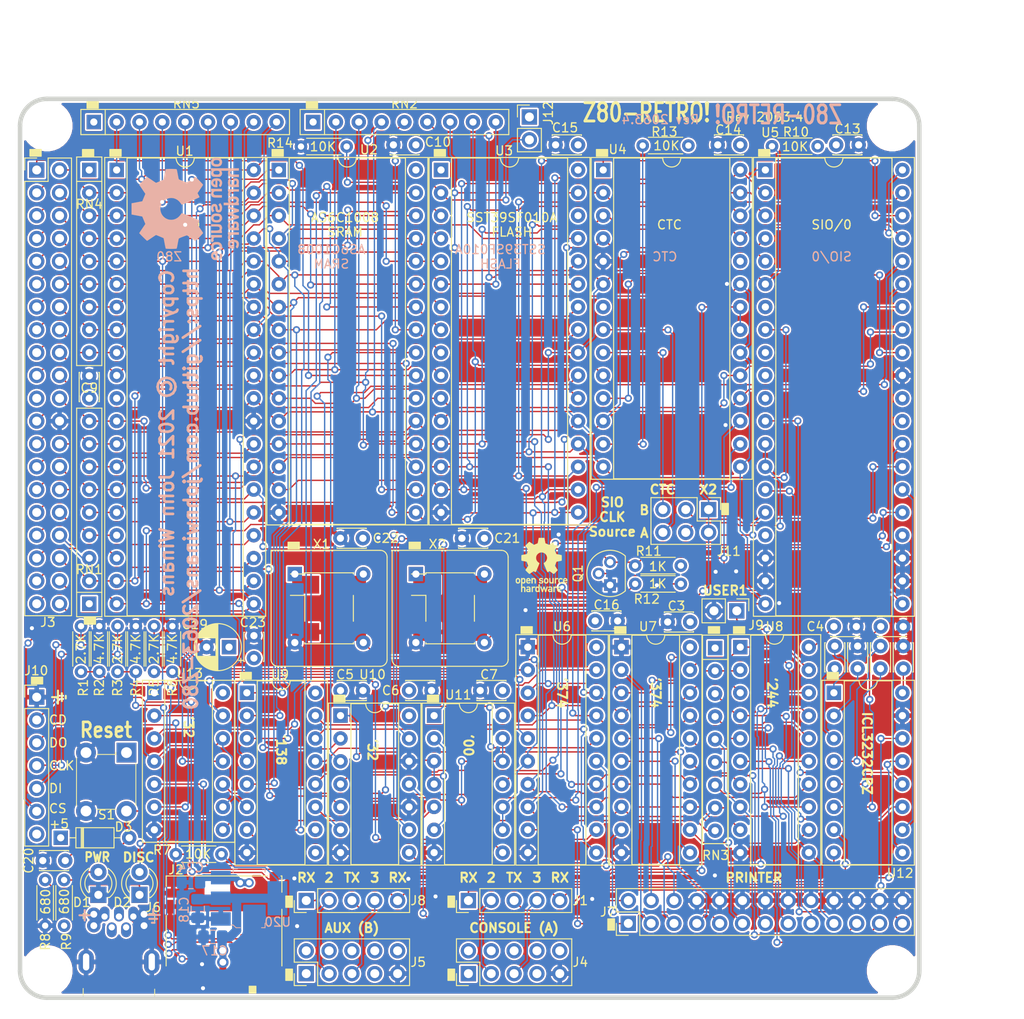
<source format=kicad_pcb>
(kicad_pcb (version 20171130) (host pcbnew 5.1.5+dfsg1-2build2)
  (title_block (date 2021-12-01) (rev 4))
  (layers (0 F.Cu signal) (1 In1.Cu signal) (2 In2.Cu signal) (31 B.Cu signal) (34 B.Paste user) (35 F.Paste user) (36 B.SilkS user) (37 F.SilkS user) (38 B.Mask user) (39 F.Mask user) (44 Edge.Cuts user))
  (net 0 "")
  (net 1 "Net-(U4-Pad7)")
  (net 2 "Net-(J2-Pad8)")
  (net 3 "Net-(J2-Pad1)")
  (net 4 "Net-(U5-Pad11)")
  (net 5 "Net-(U5-Pad10)")
  (net 6 "Net-(J4-Pad8)")
  (net 7 "Net-(J4-Pad7)")
  (net 8 "Net-(J4-Pad6)")
  (net 9 "Net-(J4-Pad4)")
  (net 10 "Net-(J4-Pad1)")
  (net 11 "Net-(J6-Pad2)")
  (net 12 "Net-(J6-Pad4)")
  (net 13 "Net-(J6-Pad3)")
  (net 14 GND)
  (net 15 "Net-(C1-Pad2)")
  (net 16 "Net-(C1-Pad1)")
  (net 17 "Net-(C2-Pad2)")
  (net 18 "Net-(C2-Pad1)")
  (net 19 "Net-(C11-Pad2)")
  (net 20 "Net-(C12-Pad2)")
  (net 21 "Net-(U9-Pad10)")
  (net 22 "Net-(U9-Pad9)")
  (net 23 +5V)
  (net 24 /A10)
  (net 25 /~IORQ)
  (net 26 /A9)
  (net 27 /~MREQ)
  (net 28 /A8)
  (net 29 /A7)
  (net 30 /A6)
  (net 31 /~INT)
  (net 32 /A5)
  (net 33 /D1)
  (net 34 /A4)
  (net 35 /D0)
  (net 36 /A3)
  (net 37 /D7)
  (net 38 /A2)
  (net 39 /D2)
  (net 40 /A1)
  (net 41 /A0)
  (net 42 /D6)
  (net 43 /D5)
  (net 44 /D3)
  (net 45 /~M1)
  (net 46 /D4)
  (net 47 /~RESET)
  (net 48 /CLK)
  (net 49 /A15)
  (net 50 /A14)
  (net 51 /A13)
  (net 52 /~WR)
  (net 53 /A12)
  (net 54 /~RD)
  (net 55 /A11)
  (net 56 "Net-(S1-Pad1)")
  (net 57 +3V3)
  (net 58 /~BUSRQ)
  (net 59 /~BUSACK)
  (net 60 /~HALT)
  (net 61 /~WAIT)
  (net 62 /~RFSH)
  (net 63 /~NMI)
  (net 64 "Net-(U5-Pad30)")
  (net 65 "Net-(U5-Pad29)")
  (net 66 "Net-(U5-Pad24)")
  (net 67 /~SRAM_OE)
  (net 68 /~FLASH_MREQ)
  (net 69 /~SRAM_SEL)
  (net 70 /~FLASH_SEL)
  (net 71 /~PRN_STROBE)
  (net 72 /~PRN_LF)
  (net 73 /PRN_D0)
  (net 74 /PRN_D4)
  (net 75 /PRN_D1)
  (net 76 /PRN_D5)
  (net 77 /PRN_D2)
  (net 78 /PRN_D6)
  (net 79 /PRN_D3)
  (net 80 /PRN_D7)
  (net 81 /PRN_ACK)
  (net 82 /PRN_ERR)
  (net 83 /PRN_STAT)
  (net 84 /PRN_PAPER)
  (net 85 /~PRN_BUSY)
  (net 86 /SD_MISO)
  (net 87 /CON_RX)
  (net 88 /CON_TX)
  (net 89 /AUX_RX)
  (net 90 /AUX_TX)
  (net 91 /SIO_TXA)
  (net 92 /SIO_CLKA)
  (net 93 /SIO_RXA)
  (net 94 /SIO_RXB)
  (net 95 /SIO_CLKB)
  (net 96 /SIO_TXB)
  (net 97 /CTC_IEO)
  (net 98 /SIO_IEO)
  (net 99 /SD_DET)
  (net 100 /SD_MOSI)
  (net 101 /SD_CLK)
  (net 102 "Net-(J5-Pad1)")
  (net 103 "Net-(J5-Pad6)")
  (net 104 "Net-(J5-Pad7)")
  (net 105 "Net-(J5-Pad8)")
  (net 106 "Net-(J5-Pad4)")
  (net 107 "Net-(D1-Pad2)")
  (net 108 /~IORQ_40)
  (net 109 "Net-(X1-Pad1)")
  (net 110 /~PRN_INIT)
  (net 111 /~DTRA)
  (net 112 /~IORQ_30)
  (net 113 /~IORQ_10)
  (net 114 /~IORQ_20)
  (net 115 /~IORQ_00)
  (net 116 /~IORQ_70)
  (net 117 /CON3)
  (net 118 /CON2)
  (net 119 "Net-(J4-Pad10)")
  (net 120 "Net-(J4-Pad2)")
  (net 121 "Net-(J5-Pad10)")
  (net 122 /AUX3)
  (net 123 /AUX2)
  (net 124 "Net-(J5-Pad2)")
  (net 125 "Net-(X2-Pad1)")
  (net 126 /BAUD_CLK)
  (net 127 "Net-(R12-Pad1)")
  (net 128 /DISC_LED)
  (net 129 /LO_BANK_A16)
  (net 130 /LO_BANK_A17)
  (net 131 /SD5_MOSI)
  (net 132 /SD5_CLK)
  (net 133 "Net-(Q1-Pad2)")
  (net 134 /~RESET_SW)
  (net 135 /CTC_CLKA)
  (net 136 /CTC_CLKB)
  (net 137 /LO_BANK_A15)
  (net 138 /LO_BANK_A18)
  (net 139 /BA15)
  (net 140 /BA17)
  (net 141 /BA16)
  (net 142 /BA18)
  (net 143 "Net-(D2-Pad1)")
  (net 144 /~SD_SSEL)
  (net 145 /~SD5_SSEL)
  (net 146 "Net-(R13-Pad1)")
  (net 147 /USER1)
  (net 148 "Net-(U5-Pad17)")
  (net 149 /~DTRB)
  (net 150 "Net-(U3-Pad30)")
  (net 151 "Net-(U3-Pad1)")
  (net 152 "Net-(J12-Pad2)")
  (module Resistor_THT:R_Axial_DIN0204_L3.6mm_D1.6mm_P5.08mm_Horizontal (layer F.Cu) (at 131.2418 55.30596)
    (fp_text reference R14 (at -2.32664 -0.38862) (layer F.SilkS))
    (fp_text value 10K)
    (pad 2 thru_hole oval (at 5.08 0) (size 1.4 1.4) (drill 0.7) (layers *.Cu *.Mask) (net 152 "Net-(J12-Pad2)"))
    (pad 1 thru_hole circle (at 0 0) (size 1.4 1.4) (drill 0.7) (layers *.Cu *.Mask) (net 14 GND))
  )
  (module Connector_PinHeader_2.54mm:PinHeader_1x02_P2.54mm_Vertical (layer F.Cu) (at 156.6418 52.01666)
    (fp_text reference J12 (at 2.09804 -0.42418 90) (layer F.SilkS))
    (fp_text value Conn_01x02)
    (pad 2 thru_hole oval (at 0 2.54) (size 1.7 1.7) (drill 1) (layers *.Cu *.Mask) (net 152 "Net-(J12-Pad2)"))
    (pad 1 thru_hole rect (at 0 0) (size 1.7 1.7) (drill 1) (layers *.Cu *.Mask) (net 23 +5V))
  )
  (module Package_DIP:DIP-14_W7.62mm_Socket (layer F.Cu) (at 146.04492 118.618)
    (fp_text reference U11 (at 2.68478 -2.3114) (layer F.SilkS))
    (fp_text value 74HCT132)
    (pad 1 thru_hole rect (at 0 0) (size 1.6 1.6) (drill 0.8) (layers *.Cu *.Mask) (net 47 /~RESET))
    (pad 8 thru_hole oval (at 7.62 15.24) (size 1.6 1.6) (drill 0.8) (layers *.Cu *.Mask) (net 128 /DISC_LED))
    (pad 2 thru_hole oval (at 0 2.54) (size 1.6 1.6) (drill 0.8) (layers *.Cu *.Mask) (net 70 /~FLASH_SEL))
    (pad 9 thru_hole oval (at 7.62 12.7) (size 1.6 1.6) (drill 0.8) (layers *.Cu *.Mask) (net 145 /~SD5_SSEL))
    (pad 3 thru_hole oval (at 0 5.08) (size 1.6 1.6) (drill 0.8) (layers *.Cu *.Mask) (net 69 /~SRAM_SEL))
    (pad 10 thru_hole oval (at 7.62 10.16) (size 1.6 1.6) (drill 0.8) (layers *.Cu *.Mask) (net 145 /~SD5_SSEL))
    (pad 4 thru_hole oval (at 0 7.62) (size 1.6 1.6) (drill 0.8) (layers *.Cu *.Mask) (net 69 /~SRAM_SEL))
    (pad 11 thru_hole oval (at 7.62 7.62) (size 1.6 1.6) (drill 0.8) (layers *.Cu *.Mask) (net 127 "Net-(R12-Pad1)"))
    (pad 5 thru_hole oval (at 0 10.16) (size 1.6 1.6) (drill 0.8) (layers *.Cu *.Mask) (net 116 /~IORQ_70))
    (pad 12 thru_hole oval (at 7.62 5.08) (size 1.6 1.6) (drill 0.8) (layers *.Cu *.Mask) (net 134 /~RESET_SW))
    (pad 6 thru_hole oval (at 0 12.7) (size 1.6 1.6) (drill 0.8) (layers *.Cu *.Mask) (net 70 /~FLASH_SEL))
    (pad 13 thru_hole oval (at 7.62 2.54) (size 1.6 1.6) (drill 0.8) (layers *.Cu *.Mask) (net 134 /~RESET_SW))
    (pad 7 thru_hole oval (at 0 15.24) (size 1.6 1.6) (drill 0.8) (layers *.Cu *.Mask) (net 14 GND))
    (pad 14 thru_hole oval (at 7.62 0) (size 1.6 1.6) (drill 0.8) (layers *.Cu *.Mask) (net 23 +5V))
  )
  (module Connector_PinHeader_2.54mm:PinHeader_1x02_P2.54mm_Vertical (layer F.Cu) (at 179.705 106.9594 270)
    (fp_text reference J9 (at 1.6002 -2.1336 180) (layer F.SilkS))
    (fp_text value Conn_01x02)
    (pad 2 thru_hole oval (at 0 2.54 270) (size 1.7 1.7) (drill 1) (layers *.Cu *.Mask) (net 14 GND))
    (pad 1 thru_hole rect (at 0 0 270) (size 1.7 1.7) (drill 1) (layers *.Cu *.Mask) (net 147 /USER1))
  )
  (module Resistor_THT:R_Axial_DIN0204_L3.6mm_D1.6mm_P5.08mm_Horizontal (layer F.Cu) (at 169.2402 55.1942)
    (fp_text reference R13 (at 2.413 -1.524) (layer F.SilkS))
    (fp_text value 10K)
    (pad 2 thru_hole oval (at 5.08 0) (size 1.4 1.4) (drill 0.7) (layers *.Cu *.Mask) (net 23 +5V))
    (pad 1 thru_hole circle (at 0 0) (size 1.4 1.4) (drill 0.7) (layers *.Cu *.Mask) (net 146 "Net-(R13-Pad1)"))
  )
  (module Resistor_THT:R_Axial_DIN0204_L3.6mm_D1.6mm_P5.08mm_Horizontal (layer F.Cu) (at 183.6166 55.2704)
    (fp_text reference R10 (at 2.667 -1.5748) (layer F.SilkS))
    (fp_text value 10K)
    (pad 2 thru_hole oval (at 5.08 0) (size 1.4 1.4) (drill 0.7) (layers *.Cu *.Mask) (net 23 +5V))
    (pad 1 thru_hole circle (at 0 0) (size 1.4 1.4) (drill 0.7) (layers *.Cu *.Mask) (net 97 /CTC_IEO))
  )
  (module Capacitor_SMD:C_0805_2012Metric_Pad1.15x1.40mm_HandSolder (layer B.Cu) (at 118.99 137.16 180)
    (fp_text reference C24 (at 0 1.65) (layer B.SilkS) (effects (justify mirror)))
    (fp_text value .1)
    (pad 2 smd roundrect (at 1.025 0 180) (size 1.15 1.4) (layers B.Cu B.Paste B.Mask) (roundrect_rratio 0.217391) (net 14 GND))
    (pad 1 smd roundrect (at -1.025 0 180) (size 1.15 1.4) (layers B.Cu B.Paste B.Mask) (roundrect_rratio 0.217391) (net 23 +5V))
  )
  (module jb-footprint:Oscillator_DIP-8_combo (layer F.Cu) (at 130.556 102.87 270)
    (fp_text reference X1 (at -3.3274 -2.9718 180) (layer F.SilkS))
    (fp_text value ACH-10.000MHZ-EK)
    (pad 4 smd rect (at 6.44 -1.21 270) (size 1.98 3) (layers F.Cu F.Paste F.Mask) (net 14 GND))
    (pad 1 smd rect (at 1.18 -1.21 270) (size 1.98 3) (layers F.Cu F.Paste F.Mask) (net 109 "Net-(X1-Pad1)"))
    (pad 5 smd rect (at 6.44 -6.41 270) (size 1.98 3) (layers F.Cu F.Paste F.Mask) (net 48 /CLK))
    (pad 8 smd rect (at 1.18 -6.41 270) (size 1.98 3) (layers F.Cu F.Paste F.Mask) (net 23 +5V))
    (pad 4 thru_hole circle (at 7.62 0 270) (size 1.6 1.6) (drill 0.8) (layers *.Cu *.Mask) (net 14 GND))
    (pad 5 thru_hole circle (at 7.62 -7.62 270) (size 1.6 1.6) (drill 0.8) (layers *.Cu *.Mask) (net 48 /CLK))
    (pad 8 thru_hole circle (at 0 -7.62 270) (size 1.6 1.6) (drill 0.8) (layers *.Cu *.Mask) (net 23 +5V))
    (pad 1 thru_hole rect (at 0 0 270) (size 1.6 1.6) (drill 0.8) (layers *.Cu *.Mask) (net 109 "Net-(X1-Pad1)"))
  )
  (module jb-footprint:Oscillator_DIP-8_combo (layer F.Cu) (at 144.018 102.87 270)
    (fp_text reference X2 (at -3.3274 -2.3876 180) (layer F.SilkS))
    (fp_text value ECS-2100A-018)
    (pad 4 smd rect (at 6.44 -1.21 270) (size 1.98 3) (layers F.Cu F.Paste F.Mask) (net 14 GND))
    (pad 1 smd rect (at 1.18 -1.21 270) (size 1.98 3) (layers F.Cu F.Paste F.Mask) (net 125 "Net-(X2-Pad1)"))
    (pad 5 smd rect (at 6.44 -6.41 270) (size 1.98 3) (layers F.Cu F.Paste F.Mask) (net 126 /BAUD_CLK))
    (pad 8 smd rect (at 1.18 -6.41 270) (size 1.98 3) (layers F.Cu F.Paste F.Mask) (net 23 +5V))
    (pad 4 thru_hole circle (at 7.62 0 270) (size 1.6 1.6) (drill 0.8) (layers *.Cu *.Mask) (net 14 GND))
    (pad 5 thru_hole circle (at 7.62 -7.62 270) (size 1.6 1.6) (drill 0.8) (layers *.Cu *.Mask) (net 126 /BAUD_CLK))
    (pad 8 thru_hole circle (at 0 -7.62 270) (size 1.6 1.6) (drill 0.8) (layers *.Cu *.Mask) (net 23 +5V))
    (pad 1 thru_hole rect (at 0 0 270) (size 1.6 1.6) (drill 0.8) (layers *.Cu *.Mask) (net 125 "Net-(X2-Pad1)"))
  )
  (module Capacitor_SMD:C_0805_2012Metric_Pad1.18x1.45mm_HandSolder (layer B.Cu) (at 119.761 140.081 270)
    (fp_text reference C18 (at 0.127 1.524 270) (layer B.SilkS) (effects (justify mirror)))
    (fp_text value 10uF)
    (pad 2 smd roundrect (at 1.0375 0 270) (size 1.175 1.45) (layers B.Cu B.Paste B.Mask) (roundrect_rratio 0.212766) (net 14 GND))
    (pad 1 smd roundrect (at -1.0375 0 270) (size 1.175 1.45) (layers B.Cu B.Paste B.Mask) (roundrect_rratio 0.212766) (net 57 +3V3))
  )
  (module Resistor_THT:R_Axial_DIN0204_L3.6mm_D1.6mm_P5.08mm_Horizontal (layer F.Cu) (at 104.902 136.906 270)
    (fp_text reference R9 (at 6.858 -0.254 90) (layer F.SilkS))
    (fp_text value 680)
    (pad 2 thru_hole oval (at 5.08 0 270) (size 1.4 1.4) (drill 0.7) (layers *.Cu *.Mask) (net 23 +5V))
    (pad 1 thru_hole circle (at 0 0 270) (size 1.4 1.4) (drill 0.7) (layers *.Cu *.Mask) (net 107 "Net-(D1-Pad2)"))
  )
  (module Package_DIP:DIP-14_W7.62mm_Socket (layer F.Cu) (at 114.935 116.078)
    (fp_text reference U13 (at 3.937 -2.159) (layer F.SilkS))
    (fp_text value 74HC32)
    (pad 14 thru_hole oval (at 7.62 0) (size 1.6 1.6) (drill 0.8) (layers *.Cu *.Mask) (net 23 +5V))
    (pad 7 thru_hole oval (at 0 15.24) (size 1.6 1.6) (drill 0.8) (layers *.Cu *.Mask) (net 14 GND))
    (pad 13 thru_hole oval (at 7.62 2.54) (size 1.6 1.6) (drill 0.8) (layers *.Cu *.Mask) (net 138 /LO_BANK_A18))
    (pad 6 thru_hole oval (at 0 12.7) (size 1.6 1.6) (drill 0.8) (layers *.Cu *.Mask) (net 141 /BA16))
    (pad 12 thru_hole oval (at 7.62 5.08) (size 1.6 1.6) (drill 0.8) (layers *.Cu *.Mask) (net 49 /A15))
    (pad 5 thru_hole oval (at 0 10.16) (size 1.6 1.6) (drill 0.8) (layers *.Cu *.Mask) (net 129 /LO_BANK_A16))
    (pad 11 thru_hole oval (at 7.62 7.62) (size 1.6 1.6) (drill 0.8) (layers *.Cu *.Mask) (net 142 /BA18))
    (pad 4 thru_hole oval (at 0 7.62) (size 1.6 1.6) (drill 0.8) (layers *.Cu *.Mask) (net 49 /A15))
    (pad 10 thru_hole oval (at 7.62 10.16) (size 1.6 1.6) (drill 0.8) (layers *.Cu *.Mask) (net 130 /LO_BANK_A17))
    (pad 3 thru_hole oval (at 0 5.08) (size 1.6 1.6) (drill 0.8) (layers *.Cu *.Mask) (net 139 /BA15))
    (pad 9 thru_hole oval (at 7.62 12.7) (size 1.6 1.6) (drill 0.8) (layers *.Cu *.Mask) (net 49 /A15))
    (pad 2 thru_hole oval (at 0 2.54) (size 1.6 1.6) (drill 0.8) (layers *.Cu *.Mask) (net 137 /LO_BANK_A15))
    (pad 8 thru_hole oval (at 7.62 15.24) (size 1.6 1.6) (drill 0.8) (layers *.Cu *.Mask) (net 140 /BA17))
    (pad 1 thru_hole rect (at 0 0) (size 1.6 1.6) (drill 0.8) (layers *.Cu *.Mask) (net 49 /A15))
  )
  (module Capacitor_SMD:C_0805_2012Metric_Pad1.18x1.45mm_HandSolder (layer B.Cu) (at 121.4374 143.2306 180)
    (fp_text reference C17 (at -0.2032 -1.5494) (layer B.SilkS) (effects (justify mirror)))
    (fp_text value .1)
    (pad 1 smd roundrect (at -1.0375 0 180) (size 1.175 1.45) (layers B.Cu B.Paste B.Mask) (roundrect_rratio 0.212766) (net 57 +3V3))
    (pad 2 smd roundrect (at 1.0375 0 180) (size 1.175 1.45) (layers B.Cu B.Paste B.Mask) (roundrect_rratio 0.212766) (net 14 GND))
  )
  (module Package_TO_SOT_THT:TO-92L (layer F.Cu) (at 165.608 104.0892 90)
    (fp_text reference Q1 (at 1.29 -3.56 90) (layer F.SilkS))
    (fp_text value PN2222)
    (pad 1 thru_hole rect (at 0 0 180) (size 1.3 1.3) (drill 0.75) (layers *.Cu *.Mask) (net 14 GND))
    (pad 3 thru_hole circle (at 2.54 0 180) (size 1.3 1.3) (drill 0.75) (layers *.Cu *.Mask) (net 47 /~RESET))
    (pad 2 thru_hole circle (at 1.28 -1.27 180) (size 1.3 1.3) (drill 0.75) (layers *.Cu *.Mask) (net 133 "Net-(Q1-Pad2)"))
  )
  (module Connector_PinHeader_2.54mm:PinHeader_2x03_P2.54mm_Vertical (layer F.Cu) (at 176.5681 95.6945 270)
    (fp_text reference J11 (at 4.6355 -2.2479 180) (layer F.SilkS))
    (fp_text value Conn_02x03)
    (pad 6 thru_hole oval (at 2.54 5.08 270) (size 1.7 1.7) (drill 1) (layers *.Cu *.Mask) (net 135 /CTC_CLKA))
    (pad 5 thru_hole oval (at 0 5.08 270) (size 1.7 1.7) (drill 1) (layers *.Cu *.Mask) (net 136 /CTC_CLKB))
    (pad 4 thru_hole oval (at 2.54 2.54 270) (size 1.7 1.7) (drill 1) (layers *.Cu *.Mask) (net 92 /SIO_CLKA))
    (pad 3 thru_hole oval (at 0 2.54 270) (size 1.7 1.7) (drill 1) (layers *.Cu *.Mask) (net 95 /SIO_CLKB))
    (pad 2 thru_hole oval (at 2.54 0 270) (size 1.7 1.7) (drill 1) (layers *.Cu *.Mask) (net 126 /BAUD_CLK))
    (pad 1 thru_hole rect (at 0 0 270) (size 1.7 1.7) (drill 1) (layers *.Cu *.Mask) (net 126 /BAUD_CLK))
  )
  (module Capacitor_THT:C_Disc_D3.0mm_W2.0mm_P2.50mm (layer F.Cu) (at 126.0094 112.2172 90)
    (fp_text reference C23 (at 3.9624 -0.127 180) (layer F.SilkS))
    (fp_text value .1)
    (pad 2 thru_hole circle (at 2.5 0 90) (size 1.6 1.6) (drill 0.8) (layers *.Cu *.Mask) (net 14 GND))
    (pad 1 thru_hole circle (at 0 0 90) (size 1.6 1.6) (drill 0.8) (layers *.Cu *.Mask) (net 23 +5V))
  )
  (module Capacitor_THT:CP_Radial_D5.0mm_P2.50mm (layer F.Cu) (at 123.2408 110.998 180)
    (fp_text reference C19 (at 3.81 2.5146 180) (layer F.SilkS))
    (fp_text value 10uF)
    (pad 2 thru_hole circle (at 2.5 0 180) (size 1.6 1.6) (drill 0.8) (layers *.Cu *.Mask) (net 14 GND))
    (pad 1 thru_hole rect (at 0 0 180) (size 1.6 1.6) (drill 0.8) (layers *.Cu *.Mask) (net 23 +5V))
  )
  (module Connector_PinHeader_2.54mm:PinHeader_1x07_P2.54mm_Vertical (layer F.Cu) (at 101.854 116.5606)
    (fp_text reference J10 (at -0.0508 -2.9464) (layer F.SilkS))
    (fp_text value Conn_01x07)
    (pad 7 thru_hole oval (at 0 15.24) (size 1.7 1.7) (drill 1) (layers *.Cu *.Mask) (net 23 +5V))
    (pad 6 thru_hole oval (at 0 12.7) (size 1.7 1.7) (drill 1) (layers *.Cu *.Mask) (net 145 /~SD5_SSEL))
    (pad 5 thru_hole oval (at 0 10.16) (size 1.7 1.7) (drill 1) (layers *.Cu *.Mask) (net 131 /SD5_MOSI))
    (pad 4 thru_hole oval (at 0 7.62) (size 1.7 1.7) (drill 1) (layers *.Cu *.Mask) (net 132 /SD5_CLK))
    (pad 3 thru_hole oval (at 0 5.08) (size 1.7 1.7) (drill 1) (layers *.Cu *.Mask) (net 86 /SD_MISO))
    (pad 2 thru_hole oval (at 0 2.54) (size 1.7 1.7) (drill 1) (layers *.Cu *.Mask) (net 99 /SD_DET))
    (pad 1 thru_hole rect (at 0 0) (size 1.7 1.7) (drill 1) (layers *.Cu *.Mask) (net 14 GND))
  )
  (module Package_DIP:DIP-14_W7.62mm_Socket (layer F.Cu) (at 135.636 118.618)
    (fp_text reference U10 (at 3.556 -4.572) (layer F.SilkS))
    (fp_text value 74HC32)
    (pad 1 thru_hole rect (at 0 0) (size 1.6 1.6) (drill 0.8) (layers *.Cu *.Mask) (net 69 /~SRAM_SEL))
    (pad 8 thru_hole oval (at 7.62 15.24) (size 1.6 1.6) (drill 0.8) (layers *.Cu *.Mask) (net 110 /~PRN_INIT))
    (pad 2 thru_hole oval (at 0 2.54) (size 1.6 1.6) (drill 0.8) (layers *.Cu *.Mask) (net 54 /~RD))
    (pad 9 thru_hole oval (at 7.62 12.7) (size 1.6 1.6) (drill 0.8) (layers *.Cu *.Mask) (net 111 /~DTRA))
    (pad 3 thru_hole oval (at 0 5.08) (size 1.6 1.6) (drill 0.8) (layers *.Cu *.Mask) (net 67 /~SRAM_OE))
    (pad 10 thru_hole oval (at 7.62 10.16) (size 1.6 1.6) (drill 0.8) (layers *.Cu *.Mask) (net 14 GND))
    (pad 4 thru_hole oval (at 0 7.62) (size 1.6 1.6) (drill 0.8) (layers *.Cu *.Mask) (net 70 /~FLASH_SEL))
    (pad 11 thru_hole oval (at 7.62 7.62) (size 1.6 1.6) (drill 0.8) (layers *.Cu *.Mask) (net 72 /~PRN_LF))
    (pad 5 thru_hole oval (at 0 10.16) (size 1.6 1.6) (drill 0.8) (layers *.Cu *.Mask) (net 27 /~MREQ))
    (pad 12 thru_hole oval (at 7.62 5.08) (size 1.6 1.6) (drill 0.8) (layers *.Cu *.Mask) (net 14 GND))
    (pad 6 thru_hole oval (at 0 12.7) (size 1.6 1.6) (drill 0.8) (layers *.Cu *.Mask) (net 68 /~FLASH_MREQ))
    (pad 13 thru_hole oval (at 7.62 2.54) (size 1.6 1.6) (drill 0.8) (layers *.Cu *.Mask) (net 149 /~DTRB))
    (pad 7 thru_hole oval (at 0 15.24) (size 1.6 1.6) (drill 0.8) (layers *.Cu *.Mask) (net 14 GND))
    (pad 14 thru_hole oval (at 7.62 0) (size 1.6 1.6) (drill 0.8) (layers *.Cu *.Mask) (net 23 +5V))
  )
  (module Package_DIP:DIP-32_W15.24mm_Socket (layer F.Cu) (at 128.778 57.912)
    (fp_text reference U2 (at 10.02538 -2.25806) (layer F.SilkS))
    (fp_text value AS6C4008-55PCN)
    (pad 32 thru_hole oval (at 15.24 0) (size 1.6 1.6) (drill 0.8) (layers *.Cu *.Mask) (net 23 +5V))
    (pad 16 thru_hole oval (at 0 38.1) (size 1.6 1.6) (drill 0.8) (layers *.Cu *.Mask) (net 14 GND))
    (pad 31 thru_hole oval (at 15.24 2.54) (size 1.6 1.6) (drill 0.8) (layers *.Cu *.Mask) (net 139 /BA15))
    (pad 15 thru_hole oval (at 0 35.56) (size 1.6 1.6) (drill 0.8) (layers *.Cu *.Mask) (net 39 /D2))
    (pad 30 thru_hole oval (at 15.24 5.08) (size 1.6 1.6) (drill 0.8) (layers *.Cu *.Mask) (net 140 /BA17))
    (pad 14 thru_hole oval (at 0 33.02) (size 1.6 1.6) (drill 0.8) (layers *.Cu *.Mask) (net 33 /D1))
    (pad 29 thru_hole oval (at 15.24 7.62) (size 1.6 1.6) (drill 0.8) (layers *.Cu *.Mask) (net 52 /~WR))
    (pad 13 thru_hole oval (at 0 30.48) (size 1.6 1.6) (drill 0.8) (layers *.Cu *.Mask) (net 35 /D0))
    (pad 28 thru_hole oval (at 15.24 10.16) (size 1.6 1.6) (drill 0.8) (layers *.Cu *.Mask) (net 51 /A13))
    (pad 12 thru_hole oval (at 0 27.94) (size 1.6 1.6) (drill 0.8) (layers *.Cu *.Mask) (net 41 /A0))
    (pad 27 thru_hole oval (at 15.24 12.7) (size 1.6 1.6) (drill 0.8) (layers *.Cu *.Mask) (net 28 /A8))
    (pad 11 thru_hole oval (at 0 25.4) (size 1.6 1.6) (drill 0.8) (layers *.Cu *.Mask) (net 40 /A1))
    (pad 26 thru_hole oval (at 15.24 15.24) (size 1.6 1.6) (drill 0.8) (layers *.Cu *.Mask) (net 26 /A9))
    (pad 10 thru_hole oval (at 0 22.86) (size 1.6 1.6) (drill 0.8) (layers *.Cu *.Mask) (net 38 /A2))
    (pad 25 thru_hole oval (at 15.24 17.78) (size 1.6 1.6) (drill 0.8) (layers *.Cu *.Mask) (net 55 /A11))
    (pad 9 thru_hole oval (at 0 20.32) (size 1.6 1.6) (drill 0.8) (layers *.Cu *.Mask) (net 36 /A3))
    (pad 24 thru_hole oval (at 15.24 20.32) (size 1.6 1.6) (drill 0.8) (layers *.Cu *.Mask) (net 67 /~SRAM_OE))
    (pad 8 thru_hole oval (at 0 17.78) (size 1.6 1.6) (drill 0.8) (layers *.Cu *.Mask) (net 34 /A4))
    (pad 23 thru_hole oval (at 15.24 22.86) (size 1.6 1.6) (drill 0.8) (layers *.Cu *.Mask) (net 24 /A10))
    (pad 7 thru_hole oval (at 0 15.24) (size 1.6 1.6) (drill 0.8) (layers *.Cu *.Mask) (net 32 /A5))
    (pad 22 thru_hole oval (at 15.24 25.4) (size 1.6 1.6) (drill 0.8) (layers *.Cu *.Mask) (net 27 /~MREQ))
    (pad 6 thru_hole oval (at 0 12.7) (size 1.6 1.6) (drill 0.8) (layers *.Cu *.Mask) (net 30 /A6))
    (pad 21 thru_hole oval (at 15.24 27.94) (size 1.6 1.6) (drill 0.8) (layers *.Cu *.Mask) (net 37 /D7))
    (pad 5 thru_hole oval (at 0 10.16) (size 1.6 1.6) (drill 0.8) (layers *.Cu *.Mask) (net 29 /A7))
    (pad 20 thru_hole oval (at 15.24 30.48) (size 1.6 1.6) (drill 0.8) (layers *.Cu *.Mask) (net 42 /D6))
    (pad 4 thru_hole oval (at 0 7.62) (size 1.6 1.6) (drill 0.8) (layers *.Cu *.Mask) (net 53 /A12))
    (pad 19 thru_hole oval (at 15.24 33.02) (size 1.6 1.6) (drill 0.8) (layers *.Cu *.Mask) (net 43 /D5))
    (pad 3 thru_hole oval (at 0 5.08) (size 1.6 1.6) (drill 0.8) (layers *.Cu *.Mask) (net 50 /A14))
    (pad 18 thru_hole oval (at 15.24 35.56) (size 1.6 1.6) (drill 0.8) (layers *.Cu *.Mask) (net 46 /D4))
    (pad 2 thru_hole oval (at 0 2.54) (size 1.6 1.6) (drill 0.8) (layers *.Cu *.Mask) (net 141 /BA16))
    (pad 17 thru_hole oval (at 15.24 38.1) (size 1.6 1.6) (drill 0.8) (layers *.Cu *.Mask) (net 44 /D3))
    (pad 1 thru_hole rect (at 0 0) (size 1.6 1.6) (drill 0.8) (layers *.Cu *.Mask) (net 142 /BA18))
  )
  (module Resistor_THT:R_Axial_DIN0204_L3.6mm_D1.6mm_P5.08mm_Horizontal (layer F.Cu) (at 168.402 103.9622)
    (fp_text reference R12 (at 1.2954 1.6891) (layer F.SilkS))
    (fp_text value 1K)
    (pad 2 thru_hole oval (at 5.08 0) (size 1.4 1.4) (drill 0.7) (layers *.Cu *.Mask) (net 133 "Net-(Q1-Pad2)"))
    (pad 1 thru_hole circle (at 0 0) (size 1.4 1.4) (drill 0.7) (layers *.Cu *.Mask) (net 127 "Net-(R12-Pad1)"))
  )
  (module Resistor_THT:R_Axial_DIN0204_L3.6mm_D1.6mm_P5.08mm_Horizontal (layer F.Cu) (at 168.402 101.9302)
    (fp_text reference R11 (at 1.5113 -1.6129) (layer F.SilkS))
    (fp_text value 1K)
    (pad 2 thru_hole oval (at 5.08 0) (size 1.4 1.4) (drill 0.7) (layers *.Cu *.Mask) (net 23 +5V))
    (pad 1 thru_hole circle (at 0 0) (size 1.4 1.4) (drill 0.7) (layers *.Cu *.Mask) (net 47 /~RESET))
  )
  (module Capacitor_THT:C_Disc_D3.0mm_W2.0mm_P2.50mm (layer F.Cu) (at 138.1252 98.8822 180)
    (fp_text reference C22 (at -2.54 0) (layer F.SilkS))
    (fp_text value .1)
    (pad 2 thru_hole circle (at 2.5 0 180) (size 1.6 1.6) (drill 0.8) (layers *.Cu *.Mask) (net 14 GND))
    (pad 1 thru_hole circle (at 0 0 180) (size 1.6 1.6) (drill 0.8) (layers *.Cu *.Mask) (net 23 +5V))
  )
  (module Resistor_THT:R_Axial_DIN0204_L3.6mm_D1.6mm_P5.08mm_Horizontal (layer F.Cu) (at 102.7938 136.906 270)
    (fp_text reference R8 (at 6.8834 -0.0254 90) (layer F.SilkS))
    (fp_text value 680)
    (pad 2 thru_hole oval (at 5.08 0 270) (size 1.4 1.4) (drill 0.7) (layers *.Cu *.Mask) (net 14 GND))
    (pad 1 thru_hole circle (at 0 0 270) (size 1.4 1.4) (drill 0.7) (layers *.Cu *.Mask) (net 143 "Net-(D2-Pad1)"))
  )
  (module Resistor_THT:R_Axial_DIN0204_L3.6mm_D1.6mm_P5.08mm_Horizontal (layer F.Cu) (at 117.3226 134.0358)
    (fp_text reference R7 (at -1.5494 -0.4572) (layer F.SilkS))
    (fp_text value 10K)
    (pad 2 thru_hole oval (at 5.08 0) (size 1.4 1.4) (drill 0.7) (layers *.Cu *.Mask) (net 57 +3V3))
    (pad 1 thru_hole circle (at 0 0) (size 1.4 1.4) (drill 0.7) (layers *.Cu *.Mask) (net 86 /SD_MISO))
  )
  (module Resistor_THT:R_Axial_DIN0204_L3.6mm_D1.6mm_P5.08mm_Horizontal (layer F.Cu) (at 114.9096 113.7412 90)
    (fp_text reference R5 (at -1.778 0 90) (layer F.SilkS))
    (fp_text value 2K7)
    (pad 2 thru_hole oval (at 5.08 0 90) (size 1.4 1.4) (drill 0.7) (layers *.Cu *.Mask) (net 145 /~SD5_SSEL))
    (pad 1 thru_hole circle (at 0 0 90) (size 1.4 1.4) (drill 0.7) (layers *.Cu *.Mask) (net 144 /~SD_SSEL))
  )
  (module Resistor_THT:R_Axial_DIN0204_L3.6mm_D1.6mm_P5.08mm_Horizontal (layer F.Cu) (at 110.8456 113.7412 90)
    (fp_text reference R3 (at -1.778 0 90) (layer F.SilkS))
    (fp_text value 2K7)
    (pad 2 thru_hole oval (at 5.08 0 90) (size 1.4 1.4) (drill 0.7) (layers *.Cu *.Mask) (net 132 /SD5_CLK))
    (pad 1 thru_hole circle (at 0 0 90) (size 1.4 1.4) (drill 0.7) (layers *.Cu *.Mask) (net 101 /SD_CLK))
  )
  (module Resistor_THT:R_Axial_DIN0204_L3.6mm_D1.6mm_P5.08mm_Horizontal (layer F.Cu) (at 116.9416 108.6612 270)
    (fp_text reference R6 (at 6.858 0 90) (layer F.SilkS))
    (fp_text value 4K7)
    (pad 2 thru_hole oval (at 5.08 0 270) (size 1.4 1.4) (drill 0.7) (layers *.Cu *.Mask) (net 144 /~SD_SSEL))
    (pad 1 thru_hole circle (at 0 0 270) (size 1.4 1.4) (drill 0.7) (layers *.Cu *.Mask) (net 14 GND))
  )
  (module Resistor_THT:R_Axial_DIN0204_L3.6mm_D1.6mm_P5.08mm_Horizontal (layer F.Cu) (at 112.8776 108.6612 270)
    (fp_text reference R4 (at 6.858 0 90) (layer F.SilkS))
    (fp_text value 4K7)
    (pad 2 thru_hole oval (at 5.08 0 270) (size 1.4 1.4) (drill 0.7) (layers *.Cu *.Mask) (net 101 /SD_CLK))
    (pad 1 thru_hole circle (at 0 0 270) (size 1.4 1.4) (drill 0.7) (layers *.Cu *.Mask) (net 14 GND))
  )
  (module Resistor_THT:R_Axial_DIN0204_L3.6mm_D1.6mm_P5.08mm_Horizontal (layer F.Cu) (at 108.8136 108.6612 270)
    (fp_text reference R2 (at 6.858 0 90) (layer F.SilkS))
    (fp_text value 4K7)
    (pad 2 thru_hole oval (at 5.08 0 270) (size 1.4 1.4) (drill 0.7) (layers *.Cu *.Mask) (net 100 /SD_MOSI))
    (pad 1 thru_hole circle (at 0 0 270) (size 1.4 1.4) (drill 0.7) (layers *.Cu *.Mask) (net 14 GND))
  )
  (module Resistor_THT:R_Axial_DIN0204_L3.6mm_D1.6mm_P5.08mm_Horizontal (layer F.Cu) (at 106.7816 113.7412 90)
    (fp_text reference R1 (at -1.778 0.254 90) (layer F.SilkS))
    (fp_text value 2K7)
    (pad 2 thru_hole oval (at 5.08 0 90) (size 1.4 1.4) (drill 0.7) (layers *.Cu *.Mask) (net 131 /SD5_MOSI))
    (pad 1 thru_hole circle (at 0 0 90) (size 1.4 1.4) (drill 0.7) (layers *.Cu *.Mask) (net 100 /SD_MOSI))
  )
  (module Resistor_THT:R_Array_SIP9 (layer F.Cu) (at 108.204 52.578)
    (fp_text reference RN5 (at 10.287 -2.032) (layer F.SilkS))
    (fp_text value 10K)
    (pad 9 thru_hole oval (at 20.32 0) (size 1.6 1.6) (drill 0.8) (layers *.Cu *.Mask) (net 36 /A3))
    (pad 8 thru_hole oval (at 17.78 0) (size 1.6 1.6) (drill 0.8) (layers *.Cu *.Mask) (net 34 /A4))
    (pad 7 thru_hole oval (at 15.24 0) (size 1.6 1.6) (drill 0.8) (layers *.Cu *.Mask) (net 58 /~BUSRQ))
    (pad 6 thru_hole oval (at 12.7 0) (size 1.6 1.6) (drill 0.8) (layers *.Cu *.Mask) (net 29 /A7))
    (pad 5 thru_hole oval (at 10.16 0) (size 1.6 1.6) (drill 0.8) (layers *.Cu *.Mask) (net 28 /A8))
    (pad 4 thru_hole oval (at 7.62 0) (size 1.6 1.6) (drill 0.8) (layers *.Cu *.Mask) (net 26 /A9))
    (pad 3 thru_hole oval (at 5.08 0) (size 1.6 1.6) (drill 0.8) (layers *.Cu *.Mask) (net 24 /A10))
    (pad 2 thru_hole oval (at 2.54 0) (size 1.6 1.6) (drill 0.8) (layers *.Cu *.Mask) (net 55 /A11))
    (pad 1 thru_hole rect (at 0 0) (size 1.6 1.6) (drill 0.8) (layers *.Cu *.Mask) (net 23 +5V))
  )
  (module Resistor_THT:R_Array_SIP9 (layer F.Cu) (at 107.696 57.912 270)
    (fp_text reference RN4 (at 3.81 0) (layer F.SilkS))
    (fp_text value 10K)
    (pad 9 thru_hole oval (at 20.32 0 270) (size 1.6 1.6) (drill 0.8) (layers *.Cu *.Mask) (net 43 /D5))
    (pad 8 thru_hole oval (at 17.78 0 270) (size 1.6 1.6) (drill 0.8) (layers *.Cu *.Mask) (net 44 /D3))
    (pad 7 thru_hole oval (at 15.24 0 270) (size 1.6 1.6) (drill 0.8) (layers *.Cu *.Mask) (net 46 /D4))
    (pad 6 thru_hole oval (at 12.7 0 270) (size 1.6 1.6) (drill 0.8) (layers *.Cu *.Mask) (net 32 /A5))
    (pad 5 thru_hole oval (at 10.16 0 270) (size 1.6 1.6) (drill 0.8) (layers *.Cu *.Mask) (net 49 /A15))
    (pad 4 thru_hole oval (at 7.62 0 270) (size 1.6 1.6) (drill 0.8) (layers *.Cu *.Mask) (net 50 /A14))
    (pad 3 thru_hole oval (at 5.08 0 270) (size 1.6 1.6) (drill 0.8) (layers *.Cu *.Mask) (net 51 /A13))
    (pad 2 thru_hole oval (at 2.54 0 270) (size 1.6 1.6) (drill 0.8) (layers *.Cu *.Mask) (net 53 /A12))
    (pad 1 thru_hole rect (at 0 0 270) (size 1.6 1.6) (drill 0.8) (layers *.Cu *.Mask) (net 23 +5V))
  )
  (module Resistor_THT:R_Array_SIP9 (layer F.Cu) (at 107.696 106.172 90)
    (fp_text reference RN1 (at 3.81 0) (layer F.SilkS))
    (fp_text value 10K)
    (pad 9 thru_hole oval (at 20.32 0 90) (size 1.6 1.6) (drill 0.8) (layers *.Cu *.Mask) (net 39 /D2))
    (pad 8 thru_hole oval (at 17.78 0 90) (size 1.6 1.6) (drill 0.8) (layers *.Cu *.Mask) (net 37 /D7))
    (pad 7 thru_hole oval (at 15.24 0 90) (size 1.6 1.6) (drill 0.8) (layers *.Cu *.Mask) (net 35 /D0))
    (pad 6 thru_hole oval (at 12.7 0 90) (size 1.6 1.6) (drill 0.8) (layers *.Cu *.Mask) (net 33 /D1))
    (pad 5 thru_hole oval (at 10.16 0 90) (size 1.6 1.6) (drill 0.8) (layers *.Cu *.Mask) (net 31 /~INT))
    (pad 4 thru_hole oval (at 7.62 0 90) (size 1.6 1.6) (drill 0.8) (layers *.Cu *.Mask) (net 63 /~NMI))
    (pad 3 thru_hole oval (at 5.08 0 90) (size 1.6 1.6) (drill 0.8) (layers *.Cu *.Mask) (net 61 /~WAIT))
    (pad 2 thru_hole oval (at 2.54 0 90) (size 1.6 1.6) (drill 0.8) (layers *.Cu *.Mask) (net 27 /~MREQ))
    (pad 1 thru_hole rect (at 0 0 90) (size 1.6 1.6) (drill 0.8) (layers *.Cu *.Mask) (net 23 +5V))
  )
  (module Package_DIP:DIP-16_W7.62mm_Socket (layer F.Cu) (at 190.5 116.078)
    (fp_text reference U12 (at 7.366 20.066) (layer F.SilkS))
    (fp_text value ICL3232CPZ)
    (pad 16 thru_hole oval (at 7.62 0) (size 1.6 1.6) (drill 0.8) (layers *.Cu *.Mask) (net 23 +5V))
    (pad 8 thru_hole oval (at 0 17.78) (size 1.6 1.6) (drill 0.8) (layers *.Cu *.Mask) (net 89 /AUX_RX))
    (pad 15 thru_hole oval (at 7.62 2.54) (size 1.6 1.6) (drill 0.8) (layers *.Cu *.Mask) (net 14 GND))
    (pad 7 thru_hole oval (at 0 15.24) (size 1.6 1.6) (drill 0.8) (layers *.Cu *.Mask) (net 90 /AUX_TX))
    (pad 14 thru_hole oval (at 7.62 5.08) (size 1.6 1.6) (drill 0.8) (layers *.Cu *.Mask) (net 88 /CON_TX))
    (pad 6 thru_hole oval (at 0 12.7) (size 1.6 1.6) (drill 0.8) (layers *.Cu *.Mask) (net 20 "Net-(C12-Pad2)"))
    (pad 13 thru_hole oval (at 7.62 7.62) (size 1.6 1.6) (drill 0.8) (layers *.Cu *.Mask) (net 87 /CON_RX))
    (pad 5 thru_hole oval (at 0 10.16) (size 1.6 1.6) (drill 0.8) (layers *.Cu *.Mask) (net 15 "Net-(C1-Pad2)"))
    (pad 12 thru_hole oval (at 7.62 10.16) (size 1.6 1.6) (drill 0.8) (layers *.Cu *.Mask) (net 93 /SIO_RXA))
    (pad 4 thru_hole oval (at 0 7.62) (size 1.6 1.6) (drill 0.8) (layers *.Cu *.Mask) (net 16 "Net-(C1-Pad1)"))
    (pad 11 thru_hole oval (at 7.62 12.7) (size 1.6 1.6) (drill 0.8) (layers *.Cu *.Mask) (net 91 /SIO_TXA))
    (pad 3 thru_hole oval (at 0 5.08) (size 1.6 1.6) (drill 0.8) (layers *.Cu *.Mask) (net 17 "Net-(C2-Pad2)"))
    (pad 10 thru_hole oval (at 7.62 15.24) (size 1.6 1.6) (drill 0.8) (layers *.Cu *.Mask) (net 96 /SIO_TXB))
    (pad 2 thru_hole oval (at 0 2.54) (size 1.6 1.6) (drill 0.8) (layers *.Cu *.Mask) (net 19 "Net-(C11-Pad2)"))
    (pad 9 thru_hole oval (at 7.62 17.78) (size 1.6 1.6) (drill 0.8) (layers *.Cu *.Mask) (net 94 /SIO_RXB))
    (pad 1 thru_hole rect (at 0 0) (size 1.6 1.6) (drill 0.8) (layers *.Cu *.Mask) (net 18 "Net-(C2-Pad1)"))
  )
  (module Diode_THT:D_DO-35_SOD27_P7.62mm_Horizontal (layer F.Cu) (at 104.521 132.207)
    (fp_text reference D3 (at 6.979 -1.207) (layer F.SilkS))
    (fp_text value 1N914)
    (pad 1 thru_hole rect (at 0 0) (size 1.6 1.6) (drill 0.8) (layers *.Cu *.Mask) (net 23 +5V))
    (pad 2 thru_hole oval (at 7.62 0) (size 1.6 1.6) (drill 0.8) (layers *.Cu *.Mask) (net 134 /~RESET_SW))
  )
  (module Package_DIP:DIP-32_W15.24mm_Socket (layer F.Cu) (at 146.812 57.912)
    (fp_text reference U3 (at 7.01294 -2.13614) (layer F.SilkS))
    (fp_text value SST39SF010)
    (pad 32 thru_hole oval (at 15.24 0) (size 1.6 1.6) (drill 0.8) (layers *.Cu *.Mask) (net 23 +5V))
    (pad 16 thru_hole oval (at 0 38.1) (size 1.6 1.6) (drill 0.8) (layers *.Cu *.Mask) (net 14 GND))
    (pad 31 thru_hole oval (at 15.24 2.54) (size 1.6 1.6) (drill 0.8) (layers *.Cu *.Mask) (net 52 /~WR))
    (pad 15 thru_hole oval (at 0 35.56) (size 1.6 1.6) (drill 0.8) (layers *.Cu *.Mask) (net 39 /D2))
    (pad 30 thru_hole oval (at 15.24 5.08) (size 1.6 1.6) (drill 0.8) (layers *.Cu *.Mask) (net 150 "Net-(U3-Pad30)"))
    (pad 14 thru_hole oval (at 0 33.02) (size 1.6 1.6) (drill 0.8) (layers *.Cu *.Mask) (net 33 /D1))
    (pad 29 thru_hole oval (at 15.24 7.62) (size 1.6 1.6) (drill 0.8) (layers *.Cu *.Mask) (net 50 /A14))
    (pad 13 thru_hole oval (at 0 30.48) (size 1.6 1.6) (drill 0.8) (layers *.Cu *.Mask) (net 35 /D0))
    (pad 28 thru_hole oval (at 15.24 10.16) (size 1.6 1.6) (drill 0.8) (layers *.Cu *.Mask) (net 51 /A13))
    (pad 12 thru_hole oval (at 0 27.94) (size 1.6 1.6) (drill 0.8) (layers *.Cu *.Mask) (net 41 /A0))
    (pad 27 thru_hole oval (at 15.24 12.7) (size 1.6 1.6) (drill 0.8) (layers *.Cu *.Mask) (net 28 /A8))
    (pad 11 thru_hole oval (at 0 25.4) (size 1.6 1.6) (drill 0.8) (layers *.Cu *.Mask) (net 40 /A1))
    (pad 26 thru_hole oval (at 15.24 15.24) (size 1.6 1.6) (drill 0.8) (layers *.Cu *.Mask) (net 26 /A9))
    (pad 10 thru_hole oval (at 0 22.86) (size 1.6 1.6) (drill 0.8) (layers *.Cu *.Mask) (net 38 /A2))
    (pad 25 thru_hole oval (at 15.24 17.78) (size 1.6 1.6) (drill 0.8) (layers *.Cu *.Mask) (net 55 /A11))
    (pad 9 thru_hole oval (at 0 20.32) (size 1.6 1.6) (drill 0.8) (layers *.Cu *.Mask) (net 36 /A3))
    (pad 24 thru_hole oval (at 15.24 20.32) (size 1.6 1.6) (drill 0.8) (layers *.Cu *.Mask) (net 54 /~RD))
    (pad 8 thru_hole oval (at 0 17.78) (size 1.6 1.6) (drill 0.8) (layers *.Cu *.Mask) (net 34 /A4))
    (pad 23 thru_hole oval (at 15.24 22.86) (size 1.6 1.6) (drill 0.8) (layers *.Cu *.Mask) (net 24 /A10))
    (pad 7 thru_hole oval (at 0 15.24) (size 1.6 1.6) (drill 0.8) (layers *.Cu *.Mask) (net 32 /A5))
    (pad 22 thru_hole oval (at 15.24 25.4) (size 1.6 1.6) (drill 0.8) (layers *.Cu *.Mask) (net 68 /~FLASH_MREQ))
    (pad 6 thru_hole oval (at 0 12.7) (size 1.6 1.6) (drill 0.8) (layers *.Cu *.Mask) (net 30 /A6))
    (pad 21 thru_hole oval (at 15.24 27.94) (size 1.6 1.6) (drill 0.8) (layers *.Cu *.Mask) (net 37 /D7))
    (pad 5 thru_hole oval (at 0 10.16) (size 1.6 1.6) (drill 0.8) (layers *.Cu *.Mask) (net 29 /A7))
    (pad 20 thru_hole oval (at 15.24 30.48) (size 1.6 1.6) (drill 0.8) (layers *.Cu *.Mask) (net 42 /D6))
    (pad 4 thru_hole oval (at 0 7.62) (size 1.6 1.6) (drill 0.8) (layers *.Cu *.Mask) (net 53 /A12))
    (pad 19 thru_hole oval (at 15.24 33.02) (size 1.6 1.6) (drill 0.8) (layers *.Cu *.Mask) (net 43 /D5))
    (pad 3 thru_hole oval (at 0 5.08) (size 1.6 1.6) (drill 0.8) (layers *.Cu *.Mask) (net 49 /A15))
    (pad 18 thru_hole oval (at 15.24 35.56) (size 1.6 1.6) (drill 0.8) (layers *.Cu *.Mask) (net 46 /D4))
    (pad 2 thru_hole oval (at 0 2.54) (size 1.6 1.6) (drill 0.8) (layers *.Cu *.Mask) (net 152 "Net-(J12-Pad2)"))
    (pad 17 thru_hole oval (at 15.24 38.1) (size 1.6 1.6) (drill 0.8) (layers *.Cu *.Mask) (net 44 /D3))
    (pad 1 thru_hole rect (at 0 0) (size 1.6 1.6) (drill 0.8) (layers *.Cu *.Mask) (net 151 "Net-(U3-Pad1)"))
  )
  (module Connector_PinHeader_2.54mm:PinHeader_1x05_P2.54mm_Vertical (layer F.Cu) (at 131.826 139.192 90)
    (fp_text reference J8 (at 0 12.446 180) (layer F.SilkS))
    (fp_text value Conn_01x05)
    (pad 5 thru_hole oval (at 0 10.16 90) (size 1.7 1.7) (drill 1) (layers *.Cu *.Mask) (net 89 /AUX_RX))
    (pad 4 thru_hole oval (at 0 7.62 90) (size 1.7 1.7) (drill 1) (layers *.Cu *.Mask) (net 122 /AUX3))
    (pad 3 thru_hole oval (at 0 5.08 90) (size 1.7 1.7) (drill 1) (layers *.Cu *.Mask) (net 90 /AUX_TX))
    (pad 2 thru_hole oval (at 0 2.54 90) (size 1.7 1.7) (drill 1) (layers *.Cu *.Mask) (net 123 /AUX2))
    (pad 1 thru_hole rect (at 0 0 90) (size 1.7 1.7) (drill 1) (layers *.Cu *.Mask) (net 89 /AUX_RX))
  )
  (module Connector_PinHeader_2.54mm:PinHeader_1x05_P2.54mm_Vertical (layer F.Cu) (at 149.86 139.192 90)
    (fp_text reference J1 (at 0 12.446 180) (layer F.SilkS))
    (fp_text value Conn_01x05)
    (pad 5 thru_hole oval (at 0 10.16 90) (size 1.7 1.7) (drill 1) (layers *.Cu *.Mask) (net 87 /CON_RX))
    (pad 4 thru_hole oval (at 0 7.62 90) (size 1.7 1.7) (drill 1) (layers *.Cu *.Mask) (net 117 /CON3))
    (pad 3 thru_hole oval (at 0 5.08 90) (size 1.7 1.7) (drill 1) (layers *.Cu *.Mask) (net 88 /CON_TX))
    (pad 2 thru_hole oval (at 0 2.54 90) (size 1.7 1.7) (drill 1) (layers *.Cu *.Mask) (net 118 /CON2))
    (pad 1 thru_hole rect (at 0 0 90) (size 1.7 1.7) (drill 1) (layers *.Cu *.Mask) (net 87 /CON_RX))
  )
  (module Connector_PinHeader_2.54mm:PinHeader_2x05_P2.54mm_Vertical (layer F.Cu) (at 131.826 147.32 90)
    (fp_text reference J5 (at 1.27 12.446 180) (layer F.SilkS))
    (fp_text value Conn_02x05)
    (pad 10 thru_hole oval (at 2.54 10.16 90) (size 1.7 1.7) (drill 1) (layers *.Cu *.Mask) (net 121 "Net-(J5-Pad10)"))
    (pad 9 thru_hole oval (at 0 10.16 90) (size 1.7 1.7) (drill 1) (layers *.Cu *.Mask) (net 14 GND))
    (pad 8 thru_hole oval (at 2.54 7.62 90) (size 1.7 1.7) (drill 1) (layers *.Cu *.Mask) (net 105 "Net-(J5-Pad8)"))
    (pad 7 thru_hole oval (at 0 7.62 90) (size 1.7 1.7) (drill 1) (layers *.Cu *.Mask) (net 104 "Net-(J5-Pad7)"))
    (pad 6 thru_hole oval (at 2.54 5.08 90) (size 1.7 1.7) (drill 1) (layers *.Cu *.Mask) (net 103 "Net-(J5-Pad6)"))
    (pad 5 thru_hole oval (at 0 5.08 90) (size 1.7 1.7) (drill 1) (layers *.Cu *.Mask) (net 122 /AUX3))
    (pad 4 thru_hole oval (at 2.54 2.54 90) (size 1.7 1.7) (drill 1) (layers *.Cu *.Mask) (net 106 "Net-(J5-Pad4)"))
    (pad 3 thru_hole oval (at 0 2.54 90) (size 1.7 1.7) (drill 1) (layers *.Cu *.Mask) (net 123 /AUX2))
    (pad 2 thru_hole oval (at 2.54 0 90) (size 1.7 1.7) (drill 1) (layers *.Cu *.Mask) (net 124 "Net-(J5-Pad2)"))
    (pad 1 thru_hole rect (at 0 0 90) (size 1.7 1.7) (drill 1) (layers *.Cu *.Mask) (net 102 "Net-(J5-Pad1)"))
  )
  (module Connector_PinHeader_2.54mm:PinHeader_2x05_P2.54mm_Vertical (layer F.Cu) (at 149.86 147.32 90)
    (fp_text reference J4 (at 1.27 12.446 180) (layer F.SilkS))
    (fp_text value Conn_02x05)
    (pad 10 thru_hole oval (at 2.54 10.16 90) (size 1.7 1.7) (drill 1) (layers *.Cu *.Mask) (net 119 "Net-(J4-Pad10)"))
    (pad 9 thru_hole oval (at 0 10.16 90) (size 1.7 1.7) (drill 1) (layers *.Cu *.Mask) (net 14 GND))
    (pad 8 thru_hole oval (at 2.54 7.62 90) (size 1.7 1.7) (drill 1) (layers *.Cu *.Mask) (net 6 "Net-(J4-Pad8)"))
    (pad 7 thru_hole oval (at 0 7.62 90) (size 1.7 1.7) (drill 1) (layers *.Cu *.Mask) (net 7 "Net-(J4-Pad7)"))
    (pad 6 thru_hole oval (at 2.54 5.08 90) (size 1.7 1.7) (drill 1) (layers *.Cu *.Mask) (net 8 "Net-(J4-Pad6)"))
    (pad 5 thru_hole oval (at 0 5.08 90) (size 1.7 1.7) (drill 1) (layers *.Cu *.Mask) (net 117 /CON3))
    (pad 4 thru_hole oval (at 2.54 2.54 90) (size 1.7 1.7) (drill 1) (layers *.Cu *.Mask) (net 9 "Net-(J4-Pad4)"))
    (pad 3 thru_hole oval (at 0 2.54 90) (size 1.7 1.7) (drill 1) (layers *.Cu *.Mask) (net 118 /CON2))
    (pad 2 thru_hole oval (at 2.54 0 90) (size 1.7 1.7) (drill 1) (layers *.Cu *.Mask) (net 120 "Net-(J4-Pad2)"))
    (pad 1 thru_hole rect (at 0 0 90) (size 1.7 1.7) (drill 1) (layers *.Cu *.Mask) (net 10 "Net-(J4-Pad1)"))
  )
  (module Symbol:OSHW-Logo_5.7x6mm_SilkScreen (layer F.Cu) (at 157.988 101.854)
    (fp_text reference LOGO2 hide)
    (fp_text value OSHW_Logo hide)
  )
  (module Symbol:OSHW-Logo_11.4x12mm_SilkScreen (layer B.Cu) (at 118.364 62.23 270)
    (fp_text reference LOGO1 hide)
    (fp_text value OSHW_Logo hide)
  )
  (module Resistor_THT:R_Array_SIP9 (layer F.Cu) (at 177.292 111.0996 270)
    (fp_text reference RN3 (at 23.0632 -0.0508 180) (layer F.SilkS))
    (fp_text value 10K)
    (pad 9 thru_hole oval (at 20.32 0 270) (size 1.6 1.6) (drill 0.8) (layers *.Cu *.Mask) (net 134 /~RESET_SW))
    (pad 8 thru_hole oval (at 17.78 0 270) (size 1.6 1.6) (drill 0.8) (layers *.Cu *.Mask) (net 99 /SD_DET))
    (pad 7 thru_hole oval (at 15.24 0 270) (size 1.6 1.6) (drill 0.8) (layers *.Cu *.Mask) (net 147 /USER1))
    (pad 6 thru_hole oval (at 12.7 0 270) (size 1.6 1.6) (drill 0.8) (layers *.Cu *.Mask) (net 81 /PRN_ACK))
    (pad 5 thru_hole oval (at 10.16 0 270) (size 1.6 1.6) (drill 0.8) (layers *.Cu *.Mask) (net 85 /~PRN_BUSY))
    (pad 4 thru_hole oval (at 7.62 0 270) (size 1.6 1.6) (drill 0.8) (layers *.Cu *.Mask) (net 84 /PRN_PAPER))
    (pad 3 thru_hole oval (at 5.08 0 270) (size 1.6 1.6) (drill 0.8) (layers *.Cu *.Mask) (net 83 /PRN_STAT))
    (pad 2 thru_hole oval (at 2.54 0 270) (size 1.6 1.6) (drill 0.8) (layers *.Cu *.Mask) (net 82 /PRN_ERR))
    (pad 1 thru_hole rect (at 0 0 270) (size 1.6 1.6) (drill 0.8) (layers *.Cu *.Mask) (net 23 +5V))
  )
  (module Capacitor_THT:C_Disc_D3.0mm_W2.0mm_P2.50mm (layer F.Cu) (at 151.638 98.8822 180)
    (fp_text reference C21 (at -2.54 0) (layer F.SilkS))
    (fp_text value .1)
    (pad 2 thru_hole circle (at 2.5 0 180) (size 1.6 1.6) (drill 0.8) (layers *.Cu *.Mask) (net 14 GND))
    (pad 1 thru_hole circle (at 0 0 180) (size 1.6 1.6) (drill 0.8) (layers *.Cu *.Mask) (net 23 +5V))
  )
  (module digikey-footprints:SOT-223 (layer B.Cu) (at 125.476 138.938 90)
    (fp_text reference U20 (at -2.6416 3.175 180) (layer B.SilkS) (effects (justify mirror)))
    (fp_text value LM1117-3.3)
    (pad 4 smd rect (at 0 3.15 90) (size 3.8 2.2) (layers B.Cu B.Paste B.Mask) (net 57 +3V3))
    (pad 1 smd rect (at -2.3 -3.15 90) (size 1.5 2.2) (layers B.Cu B.Paste B.Mask) (net 14 GND))
    (pad 2 smd rect (at 0 -3.15 90) (size 1.5 2.2) (layers B.Cu B.Paste B.Mask) (net 57 +3V3))
    (pad 3 smd rect (at 2.3 -3.15 90) (size 1.5 2.2) (layers B.Cu B.Paste B.Mask) (net 23 +5V))
  )
  (module MountingHole:MountingHole_2.7mm (layer F.Cu) (at 197 147)
    (fp_text reference H4 hide)
    (fp_text value MountingHole)
    (pad "" np_thru_hole circle (at 0 0) (size 2.7 2.7) (drill 2.7) (layers *.Cu *.Mask) (clearance 1.5))
  )
  (module Package_DIP:DIP-40_W15.24mm_Socket (layer F.Cu) (at 110.744 57.912)
    (fp_text reference U1 (at 7.5565 -2.0955) (layer F.SilkS))
    (fp_text value Z80-CPU)
    (pad 40 thru_hole oval (at 15.24 0) (size 1.6 1.6) (drill 0.8) (layers *.Cu *.Mask) (net 24 /A10))
    (pad 20 thru_hole oval (at 0 48.26) (size 1.6 1.6) (drill 0.8) (layers *.Cu *.Mask) (net 25 /~IORQ))
    (pad 39 thru_hole oval (at 15.24 2.54) (size 1.6 1.6) (drill 0.8) (layers *.Cu *.Mask) (net 26 /A9))
    (pad 19 thru_hole oval (at 0 45.72) (size 1.6 1.6) (drill 0.8) (layers *.Cu *.Mask) (net 27 /~MREQ))
    (pad 38 thru_hole oval (at 15.24 5.08) (size 1.6 1.6) (drill 0.8) (layers *.Cu *.Mask) (net 28 /A8))
    (pad 18 thru_hole oval (at 0 43.18) (size 1.6 1.6) (drill 0.8) (layers *.Cu *.Mask) (net 60 /~HALT))
    (pad 37 thru_hole oval (at 15.24 7.62) (size 1.6 1.6) (drill 0.8) (layers *.Cu *.Mask) (net 29 /A7))
    (pad 17 thru_hole oval (at 0 40.64) (size 1.6 1.6) (drill 0.8) (layers *.Cu *.Mask) (net 63 /~NMI))
    (pad 36 thru_hole oval (at 15.24 10.16) (size 1.6 1.6) (drill 0.8) (layers *.Cu *.Mask) (net 30 /A6))
    (pad 16 thru_hole oval (at 0 38.1) (size 1.6 1.6) (drill 0.8) (layers *.Cu *.Mask) (net 31 /~INT))
    (pad 35 thru_hole oval (at 15.24 12.7) (size 1.6 1.6) (drill 0.8) (layers *.Cu *.Mask) (net 32 /A5))
    (pad 15 thru_hole oval (at 0 35.56) (size 1.6 1.6) (drill 0.8) (layers *.Cu *.Mask) (net 33 /D1))
    (pad 34 thru_hole oval (at 15.24 15.24) (size 1.6 1.6) (drill 0.8) (layers *.Cu *.Mask) (net 34 /A4))
    (pad 14 thru_hole oval (at 0 33.02) (size 1.6 1.6) (drill 0.8) (layers *.Cu *.Mask) (net 35 /D0))
    (pad 33 thru_hole oval (at 15.24 17.78) (size 1.6 1.6) (drill 0.8) (layers *.Cu *.Mask) (net 36 /A3))
    (pad 13 thru_hole oval (at 0 30.48) (size 1.6 1.6) (drill 0.8) (layers *.Cu *.Mask) (net 37 /D7))
    (pad 32 thru_hole oval (at 15.24 20.32) (size 1.6 1.6) (drill 0.8) (layers *.Cu *.Mask) (net 38 /A2))
    (pad 12 thru_hole oval (at 0 27.94) (size 1.6 1.6) (drill 0.8) (layers *.Cu *.Mask) (net 39 /D2))
    (pad 31 thru_hole oval (at 15.24 22.86) (size 1.6 1.6) (drill 0.8) (layers *.Cu *.Mask) (net 40 /A1))
    (pad 11 thru_hole oval (at 0 25.4) (size 1.6 1.6) (drill 0.8) (layers *.Cu *.Mask) (net 23 +5V))
    (pad 30 thru_hole oval (at 15.24 25.4) (size 1.6 1.6) (drill 0.8) (layers *.Cu *.Mask) (net 41 /A0))
    (pad 10 thru_hole oval (at 0 22.86) (size 1.6 1.6) (drill 0.8) (layers *.Cu *.Mask) (net 42 /D6))
    (pad 29 thru_hole oval (at 15.24 27.94) (size 1.6 1.6) (drill 0.8) (layers *.Cu *.Mask) (net 14 GND))
    (pad 9 thru_hole oval (at 0 20.32) (size 1.6 1.6) (drill 0.8) (layers *.Cu *.Mask) (net 43 /D5))
    (pad 28 thru_hole oval (at 15.24 30.48) (size 1.6 1.6) (drill 0.8) (layers *.Cu *.Mask) (net 62 /~RFSH))
    (pad 8 thru_hole oval (at 0 17.78) (size 1.6 1.6) (drill 0.8) (layers *.Cu *.Mask) (net 44 /D3))
    (pad 27 thru_hole oval (at 15.24 33.02) (size 1.6 1.6) (drill 0.8) (layers *.Cu *.Mask) (net 45 /~M1))
    (pad 7 thru_hole oval (at 0 15.24) (size 1.6 1.6) (drill 0.8) (layers *.Cu *.Mask) (net 46 /D4))
    (pad 26 thru_hole oval (at 15.24 35.56) (size 1.6 1.6) (drill 0.8) (layers *.Cu *.Mask) (net 47 /~RESET))
    (pad 6 thru_hole oval (at 0 12.7) (size 1.6 1.6) (drill 0.8) (layers *.Cu *.Mask) (net 48 /CLK))
    (pad 25 thru_hole oval (at 15.24 38.1) (size 1.6 1.6) (drill 0.8) (layers *.Cu *.Mask) (net 58 /~BUSRQ))
    (pad 5 thru_hole oval (at 0 10.16) (size 1.6 1.6) (drill 0.8) (layers *.Cu *.Mask) (net 49 /A15))
    (pad 24 thru_hole oval (at 15.24 40.64) (size 1.6 1.6) (drill 0.8) (layers *.Cu *.Mask) (net 61 /~WAIT))
    (pad 4 thru_hole oval (at 0 7.62) (size 1.6 1.6) (drill 0.8) (layers *.Cu *.Mask) (net 50 /A14))
    (pad 23 thru_hole oval (at 15.24 43.18) (size 1.6 1.6) (drill 0.8) (layers *.Cu *.Mask) (net 59 /~BUSACK))
    (pad 3 thru_hole oval (at 0 5.08) (size 1.6 1.6) (drill 0.8) (layers *.Cu *.Mask) (net 51 /A13))
    (pad 22 thru_hole oval (at 15.24 45.72) (size 1.6 1.6) (drill 0.8) (layers *.Cu *.Mask) (net 52 /~WR))
    (pad 2 thru_hole oval (at 0 2.54) (size 1.6 1.6) (drill 0.8) (layers *.Cu *.Mask) (net 53 /A12))
    (pad 21 thru_hole oval (at 15.24 48.26) (size 1.6 1.6) (drill 0.8) (layers *.Cu *.Mask) (net 54 /~RD))
    (pad 1 thru_hole rect (at 0 0) (size 1.6 1.6) (drill 0.8) (layers *.Cu *.Mask) (net 55 /A11))
  )
  (module Package_DIP:DIP-40_W15.24mm_Socket (layer F.Cu) (at 182.88 57.912)
    (fp_text reference U5 (at 0.5334 -4.1656) (layer F.SilkS))
    (fp_text value Z80-SIO-0)
    (pad 40 thru_hole oval (at 15.24 0) (size 1.6 1.6) (drill 0.8) (layers *.Cu *.Mask) (net 35 /D0))
    (pad 20 thru_hole oval (at 0 48.26) (size 1.6 1.6) (drill 0.8) (layers *.Cu *.Mask) (net 48 /CLK))
    (pad 39 thru_hole oval (at 15.24 2.54) (size 1.6 1.6) (drill 0.8) (layers *.Cu *.Mask) (net 39 /D2))
    (pad 19 thru_hole oval (at 0 45.72) (size 1.6 1.6) (drill 0.8) (layers *.Cu *.Mask) (net 14 GND))
    (pad 38 thru_hole oval (at 15.24 5.08) (size 1.6 1.6) (drill 0.8) (layers *.Cu *.Mask) (net 46 /D4))
    (pad 18 thru_hole oval (at 0 43.18) (size 1.6 1.6) (drill 0.8) (layers *.Cu *.Mask) (net 14 GND))
    (pad 37 thru_hole oval (at 15.24 7.62) (size 1.6 1.6) (drill 0.8) (layers *.Cu *.Mask) (net 42 /D6))
    (pad 17 thru_hole oval (at 0 40.64) (size 1.6 1.6) (drill 0.8) (layers *.Cu *.Mask) (net 148 "Net-(U5-Pad17)"))
    (pad 36 thru_hole oval (at 15.24 10.16) (size 1.6 1.6) (drill 0.8) (layers *.Cu *.Mask) (net 25 /~IORQ))
    (pad 16 thru_hole oval (at 0 38.1) (size 1.6 1.6) (drill 0.8) (layers *.Cu *.Mask) (net 111 /~DTRA))
    (pad 35 thru_hole oval (at 15.24 12.7) (size 1.6 1.6) (drill 0.8) (layers *.Cu *.Mask) (net 112 /~IORQ_30))
    (pad 15 thru_hole oval (at 0 35.56) (size 1.6 1.6) (drill 0.8) (layers *.Cu *.Mask) (net 91 /SIO_TXA))
    (pad 34 thru_hole oval (at 15.24 15.24) (size 1.6 1.6) (drill 0.8) (layers *.Cu *.Mask) (net 41 /A0))
    (pad 14 thru_hole oval (at 0 33.02) (size 1.6 1.6) (drill 0.8) (layers *.Cu *.Mask) (net 92 /SIO_CLKA))
    (pad 33 thru_hole oval (at 15.24 17.78) (size 1.6 1.6) (drill 0.8) (layers *.Cu *.Mask) (net 40 /A1))
    (pad 13 thru_hole oval (at 0 30.48) (size 1.6 1.6) (drill 0.8) (layers *.Cu *.Mask) (net 92 /SIO_CLKA))
    (pad 32 thru_hole oval (at 15.24 20.32) (size 1.6 1.6) (drill 0.8) (layers *.Cu *.Mask) (net 54 /~RD))
    (pad 12 thru_hole oval (at 0 27.94) (size 1.6 1.6) (drill 0.8) (layers *.Cu *.Mask) (net 93 /SIO_RXA))
    (pad 31 thru_hole oval (at 15.24 22.86) (size 1.6 1.6) (drill 0.8) (layers *.Cu *.Mask) (net 14 GND))
    (pad 11 thru_hole oval (at 0 25.4) (size 1.6 1.6) (drill 0.8) (layers *.Cu *.Mask) (net 4 "Net-(U5-Pad11)"))
    (pad 30 thru_hole oval (at 15.24 25.4) (size 1.6 1.6) (drill 0.8) (layers *.Cu *.Mask) (net 64 "Net-(U5-Pad30)"))
    (pad 10 thru_hole oval (at 0 22.86) (size 1.6 1.6) (drill 0.8) (layers *.Cu *.Mask) (net 5 "Net-(U5-Pad10)"))
    (pad 29 thru_hole oval (at 15.24 27.94) (size 1.6 1.6) (drill 0.8) (layers *.Cu *.Mask) (net 65 "Net-(U5-Pad29)"))
    (pad 9 thru_hole oval (at 0 20.32) (size 1.6 1.6) (drill 0.8) (layers *.Cu *.Mask) (net 23 +5V))
    (pad 28 thru_hole oval (at 15.24 30.48) (size 1.6 1.6) (drill 0.8) (layers *.Cu *.Mask) (net 94 /SIO_RXB))
    (pad 8 thru_hole oval (at 0 17.78) (size 1.6 1.6) (drill 0.8) (layers *.Cu *.Mask) (net 45 /~M1))
    (pad 27 thru_hole oval (at 15.24 33.02) (size 1.6 1.6) (drill 0.8) (layers *.Cu *.Mask) (net 95 /SIO_CLKB))
    (pad 7 thru_hole oval (at 0 15.24) (size 1.6 1.6) (drill 0.8) (layers *.Cu *.Mask) (net 98 /SIO_IEO))
    (pad 26 thru_hole oval (at 15.24 35.56) (size 1.6 1.6) (drill 0.8) (layers *.Cu *.Mask) (net 96 /SIO_TXB))
    (pad 6 thru_hole oval (at 0 12.7) (size 1.6 1.6) (drill 0.8) (layers *.Cu *.Mask) (net 97 /CTC_IEO))
    (pad 25 thru_hole oval (at 15.24 38.1) (size 1.6 1.6) (drill 0.8) (layers *.Cu *.Mask) (net 149 /~DTRB))
    (pad 5 thru_hole oval (at 0 10.16) (size 1.6 1.6) (drill 0.8) (layers *.Cu *.Mask) (net 31 /~INT))
    (pad 24 thru_hole oval (at 15.24 40.64) (size 1.6 1.6) (drill 0.8) (layers *.Cu *.Mask) (net 66 "Net-(U5-Pad24)"))
    (pad 4 thru_hole oval (at 0 7.62) (size 1.6 1.6) (drill 0.8) (layers *.Cu *.Mask) (net 37 /D7))
    (pad 23 thru_hole oval (at 15.24 43.18) (size 1.6 1.6) (drill 0.8) (layers *.Cu *.Mask) (net 14 GND))
    (pad 3 thru_hole oval (at 0 5.08) (size 1.6 1.6) (drill 0.8) (layers *.Cu *.Mask) (net 43 /D5))
    (pad 22 thru_hole oval (at 15.24 45.72) (size 1.6 1.6) (drill 0.8) (layers *.Cu *.Mask) (net 14 GND))
    (pad 2 thru_hole oval (at 0 2.54) (size 1.6 1.6) (drill 0.8) (layers *.Cu *.Mask) (net 44 /D3))
    (pad 21 thru_hole oval (at 15.24 48.26) (size 1.6 1.6) (drill 0.8) (layers *.Cu *.Mask) (net 47 /~RESET))
    (pad 1 thru_hole rect (at 0 0) (size 1.6 1.6) (drill 0.8) (layers *.Cu *.Mask) (net 33 /D1))
  )
  (module jb-footprint:PinHeader_2x13_P2.54mm_Top_Bottom (layer F.Cu) (at 167.64 141.732 90)
    (fp_text reference J7 (at 1.27 -2.286 180) (layer F.SilkS))
    (fp_text value Conn_02x13)
    (pad 26 thru_hole oval (at 2.54 30.48 90) (size 1.7 1.7) (drill 1) (layers *.Cu *.Mask) (net 14 GND))
    (pad 13 thru_hole oval (at 0 30.48 90) (size 1.7 1.7) (drill 1) (layers *.Cu *.Mask) (net 83 /PRN_STAT))
    (pad 25 thru_hole oval (at 2.54 27.94 90) (size 1.7 1.7) (drill 1) (layers *.Cu *.Mask) (net 14 GND))
    (pad 12 thru_hole oval (at 0 27.94 90) (size 1.7 1.7) (drill 1) (layers *.Cu *.Mask) (net 84 /PRN_PAPER))
    (pad 24 thru_hole oval (at 2.54 25.4 90) (size 1.7 1.7) (drill 1) (layers *.Cu *.Mask) (net 14 GND))
    (pad 11 thru_hole oval (at 0 25.4 90) (size 1.7 1.7) (drill 1) (layers *.Cu *.Mask) (net 85 /~PRN_BUSY))
    (pad 23 thru_hole oval (at 2.54 22.86 90) (size 1.7 1.7) (drill 1) (layers *.Cu *.Mask) (net 14 GND))
    (pad 10 thru_hole oval (at 0 22.86 90) (size 1.7 1.7) (drill 1) (layers *.Cu *.Mask) (net 81 /PRN_ACK))
    (pad 22 thru_hole oval (at 2.54 20.32 90) (size 1.7 1.7) (drill 1) (layers *.Cu *.Mask) (net 14 GND))
    (pad 9 thru_hole oval (at 0 20.32 90) (size 1.7 1.7) (drill 1) (layers *.Cu *.Mask) (net 80 /PRN_D7))
    (pad 21 thru_hole oval (at 2.54 17.78 90) (size 1.7 1.7) (drill 1) (layers *.Cu *.Mask) (net 14 GND))
    (pad 8 thru_hole oval (at 0 17.78 90) (size 1.7 1.7) (drill 1) (layers *.Cu *.Mask) (net 78 /PRN_D6))
    (pad 20 thru_hole oval (at 2.54 15.24 90) (size 1.7 1.7) (drill 1) (layers *.Cu *.Mask) (net 14 GND))
    (pad 7 thru_hole oval (at 0 15.24 90) (size 1.7 1.7) (drill 1) (layers *.Cu *.Mask) (net 76 /PRN_D5))
    (pad 19 thru_hole oval (at 2.54 12.7 90) (size 1.7 1.7) (drill 1) (layers *.Cu *.Mask) (net 14 GND))
    (pad 6 thru_hole oval (at 0 12.7 90) (size 1.7 1.7) (drill 1) (layers *.Cu *.Mask) (net 74 /PRN_D4))
    (pad 18 thru_hole oval (at 2.54 10.16 90) (size 1.7 1.7) (drill 1) (layers *.Cu *.Mask) (net 14 GND))
    (pad 5 thru_hole oval (at 0 10.16 90) (size 1.7 1.7) (drill 1) (layers *.Cu *.Mask) (net 79 /PRN_D3))
    (pad 17 thru_hole oval (at 2.54 7.62 90) (size 1.7 1.7) (drill 1) (layers *.Cu *.Mask) (net 14 GND))
    (pad 4 thru_hole oval (at 0 7.62 90) (size 1.7 1.7) (drill 1) (layers *.Cu *.Mask) (net 77 /PRN_D2))
    (pad 16 thru_hole oval (at 2.54 5.08 90) (size 1.7 1.7) (drill 1) (layers *.Cu *.Mask) (net 110 /~PRN_INIT))
    (pad 3 thru_hole oval (at 0 5.08 90) (size 1.7 1.7) (drill 1) (layers *.Cu *.Mask) (net 75 /PRN_D1))
    (pad 15 thru_hole oval (at 2.54 2.54 90) (size 1.7 1.7) (drill 1) (layers *.Cu *.Mask) (net 82 /PRN_ERR))
    (pad 2 thru_hole oval (at 0 2.54 90) (size 1.7 1.7) (drill 1) (layers *.Cu *.Mask) (net 73 /PRN_D0))
    (pad 14 thru_hole oval (at 2.54 0 90) (size 1.7 1.7) (drill 1) (layers *.Cu *.Mask) (net 72 /~PRN_LF))
    (pad 1 thru_hole rect (at 0 0 90) (size 1.7 1.7) (drill 1) (layers *.Cu *.Mask) (net 71 /~PRN_STROBE))
  )
  (module Resistor_THT:R_Array_SIP9 (layer F.Cu) (at 132.588 52.578)
    (fp_text reference RN2 (at 10.16 -2.032) (layer F.SilkS))
    (fp_text value 10K)
    (pad 9 thru_hole oval (at 20.32 0) (size 1.6 1.6) (drill 0.8) (layers *.Cu *.Mask) (net 30 /A6))
    (pad 8 thru_hole oval (at 17.78 0) (size 1.6 1.6) (drill 0.8) (layers *.Cu *.Mask) (net 25 /~IORQ))
    (pad 7 thru_hole oval (at 15.24 0) (size 1.6 1.6) (drill 0.8) (layers *.Cu *.Mask) (net 52 /~WR))
    (pad 6 thru_hole oval (at 12.7 0) (size 1.6 1.6) (drill 0.8) (layers *.Cu *.Mask) (net 54 /~RD))
    (pad 5 thru_hole oval (at 10.16 0) (size 1.6 1.6) (drill 0.8) (layers *.Cu *.Mask) (net 42 /D6))
    (pad 4 thru_hole oval (at 7.62 0) (size 1.6 1.6) (drill 0.8) (layers *.Cu *.Mask) (net 41 /A0))
    (pad 3 thru_hole oval (at 5.08 0) (size 1.6 1.6) (drill 0.8) (layers *.Cu *.Mask) (net 40 /A1))
    (pad 2 thru_hole oval (at 2.54 0) (size 1.6 1.6) (drill 0.8) (layers *.Cu *.Mask) (net 38 /A2))
    (pad 1 thru_hole rect (at 0 0) (size 1.6 1.6) (drill 0.8) (layers *.Cu *.Mask) (net 23 +5V))
  )
  (module digikey-footprints:USB_Mini_B_Female_548190519 (layer F.Cu) (at 110.998 140.97 90)
    (fp_text reference J6 (at 1.016 3.81 180) (layer F.SilkS))
    (fp_text value 0548190519)
    (pad SH thru_hole oval (at -5.05 3.65 90) (size 2.7 1.7) (drill oval 1.9 0.7) (layers *.Cu *.Mask) (net 14 GND))
    (pad SH thru_hole oval (at -5.05 -3.65 90) (size 2.7 1.7) (drill oval 1.9 0.7) (layers *.Cu *.Mask) (net 14 GND))
    (pad 2 thru_hole oval (at -1.2 0.8 90) (size 1.65 1.1) (drill 0.7 (offset -0.275 0)) (layers *.Cu *.Mask) (net 11 "Net-(J6-Pad2)"))
    (pad 4 thru_hole oval (at -1.2 -0.8 90) (size 1.65 1.1) (drill 0.7 (offset -0.275 0)) (layers *.Cu *.Mask) (net 12 "Net-(J6-Pad4)"))
    (pad 1 thru_hole oval (at 0 1.6 90) (size 1.65 1.1) (drill 0.7 (offset 0.275 0)) (layers *.Cu *.Mask) (net 14 GND))
    (pad 5 thru_hole oval (at 0 -1.6 90) (size 1.65 1.1) (drill 0.7 (offset 0.275 0)) (layers *.Cu *.Mask) (net 23 +5V))
    (pad 3 thru_hole oval (at 0 0 90) (size 1.65 1.1) (drill 0.7 (offset 0.275 0)) (layers *.Cu *.Mask) (net 13 "Net-(J6-Pad3)"))
  )
  (module jb-footprint:PinHeader_2x20_P2.54mm_Vertical_counterclock (layer F.Cu) (at 101.854 57.912)
    (fp_text reference J3 (at 1.2446 50.3174) (layer F.SilkS))
    (fp_text value Conn_02x20)
    (pad 21 thru_hole oval (at 2.54 48.26) (size 1.7 1.7) (drill 1) (layers *.Cu *.Mask) (net 54 /~RD))
    (pad 20 thru_hole oval (at 0 48.26) (size 1.7 1.7) (drill 1) (layers *.Cu *.Mask) (net 25 /~IORQ))
    (pad 22 thru_hole oval (at 2.54 45.72) (size 1.7 1.7) (drill 1) (layers *.Cu *.Mask) (net 52 /~WR))
    (pad 19 thru_hole oval (at 0 45.72) (size 1.7 1.7) (drill 1) (layers *.Cu *.Mask) (net 27 /~MREQ))
    (pad 23 thru_hole oval (at 2.54 43.18) (size 1.7 1.7) (drill 1) (layers *.Cu *.Mask) (net 59 /~BUSACK))
    (pad 18 thru_hole oval (at 0 43.18) (size 1.7 1.7) (drill 1) (layers *.Cu *.Mask) (net 60 /~HALT))
    (pad 24 thru_hole oval (at 2.54 40.64) (size 1.7 1.7) (drill 1) (layers *.Cu *.Mask) (net 61 /~WAIT))
    (pad 17 thru_hole oval (at 0 40.64) (size 1.7 1.7) (drill 1) (layers *.Cu *.Mask) (net 63 /~NMI))
    (pad 25 thru_hole oval (at 2.54 38.1) (size 1.7 1.7) (drill 1) (layers *.Cu *.Mask) (net 58 /~BUSRQ))
    (pad 16 thru_hole oval (at 0 38.1) (size 1.7 1.7) (drill 1) (layers *.Cu *.Mask) (net 31 /~INT))
    (pad 26 thru_hole oval (at 2.54 35.56) (size 1.7 1.7) (drill 1) (layers *.Cu *.Mask) (net 47 /~RESET))
    (pad 15 thru_hole oval (at 0 35.56) (size 1.7 1.7) (drill 1) (layers *.Cu *.Mask) (net 33 /D1))
    (pad 27 thru_hole oval (at 2.54 33.02) (size 1.7 1.7) (drill 1) (layers *.Cu *.Mask) (net 45 /~M1))
    (pad 14 thru_hole oval (at 0 33.02) (size 1.7 1.7) (drill 1) (layers *.Cu *.Mask) (net 35 /D0))
    (pad 28 thru_hole oval (at 2.54 30.48) (size 1.7 1.7) (drill 1) (layers *.Cu *.Mask) (net 62 /~RFSH))
    (pad 13 thru_hole oval (at 0 30.48) (size 1.7 1.7) (drill 1) (layers *.Cu *.Mask) (net 37 /D7))
    (pad 29 thru_hole oval (at 2.54 27.94) (size 1.7 1.7) (drill 1) (layers *.Cu *.Mask) (net 14 GND))
    (pad 12 thru_hole oval (at 0 27.94) (size 1.7 1.7) (drill 1) (layers *.Cu *.Mask) (net 39 /D2))
    (pad 30 thru_hole oval (at 2.54 25.4) (size 1.7 1.7) (drill 1) (layers *.Cu *.Mask) (net 41 /A0))
    (pad 11 thru_hole oval (at 0 25.4) (size 1.7 1.7) (drill 1) (layers *.Cu *.Mask) (net 23 +5V))
    (pad 31 thru_hole oval (at 2.54 22.86) (size 1.7 1.7) (drill 1) (layers *.Cu *.Mask) (net 40 /A1))
    (pad 10 thru_hole oval (at 0 22.86) (size 1.7 1.7) (drill 1) (layers *.Cu *.Mask) (net 42 /D6))
    (pad 32 thru_hole oval (at 2.54 20.32) (size 1.7 1.7) (drill 1) (layers *.Cu *.Mask) (net 38 /A2))
    (pad 9 thru_hole oval (at 0 20.32) (size 1.7 1.7) (drill 1) (layers *.Cu *.Mask) (net 43 /D5))
    (pad 33 thru_hole oval (at 2.54 17.78) (size 1.7 1.7) (drill 1) (layers *.Cu *.Mask) (net 36 /A3))
    (pad 8 thru_hole oval (at 0 17.78) (size 1.7 1.7) (drill 1) (layers *.Cu *.Mask) (net 44 /D3))
    (pad 34 thru_hole oval (at 2.54 15.24) (size 1.7 1.7) (drill 1) (layers *.Cu *.Mask) (net 34 /A4))
    (pad 7 thru_hole oval (at 0 15.24) (size 1.7 1.7) (drill 1) (layers *.Cu *.Mask) (net 46 /D4))
    (pad 35 thru_hole oval (at 2.54 12.7) (size 1.7 1.7) (drill 1) (layers *.Cu *.Mask) (net 32 /A5))
    (pad 6 thru_hole oval (at 0 12.7) (size 1.7 1.7) (drill 1) (layers *.Cu *.Mask) (net 48 /CLK))
    (pad 36 thru_hole oval (at 2.54 10.16) (size 1.7 1.7) (drill 1) (layers *.Cu *.Mask) (net 30 /A6))
    (pad 5 thru_hole oval (at 0 10.16) (size 1.7 1.7) (drill 1) (layers *.Cu *.Mask) (net 49 /A15))
    (pad 37 thru_hole oval (at 2.54 7.62) (size 1.7 1.7) (drill 1) (layers *.Cu *.Mask) (net 29 /A7))
    (pad 4 thru_hole oval (at 0 7.62) (size 1.7 1.7) (drill 1) (layers *.Cu *.Mask) (net 50 /A14))
    (pad 38 thru_hole oval (at 2.54 5.08) (size 1.7 1.7) (drill 1) (layers *.Cu *.Mask) (net 28 /A8))
    (pad 3 thru_hole oval (at 0 5.08) (size 1.7 1.7) (drill 1) (layers *.Cu *.Mask) (net 51 /A13))
    (pad 39 thru_hole oval (at 2.54 2.54) (size 1.7 1.7) (drill 1) (layers *.Cu *.Mask) (net 26 /A9))
    (pad 2 thru_hole oval (at 0 2.54) (size 1.7 1.7) (drill 1) (layers *.Cu *.Mask) (net 53 /A12))
    (pad 40 thru_hole oval (at 2.54 0) (size 1.7 1.7) (drill 1) (layers *.Cu *.Mask) (net 24 /A10))
    (pad 1 thru_hole rect (at 0 0) (size 1.7 1.7) (drill 1) (layers *.Cu *.Mask) (net 55 /A11))
  )
  (module LED_THT:LED_D3.0mm (layer F.Cu) (at 108.712 138.557 90)
    (fp_text reference D1 (at -0.8382 -1.8542) (layer F.SilkS))
    (fp_text value LED_ALT)
    (pad 2 thru_hole circle (at 2.54 0 90) (size 1.8 1.8) (drill 0.9) (layers *.Cu *.Mask) (net 107 "Net-(D1-Pad2)"))
    (pad 1 thru_hole rect (at 0 0 90) (size 1.8 1.8) (drill 0.9) (layers *.Cu *.Mask) (net 14 GND))
  )
  (module LED_THT:LED_D3.0mm (layer F.Cu) (at 113.284 138.557 90)
    (fp_text reference D2 (at -0.8382 -1.9304 180) (layer F.SilkS))
    (fp_text value LED_ALT)
    (pad 2 thru_hole circle (at 2.54 0 90) (size 1.8 1.8) (drill 0.9) (layers *.Cu *.Mask) (net 128 /DISC_LED))
    (pad 1 thru_hole rect (at 0 0 90) (size 1.8 1.8) (drill 0.9) (layers *.Cu *.Mask) (net 143 "Net-(D2-Pad1)"))
  )
  (module digikey-footprints:Switch_Tactile_THT_6x6mm (layer F.Cu) (at 111.8362 122.7328 270)
    (fp_text reference S1 (at 6.9088 2.2098 180) (layer F.SilkS))
    (fp_text value 1825910-6)
    (pad 3 thru_hole circle (at 0 4.5 270) (size 2.2 2.2) (drill 1.2) (layers *.Cu *.Mask) (net 14 GND))
    (pad 4 thru_hole circle (at 6.5 4.5 270) (size 2.2 2.2) (drill 1.2) (layers *.Cu *.Mask) (net 14 GND))
    (pad 2 thru_hole circle (at 6.5 0 270) (size 2.2 2.2) (drill 1.2) (layers *.Cu *.Mask) (net 134 /~RESET_SW))
    (pad 1 thru_hole rect (at 0 0 270) (size 2.2 2.2) (drill 1.2) (layers *.Cu *.Mask) (net 56 "Net-(S1-Pad1)"))
  )
  (module Capacitor_THT:C_Disc_D3.0mm_W2.0mm_P2.50mm (layer F.Cu) (at 105.029 134.747 180)
    (fp_text reference C20 (at 4.064 0 270) (layer F.SilkS))
    (fp_text value .47)
    (pad 2 thru_hole circle (at 2.5 0 180) (size 1.6 1.6) (drill 0.8) (layers *.Cu *.Mask) (net 14 GND))
    (pad 1 thru_hole circle (at 0 0 180) (size 1.6 1.6) (drill 0.8) (layers *.Cu *.Mask) (net 134 /~RESET_SW))
  )
  (module Package_DIP:DIP-28_W15.24mm_Socket (layer F.Cu) (at 164.846 57.912)
    (fp_text reference U4 (at 1.6002 -2.286) (layer F.SilkS))
    (fp_text value Z80-CTC)
    (pad 28 thru_hole oval (at 15.24 0) (size 1.6 1.6) (drill 0.8) (layers *.Cu *.Mask) (net 44 /D3))
    (pad 14 thru_hole oval (at 0 33.02) (size 1.6 1.6) (drill 0.8) (layers *.Cu *.Mask) (net 45 /~M1))
    (pad 27 thru_hole oval (at 15.24 2.54) (size 1.6 1.6) (drill 0.8) (layers *.Cu *.Mask) (net 39 /D2))
    (pad 13 thru_hole oval (at 0 30.48) (size 1.6 1.6) (drill 0.8) (layers *.Cu *.Mask) (net 146 "Net-(R13-Pad1)"))
    (pad 26 thru_hole oval (at 15.24 5.08) (size 1.6 1.6) (drill 0.8) (layers *.Cu *.Mask) (net 33 /D1))
    (pad 12 thru_hole oval (at 0 27.94) (size 1.6 1.6) (drill 0.8) (layers *.Cu *.Mask) (net 31 /~INT))
    (pad 25 thru_hole oval (at 15.24 7.62) (size 1.6 1.6) (drill 0.8) (layers *.Cu *.Mask) (net 35 /D0))
    (pad 11 thru_hole oval (at 0 25.4) (size 1.6 1.6) (drill 0.8) (layers *.Cu *.Mask) (net 97 /CTC_IEO))
    (pad 24 thru_hole oval (at 15.24 10.16) (size 1.6 1.6) (drill 0.8) (layers *.Cu *.Mask) (net 23 +5V))
    (pad 10 thru_hole oval (at 0 22.86) (size 1.6 1.6) (drill 0.8) (layers *.Cu *.Mask) (net 25 /~IORQ))
    (pad 23 thru_hole oval (at 15.24 12.7) (size 1.6 1.6) (drill 0.8) (layers *.Cu *.Mask) (net 48 /CLK))
    (pad 9 thru_hole oval (at 0 20.32) (size 1.6 1.6) (drill 0.8) (layers *.Cu *.Mask) (net 136 /CTC_CLKB))
    (pad 22 thru_hole oval (at 15.24 15.24) (size 1.6 1.6) (drill 0.8) (layers *.Cu *.Mask) (net 126 /BAUD_CLK))
    (pad 8 thru_hole oval (at 0 17.78) (size 1.6 1.6) (drill 0.8) (layers *.Cu *.Mask) (net 135 /CTC_CLKA))
    (pad 21 thru_hole oval (at 15.24 17.78) (size 1.6 1.6) (drill 0.8) (layers *.Cu *.Mask) (net 126 /BAUD_CLK))
    (pad 7 thru_hole oval (at 0 15.24) (size 1.6 1.6) (drill 0.8) (layers *.Cu *.Mask) (net 1 "Net-(U4-Pad7)"))
    (pad 20 thru_hole oval (at 15.24 20.32) (size 1.6 1.6) (drill 0.8) (layers *.Cu *.Mask) (net 48 /CLK))
    (pad 6 thru_hole oval (at 0 12.7) (size 1.6 1.6) (drill 0.8) (layers *.Cu *.Mask) (net 54 /~RD))
    (pad 19 thru_hole oval (at 15.24 22.86) (size 1.6 1.6) (drill 0.8) (layers *.Cu *.Mask) (net 40 /A1))
    (pad 5 thru_hole oval (at 0 10.16) (size 1.6 1.6) (drill 0.8) (layers *.Cu *.Mask) (net 14 GND))
    (pad 18 thru_hole oval (at 15.24 25.4) (size 1.6 1.6) (drill 0.8) (layers *.Cu *.Mask) (net 41 /A0))
    (pad 4 thru_hole oval (at 0 7.62) (size 1.6 1.6) (drill 0.8) (layers *.Cu *.Mask) (net 37 /D7))
    (pad 17 thru_hole oval (at 15.24 27.94) (size 1.6 1.6) (drill 0.8) (layers *.Cu *.Mask) (net 47 /~RESET))
    (pad 3 thru_hole oval (at 0 5.08) (size 1.6 1.6) (drill 0.8) (layers *.Cu *.Mask) (net 42 /D6))
    (pad 16 thru_hole oval (at 15.24 30.48) (size 1.6 1.6) (drill 0.8) (layers *.Cu *.Mask) (net 108 /~IORQ_40))
    (pad 2 thru_hole oval (at 0 2.54) (size 1.6 1.6) (drill 0.8) (layers *.Cu *.Mask) (net 43 /D5))
    (pad 15 thru_hole oval (at 15.24 33.02) (size 1.6 1.6) (drill 0.8) (layers *.Cu *.Mask) (net 48 /CLK))
    (pad 1 thru_hole rect (at 0 0) (size 1.6 1.6) (drill 0.8) (layers *.Cu *.Mask) (net 46 /D4))
  )
  (module Package_DIP:DIP-20_W7.62mm_Socket (layer F.Cu) (at 166.878 110.998)
    (fp_text reference U7 (at 2.9464 -2.286) (layer F.SilkS))
    (fp_text value 74HC374)
    (pad 1 thru_hole rect (at 0 0) (size 1.6 1.6) (drill 0.8) (layers *.Cu *.Mask) (net 14 GND))
    (pad 11 thru_hole oval (at 7.62 22.86) (size 1.6 1.6) (drill 0.8) (layers *.Cu *.Mask) (net 114 /~IORQ_20))
    (pad 2 thru_hole oval (at 0 2.54) (size 1.6 1.6) (drill 0.8) (layers *.Cu *.Mask) (net 73 /PRN_D0))
    (pad 12 thru_hole oval (at 7.62 20.32) (size 1.6 1.6) (drill 0.8) (layers *.Cu *.Mask) (net 74 /PRN_D4))
    (pad 3 thru_hole oval (at 0 5.08) (size 1.6 1.6) (drill 0.8) (layers *.Cu *.Mask) (net 35 /D0))
    (pad 13 thru_hole oval (at 7.62 17.78) (size 1.6 1.6) (drill 0.8) (layers *.Cu *.Mask) (net 46 /D4))
    (pad 4 thru_hole oval (at 0 7.62) (size 1.6 1.6) (drill 0.8) (layers *.Cu *.Mask) (net 33 /D1))
    (pad 14 thru_hole oval (at 7.62 15.24) (size 1.6 1.6) (drill 0.8) (layers *.Cu *.Mask) (net 43 /D5))
    (pad 5 thru_hole oval (at 0 10.16) (size 1.6 1.6) (drill 0.8) (layers *.Cu *.Mask) (net 75 /PRN_D1))
    (pad 15 thru_hole oval (at 7.62 12.7) (size 1.6 1.6) (drill 0.8) (layers *.Cu *.Mask) (net 76 /PRN_D5))
    (pad 6 thru_hole oval (at 0 12.7) (size 1.6 1.6) (drill 0.8) (layers *.Cu *.Mask) (net 77 /PRN_D2))
    (pad 16 thru_hole oval (at 7.62 10.16) (size 1.6 1.6) (drill 0.8) (layers *.Cu *.Mask) (net 78 /PRN_D6))
    (pad 7 thru_hole oval (at 0 15.24) (size 1.6 1.6) (drill 0.8) (layers *.Cu *.Mask) (net 39 /D2))
    (pad 17 thru_hole oval (at 7.62 7.62) (size 1.6 1.6) (drill 0.8) (layers *.Cu *.Mask) (net 42 /D6))
    (pad 8 thru_hole oval (at 0 17.78) (size 1.6 1.6) (drill 0.8) (layers *.Cu *.Mask) (net 44 /D3))
    (pad 18 thru_hole oval (at 7.62 5.08) (size 1.6 1.6) (drill 0.8) (layers *.Cu *.Mask) (net 37 /D7))
    (pad 9 thru_hole oval (at 0 20.32) (size 1.6 1.6) (drill 0.8) (layers *.Cu *.Mask) (net 79 /PRN_D3))
    (pad 19 thru_hole oval (at 7.62 2.54) (size 1.6 1.6) (drill 0.8) (layers *.Cu *.Mask) (net 80 /PRN_D7))
    (pad 10 thru_hole oval (at 0 22.86) (size 1.6 1.6) (drill 0.8) (layers *.Cu *.Mask) (net 14 GND))
    (pad 20 thru_hole oval (at 7.62 0) (size 1.6 1.6) (drill 0.8) (layers *.Cu *.Mask) (net 23 +5V))
  )
  (module Capacitor_THT:C_Disc_D3.0mm_W2.0mm_P2.50mm (layer F.Cu) (at 163.957 108.077)
    (fp_text reference C16 (at 1.27 -1.778) (layer F.SilkS))
    (fp_text value .1)
    (pad 1 thru_hole circle (at 0 0) (size 1.6 1.6) (drill 0.8) (layers *.Cu *.Mask) (net 23 +5V))
    (pad 2 thru_hole circle (at 2.5 0) (size 1.6 1.6) (drill 0.8) (layers *.Cu *.Mask) (net 14 GND))
  )
  (module Capacitor_THT:C_Disc_D3.0mm_W2.0mm_P2.50mm (layer F.Cu) (at 162.052 55.118 180)
    (fp_text reference C15 (at 1.4478 1.905) (layer F.SilkS))
    (fp_text value .1)
    (pad 2 thru_hole circle (at 2.5 0 180) (size 1.6 1.6) (drill 0.8) (layers *.Cu *.Mask) (net 14 GND))
    (pad 1 thru_hole circle (at 0 0 180) (size 1.6 1.6) (drill 0.8) (layers *.Cu *.Mask) (net 23 +5V))
  )
  (module Capacitor_THT:C_Disc_D3.0mm_W2.0mm_P2.50mm (layer F.Cu) (at 180.086 55.118 180)
    (fp_text reference C14 (at 1.3208 1.6764) (layer F.SilkS))
    (fp_text value .1)
    (pad 2 thru_hole circle (at 2.5 0 180) (size 1.6 1.6) (drill 0.8) (layers *.Cu *.Mask) (net 14 GND))
    (pad 1 thru_hole circle (at 0 0 180) (size 1.6 1.6) (drill 0.8) (layers *.Cu *.Mask) (net 23 +5V))
  )
  (module Capacitor_THT:C_Disc_D3.0mm_W2.0mm_P2.50mm (layer F.Cu) (at 190.754 55.118)
    (fp_text reference C13 (at 1.27 -1.778) (layer F.SilkS))
    (fp_text value .1)
    (pad 2 thru_hole circle (at 2.5 0) (size 1.6 1.6) (drill 0.8) (layers *.Cu *.Mask) (net 14 GND))
    (pad 1 thru_hole circle (at 0 0) (size 1.6 1.6) (drill 0.8) (layers *.Cu *.Mask) (net 23 +5V))
  )
  (module Connector_Card:microSD_HC_Hirose_DM3D-SF (layer F.Cu) (at 122.682 142.24)
    (fp_text reference J2 (at -5.334 -6.477) (layer F.SilkS))
    (fp_text value "DM3D-SF(41)")
    (pad 10 smd rect (at 5.575 -5.45) (size 1 1.55) (layers F.Cu F.Paste F.Mask) (net 99 /SD_DET))
    (pad 11 smd rect (at 5.625 5.225) (size 1.5 1.5) (layers F.Cu F.Paste F.Mask) (net 14 GND))
    (pad 1 smd rect (at 3.175 5.35) (size 0.7 1.75) (layers F.Cu F.Paste F.Mask) (net 3 "Net-(J2-Pad1)"))
    (pad 2 smd rect (at 2.075 5.35) (size 0.7 1.75) (layers F.Cu F.Paste F.Mask) (net 144 /~SD_SSEL))
    (pad 3 smd rect (at 0.975 5.35) (size 0.7 1.75) (layers F.Cu F.Paste F.Mask) (net 100 /SD_MOSI))
    (pad 4 smd rect (at -0.125 5.35) (size 0.7 1.75) (layers F.Cu F.Paste F.Mask) (net 57 +3V3))
    (pad 5 smd rect (at -1.225 5.35) (size 0.7 1.75) (layers F.Cu F.Paste F.Mask) (net 101 /SD_CLK))
    (pad 6 smd rect (at -2.325 5.35) (size 0.7 1.75) (layers F.Cu F.Paste F.Mask) (net 14 GND))
    (pad 7 smd rect (at -3.425 5.35) (size 0.7 1.75) (layers F.Cu F.Paste F.Mask) (net 86 /SD_MISO))
    (pad 11 smd rect (at 5.975 -3.025) (size 0.8 1.4) (layers F.Cu F.Paste F.Mask) (net 14 GND))
    (pad 9 smd rect (at -5.65 -3.875) (size 1.45 1) (layers F.Cu F.Paste F.Mask) (net 14 GND))
    (pad 11 smd rect (at -5.975 -2.375) (size 0.8 1.5) (layers F.Cu F.Paste F.Mask) (net 14 GND))
    (pad 11 smd rect (at -5.725 5.225) (size 1.3 1.5) (layers F.Cu F.Paste F.Mask) (net 14 GND))
    (pad 8 smd rect (at -4.525 5.35) (size 0.7 1.75) (layers F.Cu F.Paste F.Mask) (net 2 "Net-(J2-Pad8)"))
  )
  (module Capacitor_THT:C_Disc_D3.0mm_W2.0mm_P2.50mm (layer F.Cu) (at 198.207 108.712 180)
    (fp_text reference C12 hide)
    (fp_text value .1)
    (pad 1 thru_hole circle (at 0 0 180) (size 1.6 1.6) (drill 0.8) (layers *.Cu *.Mask) (net 14 GND))
    (pad 2 thru_hole circle (at 2.5 0 180) (size 1.6 1.6) (drill 0.8) (layers *.Cu *.Mask) (net 20 "Net-(C12-Pad2)"))
  )
  (module Capacitor_THT:C_Disc_D3.0mm_W2.0mm_P2.50mm (layer F.Cu) (at 193.1416 110.8837 270)
    (fp_text reference C11 hide)
    (fp_text value .1)
    (pad 1 thru_hole circle (at 0 0 270) (size 1.6 1.6) (drill 0.8) (layers *.Cu *.Mask) (net 14 GND))
    (pad 2 thru_hole circle (at 2.5 0 270) (size 1.6 1.6) (drill 0.8) (layers *.Cu *.Mask) (net 19 "Net-(C11-Pad2)"))
  )
  (module Capacitor_THT:C_Disc_D3.0mm_W2.0mm_P2.50mm (layer F.Cu) (at 144.018 55.118 180)
    (fp_text reference C10 (at -2.4511 0.31242) (layer F.SilkS))
    (fp_text value .1)
    (pad 2 thru_hole circle (at 2.5 0 180) (size 1.6 1.6) (drill 0.8) (layers *.Cu *.Mask) (net 14 GND))
    (pad 1 thru_hole circle (at 0 0 180) (size 1.6 1.6) (drill 0.8) (layers *.Cu *.Mask) (net 23 +5V))
  )
  (module Capacitor_THT:C_Disc_D3.0mm_W2.0mm_P2.50mm (layer F.Cu) (at 107.696 83.312 90)
    (fp_text reference C9 (at 1.143 0 180) (layer F.SilkS))
    (fp_text value .1)
    (pad 2 thru_hole circle (at 2.5 0 90) (size 1.6 1.6) (drill 0.8) (layers *.Cu *.Mask) (net 14 GND))
    (pad 1 thru_hole circle (at 0 0 90) (size 1.6 1.6) (drill 0.8) (layers *.Cu *.Mask) (net 23 +5V))
  )
  (module Capacitor_THT:C_Disc_D3.0mm_W2.0mm_P2.50mm (layer F.Cu) (at 198.2216 110.8837 270)
    (fp_text reference C8 hide)
    (fp_text value .1)
    (pad 1 thru_hole circle (at 0 0 270) (size 1.6 1.6) (drill 0.8) (layers *.Cu *.Mask) (net 14 GND))
    (pad 2 thru_hole circle (at 2.5 0 270) (size 1.6 1.6) (drill 0.8) (layers *.Cu *.Mask) (net 23 +5V))
  )
  (module Capacitor_THT:C_Disc_D3.0mm_W2.0mm_P2.50mm (layer F.Cu) (at 153.67 115.824 180)
    (fp_text reference C7 (at 1.524 1.778) (layer F.SilkS))
    (fp_text value .1)
    (pad 1 thru_hole circle (at 0 0 180) (size 1.6 1.6) (drill 0.8) (layers *.Cu *.Mask) (net 23 +5V))
    (pad 2 thru_hole circle (at 2.5 0 180) (size 1.6 1.6) (drill 0.8) (layers *.Cu *.Mask) (net 14 GND))
  )
  (module Capacitor_THT:C_Disc_D3.0mm_W2.0mm_P2.50mm (layer F.Cu) (at 143.256 115.824)
    (fp_text reference C6 (at -2.032 0) (layer F.SilkS))
    (fp_text value .1)
    (pad 1 thru_hole circle (at 0 0) (size 1.6 1.6) (drill 0.8) (layers *.Cu *.Mask) (net 23 +5V))
    (pad 2 thru_hole circle (at 2.5 0) (size 1.6 1.6) (drill 0.8) (layers *.Cu *.Mask) (net 14 GND))
  )
  (module Capacitor_THT:C_Disc_D3.0mm_W2.0mm_P2.50mm (layer F.Cu) (at 135.636 115.824)
    (fp_text reference C5 (at 0.508 -1.778) (layer F.SilkS))
    (fp_text value .1)
    (pad 1 thru_hole circle (at 0 0) (size 1.6 1.6) (drill 0.8) (layers *.Cu *.Mask) (net 23 +5V))
    (pad 2 thru_hole circle (at 2.5 0) (size 1.6 1.6) (drill 0.8) (layers *.Cu *.Mask) (net 14 GND))
  )
  (module Capacitor_THT:C_Disc_D3.0mm_W2.0mm_P2.50mm (layer F.Cu) (at 190.5 108.712)
    (fp_text reference C4 (at -2.072 0) (layer F.SilkS))
    (fp_text value .1)
    (pad 1 thru_hole circle (at 0 0) (size 1.6 1.6) (drill 0.8) (layers *.Cu *.Mask) (net 23 +5V))
    (pad 2 thru_hole circle (at 2.5 0) (size 1.6 1.6) (drill 0.8) (layers *.Cu *.Mask) (net 14 GND))
  )
  (module Capacitor_THT:C_Disc_D3.0mm_W2.0mm_P2.50mm (layer F.Cu) (at 174.51832 108.20146 180)
    (fp_text reference C3 (at 1.524 1.778) (layer F.SilkS))
    (fp_text value .1)
    (pad 1 thru_hole circle (at 0 0 180) (size 1.6 1.6) (drill 0.8) (layers *.Cu *.Mask) (net 23 +5V))
    (pad 2 thru_hole circle (at 2.5 0 180) (size 1.6 1.6) (drill 0.8) (layers *.Cu *.Mask) (net 14 GND))
  )
  (module Capacitor_THT:C_Disc_D3.0mm_W2.0mm_P2.50mm (layer F.Cu) (at 190.6016 110.8837 270)
    (fp_text reference C2 hide)
    (fp_text value .1)
    (pad 1 thru_hole circle (at 0 0 270) (size 1.6 1.6) (drill 0.8) (layers *.Cu *.Mask) (net 18 "Net-(C2-Pad1)"))
    (pad 2 thru_hole circle (at 2.5 0 270) (size 1.6 1.6) (drill 0.8) (layers *.Cu *.Mask) (net 17 "Net-(C2-Pad2)"))
  )
  (module Capacitor_THT:C_Disc_D3.0mm_W2.0mm_P2.50mm (layer F.Cu) (at 195.6816 110.8837 270)
    (fp_text reference C1 hide)
    (fp_text value .1)
    (pad 1 thru_hole circle (at 0 0 270) (size 1.6 1.6) (drill 0.8) (layers *.Cu *.Mask) (net 16 "Net-(C1-Pad1)"))
    (pad 2 thru_hole circle (at 2.5 0 270) (size 1.6 1.6) (drill 0.8) (layers *.Cu *.Mask) (net 15 "Net-(C1-Pad2)"))
  )
  (module MountingHole:MountingHole_2.7mm (layer F.Cu) (at 103 53)
    (fp_text reference H1 hide)
    (fp_text value MountingHole)
    (pad "" np_thru_hole circle (at 0 0) (size 2.7 2.7) (drill 2.7) (layers *.Cu *.Mask) (clearance 1.5))
  )
  (module MountingHole:MountingHole_2.7mm (layer F.Cu) (at 197 53)
    (fp_text reference H2 hide)
    (fp_text value MountingHole)
    (pad "" np_thru_hole circle (at 0 0) (size 2.7 2.7) (drill 2.7) (layers *.Cu *.Mask) (clearance 1.5))
  )
  (module MountingHole:MountingHole_2.7mm (layer F.Cu) (at 103 147)
    (fp_text reference H3 hide)
    (fp_text value MountingHole)
    (pad "" np_thru_hole circle (at 0 0) (size 2.7 2.7) (drill 2.7) (layers *.Cu *.Mask) (clearance 1.5))
  )
  (module Package_DIP:DIP-20_W7.62mm_Socket (layer F.Cu) (at 180.086 110.998)
    (fp_text reference U8 (at 3.81 -2.286) (layer F.SilkS))
    (fp_text value 74LS244)
    (pad 1 thru_hole rect (at 0 0) (size 1.6 1.6) (drill 0.8) (layers *.Cu *.Mask) (net 115 /~IORQ_00))
    (pad 11 thru_hole oval (at 7.62 22.86) (size 1.6 1.6) (drill 0.8) (layers *.Cu *.Mask) (net 81 /PRN_ACK))
    (pad 2 thru_hole oval (at 0 2.54) (size 1.6 1.6) (drill 0.8) (layers *.Cu *.Mask) (net 82 /PRN_ERR))
    (pad 12 thru_hole oval (at 7.62 20.32) (size 1.6 1.6) (drill 0.8) (layers *.Cu *.Mask) (net 44 /D3))
    (pad 3 thru_hole oval (at 0 5.08) (size 1.6 1.6) (drill 0.8) (layers *.Cu *.Mask) (net 37 /D7))
    (pad 13 thru_hole oval (at 7.62 17.78) (size 1.6 1.6) (drill 0.8) (layers *.Cu *.Mask) (net 147 /USER1))
    (pad 4 thru_hole oval (at 0 7.62) (size 1.6 1.6) (drill 0.8) (layers *.Cu *.Mask) (net 83 /PRN_STAT))
    (pad 14 thru_hole oval (at 7.62 15.24) (size 1.6 1.6) (drill 0.8) (layers *.Cu *.Mask) (net 39 /D2))
    (pad 5 thru_hole oval (at 0 10.16) (size 1.6 1.6) (drill 0.8) (layers *.Cu *.Mask) (net 42 /D6))
    (pad 15 thru_hole oval (at 7.62 12.7) (size 1.6 1.6) (drill 0.8) (layers *.Cu *.Mask) (net 99 /SD_DET))
    (pad 6 thru_hole oval (at 0 12.7) (size 1.6 1.6) (drill 0.8) (layers *.Cu *.Mask) (net 84 /PRN_PAPER))
    (pad 16 thru_hole oval (at 7.62 10.16) (size 1.6 1.6) (drill 0.8) (layers *.Cu *.Mask) (net 33 /D1))
    (pad 7 thru_hole oval (at 0 15.24) (size 1.6 1.6) (drill 0.8) (layers *.Cu *.Mask) (net 43 /D5))
    (pad 17 thru_hole oval (at 7.62 7.62) (size 1.6 1.6) (drill 0.8) (layers *.Cu *.Mask) (net 86 /SD_MISO))
    (pad 8 thru_hole oval (at 0 17.78) (size 1.6 1.6) (drill 0.8) (layers *.Cu *.Mask) (net 85 /~PRN_BUSY))
    (pad 18 thru_hole oval (at 7.62 5.08) (size 1.6 1.6) (drill 0.8) (layers *.Cu *.Mask) (net 35 /D0))
    (pad 9 thru_hole oval (at 0 20.32) (size 1.6 1.6) (drill 0.8) (layers *.Cu *.Mask) (net 46 /D4))
    (pad 19 thru_hole oval (at 7.62 2.54) (size 1.6 1.6) (drill 0.8) (layers *.Cu *.Mask) (net 115 /~IORQ_00))
    (pad 10 thru_hole oval (at 0 22.86) (size 1.6 1.6) (drill 0.8) (layers *.Cu *.Mask) (net 14 GND))
    (pad 20 thru_hole oval (at 7.62 0) (size 1.6 1.6) (drill 0.8) (layers *.Cu *.Mask) (net 23 +5V))
  )
  (module Package_DIP:DIP-20_W7.62mm_Socket (layer F.Cu) (at 156.464 110.998)
    (fp_text reference U6 (at 3.81 -2.286) (layer F.SilkS))
    (fp_text value 74HC374)
    (pad 1 thru_hole rect (at 0 0) (size 1.6 1.6) (drill 0.8) (layers *.Cu *.Mask) (net 14 GND))
    (pad 11 thru_hole oval (at 7.62 22.86) (size 1.6 1.6) (drill 0.8) (layers *.Cu *.Mask) (net 113 /~IORQ_10))
    (pad 2 thru_hole oval (at 0 2.54) (size 1.6 1.6) (drill 0.8) (layers *.Cu *.Mask) (net 131 /SD5_MOSI))
    (pad 12 thru_hole oval (at 7.62 20.32) (size 1.6 1.6) (drill 0.8) (layers *.Cu *.Mask) (net 137 /LO_BANK_A15))
    (pad 3 thru_hole oval (at 0 5.08) (size 1.6 1.6) (drill 0.8) (layers *.Cu *.Mask) (net 35 /D0))
    (pad 13 thru_hole oval (at 7.62 17.78) (size 1.6 1.6) (drill 0.8) (layers *.Cu *.Mask) (net 46 /D4))
    (pad 4 thru_hole oval (at 0 7.62) (size 1.6 1.6) (drill 0.8) (layers *.Cu *.Mask) (net 33 /D1))
    (pad 14 thru_hole oval (at 7.62 15.24) (size 1.6 1.6) (drill 0.8) (layers *.Cu *.Mask) (net 43 /D5))
    (pad 5 thru_hole oval (at 0 10.16) (size 1.6 1.6) (drill 0.8) (layers *.Cu *.Mask) (net 132 /SD5_CLK))
    (pad 15 thru_hole oval (at 7.62 12.7) (size 1.6 1.6) (drill 0.8) (layers *.Cu *.Mask) (net 129 /LO_BANK_A16))
    (pad 6 thru_hole oval (at 0 12.7) (size 1.6 1.6) (drill 0.8) (layers *.Cu *.Mask) (net 145 /~SD5_SSEL))
    (pad 16 thru_hole oval (at 7.62 10.16) (size 1.6 1.6) (drill 0.8) (layers *.Cu *.Mask) (net 130 /LO_BANK_A17))
    (pad 7 thru_hole oval (at 0 15.24) (size 1.6 1.6) (drill 0.8) (layers *.Cu *.Mask) (net 39 /D2))
    (pad 17 thru_hole oval (at 7.62 7.62) (size 1.6 1.6) (drill 0.8) (layers *.Cu *.Mask) (net 42 /D6))
    (pad 8 thru_hole oval (at 0 17.78) (size 1.6 1.6) (drill 0.8) (layers *.Cu *.Mask) (net 44 /D3))
    (pad 18 thru_hole oval (at 7.62 5.08) (size 1.6 1.6) (drill 0.8) (layers *.Cu *.Mask) (net 37 /D7))
    (pad 9 thru_hole oval (at 0 20.32) (size 1.6 1.6) (drill 0.8) (layers *.Cu *.Mask) (net 71 /~PRN_STROBE))
    (pad 19 thru_hole oval (at 7.62 2.54) (size 1.6 1.6) (drill 0.8) (layers *.Cu *.Mask) (net 138 /LO_BANK_A18))
    (pad 10 thru_hole oval (at 0 22.86) (size 1.6 1.6) (drill 0.8) (layers *.Cu *.Mask) (net 14 GND))
    (pad 20 thru_hole oval (at 7.62 0) (size 1.6 1.6) (drill 0.8) (layers *.Cu *.Mask) (net 23 +5V))
  )
  (module Package_DIP:DIP-16_W7.62mm_Socket (layer F.Cu) (at 125.222 116.078)
    (fp_text reference U9 (at 3.683 -2.032) (layer F.SilkS))
    (fp_text value 74HC138)
    (pad 1 thru_hole rect (at 0 0) (size 1.6 1.6) (drill 0.8) (layers *.Cu *.Mask) (net 34 /A4))
    (pad 9 thru_hole oval (at 7.62 17.78) (size 1.6 1.6) (drill 0.8) (layers *.Cu *.Mask) (net 22 "Net-(U9-Pad9)"))
    (pad 2 thru_hole oval (at 0 2.54) (size 1.6 1.6) (drill 0.8) (layers *.Cu *.Mask) (net 32 /A5))
    (pad 10 thru_hole oval (at 7.62 15.24) (size 1.6 1.6) (drill 0.8) (layers *.Cu *.Mask) (net 21 "Net-(U9-Pad10)"))
    (pad 3 thru_hole oval (at 0 5.08) (size 1.6 1.6) (drill 0.8) (layers *.Cu *.Mask) (net 30 /A6))
    (pad 11 thru_hole oval (at 7.62 12.7) (size 1.6 1.6) (drill 0.8) (layers *.Cu *.Mask) (net 108 /~IORQ_40))
    (pad 4 thru_hole oval (at 0 7.62) (size 1.6 1.6) (drill 0.8) (layers *.Cu *.Mask) (net 25 /~IORQ))
    (pad 12 thru_hole oval (at 7.62 10.16) (size 1.6 1.6) (drill 0.8) (layers *.Cu *.Mask) (net 112 /~IORQ_30))
    (pad 5 thru_hole oval (at 0 10.16) (size 1.6 1.6) (drill 0.8) (layers *.Cu *.Mask) (net 29 /A7))
    (pad 13 thru_hole oval (at 7.62 7.62) (size 1.6 1.6) (drill 0.8) (layers *.Cu *.Mask) (net 114 /~IORQ_20))
    (pad 6 thru_hole oval (at 0 12.7) (size 1.6 1.6) (drill 0.8) (layers *.Cu *.Mask) (net 45 /~M1))
    (pad 14 thru_hole oval (at 7.62 5.08) (size 1.6 1.6) (drill 0.8) (layers *.Cu *.Mask) (net 113 /~IORQ_10))
    (pad 7 thru_hole oval (at 0 15.24) (size 1.6 1.6) (drill 0.8) (layers *.Cu *.Mask) (net 116 /~IORQ_70))
    (pad 15 thru_hole oval (at 7.62 2.54) (size 1.6 1.6) (drill 0.8) (layers *.Cu *.Mask) (net 115 /~IORQ_00))
    (pad 8 thru_hole oval (at 0 17.78) (size 1.6 1.6) (drill 0.8) (layers *.Cu *.Mask) (net 14 GND))
    (pad 16 thru_hole oval (at 7.62 0) (size 1.6 1.6) (drill 0.8) (layers *.Cu *.Mask) (net 23 +5V))
  )
  (gr_text 10K (at 133.67766 55.32374) (layer F.SilkS) (effects (font (size 1 1))))
  (gr_text USER1 (at 178.4223 104.6988) (layer F.SilkS) (effects (font (size 1.016 1.016) (thickness 0.2286))))
  (gr_text 10K (at 186.182 55.3212) (layer F.SilkS) (effects (font (size 1 1))))
  (gr_text 10K (at 171.8818 55.2196) (layer F.SilkS) (effects (font (size 1 1))))
  (gr_text 1K (at 170.9166 103.9368) (layer F.SilkS) (effects (font (size 1 1))))
  (gr_text 1K (at 170.9166 102.0318) (layer F.SilkS) (effects (font (size 1 1))))
  (gr_text '32 (at 118.745 119.888 270) (layer F.SilkS) (effects (font (size 1.016 1.016) (thickness 0.2286))))
  (gr_text Z80-RETRO! (at 184.3024 51.7652) (layer B.SilkS) (effects (font (size 2.032 1.524) (thickness 0.3175)) (justify mirror)))
  (gr_poly (pts (xy 178.78044 95.00108) (xy 178.78044 96.27108) (xy 178.01844 96.27108) (xy 178.01844 95.00108)) (layer F.SilkS) (width 0.1))
  (gr_text "SIO\nCLK\nSource" (at 165.862 96.52) (layer F.SilkS) (effects (font (size 1.016 1.016) (thickness 0.2286))))
  (gr_text B (at 169.418 95.758) (layer F.SilkS) (effects (font (size 1.016 1.016) (thickness 0.2286))))
  (gr_text A (at 169.418 98.298) (layer F.SilkS) (effects (font (size 1.016 1.016) (thickness 0.2286))))
  (gr_text X2 (at 176.53 93.472) (layer F.SilkS) (effects (font (size 1.016 1.016) (thickness 0.2286))))
  (gr_text CTC (at 171.45 93.472) (layer F.SilkS) (effects (font (size 1.016 1.016) (thickness 0.2286))))
  (gr_text +5 (at 103.1494 130.6576) (layer F.SilkS) (effects (font (size 1 1)) (justify left)))
  (gr_text CS (at 103.124 128.9558) (layer F.SilkS) (effects (font (size 1 1)) (justify left)))
  (gr_text DI (at 103.124 126.7206) (layer F.SilkS) (effects (font (size 1 1)) (justify left)))
  (gr_text CLK (at 103.124 124.1806) (layer F.SilkS) (effects (font (size 1 1)) (justify left)))
  (gr_text ⏚ (at 104.394 116.5606 90) (layer F.SilkS) (effects (font (size 1.524 1.524) (thickness 0.2286)) (justify mirror)))
  (gr_text CD (at 103.124 119.1006) (layer F.SilkS) (effects (font (size 1 1)) (justify left)))
  (gr_text DO (at 103.124 121.6406) (layer F.SilkS) (effects (font (size 1 1)) (justify left)))
  (gr_poly (pts (xy 102.5271 115.1001) (xy 101.2571 115.1001) (xy 101.2571 114.3381) (xy 102.5271 114.3381)) (layer F.SilkS) (width 0.1))
  (gr_text Z80-RETRO! (at 169.672 51.5366) (layer F.SilkS) (effects (font (size 2.032 1.524) (thickness 0.3175))))
  (gr_poly (pts (xy 126.238 148.717) (xy 126.238 149.479) (xy 125.476 149.479) (xy 125.476 148.717)) (layer F.SilkS) (width 0.1))
  (gr_poly (pts (xy 108.4072 108.458) (xy 107.1372 108.458) (xy 107.1372 107.696) (xy 108.4072 107.696)) (layer F.SilkS) (width 0.1))
  (gr_poly (pts (xy 131.826 50.292) (xy 133.096 50.292) (xy 133.096 51.054) (xy 131.826 51.054)) (layer F.SilkS) (width 0.1))
  (gr_poly (pts (xy 107.442 50.292) (xy 108.712 50.292) (xy 108.712 51.054) (xy 107.442 51.054)) (layer F.SilkS) (width 0.1))
  (gr_poly (pts (xy 183.388 56.388) (xy 182.118 56.388) (xy 182.118 55.626) (xy 183.388 55.626)) (layer F.SilkS) (width 0.1))
  (gr_poly (pts (xy 165.354 56.388) (xy 164.084 56.388) (xy 164.084 55.626) (xy 165.354 55.626)) (layer F.SilkS) (width 0.1))
  (gr_poly (pts (xy 147.32 56.388) (xy 146.05 56.388) (xy 146.05 55.626) (xy 147.32 55.626)) (layer F.SilkS) (width 0.1))
  (gr_poly (pts (xy 129.286 56.388) (xy 128.016 56.388) (xy 128.016 55.626) (xy 129.286 55.626)) (layer F.SilkS) (width 0.1))
  (gr_poly (pts (xy 111.252 56.388) (xy 109.982 56.388) (xy 109.982 55.626) (xy 111.252 55.626)) (layer F.SilkS) (width 0.1))
  (gr_poly (pts (xy 108.204 56.388) (xy 106.934 56.388) (xy 106.934 55.626) (xy 108.204 55.626)) (layer F.SilkS) (width 0.1))
  (gr_poly (pts (xy 102.362 56.388) (xy 101.092 56.388) (xy 101.092 55.626) (xy 102.362 55.626)) (layer F.SilkS) (width 0.1))
  (gr_poly (pts (xy 144.526 100.076) (xy 143.256 100.076) (xy 143.256 99.314) (xy 144.526 99.314)) (layer F.SilkS) (width 0.1))
  (gr_poly (pts (xy 131.064 100.076) (xy 129.794 100.076) (xy 129.794 99.314) (xy 131.064 99.314)) (layer F.SilkS) (width 0.1))
  (gr_poly (pts (xy 191.008 114.554) (xy 189.738 114.554) (xy 189.738 113.792) (xy 191.008 113.792)) (layer F.SilkS) (width 0.1))
  (gr_poly (pts (xy 180.594 109.474) (xy 179.324 109.474) (xy 179.324 108.712) (xy 180.594 108.712)) (layer F.SilkS) (width 0.1))
  (gr_poly (pts (xy 177.8 109.474) (xy 176.53 109.474) (xy 176.53 108.712) (xy 177.8 108.712)) (layer F.SilkS) (width 0.1))
  (gr_poly (pts (xy 167.386 109.474) (xy 166.116 109.474) (xy 166.116 108.712) (xy 167.386 108.712)) (layer F.SilkS) (width 0.1))
  (gr_poly (pts (xy 156.972 109.474) (xy 155.702 109.474) (xy 155.702 108.712) (xy 156.972 108.712)) (layer F.SilkS) (width 0.1))
  (gr_poly (pts (xy 146.558 117.094) (xy 145.288 117.094) (xy 145.288 116.332) (xy 146.558 116.332)) (layer F.SilkS) (width 0.1))
  (gr_poly (pts (xy 136.144 117.094) (xy 134.874 117.094) (xy 134.874 116.332) (xy 136.144 116.332)) (layer F.SilkS) (width 0.1))
  (gr_poly (pts (xy 125.73 114.554) (xy 124.46 114.554) (xy 124.46 113.792) (xy 125.73 113.792)) (layer F.SilkS) (width 0.1))
  (gr_text Reset (at 109.5502 120.2182) (layer F.SilkS) (effects (font (size 1.651 1.397) (thickness 0.3))))
  (gr_text + (at 107.188 140.716) (layer B.SilkS) (effects (font (size 1.524 1.524) (thickness 0.2286)) (justify mirror)))
  (gr_poly (pts (xy 130.302 146.812) (xy 130.302 148.082) (xy 129.54 148.082) (xy 129.54 146.812)) (layer F.SilkS) (width 0.1))
  (gr_poly (pts (xy 130.302 138.684) (xy 130.302 139.954) (xy 129.54 139.954) (xy 129.54 138.684)) (layer F.SilkS) (width 0.1))
  (gr_text PRINTER (at 181.61 136.652) (layer F.SilkS) (effects (font (size 1.016 1.016) (thickness 0.2286))))
  (gr_poly (pts (xy 148.336 138.684) (xy 148.336 139.954) (xy 147.574 139.954) (xy 147.574 138.684)) (layer F.SilkS) (width 0.1))
  (gr_poly (pts (xy 148.336 146.812) (xy 148.336 148.082) (xy 147.574 148.082) (xy 147.574 146.812)) (layer F.SilkS) (width 0.1))
  (gr_poly (pts (xy 165.354 142.494) (xy 165.354 141.224) (xy 166.116 141.224) (xy 166.116 142.494)) (layer F.SilkS) (width 0.1))
  (gr_text 3 (at 157.48 136.652) (layer F.SilkS) (effects (font (size 1.016 1.016) (thickness 0.2286))))
  (gr_text RX (at 160.02 136.652) (layer F.SilkS) (effects (font (size 1.016 1.016) (thickness 0.2286))))
  (gr_text 2 (at 152.4 136.652) (layer F.SilkS) (effects (font (size 1.016 1.016) (thickness 0.2286))))
  (gr_text TX (at 154.94 136.652) (layer F.SilkS) (effects (font (size 1.016 1.016) (thickness 0.2286))))
  (gr_text RX (at 149.86 136.652) (layer F.SilkS) (effects (font (size 1.016 1.016) (thickness 0.2286))))
  (gr_text 3 (at 139.446 136.652) (layer F.SilkS) (effects (font (size 1.016 1.016) (thickness 0.2286))))
  (gr_text 2 (at 134.366 136.652) (layer F.SilkS) (effects (font (size 1.016 1.016) (thickness 0.2286))))
  (gr_text RX (at 141.986 136.652) (layer F.SilkS) (effects (font (size 1.016 1.016) (thickness 0.2286))))
  (gr_text "Rev 2063.4" (at 171.196 52.2986) (layer B.SilkS) (effects (font (size 1 1)) (justify mirror)))
  (gr_text "Rev 2063.4" (at 182.8038 52.0192) (layer F.SilkS) (effects (font (size 1 1))))
  (gr_text https://github.com/johnwinans/2063-Z80 (at 118.999 68.58 90) (layer B.SilkS) (effects (font (size 1.5 1.5) (thickness 0.3)) (justify left mirror)))
  (gr_text "Copyright © 2021 John Winans" (at 116.332 68.834 90) (layer B.SilkS) (effects (font (size 1.5 1.5) (thickness 0.3)) (justify left mirror)))
  (gr_text SIO/0 (at 190.246 67.564) (layer B.SilkS) (effects (font (size 1 1)) (justify mirror)))
  (gr_text CTC (at 171.704 67.564) (layer B.SilkS) (effects (font (size 1 1)) (justify mirror)))
  (gr_text "SST39SF010A\nFLASH" (at 153.416 67.564) (layer B.SilkS) (effects (font (size 1 1)) (justify mirror)))
  (gr_text "AS6C1008\nSRAM" (at 134.62 67.564) (layer B.SilkS) (effects (font (size 1 1)) (justify mirror)))
  (gr_text Z80 (at 116.586 67.564) (layer B.SilkS) (effects (font (size 1 1)) (justify mirror)))
  (gr_text ⏚ (at 114.808 140.97) (layer B.SilkS) (effects (font (size 1.524 1.524) (thickness 0.2286)) (justify mirror)))
  (gr_text RX (at 131.826 136.652) (layer F.SilkS) (effects (font (size 1.016 1.016) (thickness 0.2286))))
  (gr_text TX (at 136.906 136.652) (layer F.SilkS) (effects (font (size 1.016 1.016) (thickness 0.2286))))
  (gr_text ICL3232CPZ (at 194.183 122.809 270) (layer F.SilkS) (effects (font (size 1.016 1.016) (thickness 0.2286))))
  (gr_text PWR (at 108.585 134.366) (layer F.SilkS) (effects (font (size 1.016 0.889) (thickness 0.22225))))
  (gr_text 10K (at 119.8118 134.0104) (layer F.SilkS) (effects (font (size 1 1))))
  (gr_text 680 (at 102.8446 139.319 90) (layer F.SilkS) (effects (font (size 1 1))))
  (gr_text 680 (at 104.9274 139.2936 90) (layer F.SilkS) (effects (font (size 1 1))))
  (gr_text 4.7K (at 116.9416 111.2012 90) (layer F.SilkS) (effects (font (size 1 1))))
  (gr_text 2.7K (at 114.9096 111.2012 90) (layer F.SilkS) (effects (font (size 1 1))))
  (gr_text 2.7K (at 110.8456 111.2012 90) (layer F.SilkS) (effects (font (size 1 1))))
  (gr_text 4.7K (at 112.8776 111.2012 90) (layer F.SilkS) (effects (font (size 1 1))))
  (gr_text 4.7K (at 108.8136 111.2012 90) (layer F.SilkS) (effects (font (size 1 1))))
  (gr_text 2.7K (at 106.7816 111.2012 90) (layer F.SilkS) (effects (font (size 1 1))))
  (gr_text '00 (at 149.86 121.92 270) (layer F.SilkS) (effects (font (size 1.016 1.016) (thickness 0.2286))))
  (gr_text '32 (at 139.192 122.428 270) (layer F.SilkS) (effects (font (size 1.016 1.016) (thickness 0.2286))))
  (gr_text '138 (at 129.032 122.428 270) (layer F.SilkS) (effects (font (size 1.016 1.016) (thickness 0.2286))))
  (gr_text '244 (at 183.642 116.078 270) (layer F.SilkS) (effects (font (size 1.016 1.016) (thickness 0.2286))))
  (gr_text '374 (at 170.688 116.078 270) (layer F.SilkS) (effects (font (size 1.016 1.016) (thickness 0.2286))))
  (gr_text '374 (at 160.274 116.078 270) (layer F.SilkS) (effects (font (size 1.016 1.016) (thickness 0.2286))))
  (gr_text "AUX (B)" (at 136.906 142.24) (layer F.SilkS) (effects (font (size 1.016 1.016) (thickness 0.2286))))
  (gr_line (start 200 53) (end 200 147) (layer Edge.Cuts) (width 0.5))
  (gr_arc (start 197 147) (end 197 150) (angle -90) (layer Edge.Cuts) (width 0.5))
  (gr_text SIO/0 (at 190.246 64.008) (layer F.SilkS) (effects (font (size 1 1))))
  (gr_text CTC (at 172.212 64.008) (layer F.SilkS) (effects (font (size 1 1))))
  (gr_text "SST39SF010A\nFLASH" (at 154.686 64.008) (layer F.SilkS) (effects (font (size 1 1))))
  (gr_text "AS6C1008\nSRAM" (at 136.144 64.008) (layer F.SilkS) (effects (font (size 1 1))))
  (gr_text Z80 (at 118.618 64.008) (layer F.SilkS) (effects (font (size 1 1))))
  (gr_text DISC (at 113.1824 134.3914) (layer F.SilkS) (effects (font (size 1.016 1.016) (thickness 0.2286))))
  (gr_text "CONSOLE (A)" (at 154.94 142.24) (layer F.SilkS) (effects (font (size 1.016 1.016) (thickness 0.2286))))
  (gr_arc (start 103 147) (end 100 147) (angle -90) (layer Edge.Cuts) (width 0.5))
  (gr_arc (start 197 53) (end 200 53) (angle -90) (layer Edge.Cuts) (width 0.5))
  (gr_arc (start 103 53) (end 103 50) (angle -90) (layer Edge.Cuts) (width 0.5))
  (gr_line (start 100 147) (end 100 53) (layer Edge.Cuts) (width 0.5))
  (gr_line (start 197 150) (end 103 150) (layer Edge.Cuts) (width 0.5))
  (gr_line (start 103 50) (end 197 50) (layer Edge.Cuts) (width 0.5))
  (via (at 120.3452 148.9456) (size 0.8) (drill 0.45) (layers F.Cu B.Cu) (net 14))
  (via (at 113.792 141.986) (size 1.4986) (drill 0.762) (layers F.Cu B.Cu) (net 14))
  (via (at 113.792 140.716) (size 1.4986) (drill 0.762) (layers F.Cu B.Cu) (net 14))
  (segment (start 120.357 147.59) (end 120.357 146.1126) (width 0.381) (layer F.Cu) (net 14))
  (segment (start 120.357 147.59) (end 120.357 148.9592) (width 0.381) (layer F.Cu) (net 14))
  (segment (start 120.237963 146.231637) (end 120.237963 146.272952) (width 0.1524) (layer F.Cu) (net 14))
  (segment (start 120.357 146.1126) (end 120.237963 146.231637) (width 0.1524) (layer F.Cu) (net 14))
  (via (at 120.237963 146.272952) (size 0.8) (drill 0.45) (layers F.Cu B.Cu) (net 14))
  (via (at 156.21 106.8832) (size 0.8) (drill 0.45) (layers F.Cu B.Cu) (net 14))
  (via (at 179.6288 102.5652) (size 0.8) (drill 0.45) (layers F.Cu B.Cu) (net 14))
  (via (at 170.815 104.1146) (size 0.8) (drill 0.45) (layers F.Cu B.Cu) (net 14))
  (via (at 139.8524 98.8314) (size 0.8) (drill 0.45) (layers F.Cu B.Cu) (net 14))
  (via (at 159.893 98.4758) (size 0.8) (drill 0.45) (layers F.Cu B.Cu) (net 14))
  (segment (start 145.355 109.2592) (end 145.2488 109.2592) (width 0.1524) (layer F.Cu) (net 14))
  (segment (start 131.6852 109.3608) (end 130.556 110.49) (width 0.1524) (layer F.Cu) (net 14))
  (segment (start 131.766 109.3608) (end 131.6852 109.3608) (width 0.1524) (layer F.Cu) (net 14))
  (segment (start 112.598 140.97) (end 113.157 141.529) (width 1) (layer F.Cu) (net 14))
  (segment (start 113.157 141.529) (end 113.157 142.9004) (width 1) (layer F.Cu) (net 14))
  (segment (start 112.598 140.97) (end 112.9792 141.3512) (width 0.8) (layer B.Cu) (net 14))
  (segment (start 112.9792 141.3512) (end 112.9792 143.51) (width 0.8) (layer B.Cu) (net 14))
  (via (at 177.2666 136.398) (size 0.8) (drill 0.45) (layers F.Cu B.Cu) (net 14))
  (via (at 163.6268 139.0142) (size 0.8) (drill 0.45) (layers F.Cu B.Cu) (net 14))
  (via (at 146.2024 138.7348) (size 0.8) (drill 0.45) (layers F.Cu B.Cu) (net 14))
  (via (at 143.1798 136.779) (size 0.8) (drill 0.45) (layers F.Cu B.Cu) (net 14))
  (via (at 130.81 142.0368) (size 0.8) (drill 0.45) (layers F.Cu B.Cu) (net 14))
  (via (at 130.5052 136.7282) (size 0.8) (drill 0.45) (layers F.Cu B.Cu) (net 14))
  (via (at 101.3206 108.8898) (size 0.8) (drill 0.45) (layers F.Cu B.Cu) (net 14))
  (via (at 178.60772 70.5866) (size 0.8) (drill 0.45) (layers F.Cu B.Cu) (net 14))
  (via (at 177.35042 102.616) (size 0.8) (drill 0.45) (layers F.Cu B.Cu) (net 14))
  (via (at 178.45278 86.28888) (size 0.8) (drill 0.45) (layers F.Cu B.Cu) (net 14))
  (via (at 184.41416 106.09834) (size 0.8) (drill 0.45) (layers F.Cu B.Cu) (net 14))
  (via (at 193.9798 126.238) (size 0.8) (drill 0.45) (layers F.Cu B.Cu) (net 15))
  (segment (start 190.5 126.238) (end 193.9798 126.238) (width 0.1524) (layer F.Cu) (net 15))
  (segment (start 195.6816 114.51507) (end 195.6816 113.3837) (width 0.1524) (layer B.Cu) (net 15))
  (segment (start 193.833799 116.362871) (end 195.6816 114.51507) (width 0.1524) (layer B.Cu) (net 15))
  (segment (start 193.833799 118.357699) (end 193.833799 116.362871) (width 0.1524) (layer B.Cu) (net 15))
  (segment (start 194.0052 118.5291) (end 193.833799 118.357699) (width 0.1524) (layer B.Cu) (net 15))
  (segment (start 194.0052 126.2126) (end 194.0052 118.5291) (width 0.1524) (layer B.Cu) (net 15))
  (segment (start 193.9798 126.238) (end 194.0052 126.2126) (width 0.1524) (layer B.Cu) (net 15))
  (segment (start 193.0654 123.132315) (end 193.0654 123.698) (width 0.1524) (layer B.Cu) (net 16))
  (segment (start 193.0654 115.697) (end 193.0654 123.132315) (width 0.1524) (layer B.Cu) (net 16))
  (segment (start 194.3354 114.427) (end 193.0654 115.697) (width 0.1524) (layer B.Cu) (net 16))
  (segment (start 194.3354 112.2299) (end 194.3354 114.427) (width 0.1524) (layer B.Cu) (net 16))
  (segment (start 195.6816 110.8837) (end 194.3354 112.2299) (width 0.1524) (layer B.Cu) (net 16))
  (segment (start 190.5 123.698) (end 193.0654 123.698) (width 0.1524) (layer F.Cu) (net 16))
  (via (at 193.0654 123.698) (size 0.8) (drill 0.45) (layers F.Cu B.Cu) (net 16))
  (segment (start 189.700001 120.358001) (end 190.5 121.158) (width 0.1524) (layer B.Cu) (net 17))
  (segment (start 189.471399 120.129399) (end 189.700001 120.358001) (width 0.1524) (layer B.Cu) (net 17))
  (segment (start 189.471399 114.513901) (end 189.471399 120.129399) (width 0.1524) (layer B.Cu) (net 17))
  (segment (start 190.6016 113.3837) (end 189.471399 114.513901) (width 0.1524) (layer B.Cu) (net 17))
  (segment (start 190.6016 111.8616) (end 190.6016 110.8837) (width 0.1524) (layer B.Cu) (net 18))
  (segment (start 191.3128 112.1664) (end 190.9064 112.1664) (width 0.1524) (layer B.Cu) (net 18))
  (segment (start 191.8716 112.7252) (end 191.3128 112.1664) (width 0.1524) (layer B.Cu) (net 18))
  (segment (start 191.8716 113.7412) (end 191.8716 112.7252) (width 0.1524) (layer B.Cu) (net 18))
  (segment (start 190.9064 112.1664) (end 190.6016 111.8616) (width 0.1524) (layer B.Cu) (net 18))
  (segment (start 190.5 115.1128) (end 191.8716 113.7412) (width 0.1524) (layer B.Cu) (net 18))
  (segment (start 190.5 116.078) (end 190.5 115.1128) (width 0.1524) (layer B.Cu) (net 18))
  (segment (start 192.3288 115.32787) (end 193.1416 114.51507) (width 0.1524) (layer B.Cu) (net 19))
  (segment (start 192.3288 116.7892) (end 192.3288 115.32787) (width 0.1524) (layer B.Cu) (net 19))
  (segment (start 193.1416 114.51507) (end 193.1416 113.3837) (width 0.1524) (layer B.Cu) (net 19))
  (segment (start 190.5 118.618) (end 192.3288 116.7892) (width 0.1524) (layer B.Cu) (net 19))
  (via (at 194.7672 128.778) (size 0.8) (drill 0.45) (layers F.Cu B.Cu) (net 20))
  (segment (start 190.5 128.778) (end 194.7672 128.778) (width 0.1524) (layer F.Cu) (net 20))
  (via (at 194.4878 116.8146) (size 0.8) (drill 0.45) (layers F.Cu B.Cu) (net 20))
  (segment (start 194.4624 116.7892) (end 194.4878 116.8146) (width 0.1524) (layer F.Cu) (net 20))
  (segment (start 194.4624 109.9566) (end 194.4624 116.7892) (width 0.1524) (layer F.Cu) (net 20))
  (segment (start 195.707 108.712) (end 194.4624 109.9566) (width 0.1524) (layer F.Cu) (net 20))
  (segment (start 194.7672 123.571) (end 194.7672 128.778) (width 0.1524) (layer B.Cu) (net 20))
  (segment (start 194.887799 123.450401) (end 194.7672 123.571) (width 0.1524) (layer B.Cu) (net 20))
  (segment (start 194.4878 117.9195) (end 194.887799 118.319499) (width 0.1524) (layer B.Cu) (net 20))
  (segment (start 194.4878 116.8146) (end 194.4878 117.9195) (width 0.1524) (layer B.Cu) (net 20))
  (segment (start 194.887799 118.319499) (end 194.887799 123.450401) (width 0.1524) (layer B.Cu) (net 20))
  (segment (start 109.22 140.97) (end 108.204 141.986) (width 0.7) (layer B.Cu) (net 23))
  (via (at 108.204 141.986) (size 1.4986) (drill 0.762) (layers F.Cu B.Cu) (net 23))
  (via (at 108.204 140.716) (size 1.4986) (drill 0.762) (layers F.Cu B.Cu) (net 23))
  (segment (start 188.214 110.998) (end 187.706 110.998) (width 0.1524) (layer F.Cu) (net 23))
  (segment (start 190.5 108.712) (end 188.214 110.998) (width 0.1524) (layer F.Cu) (net 23))
  (segment (start 198.2216 115.9764) (end 198.12 116.078) (width 0.1524) (layer F.Cu) (net 23))
  (segment (start 198.2216 113.3837) (end 198.2216 115.9764) (width 0.1524) (layer F.Cu) (net 23))
  (via (at 124.4854 137.2108) (size 1.016) (drill 0.635) (layers F.Cu B.Cu) (net 23))
  (segment (start 122.326 136.638) (end 123.9126 136.638) (width 0.762) (layer B.Cu) (net 23))
  (segment (start 123.9126 136.638) (end 124.4854 137.2108) (width 0.762) (layer B.Cu) (net 23))
  (via (at 125.476 137.2108) (size 1.016) (drill 0.635) (layers F.Cu B.Cu) (net 23))
  (segment (start 124.4854 137.2108) (end 125.476 137.2108) (width 0.762) (layer B.Cu) (net 23))
  (segment (start 150.555 103.953) (end 150.555 103.9992) (width 0.1524) (layer F.Cu) (net 23))
  (segment (start 151.638 102.87) (end 150.555 103.953) (width 0.1524) (layer F.Cu) (net 23))
  (segment (start 136.966 104.08) (end 136.966 104.1008) (width 0.1524) (layer F.Cu) (net 23))
  (segment (start 138.176 102.87) (end 136.966 104.08) (width 0.1524) (layer F.Cu) (net 23))
  (segment (start 109.22 140.97) (end 108.204 141.986) (width 0.7) (layer F.Cu) (net 23))
  (segment (start 109.398 140.97) (end 109.22 140.97) (width 0.7) (layer F.Cu) (net 23))
  (segment (start 120.464 136.638) (end 122.326 136.638) (width 0.762) (layer B.Cu) (net 23))
  (segment (start 120.015 137.087) (end 120.464 136.638) (width 0.762) (layer B.Cu) (net 23))
  (segment (start 120.015 137.16) (end 120.015 137.087) (width 0.762) (layer B.Cu) (net 23))
  (segment (start 105.596081 57.912) (end 106.624682 58.940601) (width 0.1524) (layer F.Cu) (net 24))
  (segment (start 104.394 57.912) (end 105.596081 57.912) (width 0.1524) (layer F.Cu) (net 24))
  (via (at 113.525399 58.940601) (size 0.8) (drill 0.45) (layers F.Cu B.Cu) (net 24))
  (segment (start 106.624682 58.940601) (end 113.525399 58.940601) (width 0.1524) (layer F.Cu) (net 24))
  (segment (start 161.252001 81.571999) (end 162.052 80.772) (width 0.1524) (layer F.Cu) (net 24))
  (segment (start 161.023399 81.800601) (end 161.252001 81.571999) (width 0.1524) (layer F.Cu) (net 24))
  (segment (start 145.046601 81.800601) (end 161.023399 81.800601) (width 0.1524) (layer F.Cu) (net 24))
  (segment (start 144.018 80.772) (end 145.046601 81.800601) (width 0.1524) (layer F.Cu) (net 24))
  (via (at 131.064 57.404) (size 0.8) (drill 0.45) (layers F.Cu B.Cu) (net 24))
  (segment (start 130.543399 56.883399) (end 127.012601 56.883399) (width 0.1524) (layer F.Cu) (net 24))
  (segment (start 131.064 57.404) (end 130.543399 56.883399) (width 0.1524) (layer F.Cu) (net 24))
  (segment (start 126.783999 57.112001) (end 125.984 57.912) (width 0.1524) (layer F.Cu) (net 24))
  (segment (start 127.012601 56.883399) (end 126.783999 57.112001) (width 0.1524) (layer F.Cu) (net 24))
  (via (at 132.080002 80.772) (size 0.8) (drill 0.45) (layers F.Cu B.Cu) (net 24))
  (segment (start 144.018 80.772) (end 132.080002 80.772) (width 0.1524) (layer F.Cu) (net 24))
  (segment (start 113.5253 58.940502) (end 113.525399 58.940601) (width 0.1524) (layer B.Cu) (net 24))
  (segment (start 113.5253 58.039) (end 113.5253 58.940502) (width 0.1524) (layer B.Cu) (net 24))
  (segment (start 113.284 57.7977) (end 113.5253 58.039) (width 0.1524) (layer B.Cu) (net 24))
  (segment (start 113.284 52.578) (end 113.284 57.7977) (width 0.1524) (layer B.Cu) (net 24))
  (segment (start 132.080002 71.389036) (end 132.080002 80.206315) (width 0.1524) (layer B.Cu) (net 24))
  (segment (start 131.064 57.404) (end 131.463999 57.803999) (width 0.1524) (layer B.Cu) (net 24))
  (segment (start 131.463999 70.773033) (end 132.080002 71.389036) (width 0.1524) (layer B.Cu) (net 24))
  (segment (start 132.080002 80.206315) (end 132.080002 80.772) (width 0.1524) (layer B.Cu) (net 24))
  (segment (start 131.463999 57.803999) (end 131.463999 70.773033) (width 0.1524) (layer B.Cu) (net 24))
  (segment (start 113.525399 58.940601) (end 114.554 57.912) (width 0.1524) (layer F.Cu) (net 24))
  (segment (start 114.554 57.912) (end 125.984 57.912) (width 0.1524) (layer F.Cu) (net 24))
  (segment (start 109.944001 105.372001) (end 110.744 106.172) (width 0.1524) (layer F.Cu) (net 25))
  (segment (start 109.665399 105.093399) (end 109.944001 105.372001) (width 0.1524) (layer F.Cu) (net 25))
  (segment (start 102.932601 105.093399) (end 109.665399 105.093399) (width 0.1524) (layer F.Cu) (net 25))
  (segment (start 101.854 106.172) (end 102.932601 105.093399) (width 0.1524) (layer F.Cu) (net 25))
  (via (at 150.622 79.248) (size 0.8) (drill 0.45) (layers F.Cu B.Cu) (net 25))
  (segment (start 164.046001 79.972001) (end 164.846 80.772) (width 0.1524) (layer F.Cu) (net 25))
  (segment (start 163.721999 79.647999) (end 164.046001 79.972001) (width 0.1524) (layer F.Cu) (net 25))
  (segment (start 151.021999 79.647999) (end 163.721999 79.647999) (width 0.1524) (layer F.Cu) (net 25))
  (segment (start 150.622 79.248) (end 151.021999 79.647999) (width 0.1524) (layer F.Cu) (net 25))
  (via (at 114.046 98.044) (size 0.8) (drill 0.45) (layers F.Cu B.Cu) (net 25))
  (via (at 114.046 106.172) (size 0.8) (drill 0.45) (layers F.Cu B.Cu) (net 25))
  (segment (start 114.046 98.044) (end 114.046 106.172) (width 0.1524) (layer B.Cu) (net 25))
  (segment (start 114.046 106.172) (end 110.744 106.172) (width 0.1524) (layer F.Cu) (net 25))
  (via (at 124.32661 106.141711) (size 0.8) (drill 0.45) (layers F.Cu B.Cu) (net 25))
  (segment (start 124.296321 106.172) (end 124.32661 106.141711) (width 0.1524) (layer F.Cu) (net 25))
  (segment (start 114.046 106.172) (end 124.296321 106.172) (width 0.1524) (layer F.Cu) (net 25))
  (via (at 196.113389 81.788) (size 0.8) (drill 0.45) (layers F.Cu B.Cu) (net 25))
  (segment (start 165.874601 81.800601) (end 195.535103 81.800601) (width 0.1524) (layer F.Cu) (net 25))
  (segment (start 195.535103 81.800601) (end 195.547704 81.788) (width 0.1524) (layer F.Cu) (net 25))
  (segment (start 196.113389 81.222315) (end 196.113389 81.788) (width 0.1524) (layer B.Cu) (net 25))
  (segment (start 198.12 68.072) (end 196.342 69.85) (width 0.1524) (layer B.Cu) (net 25))
  (segment (start 196.342 69.85) (end 196.342 80.993704) (width 0.1524) (layer B.Cu) (net 25))
  (segment (start 196.342 80.993704) (end 196.113389 81.222315) (width 0.1524) (layer B.Cu) (net 25))
  (segment (start 195.547704 81.788) (end 196.113389 81.788) (width 0.1524) (layer F.Cu) (net 25))
  (segment (start 164.846 80.772) (end 165.874601 81.800601) (width 0.1524) (layer F.Cu) (net 25))
  (segment (start 150.622 78.2193) (end 150.622 79.248) (width 0.1524) (layer B.Cu) (net 25))
  (segment (start 150.368 77.9653) (end 150.622 78.2193) (width 0.1524) (layer B.Cu) (net 25))
  (segment (start 150.368 52.578) (end 150.368 77.9653) (width 0.1524) (layer B.Cu) (net 25))
  (via (at 149.759227 96.78039) (size 0.8) (drill 0.45) (layers F.Cu B.Cu) (net 25))
  (segment (start 150.622 95.917617) (end 149.759227 96.78039) (width 0.1524) (layer B.Cu) (net 25))
  (segment (start 150.622 79.248) (end 150.622 95.917617) (width 0.1524) (layer B.Cu) (net 25))
  (segment (start 147.997007 96.78039) (end 149.759227 96.78039) (width 0.1524) (layer F.Cu) (net 25))
  (segment (start 147.419758 97.357639) (end 147.997007 96.78039) (width 0.1524) (layer F.Cu) (net 25))
  (segment (start 125.656031 97.357639) (end 147.419758 97.357639) (width 0.1524) (layer F.Cu) (net 25))
  (segment (start 114.046 98.044) (end 124.96967 98.044) (width 0.1524) (layer F.Cu) (net 25))
  (segment (start 124.96967 98.044) (end 125.656031 97.357639) (width 0.1524) (layer F.Cu) (net 25))
  (segment (start 124.206011 119.124341) (end 124.193399 119.111729) (width 0.1524) (layer B.Cu) (net 25))
  (segment (start 124.193399 119.111729) (end 124.193399 118.124271) (width 0.1524) (layer B.Cu) (net 25))
  (segment (start 124.193399 118.124271) (end 124.206011 118.111659) (width 0.1524) (layer B.Cu) (net 25))
  (segment (start 124.726609 106.54171) (end 124.32661 106.141711) (width 0.1524) (layer B.Cu) (net 25))
  (segment (start 124.193399 115.095119) (end 124.726609 114.561909) (width 0.1524) (layer B.Cu) (net 25))
  (segment (start 124.206011 117.073493) (end 124.193399 117.060881) (width 0.1524) (layer B.Cu) (net 25))
  (segment (start 124.206011 120.651659) (end 124.206011 119.124341) (width 0.1524) (layer B.Cu) (net 25))
  (segment (start 124.726609 114.561909) (end 124.726609 106.54171) (width 0.1524) (layer B.Cu) (net 25))
  (segment (start 124.193399 120.664271) (end 124.206011 120.651659) (width 0.1524) (layer B.Cu) (net 25))
  (segment (start 124.193399 117.060881) (end 124.193399 115.095119) (width 0.1524) (layer B.Cu) (net 25))
  (segment (start 124.206011 118.111659) (end 124.206011 117.073493) (width 0.1524) (layer B.Cu) (net 25))
  (segment (start 124.193399 122.669399) (end 124.193399 120.664271) (width 0.1524) (layer B.Cu) (net 25))
  (segment (start 125.222 123.698) (end 124.193399 122.669399) (width 0.1524) (layer B.Cu) (net 25))
  (via (at 115.811399 61.480601) (size 0.8) (drill 0.45) (layers F.Cu B.Cu) (net 26))
  (segment (start 115.824 61.468) (end 115.811399 61.480601) (width 0.1524) (layer B.Cu) (net 26))
  (segment (start 115.824 52.578) (end 115.824 61.468) (width 0.1524) (layer B.Cu) (net 26))
  (segment (start 125.984 60.452) (end 124.955399 61.480601) (width 0.1524) (layer F.Cu) (net 26))
  (segment (start 124.955399 61.480601) (end 105.422601 61.480601) (width 0.1524) (layer F.Cu) (net 26))
  (segment (start 105.422601 61.480601) (end 105.243999 61.301999) (width 0.1524) (layer F.Cu) (net 26))
  (segment (start 105.243999 61.301999) (end 104.394 60.452) (width 0.1524) (layer F.Cu) (net 26))
  (via (at 134.112 73.152) (size 0.8) (drill 0.45) (layers F.Cu B.Cu) (net 26))
  (segment (start 144.018 73.152) (end 134.112 73.152) (width 0.1524) (layer F.Cu) (net 26))
  (segment (start 161.252001 73.951999) (end 162.052 73.152) (width 0.1524) (layer F.Cu) (net 26))
  (segment (start 161.023399 74.180601) (end 161.252001 73.951999) (width 0.1524) (layer F.Cu) (net 26))
  (segment (start 145.046601 74.180601) (end 161.023399 74.180601) (width 0.1524) (layer F.Cu) (net 26))
  (segment (start 144.018 73.152) (end 145.046601 74.180601) (width 0.1524) (layer F.Cu) (net 26))
  (segment (start 133.712001 60.140803) (end 134.112 59.740804) (width 0.1524) (layer F.Cu) (net 26))
  (via (at 134.112 59.740804) (size 0.8) (drill 0.45) (layers F.Cu B.Cu) (net 26))
  (segment (start 129.989133 60.140803) (end 133.712001 60.140803) (width 0.1524) (layer F.Cu) (net 26))
  (segment (start 129.271729 59.423399) (end 129.989133 60.140803) (width 0.1524) (layer F.Cu) (net 26))
  (segment (start 127.012601 59.423399) (end 129.271729 59.423399) (width 0.1524) (layer F.Cu) (net 26))
  (segment (start 125.984 60.452) (end 127.012601 59.423399) (width 0.1524) (layer F.Cu) (net 26))
  (segment (start 134.112 73.152) (end 134.511999 72.752001) (width 0.1524) (layer B.Cu) (net 26))
  (segment (start 134.511999 72.752001) (end 134.511999 60.140803) (width 0.1524) (layer B.Cu) (net 26))
  (segment (start 134.511999 60.140803) (end 134.112 59.740804) (width 0.1524) (layer B.Cu) (net 26))
  (segment (start 110.744 103.632) (end 107.696 103.632) (width 0.1524) (layer F.Cu) (net 27))
  (segment (start 106.896001 102.832001) (end 107.696 103.632) (width 0.1524) (layer F.Cu) (net 27))
  (segment (start 106.617399 102.553399) (end 106.896001 102.832001) (width 0.1524) (layer F.Cu) (net 27))
  (segment (start 102.932601 102.553399) (end 106.617399 102.553399) (width 0.1524) (layer F.Cu) (net 27))
  (segment (start 101.854 103.632) (end 102.932601 102.553399) (width 0.1524) (layer F.Cu) (net 27))
  (via (at 112.776 83.058) (size 0.8) (drill 0.45) (layers F.Cu B.Cu) (net 27))
  (via (at 112.776 103.632) (size 0.8) (drill 0.45) (layers F.Cu B.Cu) (net 27))
  (segment (start 112.776 83.058) (end 112.776 103.632) (width 0.1524) (layer B.Cu) (net 27))
  (segment (start 112.776 103.632) (end 110.744 103.632) (width 0.1524) (layer F.Cu) (net 27))
  (segment (start 139.78567 83.312) (end 138.757069 84.340601) (width 0.1524) (layer F.Cu) (net 27))
  (segment (start 113.175999 82.658001) (end 112.776 83.058) (width 0.1524) (layer F.Cu) (net 27))
  (segment (start 144.018 83.312) (end 139.78567 83.312) (width 0.1524) (layer F.Cu) (net 27))
  (segment (start 126.477729 82.283399) (end 113.550601 82.283399) (width 0.1524) (layer F.Cu) (net 27))
  (segment (start 138.757069 84.340601) (end 128.284271 84.340601) (width 0.1524) (layer F.Cu) (net 27))
  (segment (start 127.749399 83.805729) (end 127.749399 83.555069) (width 0.1524) (layer F.Cu) (net 27))
  (segment (start 128.284271 84.340601) (end 127.749399 83.805729) (width 0.1524) (layer F.Cu) (net 27))
  (segment (start 127.749399 83.555069) (end 126.477729 82.283399) (width 0.1524) (layer F.Cu) (net 27))
  (segment (start 113.550601 82.283399) (end 113.175999 82.658001) (width 0.1524) (layer F.Cu) (net 27))
  (via (at 127.762 127.508) (size 0.8) (drill 0.45) (layers F.Cu B.Cu) (net 27))
  (via (at 127.641211 102.307559) (size 0.8) (drill 0.45) (layers F.Cu B.Cu) (net 27))
  (segment (start 113.846973 102.561027) (end 126.822058 102.561027) (width 0.1524) (layer F.Cu) (net 27))
  (segment (start 112.776 103.632) (end 113.846973 102.561027) (width 0.1524) (layer F.Cu) (net 27))
  (segment (start 126.822058 102.561027) (end 127.075526 102.307559) (width 0.1524) (layer F.Cu) (net 27))
  (segment (start 127.075526 102.307559) (end 127.641211 102.307559) (width 0.1524) (layer F.Cu) (net 27))
  (segment (start 127.762 126.942315) (end 127.637626 126.817941) (width 0.1524) (layer B.Cu) (net 27))
  (segment (start 127.641211 102.873244) (end 127.641211 102.307559) (width 0.1524) (layer B.Cu) (net 27))
  (segment (start 127.637626 102.876829) (end 127.641211 102.873244) (width 0.1524) (layer B.Cu) (net 27))
  (segment (start 127.641302 104.57487) (end 127.637626 104.571194) (width 0.1524) (layer B.Cu) (net 27))
  (segment (start 127.641302 105.17833) (end 127.641302 104.57487) (width 0.1524) (layer B.Cu) (net 27))
  (segment (start 127.637626 105.182006) (end 127.641302 105.17833) (width 0.1524) (layer B.Cu) (net 27))
  (segment (start 127.637626 126.817941) (end 127.637626 105.182006) (width 0.1524) (layer B.Cu) (net 27))
  (segment (start 127.762 127.508) (end 127.762 126.942315) (width 0.1524) (layer B.Cu) (net 27))
  (segment (start 127.637626 104.571194) (end 127.637626 102.876829) (width 0.1524) (layer B.Cu) (net 27))
  (segment (start 127.825412 127.571412) (end 134.429412 127.571412) (width 0.1524) (layer F.Cu) (net 27))
  (segment (start 127.762 127.508) (end 127.825412 127.571412) (width 0.1524) (layer F.Cu) (net 27))
  (segment (start 134.429412 127.571412) (end 135.636 128.778) (width 0.1524) (layer F.Cu) (net 27))
  (segment (start 105.243999 63.841999) (end 104.394 62.992) (width 0.1524) (layer F.Cu) (net 28))
  (segment (start 105.422601 64.020601) (end 105.243999 63.841999) (width 0.1524) (layer F.Cu) (net 28))
  (segment (start 124.955399 64.020601) (end 105.422601 64.020601) (width 0.1524) (layer F.Cu) (net 28))
  (segment (start 125.984 62.992) (end 124.955399 64.020601) (width 0.1524) (layer F.Cu) (net 28))
  (via (at 118.364 64.008) (size 0.8) (drill 0.45) (layers F.Cu B.Cu) (net 28))
  (segment (start 118.364 52.578) (end 118.364 64.008) (width 0.1524) (layer B.Cu) (net 28))
  (segment (start 132.31499 62.809162) (end 132.31499 70.705847) (width 0.1524) (layer B.Cu) (net 28))
  (via (at 132.31499 70.705847) (size 0.8) (drill 0.45) (layers F.Cu B.Cu) (net 28))
  (segment (start 132.408837 70.612) (end 132.31499 70.705847) (width 0.1524) (layer F.Cu) (net 28))
  (segment (start 125.984 62.992) (end 127.012601 61.963399) (width 0.1524) (layer F.Cu) (net 28))
  (segment (start 144.018 70.612) (end 132.408837 70.612) (width 0.1524) (layer F.Cu) (net 28))
  (segment (start 127.012601 61.963399) (end 131.469227 61.963399) (width 0.1524) (layer F.Cu) (net 28))
  (via (at 132.31499 62.809162) (size 0.8) (drill 0.45) (layers F.Cu B.Cu) (net 28))
  (segment (start 131.469227 61.963399) (end 132.31499 62.809162) (width 0.1524) (layer F.Cu) (net 28))
  (segment (start 154.0764 70.612) (end 162.052 70.612) (width 0.1524) (layer F.Cu) (net 28))
  (segment (start 146.31827 71.640601) (end 153.047799 71.640601) (width 0.1524) (layer F.Cu) (net 28))
  (segment (start 153.047799 71.640601) (end 154.0764 70.612) (width 0.1524) (layer F.Cu) (net 28))
  (segment (start 145.289669 70.612) (end 146.31827 71.640601) (width 0.1524) (layer F.Cu) (net 28))
  (segment (start 144.018 70.612) (end 145.289669 70.612) (width 0.1524) (layer F.Cu) (net 28))
  (segment (start 104.394 65.532) (end 105.422601 66.560601) (width 0.1524) (layer F.Cu) (net 29))
  (segment (start 120.904 66.548) (end 120.891399 66.560601) (width 0.1524) (layer B.Cu) (net 29))
  (segment (start 120.904 52.578) (end 120.904 66.548) (width 0.1524) (layer B.Cu) (net 29))
  (via (at 120.891399 66.560601) (size 0.8) (drill 0.45) (layers F.Cu B.Cu) (net 29))
  (segment (start 105.422601 66.560601) (end 120.891399 66.560601) (width 0.1524) (layer F.Cu) (net 29))
  (segment (start 120.891399 66.560601) (end 121.291398 66.160602) (width 0.1524) (layer F.Cu) (net 29))
  (segment (start 121.291398 66.160602) (end 125.355398 66.160602) (width 0.1524) (layer F.Cu) (net 29))
  (segment (start 125.355398 66.160602) (end 125.984 65.532) (width 0.1524) (layer F.Cu) (net 29))
  (via (at 127.762 64.450078) (size 0.8) (drill 0.45) (layers F.Cu B.Cu) (net 29))
  (segment (start 127.749399 65.028364) (end 127.762 65.015763) (width 0.1524) (layer B.Cu) (net 29))
  (segment (start 127.762 65.015763) (end 127.762 64.450078) (width 0.1524) (layer B.Cu) (net 29))
  (segment (start 127.749399 66.025729) (end 127.749399 65.028364) (width 0.1524) (layer B.Cu) (net 29))
  (segment (start 125.984 65.532) (end 127.065922 64.450078) (width 0.1524) (layer F.Cu) (net 29))
  (segment (start 128.778 68.072) (end 128.778 67.05433) (width 0.1524) (layer B.Cu) (net 29))
  (segment (start 127.065922 64.450078) (end 127.762 64.450078) (width 0.1524) (layer F.Cu) (net 29))
  (segment (start 128.778 67.05433) (end 127.749399 66.025729) (width 0.1524) (layer B.Cu) (net 29))
  (segment (start 128.269813 102.609289) (end 128.231977 102.647125) (width 0.1524) (layer B.Cu) (net 29))
  (segment (start 129.806601 69.100601) (end 129.806601 97.015399) (width 0.1524) (layer B.Cu) (net 29))
  (segment (start 128.269813 102.005829) (end 128.269813 102.609289) (width 0.1524) (layer B.Cu) (net 29))
  (segment (start 128.231977 102.647125) (end 128.231977 126.079367) (width 0.1524) (layer B.Cu) (net 29))
  (segment (start 128.231977 126.079367) (end 128.27 126.11739) (width 0.1524) (layer B.Cu) (net 29))
  (segment (start 128.231977 98.590023) (end 128.231977 101.967993) (width 0.1524) (layer B.Cu) (net 29))
  (segment (start 128.231977 101.967993) (end 128.269813 102.005829) (width 0.1524) (layer B.Cu) (net 29))
  (segment (start 129.806601 97.015399) (end 128.231977 98.590023) (width 0.1524) (layer B.Cu) (net 29))
  (segment (start 128.14939 126.238) (end 128.27 126.11739) (width 0.1524) (layer F.Cu) (net 29))
  (segment (start 125.222 126.238) (end 128.14939 126.238) (width 0.1524) (layer F.Cu) (net 29))
  (segment (start 128.778 68.072) (end 129.806601 69.100601) (width 0.1524) (layer B.Cu) (net 29))
  (via (at 128.27 126.11739) (size 0.8) (drill 0.45) (layers F.Cu B.Cu) (net 29))
  (segment (start 129.90937 68.072) (end 130.937971 67.043399) (width 0.1524) (layer F.Cu) (net 29))
  (segment (start 128.778 68.072) (end 129.90937 68.072) (width 0.1524) (layer F.Cu) (net 29))
  (segment (start 144.652029 67.043399) (end 145.68063 68.072) (width 0.1524) (layer F.Cu) (net 29))
  (segment (start 145.68063 68.072) (end 146.812 68.072) (width 0.1524) (layer F.Cu) (net 29))
  (segment (start 130.937971 67.043399) (end 144.652029 67.043399) (width 0.1524) (layer F.Cu) (net 29))
  (segment (start 146.012001 69.812001) (end 146.812 70.612) (width 0.1524) (layer F.Cu) (net 30))
  (segment (start 145.783399 69.583399) (end 146.012001 69.812001) (width 0.1524) (layer F.Cu) (net 30))
  (segment (start 128.778 70.612) (end 129.806601 69.583399) (width 0.1524) (layer F.Cu) (net 30))
  (via (at 152.908 70.612) (size 0.8) (drill 0.45) (layers F.Cu B.Cu) (net 30))
  (segment (start 146.812 70.612) (end 152.908 70.612) (width 0.1524) (layer F.Cu) (net 30))
  (segment (start 128.778 69.73463) (end 128.778 70.612) (width 0.1524) (layer F.Cu) (net 30))
  (segment (start 125.984 68.072) (end 127.11537 68.072) (width 0.1524) (layer F.Cu) (net 30))
  (segment (start 127.11537 68.072) (end 128.778 69.73463) (width 0.1524) (layer F.Cu) (net 30))
  (via (at 130.556 69.596) (size 0.8) (drill 0.45) (layers F.Cu B.Cu) (net 30))
  (segment (start 130.568601 69.583399) (end 130.556 69.596) (width 0.1524) (layer F.Cu) (net 30))
  (segment (start 129.806601 69.583399) (end 130.568601 69.583399) (width 0.1524) (layer F.Cu) (net 30))
  (segment (start 130.568601 69.583399) (end 145.783399 69.583399) (width 0.1524) (layer F.Cu) (net 30))
  (via (at 129.794 121.158) (size 0.8) (drill 0.45) (layers F.Cu B.Cu) (net 30))
  (segment (start 129.794 121.158) (end 125.222 121.158) (width 0.1524) (layer F.Cu) (net 30))
  (segment (start 152.908 54.50567) (end 152.908 52.578) (width 0.1524) (layer B.Cu) (net 30))
  (segment (start 152.908 70.612) (end 152.908 54.50567) (width 0.1524) (layer B.Cu) (net 30))
  (segment (start 129.794 120.592315) (end 129.794 121.158) (width 0.1524) (layer B.Cu) (net 30))
  (segment (start 129.286 114.808) (end 129.794 115.316) (width 0.1524) (layer B.Cu) (net 30))
  (segment (start 129.286 99.314) (end 129.286 114.808) (width 0.1524) (layer B.Cu) (net 30))
  (segment (start 131.318 97.282) (end 129.286 99.314) (width 0.1524) (layer B.Cu) (net 30))
  (segment (start 131.318 80.264) (end 131.318 97.282) (width 0.1524) (layer B.Cu) (net 30))
  (segment (start 131.572 80.01) (end 131.318 80.264) (width 0.1524) (layer B.Cu) (net 30))
  (segment (start 131.572 71.86375) (end 131.572 80.01) (width 0.1524) (layer B.Cu) (net 30))
  (segment (start 130.556 70.84775) (end 131.572 71.86375) (width 0.1524) (layer B.Cu) (net 30))
  (segment (start 129.794 115.316) (end 129.794 120.592315) (width 0.1524) (layer B.Cu) (net 30))
  (segment (start 130.556 69.596) (end 130.556 70.84775) (width 0.1524) (layer B.Cu) (net 30))
  (segment (start 125.0442 68.072) (end 125.984 68.072) (width 0.1524) (layer F.Cu) (net 30))
  (segment (start 124.015599 69.100601) (end 125.0442 68.072) (width 0.1524) (layer F.Cu) (net 30))
  (segment (start 105.422601 69.100601) (end 124.015599 69.100601) (width 0.1524) (layer F.Cu) (net 30))
  (segment (start 104.394 68.072) (end 105.422601 69.100601) (width 0.1524) (layer F.Cu) (net 30))
  (segment (start 106.896001 95.212001) (end 107.696 96.012) (width 0.1524) (layer F.Cu) (net 31))
  (segment (start 106.617399 94.933399) (end 106.896001 95.212001) (width 0.1524) (layer F.Cu) (net 31))
  (segment (start 102.932601 94.933399) (end 106.617399 94.933399) (width 0.1524) (layer F.Cu) (net 31))
  (segment (start 101.854 96.012) (end 102.932601 94.933399) (width 0.1524) (layer F.Cu) (net 31))
  (segment (start 107.696 96.012) (end 110.744 96.012) (width 0.1524) (layer F.Cu) (net 31))
  (via (at 167.132 67.31) (size 0.8) (drill 0.45) (layers F.Cu B.Cu) (net 31))
  (segment (start 167.398601 67.043399) (end 167.132 67.31) (width 0.1524) (layer F.Cu) (net 31))
  (segment (start 181.851399 67.043399) (end 167.398601 67.043399) (width 0.1524) (layer F.Cu) (net 31))
  (segment (start 182.88 68.072) (end 181.851399 67.043399) (width 0.1524) (layer F.Cu) (net 31))
  (segment (start 165.645999 85.052001) (end 164.846 85.852) (width 0.1524) (layer B.Cu) (net 31))
  (segment (start 166.732001 83.965999) (end 165.645999 85.052001) (width 0.1524) (layer B.Cu) (net 31))
  (segment (start 166.732001 67.709999) (end 166.732001 83.965999) (width 0.1524) (layer B.Cu) (net 31))
  (segment (start 167.132 67.31) (end 166.732001 67.709999) (width 0.1524) (layer B.Cu) (net 31))
  (via (at 160.528 87.884) (size 0.8) (drill 0.45) (layers F.Cu B.Cu) (net 31))
  (segment (start 163.334601 87.363399) (end 164.046001 86.651999) (width 0.1524) (layer F.Cu) (net 31))
  (segment (start 161.048601 87.363399) (end 163.334601 87.363399) (width 0.1524) (layer F.Cu) (net 31))
  (segment (start 164.046001 86.651999) (end 164.846 85.852) (width 0.1524) (layer F.Cu) (net 31))
  (segment (start 160.528 87.884) (end 161.048601 87.363399) (width 0.1524) (layer F.Cu) (net 31))
  (via (at 160.261391 94.855944) (size 0.8) (drill 0.45) (layers F.Cu B.Cu) (net 31))
  (segment (start 160.528 87.884) (end 160.528 94.589335) (width 0.1524) (layer B.Cu) (net 31))
  (segment (start 160.528 94.589335) (end 160.261391 94.855944) (width 0.1524) (layer B.Cu) (net 31))
  (segment (start 159.657259 94.894391) (end 159.695706 94.855944) (width 0.1524) (layer F.Cu) (net 31))
  (segment (start 159.695706 94.855944) (end 160.261391 94.855944) (width 0.1524) (layer F.Cu) (net 31))
  (segment (start 110.744 96.012) (end 111.861609 94.894391) (width 0.1524) (layer F.Cu) (net 31))
  (segment (start 111.861609 94.894391) (end 159.657259 94.894391) (width 0.1524) (layer F.Cu) (net 31))
  (segment (start 105.596081 70.612) (end 107.696 70.612) (width 0.1524) (layer F.Cu) (net 32))
  (segment (start 104.394 70.612) (end 105.596081 70.612) (width 0.1524) (layer F.Cu) (net 32))
  (segment (start 125.184001 71.411999) (end 125.984 70.612) (width 0.1524) (layer F.Cu) (net 32))
  (segment (start 124.955399 71.640601) (end 125.184001 71.411999) (width 0.1524) (layer F.Cu) (net 32))
  (segment (start 109.855971 71.640601) (end 124.955399 71.640601) (width 0.1524) (layer F.Cu) (net 32))
  (segment (start 108.82737 70.612) (end 109.855971 71.640601) (width 0.1524) (layer F.Cu) (net 32))
  (segment (start 107.696 70.612) (end 108.82737 70.612) (width 0.1524) (layer F.Cu) (net 32))
  (segment (start 128.524 73.152) (end 128.778 73.152) (width 0.1524) (layer F.Cu) (net 32))
  (segment (start 125.984 70.612) (end 128.524 73.152) (width 0.1524) (layer F.Cu) (net 32))
  (segment (start 125.222 118.618) (end 125.222 118.364) (width 0.1524) (layer F.Cu) (net 32))
  (segment (start 128.778 73.152) (end 129.927211 73.152) (width 0.1524) (layer F.Cu) (net 32))
  (segment (start 146.812 73.152) (end 145.783399 72.123399) (width 0.1524) (layer F.Cu) (net 32))
  (segment (start 130.83521 72.244001) (end 130.435211 72.644) (width 0.1524) (layer F.Cu) (net 32))
  (segment (start 145.783399 72.123399) (end 130.955812 72.123399) (width 0.1524) (layer F.Cu) (net 32))
  (segment (start 130.035212 73.043999) (end 130.435211 72.644) (width 0.1524) (layer F.Cu) (net 32))
  (via (at 130.435211 72.644) (size 0.8) (drill 0.45) (layers F.Cu B.Cu) (net 32))
  (segment (start 129.927211 73.152) (end 130.035212 73.043999) (width 0.1524) (layer F.Cu) (net 32))
  (segment (start 130.955812 72.123399) (end 130.83521 72.244001) (width 0.1524) (layer F.Cu) (net 32))
  (via (at 128.89861 118.618) (size 0.8) (drill 0.45) (layers F.Cu B.Cu) (net 32))
  (segment (start 125.222 118.618) (end 128.89861 118.618) (width 0.1524) (layer F.Cu) (net 32))
  (segment (start 130.111412 73.533484) (end 130.111412 97.141655) (width 0.1524) (layer B.Cu) (net 32))
  (segment (start 130.435211 72.644) (end 130.435211 73.209685) (width 0.1524) (layer B.Cu) (net 32))
  (segment (start 130.111412 97.141655) (end 128.536788 98.716279) (width 0.1524) (layer B.Cu) (net 32))
  (segment (start 128.574624 102.735545) (end 128.536788 102.773381) (width 0.1524) (layer B.Cu) (net 32))
  (segment (start 128.536788 98.716279) (end 128.536788 101.841737) (width 0.1524) (layer B.Cu) (net 32))
  (segment (start 128.536788 117.690493) (end 128.89861 118.052315) (width 0.1524) (layer B.Cu) (net 32))
  (segment (start 130.435211 73.209685) (end 130.111412 73.533484) (width 0.1524) (layer B.Cu) (net 32))
  (segment (start 128.574624 101.879573) (end 128.574624 102.735545) (width 0.1524) (layer B.Cu) (net 32))
  (segment (start 128.536788 101.841737) (end 128.574624 101.879573) (width 0.1524) (layer B.Cu) (net 32))
  (segment (start 128.536788 102.773381) (end 128.536788 117.690493) (width 0.1524) (layer B.Cu) (net 32))
  (segment (start 128.89861 118.052315) (end 128.89861 118.618) (width 0.1524) (layer B.Cu) (net 32))
  (segment (start 109.61263 93.472) (end 107.696 93.472) (width 0.1524) (layer F.Cu) (net 33))
  (segment (start 110.744 93.472) (end 109.61263 93.472) (width 0.1524) (layer F.Cu) (net 33))
  (segment (start 106.896001 92.672001) (end 107.696 93.472) (width 0.1524) (layer F.Cu) (net 33))
  (segment (start 106.617399 92.393399) (end 106.896001 92.672001) (width 0.1524) (layer F.Cu) (net 33))
  (segment (start 102.932601 92.393399) (end 106.617399 92.393399) (width 0.1524) (layer F.Cu) (net 33))
  (segment (start 101.854 93.472) (end 102.932601 92.393399) (width 0.1524) (layer F.Cu) (net 33))
  (segment (start 111.543999 92.672001) (end 124.751999 92.672001) (width 0.1524) (layer F.Cu) (net 33))
  (segment (start 110.744 93.472) (end 111.543999 92.672001) (width 0.1524) (layer F.Cu) (net 33))
  (segment (start 127.978001 91.731999) (end 128.778 90.932) (width 0.1524) (layer F.Cu) (net 33))
  (segment (start 127.749399 91.960601) (end 127.978001 91.731999) (width 0.1524) (layer F.Cu) (net 33))
  (segment (start 125.463399 91.960601) (end 127.749399 91.960601) (width 0.1524) (layer F.Cu) (net 33))
  (segment (start 124.751999 92.672001) (end 125.463399 91.960601) (width 0.1524) (layer F.Cu) (net 33))
  (segment (start 180.885999 62.192001) (end 180.086 62.992) (width 0.1524) (layer B.Cu) (net 33))
  (segment (start 181.114601 61.963399) (end 180.885999 62.192001) (width 0.1524) (layer B.Cu) (net 33))
  (segment (start 181.114601 58.724999) (end 181.114601 61.963399) (width 0.1524) (layer B.Cu) (net 33))
  (segment (start 181.9276 57.912) (end 181.114601 58.724999) (width 0.1524) (layer B.Cu) (net 33))
  (segment (start 182.88 57.912) (end 181.9276 57.912) (width 0.1524) (layer B.Cu) (net 33))
  (segment (start 144.51173 89.903399) (end 145.540331 90.932) (width 0.1524) (layer F.Cu) (net 33))
  (segment (start 145.68063 90.932) (end 146.812 90.932) (width 0.1524) (layer F.Cu) (net 33))
  (segment (start 128.778 90.932) (end 129.806601 89.903399) (width 0.1524) (layer F.Cu) (net 33))
  (segment (start 145.540331 90.932) (end 145.68063 90.932) (width 0.1524) (layer F.Cu) (net 33))
  (segment (start 129.806601 89.903399) (end 144.51173 89.903399) (width 0.1524) (layer F.Cu) (net 33))
  (via (at 149.73939 61.976) (size 0.8) (drill 0.45) (layers F.Cu B.Cu) (net 33))
  (segment (start 180.086 62.992) (end 179.057399 61.963399) (width 0.1524) (layer F.Cu) (net 33))
  (segment (start 155.882933 61.963399) (end 155.470333 62.375999) (width 0.1524) (layer F.Cu) (net 33))
  (segment (start 179.057399 61.963399) (end 155.882933 61.963399) (width 0.1524) (layer F.Cu) (net 33))
  (segment (start 150.139389 62.375999) (end 149.73939 61.976) (width 0.1524) (layer F.Cu) (net 33))
  (segment (start 155.470333 62.375999) (end 150.139389 62.375999) (width 0.1524) (layer F.Cu) (net 33))
  (via (at 149.99339 90.932) (size 0.8) (drill 0.45) (layers F.Cu B.Cu) (net 33))
  (segment (start 146.812 90.932) (end 149.99339 90.932) (width 0.1524) (layer F.Cu) (net 33))
  (via (at 158.75 90.932) (size 0.8) (drill 0.45) (layers F.Cu B.Cu) (net 33))
  (segment (start 149.99339 90.932) (end 158.75 90.932) (width 0.1524) (layer F.Cu) (net 33))
  (segment (start 156.464 118.618) (end 158.020733 118.618) (width 0.1524) (layer F.Cu) (net 33))
  (segment (start 158.020733 118.618) (end 159.13739 117.501343) (width 0.1524) (layer F.Cu) (net 33))
  (segment (start 166.878 118.618) (end 165.761343 117.501343) (width 0.1524) (layer F.Cu) (net 33))
  (via (at 159.13739 117.501343) (size 0.8) (drill 0.45) (layers F.Cu B.Cu) (net 33))
  (segment (start 165.761343 117.501343) (end 159.13739 117.501343) (width 0.1524) (layer F.Cu) (net 33))
  (segment (start 149.9997 90.3351) (end 149.9997 90.92569) (width 0.1524) (layer B.Cu) (net 33))
  (segment (start 149.9997 90.92569) (end 149.99339 90.932) (width 0.1524) (layer B.Cu) (net 33))
  (segment (start 149.73939 90.07479) (end 149.9997 90.3351) (width 0.1524) (layer B.Cu) (net 33))
  (segment (start 149.73939 61.976) (end 149.73939 90.07479) (width 0.1524) (layer B.Cu) (net 33))
  (segment (start 159.213587 102.571587) (end 159.213587 105.837985) (width 0.1524) (layer B.Cu) (net 33))
  (segment (start 159.664246 115.490118) (end 159.13739 116.016974) (width 0.1524) (layer B.Cu) (net 33))
  (segment (start 159.664246 106.288644) (end 159.664246 115.490118) (width 0.1524) (layer B.Cu) (net 33))
  (segment (start 158.75 102.108) (end 159.213587 102.571587) (width 0.1524) (layer B.Cu) (net 33))
  (segment (start 159.13739 116.016974) (end 159.13739 117.501343) (width 0.1524) (layer B.Cu) (net 33))
  (segment (start 158.75 90.932) (end 158.75 102.108) (width 0.1524) (layer B.Cu) (net 33))
  (segment (start 159.213587 105.837985) (end 159.664246 106.288644) (width 0.1524) (layer B.Cu) (net 33))
  (segment (start 182.485408 119.646601) (end 182.775068 119.356941) (width 0.1524) (layer F.Cu) (net 33))
  (segment (start 177.684129 117.589399) (end 178.320601 118.225871) (width 0.1524) (layer F.Cu) (net 33))
  (segment (start 182.775068 119.356941) (end 185.904941 119.356941) (width 0.1524) (layer F.Cu) (net 33))
  (segment (start 179.592271 119.646601) (end 182.485408 119.646601) (width 0.1524) (layer F.Cu) (net 33))
  (segment (start 166.878 118.618) (end 167.906601 117.589399) (width 0.1524) (layer F.Cu) (net 33))
  (segment (start 186.906001 120.358001) (end 187.706 121.158) (width 0.1524) (layer F.Cu) (net 33))
  (segment (start 178.320601 118.374931) (end 179.592271 119.646601) (width 0.1524) (layer F.Cu) (net 33))
  (segment (start 167.906601 117.589399) (end 177.684129 117.589399) (width 0.1524) (layer F.Cu) (net 33))
  (segment (start 178.320601 118.225871) (end 178.320601 118.374931) (width 0.1524) (layer F.Cu) (net 33))
  (segment (start 185.904941 119.356941) (end 186.906001 120.358001) (width 0.1524) (layer F.Cu) (net 33))
  (segment (start 125.184001 73.951999) (end 125.984 73.152) (width 0.1524) (layer F.Cu) (net 34))
  (segment (start 124.955399 74.180601) (end 125.184001 73.951999) (width 0.1524) (layer F.Cu) (net 34))
  (segment (start 105.422601 74.180601) (end 124.955399 74.180601) (width 0.1524) (layer F.Cu) (net 34))
  (segment (start 104.394 73.152) (end 105.422601 74.180601) (width 0.1524) (layer F.Cu) (net 34))
  (segment (start 125.184001 72.352001) (end 125.984 73.152) (width 0.1524) (layer B.Cu) (net 34))
  (segment (start 124.955399 53.606601) (end 124.955399 72.123399) (width 0.1524) (layer B.Cu) (net 34))
  (segment (start 124.955399 72.123399) (end 125.184001 72.352001) (width 0.1524) (layer B.Cu) (net 34))
  (segment (start 125.984 52.578) (end 124.955399 53.606601) (width 0.1524) (layer B.Cu) (net 34))
  (segment (start 128.524 75.692) (end 128.778 75.692) (width 0.1524) (layer F.Cu) (net 34))
  (segment (start 125.984 73.152) (end 128.524 75.692) (width 0.1524) (layer F.Cu) (net 34))
  (segment (start 128.778 75.692) (end 130.740022 75.692) (width 0.1524) (layer F.Cu) (net 34))
  (segment (start 131.305707 75.692) (end 130.740022 75.692) (width 0.1524) (layer F.Cu) (net 34))
  (via (at 130.740022 75.692) (size 0.8) (drill 0.45) (layers F.Cu B.Cu) (net 34))
  (segment (start 146.812 75.692) (end 145.783399 74.663399) (width 0.1524) (layer F.Cu) (net 34))
  (segment (start 139.614332 75.692) (end 131.305707 75.692) (width 0.1524) (layer F.Cu) (net 34))
  (segment (start 140.642933 74.663399) (end 139.614332 75.692) (width 0.1524) (layer F.Cu) (net 34))
  (segment (start 145.783399 74.663399) (end 140.642933 74.663399) (width 0.1524) (layer F.Cu) (net 34))
  (segment (start 125.222 116.078) (end 129.16539 116.078) (width 0.1524) (layer F.Cu) (net 34))
  (segment (start 130.740022 96.944112) (end 128.886001 98.798133) (width 0.1524) (layer B.Cu) (net 34))
  (via (at 129.16539 116.078) (size 0.8) (drill 0.45) (layers F.Cu B.Cu) (net 34))
  (segment (start 130.740022 75.692) (end 130.740022 96.944112) (width 0.1524) (layer B.Cu) (net 34))
  (segment (start 128.886001 115.232926) (end 129.16539 115.512315) (width 0.1524) (layer B.Cu) (net 34))
  (segment (start 128.886001 98.798133) (end 128.886001 115.232926) (width 0.1524) (layer B.Cu) (net 34))
  (segment (start 129.16539 115.512315) (end 129.16539 116.078) (width 0.1524) (layer B.Cu) (net 34))
  (segment (start 168.00937 116.078) (end 166.878 116.078) (width 0.1524) (layer F.Cu) (net 35))
  (segment (start 187.706 116.078) (end 181.60833 116.078) (width 0.1524) (layer F.Cu) (net 35))
  (segment (start 180.33833 114.808) (end 175.181396 114.808) (width 0.1524) (layer F.Cu) (net 35))
  (segment (start 181.60833 116.078) (end 180.33833 114.808) (width 0.1524) (layer F.Cu) (net 35))
  (segment (start 175.181396 114.808) (end 174.978196 115.0112) (width 0.1524) (layer F.Cu) (net 35))
  (segment (start 170.01813 116.078) (end 168.00937 116.078) (width 0.1524) (layer F.Cu) (net 35))
  (segment (start 171.08493 115.0112) (end 170.01813 116.078) (width 0.1524) (layer F.Cu) (net 35))
  (segment (start 174.978196 115.0112) (end 171.08493 115.0112) (width 0.1524) (layer F.Cu) (net 35))
  (segment (start 106.896001 90.132001) (end 107.696 90.932) (width 0.1524) (layer F.Cu) (net 35))
  (segment (start 106.617399 89.853399) (end 106.896001 90.132001) (width 0.1524) (layer F.Cu) (net 35))
  (segment (start 102.932601 89.853399) (end 106.617399 89.853399) (width 0.1524) (layer F.Cu) (net 35))
  (segment (start 101.854 90.932) (end 102.932601 89.853399) (width 0.1524) (layer F.Cu) (net 35))
  (segment (start 108.82737 90.932) (end 110.744 90.932) (width 0.1524) (layer F.Cu) (net 35))
  (segment (start 107.696 90.932) (end 108.82737 90.932) (width 0.1524) (layer F.Cu) (net 35))
  (segment (start 196.614756 64.350061) (end 196.614756 64.915746) (width 0.1524) (layer B.Cu) (net 35))
  (segment (start 196.214757 64.515747) (end 196.614756 64.915746) (width 0.1524) (layer F.Cu) (net 35))
  (segment (start 198.12 57.912) (end 196.614756 59.417244) (width 0.1524) (layer B.Cu) (net 35))
  (via (at 196.614756 64.915746) (size 0.8) (drill 0.45) (layers F.Cu B.Cu) (net 35))
  (segment (start 196.614756 59.417244) (end 196.614756 64.350061) (width 0.1524) (layer B.Cu) (net 35))
  (segment (start 180.086 65.532) (end 181.292588 64.325412) (width 0.1524) (layer F.Cu) (net 35))
  (segment (start 181.292588 64.325412) (end 196.024422 64.325412) (width 0.1524) (layer F.Cu) (net 35))
  (segment (start 196.024422 64.325412) (end 196.214757 64.515747) (width 0.1524) (layer F.Cu) (net 35))
  (via (at 151.384 64.516) (size 0.8) (drill 0.45) (layers F.Cu B.Cu) (net 35))
  (via (at 151.384 88.392) (size 0.8) (drill 0.45) (layers F.Cu B.Cu) (net 35))
  (segment (start 151.384 64.516) (end 151.384 88.392) (width 0.1524) (layer B.Cu) (net 35))
  (segment (start 151.384 88.392) (end 146.812 88.392) (width 0.1524) (layer F.Cu) (net 35))
  (segment (start 180.086 65.532) (end 179.057399 64.503399) (width 0.1524) (layer F.Cu) (net 35))
  (segment (start 179.057399 64.503399) (end 157.914933 64.503399) (width 0.1524) (layer F.Cu) (net 35))
  (segment (start 157.914933 64.503399) (end 157.502333 64.915999) (width 0.1524) (layer F.Cu) (net 35))
  (segment (start 157.502333 64.915999) (end 151.783999 64.915999) (width 0.1524) (layer F.Cu) (net 35))
  (segment (start 151.783999 64.915999) (end 151.384 64.516) (width 0.1524) (layer F.Cu) (net 35))
  (segment (start 111.772601 89.903399) (end 126.135231 89.903399) (width 0.1524) (layer F.Cu) (net 35))
  (segment (start 110.744 90.932) (end 111.772601 89.903399) (width 0.1524) (layer F.Cu) (net 35))
  (segment (start 127.64663 88.392) (end 128.778 88.392) (width 0.1524) (layer F.Cu) (net 35))
  (segment (start 126.135231 89.903399) (end 127.64663 88.392) (width 0.1524) (layer F.Cu) (net 35))
  (via (at 157.226 88.138) (size 0.8) (drill 0.45) (layers F.Cu B.Cu) (net 35))
  (segment (start 151.638 88.138) (end 151.384 88.392) (width 0.1524) (layer F.Cu) (net 35))
  (segment (start 157.226 88.138) (end 151.638 88.138) (width 0.1524) (layer F.Cu) (net 35))
  (segment (start 144.511729 87.363399) (end 145.54033 88.392) (width 0.1524) (layer F.Cu) (net 35))
  (segment (start 143.524271 87.363399) (end 144.511729 87.363399) (width 0.1524) (layer F.Cu) (net 35))
  (segment (start 142.80048 88.08719) (end 143.524271 87.363399) (width 0.1524) (layer F.Cu) (net 35))
  (segment (start 138.477729 87.884009) (end 138.68091 88.08719) (width 0.1524) (layer F.Cu) (net 35))
  (segment (start 137.874271 87.884009) (end 138.477729 87.884009) (width 0.1524) (layer F.Cu) (net 35))
  (segment (start 145.54033 88.392) (end 146.812 88.392) (width 0.1524) (layer F.Cu) (net 35))
  (segment (start 138.68091 88.08719) (end 142.80048 88.08719) (width 0.1524) (layer F.Cu) (net 35))
  (segment (start 137.36628 88.392) (end 137.874271 87.884009) (width 0.1524) (layer F.Cu) (net 35))
  (segment (start 128.778 88.392) (end 137.36628 88.392) (width 0.1524) (layer F.Cu) (net 35))
  (segment (start 157.508706 115.033294) (end 157.263999 115.278001) (width 0.1524) (layer F.Cu) (net 35))
  (segment (start 165.833294 115.033294) (end 157.508706 115.033294) (width 0.1524) (layer F.Cu) (net 35))
  (segment (start 157.263999 115.278001) (end 156.464 116.078) (width 0.1524) (layer F.Cu) (net 35))
  (segment (start 166.878 116.078) (end 165.833294 115.033294) (width 0.1524) (layer F.Cu) (net 35))
  (segment (start 157.226 95.259468) (end 157.975212 96.00868) (width 0.1524) (layer B.Cu) (net 35))
  (segment (start 157.226 88.138) (end 157.226 95.259468) (width 0.1524) (layer B.Cu) (net 35))
  (segment (start 157.975212 96.00868) (end 157.975212 102.349212) (width 0.1524) (layer B.Cu) (net 35))
  (segment (start 158.426022 114.757321) (end 158.730833 115.062132) (width 0.1524) (layer B.Cu) (net 35))
  (segment (start 158.426022 102.800022) (end 158.426022 114.757321) (width 0.1524) (layer B.Cu) (net 35))
  (via (at 158.730833 115.062132) (size 0.8) (drill 0.45) (layers F.Cu B.Cu) (net 35))
  (segment (start 157.975212 102.349212) (end 158.426022 102.800022) (width 0.1524) (layer B.Cu) (net 35))
  (segment (start 125.184001 76.491999) (end 125.984 75.692) (width 0.1524) (layer F.Cu) (net 36))
  (segment (start 124.955399 76.720601) (end 125.184001 76.491999) (width 0.1524) (layer F.Cu) (net 36))
  (segment (start 105.422601 76.720601) (end 124.955399 76.720601) (width 0.1524) (layer F.Cu) (net 36))
  (segment (start 104.394 75.692) (end 105.422601 76.720601) (width 0.1524) (layer F.Cu) (net 36))
  (segment (start 128.524 78.232) (end 128.778 78.232) (width 0.1524) (layer F.Cu) (net 36))
  (segment (start 125.984 75.692) (end 128.524 78.232) (width 0.1524) (layer F.Cu) (net 36))
  (segment (start 126.783999 74.892001) (end 125.984 75.692) (width 0.1524) (layer B.Cu) (net 36))
  (segment (start 127.724001 73.951999) (end 126.783999 74.892001) (width 0.1524) (layer B.Cu) (net 36))
  (segment (start 127.724001 66.941068) (end 127.724001 73.951999) (width 0.1524) (layer B.Cu) (net 36))
  (segment (start 127.133398 66.350465) (end 127.724001 66.941068) (width 0.1524) (layer B.Cu) (net 36))
  (segment (start 127.133398 53.968602) (end 127.133398 66.350465) (width 0.1524) (layer B.Cu) (net 36))
  (segment (start 128.524 52.578) (end 127.133398 53.968602) (width 0.1524) (layer B.Cu) (net 36))
  (segment (start 143.445667 77.203399) (end 145.783399 77.203399) (width 0.1524) (layer F.Cu) (net 36))
  (segment (start 128.778 78.232) (end 129.90937 78.232) (width 0.1524) (layer F.Cu) (net 36))
  (segment (start 142.721877 77.927189) (end 143.445667 77.203399) (width 0.1524) (layer F.Cu) (net 36))
  (segment (start 130.214181 77.927189) (end 142.721877 77.927189) (width 0.1524) (layer F.Cu) (net 36))
  (segment (start 145.783399 77.203399) (end 146.012001 77.432001) (width 0.1524) (layer F.Cu) (net 36))
  (segment (start 129.90937 78.232) (end 130.214181 77.927189) (width 0.1524) (layer F.Cu) (net 36))
  (segment (start 146.012001 77.432001) (end 146.812 78.232) (width 0.1524) (layer F.Cu) (net 36))
  (segment (start 175.297999 115.278001) (end 174.498 116.078) (width 0.1524) (layer F.Cu) (net 37))
  (segment (start 175.425001 115.150999) (end 175.297999 115.278001) (width 0.1524) (layer F.Cu) (net 37))
  (segment (start 179.158999 115.150999) (end 175.425001 115.150999) (width 0.1524) (layer F.Cu) (net 37))
  (segment (start 180.086 116.078) (end 179.158999 115.150999) (width 0.1524) (layer F.Cu) (net 37))
  (segment (start 164.883999 116.877999) (end 164.084 116.078) (width 0.1524) (layer F.Cu) (net 37))
  (segment (start 165.112601 117.106601) (end 164.883999 116.877999) (width 0.1524) (layer F.Cu) (net 37))
  (segment (start 173.469399 117.106601) (end 165.112601 117.106601) (width 0.1524) (layer F.Cu) (net 37))
  (segment (start 174.498 116.078) (end 173.469399 117.106601) (width 0.1524) (layer F.Cu) (net 37))
  (segment (start 110.744 88.392) (end 107.696 88.392) (width 0.1524) (layer F.Cu) (net 37))
  (segment (start 106.896001 87.592001) (end 107.696 88.392) (width 0.1524) (layer F.Cu) (net 37))
  (segment (start 106.617399 87.313399) (end 106.896001 87.592001) (width 0.1524) (layer F.Cu) (net 37))
  (segment (start 102.932601 87.313399) (end 106.617399 87.313399) (width 0.1524) (layer F.Cu) (net 37))
  (segment (start 101.854 88.392) (end 102.932601 87.313399) (width 0.1524) (layer F.Cu) (net 37))
  (segment (start 161.252001 86.651999) (end 162.052 85.852) (width 0.1524) (layer F.Cu) (net 37))
  (segment (start 161.023399 86.880601) (end 161.252001 86.651999) (width 0.1524) (layer F.Cu) (net 37))
  (segment (start 145.046601 86.880601) (end 161.023399 86.880601) (width 0.1524) (layer F.Cu) (net 37))
  (segment (start 144.018 85.852) (end 145.046601 86.880601) (width 0.1524) (layer F.Cu) (net 37))
  (segment (start 182.080001 66.331999) (end 182.88 65.532) (width 0.1524) (layer F.Cu) (net 37))
  (segment (start 181.851399 66.560601) (end 182.080001 66.331999) (width 0.1524) (layer F.Cu) (net 37))
  (segment (start 165.874601 66.560601) (end 181.851399 66.560601) (width 0.1524) (layer F.Cu) (net 37))
  (segment (start 164.846 65.532) (end 165.874601 66.560601) (width 0.1524) (layer F.Cu) (net 37))
  (via (at 160.782 66.548) (size 0.8) (drill 0.45) (layers F.Cu B.Cu) (net 37))
  (segment (start 160.794601 66.560601) (end 160.782 66.548) (width 0.1524) (layer F.Cu) (net 37))
  (segment (start 163.817399 66.560601) (end 160.794601 66.560601) (width 0.1524) (layer F.Cu) (net 37))
  (segment (start 164.846 65.532) (end 163.817399 66.560601) (width 0.1524) (layer F.Cu) (net 37))
  (segment (start 160.782 84.582) (end 162.052 85.852) (width 0.1524) (layer B.Cu) (net 37))
  (segment (start 160.782 66.548) (end 160.782 84.582) (width 0.1524) (layer B.Cu) (net 37))
  (segment (start 143.218001 86.651999) (end 144.018 85.852) (width 0.1524) (layer F.Cu) (net 37))
  (segment (start 142.811411 87.058589) (end 143.218001 86.651999) (width 0.1524) (layer F.Cu) (net 37))
  (segment (start 112.077411 87.058589) (end 142.811411 87.058589) (width 0.1524) (layer F.Cu) (net 37))
  (segment (start 110.744 88.392) (end 112.077411 87.058589) (width 0.1524) (layer F.Cu) (net 37))
  (segment (start 162.734856 116.078) (end 162.68061 116.023754) (width 0.1524) (layer F.Cu) (net 37))
  (via (at 162.68061 116.023754) (size 0.8) (drill 0.45) (layers F.Cu B.Cu) (net 37))
  (segment (start 164.084 116.078) (end 162.734856 116.078) (width 0.1524) (layer F.Cu) (net 37))
  (segment (start 162.052 85.852) (end 163.626809 87.426809) (width 0.1524) (layer B.Cu) (net 37))
  (segment (start 163.626809 91.830477) (end 164.712602 92.91627) (width 0.1524) (layer B.Cu) (net 37))
  (segment (start 163.626809 87.426809) (end 163.626809 91.830477) (width 0.1524) (layer B.Cu) (net 37))
  (segment (start 164.712602 92.91627) (end 164.712602 96.322464) (width 0.1524) (layer B.Cu) (net 37))
  (segment (start 164.712602 96.322464) (end 162.68061 98.354456) (width 0.1524) (layer B.Cu) (net 37))
  (segment (start 162.68061 98.354456) (end 162.68061 115.458069) (width 0.1524) (layer B.Cu) (net 37))
  (segment (start 162.68061 115.458069) (end 162.68061 116.023754) (width 0.1524) (layer B.Cu) (net 37))
  (segment (start 125.184001 79.031999) (end 125.984 78.232) (width 0.1524) (layer F.Cu) (net 38))
  (segment (start 124.955399 79.260601) (end 125.184001 79.031999) (width 0.1524) (layer F.Cu) (net 38))
  (segment (start 105.422601 79.260601) (end 124.955399 79.260601) (width 0.1524) (layer F.Cu) (net 38))
  (segment (start 104.394 78.232) (end 105.422601 79.260601) (width 0.1524) (layer F.Cu) (net 38))
  (segment (start 128.524 80.772) (end 128.778 80.772) (width 0.1524) (layer F.Cu) (net 38))
  (segment (start 125.984 78.232) (end 128.524 80.772) (width 0.1524) (layer F.Cu) (net 38))
  (via (at 135.007398 80.130602) (size 0.8) (drill 0.45) (layers F.Cu B.Cu) (net 38))
  (segment (start 130.550768 80.130602) (end 143.137061 80.130609) (width 0.1524) (layer F.Cu) (net 38))
  (segment (start 128.778 80.772) (end 129.90937 80.772) (width 0.1524) (layer F.Cu) (net 38))
  (segment (start 129.90937 80.772) (end 130.550768 80.130602) (width 0.1524) (layer F.Cu) (net 38))
  (segment (start 143.137061 80.130609) (end 143.524271 79.743399) (width 0.1524) (layer F.Cu) (net 38))
  (segment (start 146.012001 79.972001) (end 146.812 80.772) (width 0.1524) (layer F.Cu) (net 38))
  (segment (start 145.783399 79.743399) (end 146.012001 79.972001) (width 0.1524) (layer F.Cu) (net 38))
  (segment (start 143.524271 79.743399) (end 145.783399 79.743399) (width 0.1524) (layer F.Cu) (net 38))
  (segment (start 135.128 60.08047) (end 135.007398 60.201072) (width 0.1524) (layer B.Cu) (net 38))
  (segment (start 135.128 52.578) (end 135.128 60.08047) (width 0.1524) (layer B.Cu) (net 38))
  (segment (start 135.007398 79.564917) (end 135.007398 80.130602) (width 0.1524) (layer B.Cu) (net 38))
  (segment (start 135.007398 60.201072) (end 135.007398 79.564917) (width 0.1524) (layer B.Cu) (net 38))
  (segment (start 106.896001 85.052001) (end 107.696 85.852) (width 0.1524) (layer F.Cu) (net 39))
  (segment (start 106.617399 84.773399) (end 106.896001 85.052001) (width 0.1524) (layer F.Cu) (net 39))
  (segment (start 102.932601 84.773399) (end 106.617399 84.773399) (width 0.1524) (layer F.Cu) (net 39))
  (segment (start 101.854 85.852) (end 102.932601 84.773399) (width 0.1524) (layer F.Cu) (net 39))
  (segment (start 110.744 85.852) (end 107.696 85.852) (width 0.1524) (layer F.Cu) (net 39))
  (segment (start 146.012001 92.672001) (end 146.812 93.472) (width 0.1524) (layer F.Cu) (net 39))
  (segment (start 145.783399 92.443399) (end 146.012001 92.672001) (width 0.1524) (layer F.Cu) (net 39))
  (segment (start 130.937971 92.443399) (end 145.783399 92.443399) (width 0.1524) (layer F.Cu) (net 39))
  (segment (start 129.90937 93.472) (end 130.937971 92.443399) (width 0.1524) (layer F.Cu) (net 39))
  (segment (start 128.778 93.472) (end 129.90937 93.472) (width 0.1524) (layer F.Cu) (net 39))
  (via (at 113.792 85.852) (size 0.8) (drill 0.45) (layers F.Cu B.Cu) (net 39))
  (segment (start 110.744 85.852) (end 113.792 85.852) (width 0.1524) (layer F.Cu) (net 39))
  (via (at 114.021098 93.300611) (size 0.8) (drill 0.45) (layers F.Cu B.Cu) (net 39))
  (segment (start 125.411667 92.443399) (end 124.554455 93.300611) (width 0.1524) (layer F.Cu) (net 39))
  (segment (start 127.749399 92.443399) (end 125.411667 92.443399) (width 0.1524) (layer F.Cu) (net 39))
  (segment (start 128.778 93.472) (end 127.749399 92.443399) (width 0.1524) (layer F.Cu) (net 39))
  (segment (start 114.586783 93.300611) (end 114.021098 93.300611) (width 0.1524) (layer F.Cu) (net 39))
  (segment (start 124.554455 93.300611) (end 114.586783 93.300611) (width 0.1524) (layer F.Cu) (net 39))
  (segment (start 197.091399 61.480601) (end 197.320001 61.251999) (width 0.1524) (layer F.Cu) (net 39))
  (segment (start 182.245971 61.480601) (end 197.091399 61.480601) (width 0.1524) (layer F.Cu) (net 39))
  (segment (start 197.320001 61.251999) (end 198.12 60.452) (width 0.1524) (layer F.Cu) (net 39))
  (segment (start 181.21737 60.452) (end 182.245971 61.480601) (width 0.1524) (layer F.Cu) (net 39))
  (segment (start 180.086 60.452) (end 181.21737 60.452) (width 0.1524) (layer F.Cu) (net 39))
  (segment (start 177.926029 59.423399) (end 149.110601 59.423399) (width 0.1524) (layer F.Cu) (net 39))
  (segment (start 178.95463 60.452) (end 177.926029 59.423399) (width 0.1524) (layer F.Cu) (net 39))
  (segment (start 180.086 60.452) (end 178.95463 60.452) (width 0.1524) (layer F.Cu) (net 39))
  (via (at 149.098 59.436) (size 0.8) (drill 0.45) (layers F.Cu B.Cu) (net 39))
  (segment (start 149.110601 59.423399) (end 149.098 59.436) (width 0.1524) (layer F.Cu) (net 39))
  (via (at 149.352 93.472) (size 0.8) (drill 0.45) (layers F.Cu B.Cu) (net 39))
  (segment (start 149.352 93.472) (end 146.812 93.472) (width 0.1524) (layer F.Cu) (net 39))
  (segment (start 162.225986 127.082587) (end 162.409999 127.266601) (width 0.1524) (layer F.Cu) (net 39))
  (segment (start 165.60633 126.238) (end 165.74663 126.238) (width 0.1524) (layer F.Cu) (net 39))
  (segment (start 156.464 126.238) (end 157.308587 127.082587) (width 0.1524) (layer F.Cu) (net 39))
  (segment (start 164.577729 127.266601) (end 165.60633 126.238) (width 0.1524) (layer F.Cu) (net 39))
  (segment (start 165.74663 126.238) (end 166.878 126.238) (width 0.1524) (layer F.Cu) (net 39))
  (segment (start 157.308587 127.082587) (end 162.225986 127.082587) (width 0.1524) (layer F.Cu) (net 39))
  (segment (start 162.409999 127.266601) (end 164.577729 127.266601) (width 0.1524) (layer F.Cu) (net 39))
  (segment (start 114.0206 93.300113) (end 114.021098 93.300611) (width 0.1524) (layer B.Cu) (net 39))
  (segment (start 114.0206 92.5576) (end 114.0206 93.300113) (width 0.1524) (layer B.Cu) (net 39))
  (segment (start 113.792 92.329) (end 114.0206 92.5576) (width 0.1524) (layer B.Cu) (net 39))
  (segment (start 113.792 85.852) (end 113.792 92.329) (width 0.1524) (layer B.Cu) (net 39))
  (segment (start 149.352 92.7608) (end 149.352 93.472) (width 0.1524) (layer B.Cu) (net 39))
  (segment (start 149.098 92.5068) (end 149.352 92.7608) (width 0.1524) (layer B.Cu) (net 39))
  (segment (start 149.098 59.436) (end 149.098 92.5068) (width 0.1524) (layer B.Cu) (net 39))
  (segment (start 149.352 93.472) (end 156.1592 93.472) (width 0.1524) (layer F.Cu) (net 39))
  (via (at 156.2862 93.345) (size 0.8) (drill 0.45) (layers F.Cu B.Cu) (net 39))
  (segment (start 156.1592 93.472) (end 156.2862 93.345) (width 0.1524) (layer F.Cu) (net 39))
  (segment (start 186.2328 127.7112) (end 186.906001 127.037999) (width 0.1524) (layer F.Cu) (net 39))
  (segment (start 172.634332 127.7112) (end 186.2328 127.7112) (width 0.1524) (layer F.Cu) (net 39))
  (segment (start 186.906001 127.037999) (end 187.706 126.238) (width 0.1524) (layer F.Cu) (net 39))
  (segment (start 171.161132 126.238) (end 172.634332 127.7112) (width 0.1524) (layer F.Cu) (net 39))
  (segment (start 166.878 126.238) (end 171.161132 126.238) (width 0.1524) (layer F.Cu) (net 39))
  (segment (start 156.2862 101.9302) (end 156.2862 93.345) (width 0.1524) (layer B.Cu) (net 39))
  (segment (start 157.799316 103.443316) (end 156.2862 101.9302) (width 0.1524) (layer B.Cu) (net 39))
  (segment (start 157.799316 112.68667) (end 157.799316 103.443316) (width 0.1524) (layer B.Cu) (net 39))
  (segment (start 157.797412 112.688574) (end 157.799316 112.68667) (width 0.1524) (layer B.Cu) (net 39))
  (segment (start 157.797412 124.904588) (end 157.797412 112.688574) (width 0.1524) (layer B.Cu) (net 39))
  (segment (start 156.464 126.238) (end 157.797412 124.904588) (width 0.1524) (layer B.Cu) (net 39))
  (segment (start 125.184001 81.571999) (end 125.984 80.772) (width 0.1524) (layer F.Cu) (net 40))
  (segment (start 124.915399 81.840601) (end 125.184001 81.571999) (width 0.1524) (layer F.Cu) (net 40))
  (segment (start 105.462601 81.840601) (end 124.915399 81.840601) (width 0.1524) (layer F.Cu) (net 40))
  (segment (start 104.394 80.772) (end 105.462601 81.840601) (width 0.1524) (layer F.Cu) (net 40))
  (segment (start 128.524 83.312) (end 128.778 83.312) (width 0.1524) (layer F.Cu) (net 40))
  (segment (start 125.984 80.772) (end 128.524 83.312) (width 0.1524) (layer F.Cu) (net 40))
  (via (at 194.564 79.502) (size 0.8) (drill 0.45) (layers F.Cu B.Cu) (net 40))
  (segment (start 181.114601 79.743399) (end 194.322601 79.743399) (width 0.1524) (layer F.Cu) (net 40))
  (segment (start 194.322601 79.743399) (end 194.564 79.502) (width 0.1524) (layer F.Cu) (net 40))
  (segment (start 180.086 80.772) (end 181.114601 79.743399) (width 0.1524) (layer F.Cu) (net 40))
  (via (at 194.564 75.946) (size 0.8) (drill 0.45) (layers F.Cu B.Cu) (net 40))
  (segment (start 194.564 79.502) (end 194.564 75.946) (width 0.1524) (layer B.Cu) (net 40))
  (segment (start 197.866 75.946) (end 198.12 75.692) (width 0.1524) (layer F.Cu) (net 40))
  (segment (start 194.564 75.946) (end 197.866 75.946) (width 0.1524) (layer F.Cu) (net 40))
  (via (at 137.414 83.312) (size 0.8) (drill 0.45) (layers F.Cu B.Cu) (net 40))
  (segment (start 137.414 83.312) (end 138.353066 83.312) (width 0.1524) (layer F.Cu) (net 40))
  (segment (start 138.353066 83.312) (end 139.381667 82.283399) (width 0.1524) (layer F.Cu) (net 40))
  (segment (start 145.540331 83.312) (end 145.68063 83.312) (width 0.1524) (layer F.Cu) (net 40))
  (segment (start 139.381667 82.283399) (end 144.51173 82.283399) (width 0.1524) (layer F.Cu) (net 40))
  (segment (start 144.51173 82.283399) (end 145.540331 83.312) (width 0.1524) (layer F.Cu) (net 40))
  (segment (start 145.68063 83.312) (end 146.812 83.312) (width 0.1524) (layer F.Cu) (net 40))
  (segment (start 132.8346 83.871649) (end 136.854351 83.871649) (width 0.1524) (layer F.Cu) (net 40))
  (segment (start 136.854351 83.871649) (end 137.014001 83.711999) (width 0.1524) (layer F.Cu) (net 40))
  (segment (start 132.274951 83.312) (end 132.8346 83.871649) (width 0.1524) (layer F.Cu) (net 40))
  (segment (start 137.014001 83.711999) (end 137.414 83.312) (width 0.1524) (layer F.Cu) (net 40))
  (segment (start 128.778 83.312) (end 132.274951 83.312) (width 0.1524) (layer F.Cu) (net 40))
  (segment (start 137.414 82.0801) (end 137.414 83.312) (width 0.1524) (layer B.Cu) (net 40))
  (segment (start 137.668 81.8261) (end 137.414 82.0801) (width 0.1524) (layer B.Cu) (net 40))
  (segment (start 137.668 52.578) (end 137.668 81.8261) (width 0.1524) (layer B.Cu) (net 40))
  (via (at 178.2699 80.771998) (size 0.8) (drill 0.45) (layers F.Cu B.Cu) (net 40))
  (segment (start 180.086 80.772) (end 178.269902 80.772) (width 0.1524) (layer F.Cu) (net 40))
  (segment (start 178.269902 80.772) (end 178.2699 80.771998) (width 0.1524) (layer F.Cu) (net 40))
  (via (at 178.2826 83.82) (size 0.8) (drill 0.45) (layers F.Cu B.Cu) (net 40))
  (segment (start 178.2699 83.8073) (end 178.2826 83.82) (width 0.1524) (layer B.Cu) (net 40))
  (segment (start 178.2699 80.771998) (end 178.2699 83.8073) (width 0.1524) (layer B.Cu) (net 40))
  (segment (start 177.882601 84.219999) (end 178.2826 83.82) (width 0.1524) (layer F.Cu) (net 40))
  (segment (start 146.812 83.312) (end 147.840601 84.340601) (width 0.1524) (layer F.Cu) (net 40))
  (segment (start 147.840601 84.340601) (end 177.761999 84.340601) (width 0.1524) (layer F.Cu) (net 40))
  (segment (start 177.761999 84.340601) (end 177.882601 84.219999) (width 0.1524) (layer F.Cu) (net 40))
  (segment (start 125.184001 84.111999) (end 125.984 83.312) (width 0.1524) (layer F.Cu) (net 41))
  (segment (start 124.955399 84.340601) (end 125.184001 84.111999) (width 0.1524) (layer F.Cu) (net 41))
  (segment (start 105.422601 84.340601) (end 124.955399 84.340601) (width 0.1524) (layer F.Cu) (net 41))
  (segment (start 104.394 83.312) (end 105.422601 84.340601) (width 0.1524) (layer F.Cu) (net 41))
  (segment (start 146.012001 85.052001) (end 146.812 85.852) (width 0.1524) (layer F.Cu) (net 41))
  (segment (start 145.783399 84.823399) (end 146.012001 85.052001) (width 0.1524) (layer F.Cu) (net 41))
  (segment (start 129.806601 84.823399) (end 145.783399 84.823399) (width 0.1524) (layer F.Cu) (net 41))
  (segment (start 128.778 85.852) (end 129.806601 84.823399) (width 0.1524) (layer F.Cu) (net 41))
  (segment (start 125.984 83.312) (end 128.778 86.106) (width 0.1524) (layer F.Cu) (net 41))
  (via (at 193.802 82.55) (size 0.8) (drill 0.45) (layers F.Cu B.Cu) (net 41))
  (via (at 193.802 73.152) (size 0.8) (drill 0.45) (layers F.Cu B.Cu) (net 41))
  (segment (start 193.802 82.55) (end 193.802 73.152) (width 0.1524) (layer B.Cu) (net 41))
  (segment (start 193.802 73.152) (end 198.12 73.152) (width 0.1524) (layer F.Cu) (net 41))
  (via (at 139.192 84.836) (size 0.8) (drill 0.45) (layers F.Cu B.Cu) (net 41))
  (segment (start 139.408001 63.376333) (end 139.408001 84.054314) (width 0.1524) (layer B.Cu) (net 41))
  (segment (start 139.408001 84.054314) (end 139.192 84.270315) (width 0.1524) (layer B.Cu) (net 41))
  (segment (start 140.208 52.578) (end 139.325398 53.460602) (width 0.1524) (layer B.Cu) (net 41))
  (segment (start 139.325398 53.460602) (end 139.325398 63.29373) (width 0.1524) (layer B.Cu) (net 41))
  (segment (start 139.325398 63.29373) (end 139.408001 63.376333) (width 0.1524) (layer B.Cu) (net 41))
  (segment (start 139.192 84.270315) (end 139.192 84.836) (width 0.1524) (layer B.Cu) (net 41))
  (segment (start 191.77 82.55) (end 193.802 82.55) (width 0.1524) (layer F.Cu) (net 41))
  (segment (start 183.38633 82.296) (end 191.516 82.296) (width 0.1524) (layer F.Cu) (net 41))
  (segment (start 183.373729 82.283399) (end 183.38633 82.296) (width 0.1524) (layer F.Cu) (net 41))
  (segment (start 182.386271 82.283399) (end 183.373729 82.283399) (width 0.1524) (layer F.Cu) (net 41))
  (segment (start 182.37367 82.296) (end 182.386271 82.283399) (width 0.1524) (layer F.Cu) (net 41))
  (segment (start 181.102 82.296) (end 182.37367 82.296) (width 0.1524) (layer F.Cu) (net 41))
  (segment (start 191.516 82.296) (end 191.77 82.55) (width 0.1524) (layer F.Cu) (net 41))
  (segment (start 180.086 83.312) (end 181.102 82.296) (width 0.1524) (layer F.Cu) (net 41))
  (segment (start 179.286001 84.111999) (end 180.086 83.312) (width 0.1524) (layer F.Cu) (net 41))
  (segment (start 178.6128 84.7852) (end 179.286001 84.111999) (width 0.1524) (layer F.Cu) (net 41))
  (segment (start 147.8788 84.7852) (end 178.6128 84.7852) (width 0.1524) (layer F.Cu) (net 41))
  (segment (start 146.812 85.852) (end 147.8788 84.7852) (width 0.1524) (layer F.Cu) (net 41))
  (segment (start 173.698001 119.417999) (end 174.498 118.618) (width 0.1524) (layer F.Cu) (net 42))
  (segment (start 173.469399 119.646601) (end 173.698001 119.417999) (width 0.1524) (layer F.Cu) (net 42))
  (segment (start 165.112601 119.646601) (end 173.469399 119.646601) (width 0.1524) (layer F.Cu) (net 42))
  (segment (start 164.084 118.618) (end 165.112601 119.646601) (width 0.1524) (layer F.Cu) (net 42))
  (segment (start 175.628201 119.748201) (end 177.544831 119.748201) (width 0.1524) (layer F.Cu) (net 42))
  (segment (start 177.544831 119.748201) (end 178.95463 121.158) (width 0.1524) (layer F.Cu) (net 42))
  (segment (start 174.498 118.618) (end 175.628201 119.748201) (width 0.1524) (layer F.Cu) (net 42))
  (segment (start 178.95463 121.158) (end 180.086 121.158) (width 0.1524) (layer F.Cu) (net 42))
  (segment (start 109.944001 79.972001) (end 110.744 80.772) (width 0.1524) (layer F.Cu) (net 42))
  (segment (start 109.665399 79.693399) (end 109.944001 79.972001) (width 0.1524) (layer F.Cu) (net 42))
  (segment (start 102.932601 79.693399) (end 109.665399 79.693399) (width 0.1524) (layer F.Cu) (net 42))
  (segment (start 101.854 80.772) (end 102.932601 79.693399) (width 0.1524) (layer F.Cu) (net 42))
  (segment (start 164.846 62.992) (end 165.354 62.992) (width 0.1524) (layer F.Cu) (net 42))
  (segment (start 166.382601 64.020601) (end 196.608601 64.020601) (width 0.1524) (layer F.Cu) (net 42))
  (segment (start 165.354 62.992) (end 166.382601 64.020601) (width 0.1524) (layer F.Cu) (net 42))
  (segment (start 196.608601 64.020601) (end 197.320001 64.732001) (width 0.1524) (layer F.Cu) (net 42))
  (segment (start 197.320001 64.732001) (end 198.12 65.532) (width 0.1524) (layer F.Cu) (net 42))
  (via (at 156.971993 64.007993) (size 0.8) (drill 0.45) (layers F.Cu B.Cu) (net 42))
  (segment (start 164.846 62.992) (end 163.683973 64.154027) (width 0.1524) (layer F.Cu) (net 42))
  (segment (start 163.683973 64.154027) (end 157.683712 64.154027) (width 0.1524) (layer F.Cu) (net 42))
  (segment (start 157.683712 64.154027) (end 157.537678 64.007993) (width 0.1524) (layer F.Cu) (net 42))
  (segment (start 157.537678 64.007993) (end 156.971993 64.007993) (width 0.1524) (layer F.Cu) (net 42))
  (via (at 138.684 54.61) (size 0.8) (drill 0.45) (layers F.Cu B.Cu) (net 42))
  (segment (start 139.687399 53.606601) (end 139.192 54.102) (width 0.1524) (layer F.Cu) (net 42))
  (segment (start 139.192 54.102) (end 138.684 54.61) (width 0.1524) (layer F.Cu) (net 42))
  (segment (start 141.719399 53.606601) (end 139.687399 53.606601) (width 0.1524) (layer F.Cu) (net 42))
  (segment (start 142.748 52.578) (end 141.719399 53.606601) (width 0.1524) (layer F.Cu) (net 42))
  (segment (start 144.018 88.392) (end 138.29661 88.392) (width 0.1524) (layer F.Cu) (net 42))
  (segment (start 138.29661 88.392) (end 138.176 88.51261) (width 0.1524) (layer F.Cu) (net 42))
  (via (at 138.176 88.51261) (size 0.8) (drill 0.45) (layers F.Cu B.Cu) (net 42))
  (segment (start 156.59739 87.836278) (end 156.59739 88.709104) (width 0.1524) (layer B.Cu) (net 42))
  (segment (start 144.018 88.392) (end 145.046601 89.420601) (width 0.1524) (layer F.Cu) (net 42))
  (segment (start 155.885893 89.420601) (end 156.031705 89.274789) (width 0.1524) (layer F.Cu) (net 42))
  (segment (start 156.59739 88.709104) (end 156.59739 89.274789) (width 0.1524) (layer B.Cu) (net 42))
  (segment (start 156.971993 64.007993) (end 156.971993 87.461675) (width 0.1524) (layer B.Cu) (net 42))
  (via (at 156.59739 89.274789) (size 0.8) (drill 0.45) (layers F.Cu B.Cu) (net 42))
  (segment (start 156.031705 89.274789) (end 156.59739 89.274789) (width 0.1524) (layer F.Cu) (net 42))
  (segment (start 162.052 88.392) (end 161.169211 89.274789) (width 0.1524) (layer F.Cu) (net 42))
  (segment (start 145.046601 89.420601) (end 155.885893 89.420601) (width 0.1524) (layer F.Cu) (net 42))
  (segment (start 161.169211 89.274789) (end 156.59739 89.274789) (width 0.1524) (layer F.Cu) (net 42))
  (segment (start 156.971993 87.461675) (end 156.59739 87.836278) (width 0.1524) (layer B.Cu) (net 42))
  (via (at 138.43 81.534) (size 0.8) (drill 0.45) (layers F.Cu B.Cu) (net 42))
  (segment (start 133.035669 81.933999) (end 133.435668 81.534) (width 0.1524) (layer F.Cu) (net 42))
  (segment (start 127.749399 81.013399) (end 127.749399 81.265729) (width 0.1524) (layer F.Cu) (net 42))
  (segment (start 111.772601 79.743399) (end 126.479399 79.743399) (width 0.1524) (layer F.Cu) (net 42))
  (segment (start 127.749399 81.265729) (end 128.417669 81.933999) (width 0.1524) (layer F.Cu) (net 42))
  (segment (start 110.744 80.772) (end 111.772601 79.743399) (width 0.1524) (layer F.Cu) (net 42))
  (segment (start 126.479399 79.743399) (end 127.749399 81.013399) (width 0.1524) (layer F.Cu) (net 42))
  (segment (start 133.435668 81.534) (end 137.864315 81.534) (width 0.1524) (layer F.Cu) (net 42))
  (segment (start 128.417669 81.933999) (end 133.035669 81.933999) (width 0.1524) (layer F.Cu) (net 42))
  (segment (start 137.864315 81.534) (end 138.43 81.534) (width 0.1524) (layer F.Cu) (net 42))
  (via (at 161.461421 118.332071) (size 0.8) (drill 0.45) (layers F.Cu B.Cu) (net 42))
  (segment (start 161.461421 117.766386) (end 161.461421 118.332071) (width 0.1524) (layer B.Cu) (net 42))
  (segment (start 163.080601 89.420601) (end 163.080601 96.505729) (width 0.1524) (layer B.Cu) (net 42))
  (segment (start 161.461421 98.124909) (end 161.461421 117.766386) (width 0.1524) (layer B.Cu) (net 42))
  (segment (start 163.080601 96.505729) (end 161.461421 98.124909) (width 0.1524) (layer B.Cu) (net 42))
  (segment (start 164.084 118.618) (end 161.74735 118.618) (width 0.1524) (layer F.Cu) (net 42))
  (segment (start 161.74735 118.618) (end 161.461421 118.332071) (width 0.1524) (layer F.Cu) (net 42))
  (segment (start 162.052 88.392) (end 163.080601 89.420601) (width 0.1524) (layer B.Cu) (net 42))
  (segment (start 138.4173 81.5467) (end 138.43 81.534) (width 0.1524) (layer B.Cu) (net 42))
  (segment (start 138.4173 82.296) (end 138.4173 81.5467) (width 0.1524) (layer B.Cu) (net 42))
  (segment (start 138.176 82.5373) (end 138.4173 82.296) (width 0.1524) (layer B.Cu) (net 42))
  (segment (start 138.176 88.51261) (end 138.176 82.5373) (width 0.1524) (layer B.Cu) (net 42))
  (segment (start 138.43 80.5053) (end 138.43 81.534) (width 0.1524) (layer B.Cu) (net 42))
  (segment (start 138.684 80.2513) (end 138.43 80.5053) (width 0.1524) (layer B.Cu) (net 42))
  (segment (start 138.684 54.61) (end 138.684 80.2513) (width 0.1524) (layer B.Cu) (net 42))
  (segment (start 175.297999 125.438001) (end 174.498 126.238) (width 0.1524) (layer F.Cu) (net 43))
  (segment (start 179.158999 125.310999) (end 175.425001 125.310999) (width 0.1524) (layer F.Cu) (net 43))
  (segment (start 180.086 126.238) (end 179.158999 125.310999) (width 0.1524) (layer F.Cu) (net 43))
  (segment (start 175.425001 125.310999) (end 175.297999 125.438001) (width 0.1524) (layer F.Cu) (net 43))
  (segment (start 174.498 126.238) (end 173.577201 125.317201) (width 0.1524) (layer F.Cu) (net 43))
  (segment (start 167.770071 125.317201) (end 167.662269 125.209399) (width 0.1524) (layer F.Cu) (net 43))
  (segment (start 173.577201 125.317201) (end 167.770071 125.317201) (width 0.1524) (layer F.Cu) (net 43))
  (segment (start 167.662269 125.209399) (end 165.112601 125.209399) (width 0.1524) (layer F.Cu) (net 43))
  (segment (start 165.112601 125.209399) (end 164.883999 125.438001) (width 0.1524) (layer F.Cu) (net 43))
  (segment (start 164.883999 125.438001) (end 164.084 126.238) (width 0.1524) (layer F.Cu) (net 43))
  (segment (start 109.61263 78.232) (end 107.696 78.232) (width 0.1524) (layer F.Cu) (net 43))
  (segment (start 110.744 78.232) (end 109.61263 78.232) (width 0.1524) (layer F.Cu) (net 43))
  (segment (start 102.703999 77.382001) (end 101.854 78.232) (width 0.1524) (layer F.Cu) (net 43))
  (segment (start 105.486029 77.153399) (end 102.932601 77.153399) (width 0.1524) (layer F.Cu) (net 43))
  (segment (start 106.56463 78.232) (end 105.486029 77.153399) (width 0.1524) (layer F.Cu) (net 43))
  (segment (start 102.932601 77.153399) (end 102.703999 77.382001) (width 0.1524) (layer F.Cu) (net 43))
  (segment (start 107.696 78.232) (end 106.56463 78.232) (width 0.1524) (layer F.Cu) (net 43))
  (segment (start 161.252001 91.731999) (end 162.052 90.932) (width 0.1524) (layer F.Cu) (net 43))
  (segment (start 161.023399 91.960601) (end 161.252001 91.731999) (width 0.1524) (layer F.Cu) (net 43))
  (segment (start 145.046601 91.960601) (end 161.023399 91.960601) (width 0.1524) (layer F.Cu) (net 43))
  (segment (start 144.018 90.932) (end 145.046601 91.960601) (width 0.1524) (layer F.Cu) (net 43))
  (segment (start 182.080001 62.192001) (end 182.88 62.992) (width 0.1524) (layer F.Cu) (net 43))
  (segment (start 181.368601 61.480601) (end 182.080001 62.192001) (width 0.1524) (layer F.Cu) (net 43))
  (segment (start 165.874601 61.480601) (end 181.368601 61.480601) (width 0.1524) (layer F.Cu) (net 43))
  (segment (start 164.846 60.452) (end 165.874601 61.480601) (width 0.1524) (layer F.Cu) (net 43))
  (segment (start 163.57433 60.452) (end 162.545729 61.480601) (width 0.1524) (layer F.Cu) (net 43))
  (segment (start 162.545729 61.480601) (end 157.746601 61.480601) (width 0.1524) (layer F.Cu) (net 43))
  (segment (start 164.846 60.452) (end 163.57433 60.452) (width 0.1524) (layer F.Cu) (net 43))
  (segment (start 157.734 61.468) (end 155.448 61.468) (width 0.1524) (layer F.Cu) (net 43))
  (via (at 155.448 61.468) (size 0.8) (drill 0.45) (layers F.Cu B.Cu) (net 43))
  (segment (start 157.746601 61.480601) (end 157.734 61.468) (width 0.1524) (layer F.Cu) (net 43))
  (via (at 155.448 91.948) (size 0.8) (drill 0.45) (layers F.Cu B.Cu) (net 43))
  (segment (start 155.448 61.468) (end 155.448 91.948) (width 0.1524) (layer B.Cu) (net 43))
  (via (at 142.939339 79.43933) (size 0.8) (drill 0.45) (layers F.Cu B.Cu) (net 43))
  (segment (start 126.479399 77.203399) (end 127.749399 78.473399) (width 0.1524) (layer F.Cu) (net 43))
  (segment (start 127.749399 78.473399) (end 127.749399 78.725729) (width 0.1524) (layer F.Cu) (net 43))
  (segment (start 142.939339 80.005015) (end 142.939339 79.43933) (width 0.1524) (layer B.Cu) (net 43))
  (segment (start 142.373654 79.43933) (end 142.939339 79.43933) (width 0.1524) (layer F.Cu) (net 43))
  (segment (start 142.939339 89.853339) (end 142.939339 80.005015) (width 0.1524) (layer B.Cu) (net 43))
  (segment (start 144.018 90.932) (end 142.939339 89.853339) (width 0.1524) (layer B.Cu) (net 43))
  (segment (start 127.749399 78.725729) (end 128.463001 79.439331) (width 0.1524) (layer F.Cu) (net 43))
  (segment (start 111.772601 77.203399) (end 126.479399 77.203399) (width 0.1524) (layer F.Cu) (net 43))
  (segment (start 110.744 78.232) (end 111.772601 77.203399) (width 0.1524) (layer F.Cu) (net 43))
  (segment (start 128.463001 79.439331) (end 142.373654 79.43933) (width 0.1524) (layer F.Cu) (net 43))
  (segment (start 161.366914 126.238) (end 161.328457 126.276457) (width 0.1524) (layer F.Cu) (net 43))
  (segment (start 164.084 126.238) (end 161.366914 126.238) (width 0.1524) (layer F.Cu) (net 43))
  (via (at 161.328457 126.276457) (size 0.8) (drill 0.45) (layers F.Cu B.Cu) (net 43))
  (segment (start 160.928458 125.876458) (end 161.328457 126.276457) (width 0.1524) (layer B.Cu) (net 43))
  (segment (start 160.928002 92.055998) (end 160.928002 105.05133) (width 0.1524) (layer B.Cu) (net 43))
  (segment (start 162.052 90.932) (end 160.928002 92.055998) (width 0.1524) (layer B.Cu) (net 43))
  (segment (start 160.928002 105.05133) (end 160.890001 105.089331) (width 0.1524) (layer B.Cu) (net 43))
  (segment (start 160.832811 125.780811) (end 160.928458 125.876458) (width 0.1524) (layer B.Cu) (net 43))
  (segment (start 160.832811 117.997944) (end 160.832811 125.780811) (width 0.1524) (layer B.Cu) (net 43))
  (segment (start 160.890001 105.089331) (end 160.890001 117.940754) (width 0.1524) (layer B.Cu) (net 43))
  (segment (start 160.890001 117.940754) (end 160.832811 117.997944) (width 0.1524) (layer B.Cu) (net 43))
  (segment (start 157.263999 129.577999) (end 156.464 128.778) (width 0.1524) (layer F.Cu) (net 44))
  (segment (start 157.492601 129.806601) (end 157.263999 129.577999) (width 0.1524) (layer F.Cu) (net 44))
  (segment (start 165.849399 129.806601) (end 157.492601 129.806601) (width 0.1524) (layer F.Cu) (net 44))
  (segment (start 166.878 128.778) (end 165.849399 129.806601) (width 0.1524) (layer F.Cu) (net 44))
  (segment (start 109.61263 75.692) (end 107.696 75.692) (width 0.1524) (layer F.Cu) (net 44))
  (segment (start 110.744 75.692) (end 109.61263 75.692) (width 0.1524) (layer F.Cu) (net 44))
  (segment (start 102.703999 74.842001) (end 101.854 75.692) (width 0.1524) (layer F.Cu) (net 44))
  (segment (start 102.932601 74.613399) (end 102.703999 74.842001) (width 0.1524) (layer F.Cu) (net 44))
  (segment (start 106.617399 74.613399) (end 102.932601 74.613399) (width 0.1524) (layer F.Cu) (net 44))
  (segment (start 107.696 75.692) (end 106.617399 74.613399) (width 0.1524) (layer F.Cu) (net 44))
  (segment (start 182.626 60.452) (end 182.88 60.452) (width 0.1524) (layer F.Cu) (net 44))
  (segment (start 180.086 57.912) (end 182.626 60.452) (width 0.1524) (layer F.Cu) (net 44))
  (segment (start 180.086 57.912) (end 179.057399 58.940601) (width 0.1524) (layer F.Cu) (net 44))
  (segment (start 160.040598 58.794789) (end 159.474913 58.794789) (width 0.1524) (layer F.Cu) (net 44))
  (via (at 159.474913 58.794789) (size 0.8) (drill 0.45) (layers F.Cu B.Cu) (net 44))
  (segment (start 160.18641 58.940601) (end 160.040598 58.794789) (width 0.1524) (layer F.Cu) (net 44))
  (segment (start 179.057399 58.940601) (end 160.18641 58.940601) (width 0.1524) (layer F.Cu) (net 44))
  (segment (start 128.767069 77.203399) (end 140.957399 77.203399) (width 0.1524) (layer F.Cu) (net 44))
  (segment (start 127.749399 76.185729) (end 128.767069 77.203399) (width 0.1524) (layer F.Cu) (net 44))
  (segment (start 127.749399 75.935069) (end 127.749399 76.185729) (width 0.1524) (layer F.Cu) (net 44))
  (segment (start 110.744 75.692) (end 111.772601 74.663399) (width 0.1524) (layer F.Cu) (net 44))
  (segment (start 111.772601 74.663399) (end 126.477729 74.663399) (width 0.1524) (layer F.Cu) (net 44))
  (segment (start 126.477729 74.663399) (end 127.749399 75.935069) (width 0.1524) (layer F.Cu) (net 44))
  (via (at 141.478 77.216) (size 0.8) (drill 0.45) (layers F.Cu B.Cu) (net 44))
  (segment (start 140.97 77.216) (end 141.478 77.216) (width 0.1524) (layer F.Cu) (net 44))
  (segment (start 140.957399 77.203399) (end 140.97 77.216) (width 0.1524) (layer F.Cu) (net 44))
  (segment (start 144.018 96.012) (end 141.35739 96.012) (width 0.1524) (layer F.Cu) (net 44))
  (via (at 141.35739 96.012) (size 0.8) (drill 0.45) (layers F.Cu B.Cu) (net 44))
  (segment (start 141.351 96.00561) (end 141.35739 96.012) (width 0.1524) (layer B.Cu) (net 44))
  (segment (start 141.351 95.3643) (end 141.351 96.00561) (width 0.1524) (layer B.Cu) (net 44))
  (segment (start 141.478 95.2373) (end 141.351 95.3643) (width 0.1524) (layer B.Cu) (net 44))
  (segment (start 141.478 77.216) (end 141.478 95.2373) (width 0.1524) (layer B.Cu) (net 44))
  (via (at 159.4612 96.012) (size 0.8) (drill 0.45) (layers F.Cu B.Cu) (net 44))
  (segment (start 162.052 96.012) (end 159.4612 96.012) (width 0.1524) (layer F.Cu) (net 44))
  (segment (start 159.474913 58.794789) (end 159.474913 95.998287) (width 0.1524) (layer B.Cu) (net 44))
  (segment (start 159.474913 95.998287) (end 159.4612 96.012) (width 0.1524) (layer B.Cu) (net 44))
  (via (at 157.0482 96.062802) (size 0.8) (drill 0.45) (layers F.Cu B.Cu) (net 44))
  (segment (start 159.4612 96.012) (end 157.099002 96.012) (width 0.1524) (layer F.Cu) (net 44))
  (segment (start 145.046601 97.040601) (end 147.258066 97.040601) (width 0.1524) (layer F.Cu) (net 44))
  (segment (start 147.258066 97.040601) (end 148.235865 96.062802) (width 0.1524) (layer F.Cu) (net 44))
  (segment (start 144.018 96.012) (end 145.046601 97.040601) (width 0.1524) (layer F.Cu) (net 44))
  (segment (start 157.099002 96.012) (end 157.0482 96.062802) (width 0.1524) (layer F.Cu) (net 44))
  (segment (start 148.235865 96.062802) (end 157.0482 96.062802) (width 0.1524) (layer F.Cu) (net 44))
  (segment (start 176.237999 130.289399) (end 175.7934 129.8448) (width 0.1524) (layer F.Cu) (net 44))
  (segment (start 167.677999 129.577999) (end 166.878 128.778) (width 0.1524) (layer F.Cu) (net 44))
  (segment (start 175.7934 129.8448) (end 167.9448 129.8448) (width 0.1524) (layer F.Cu) (net 44))
  (segment (start 178.7144 131.6228) (end 178.7144 130.8608) (width 0.1524) (layer F.Cu) (net 44))
  (segment (start 167.9448 129.8448) (end 167.677999 129.577999) (width 0.1524) (layer F.Cu) (net 44))
  (segment (start 179.9082 132.8166) (end 178.7144 131.6228) (width 0.1524) (layer F.Cu) (net 44))
  (segment (start 186.2074 132.8166) (end 179.9082 132.8166) (width 0.1524) (layer F.Cu) (net 44))
  (segment (start 178.142999 130.289399) (end 176.237999 130.289399) (width 0.1524) (layer F.Cu) (net 44))
  (segment (start 178.7144 130.8608) (end 178.142999 130.289399) (width 0.1524) (layer F.Cu) (net 44))
  (segment (start 187.706 131.318) (end 186.2074 132.8166) (width 0.1524) (layer F.Cu) (net 44))
  (segment (start 156.464 128.778) (end 158.102223 127.139777) (width 0.1524) (layer B.Cu) (net 44))
  (segment (start 157.0482 102.095667) (end 157.0482 96.628487) (width 0.1524) (layer B.Cu) (net 44))
  (segment (start 158.102223 112.81483) (end 158.104127 112.812926) (width 0.1524) (layer B.Cu) (net 44))
  (segment (start 158.104127 112.812926) (end 158.104127 103.151594) (width 0.1524) (layer B.Cu) (net 44))
  (segment (start 158.102223 127.139777) (end 158.102223 112.81483) (width 0.1524) (layer B.Cu) (net 44))
  (segment (start 158.104127 103.151594) (end 157.0482 102.095667) (width 0.1524) (layer B.Cu) (net 44))
  (segment (start 157.0482 96.628487) (end 157.0482 96.062802) (width 0.1524) (layer B.Cu) (net 44))
  (segment (start 125.184001 91.731999) (end 125.984 90.932) (width 0.1524) (layer F.Cu) (net 45))
  (segment (start 124.955399 91.960601) (end 125.184001 91.731999) (width 0.1524) (layer F.Cu) (net 45))
  (segment (start 126.783999 90.132001) (end 125.984 90.932) (width 0.1524) (layer F.Cu) (net 45))
  (segment (start 163.817399 89.903399) (end 144.942796 89.903399) (width 0.1524) (layer F.Cu) (net 45))
  (segment (start 164.846 90.932) (end 163.817399 89.903399) (width 0.1524) (layer F.Cu) (net 45))
  (segment (start 144.942796 89.903399) (end 144.637985 89.598588) (width 0.1524) (layer F.Cu) (net 45))
  (segment (start 144.637985 89.598588) (end 127.317412 89.598588) (width 0.1524) (layer F.Cu) (net 45))
  (segment (start 127.317412 89.598588) (end 126.783999 90.132001) (width 0.1524) (layer F.Cu) (net 45))
  (via (at 185.166 75.692) (size 0.8) (drill 0.45) (layers F.Cu B.Cu) (net 45))
  (segment (start 182.88 75.692) (end 185.166 75.692) (width 0.1524) (layer F.Cu) (net 45))
  (via (at 123.964601 91.960601) (size 0.8) (drill 0.45) (layers F.Cu B.Cu) (net 45))
  (segment (start 123.964601 91.960601) (end 124.955399 91.960601) (width 0.1524) (layer F.Cu) (net 45))
  (segment (start 105.422601 91.960601) (end 116.827399 91.960601) (width 0.1524) (layer F.Cu) (net 45))
  (segment (start 104.394 90.932) (end 105.422601 91.960601) (width 0.1524) (layer F.Cu) (net 45))
  (segment (start 116.827399 91.960601) (end 123.964601 91.960601) (width 0.1524) (layer F.Cu) (net 45))
  (segment (start 164.846 90.932) (end 166.045078 92.131078) (width 0.1524) (layer F.Cu) (net 45))
  (segment (start 184.402382 92.131078) (end 184.968067 92.131078) (width 0.1524) (layer F.Cu) (net 45))
  (via (at 184.968067 92.131078) (size 0.8) (drill 0.45) (layers F.Cu B.Cu) (net 45))
  (segment (start 166.045078 92.131078) (end 184.402382 92.131078) (width 0.1524) (layer F.Cu) (net 45))
  (segment (start 185.166 75.692) (end 185.166 91.933145) (width 0.1524) (layer B.Cu) (net 45))
  (segment (start 185.166 91.933145) (end 184.968067 92.131078) (width 0.1524) (layer B.Cu) (net 45))
  (segment (start 123.964601 98.031399) (end 123.964601 92.526286) (width 0.1524) (layer B.Cu) (net 45))
  (segment (start 125.222 128.778) (end 123.888412 127.444412) (width 0.1524) (layer B.Cu) (net 45))
  (segment (start 123.888412 127.444412) (end 123.888412 123.078015) (width 0.1524) (layer B.Cu) (net 45))
  (segment (start 123.825 113.108641) (end 124.3838 112.549841) (width 0.1524) (layer B.Cu) (net 45))
  (segment (start 123.698 98.298) (end 123.964601 98.031399) (width 0.1524) (layer B.Cu) (net 45))
  (segment (start 124.3838 108.0008) (end 123.698 107.315) (width 0.1524) (layer B.Cu) (net 45))
  (segment (start 123.964601 92.526286) (end 123.964601 91.960601) (width 0.1524) (layer B.Cu) (net 45))
  (segment (start 123.888412 123.078015) (end 123.825 123.014603) (width 0.1524) (layer B.Cu) (net 45))
  (segment (start 123.825 123.014603) (end 123.825 113.108641) (width 0.1524) (layer B.Cu) (net 45))
  (segment (start 123.698 107.315) (end 123.698 98.298) (width 0.1524) (layer B.Cu) (net 45))
  (segment (start 124.3838 112.549841) (end 124.3838 108.0008) (width 0.1524) (layer B.Cu) (net 45))
  (segment (start 106.896001 72.352001) (end 107.696 73.152) (width 0.1524) (layer F.Cu) (net 46))
  (segment (start 106.617399 72.073399) (end 106.896001 72.352001) (width 0.1524) (layer F.Cu) (net 46))
  (segment (start 102.932601 72.073399) (end 106.617399 72.073399) (width 0.1524) (layer F.Cu) (net 46))
  (segment (start 101.854 73.152) (end 102.932601 72.073399) (width 0.1524) (layer F.Cu) (net 46))
  (segment (start 107.696 73.152) (end 110.744 73.152) (width 0.1524) (layer F.Cu) (net 46))
  (via (at 195.072 56.896) (size 0.8) (drill 0.45) (layers F.Cu B.Cu) (net 46))
  (via (at 195.072 62.992) (size 0.8) (drill 0.45) (layers F.Cu B.Cu) (net 46))
  (segment (start 195.072 56.896) (end 195.072 62.992) (width 0.1524) (layer B.Cu) (net 46))
  (segment (start 195.072 62.992) (end 198.12 62.992) (width 0.1524) (layer F.Cu) (net 46))
  (via (at 157.988 56.896) (size 0.8) (drill 0.45) (layers F.Cu B.Cu) (net 46))
  (segment (start 140.195399 74.180601) (end 140.208 74.168) (width 0.1524) (layer F.Cu) (net 46))
  (segment (start 128.284271 74.180601) (end 140.195399 74.180601) (width 0.1524) (layer F.Cu) (net 46))
  (via (at 140.208 74.168) (size 0.8) (drill 0.45) (layers F.Cu B.Cu) (net 46))
  (segment (start 127.749399 73.645729) (end 128.284271 74.180601) (width 0.1524) (layer F.Cu) (net 46))
  (segment (start 127.749399 73.395069) (end 127.749399 73.645729) (width 0.1524) (layer F.Cu) (net 46))
  (segment (start 126.477729 72.123399) (end 127.749399 73.395069) (width 0.1524) (layer F.Cu) (net 46))
  (segment (start 110.744 73.152) (end 111.772601 72.123399) (width 0.1524) (layer F.Cu) (net 46))
  (segment (start 111.772601 72.123399) (end 126.477729 72.123399) (width 0.1524) (layer F.Cu) (net 46))
  (via (at 140.208 93.472) (size 0.8) (drill 0.45) (layers F.Cu B.Cu) (net 46))
  (segment (start 140.208 93.472) (end 144.018 93.472) (width 0.1524) (layer F.Cu) (net 46))
  (segment (start 145.046601 94.500601) (end 157.284709 94.500601) (width 0.1524) (layer F.Cu) (net 46))
  (via (at 158.092871 94.258124) (size 0.8) (drill 0.45) (layers F.Cu B.Cu) (net 46))
  (segment (start 162.052 93.472) (end 158.878995 93.472) (width 0.1524) (layer F.Cu) (net 46))
  (segment (start 144.018 93.472) (end 145.046601 94.500601) (width 0.1524) (layer F.Cu) (net 46))
  (segment (start 158.49287 93.858125) (end 158.092871 94.258124) (width 0.1524) (layer F.Cu) (net 46))
  (segment (start 158.878995 93.472) (end 158.49287 93.858125) (width 0.1524) (layer F.Cu) (net 46))
  (segment (start 157.527186 94.258124) (end 158.092871 94.258124) (width 0.1524) (layer F.Cu) (net 46))
  (segment (start 157.284709 94.500601) (end 157.527186 94.258124) (width 0.1524) (layer F.Cu) (net 46))
  (via (at 160.274 128.778) (size 0.8) (drill 0.45) (layers F.Cu B.Cu) (net 46))
  (segment (start 164.084 128.778) (end 160.274 128.778) (width 0.1524) (layer F.Cu) (net 46))
  (segment (start 140.208 74.168) (end 140.208 93.472) (width 0.1524) (layer B.Cu) (net 46))
  (segment (start 158.0896 93.4974) (end 158.0896 94.254853) (width 0.1524) (layer B.Cu) (net 46))
  (segment (start 158.0896 94.254853) (end 158.092871 94.258124) (width 0.1524) (layer B.Cu) (net 46))
  (segment (start 157.988 93.3958) (end 158.0896 93.4974) (width 0.1524) (layer B.Cu) (net 46))
  (segment (start 157.988 56.896) (end 157.988 93.3958) (width 0.1524) (layer B.Cu) (net 46))
  (segment (start 158.092871 94.823809) (end 158.092871 94.258124) (width 0.1524) (layer B.Cu) (net 46))
  (segment (start 159.359435 115.363862) (end 159.359435 106.414901) (width 0.1524) (layer B.Cu) (net 46))
  (segment (start 159.359435 106.414901) (end 158.908776 105.964242) (width 0.1524) (layer B.Cu) (net 46))
  (segment (start 158.337213 95.068151) (end 158.092871 94.823809) (width 0.1524) (layer B.Cu) (net 46))
  (segment (start 158.280023 102.146023) (end 158.280023 97.055976) (width 0.1524) (layer B.Cu) (net 46))
  (segment (start 158.508789 116.214508) (end 159.359435 115.363862) (width 0.1524) (layer B.Cu) (net 46))
  (segment (start 158.908776 105.964242) (end 158.908776 102.774776) (width 0.1524) (layer B.Cu) (net 46))
  (segment (start 158.908776 102.774776) (end 158.280023 102.146023) (width 0.1524) (layer B.Cu) (net 46))
  (segment (start 158.280023 97.055976) (end 158.337213 96.998786) (width 0.1524) (layer B.Cu) (net 46))
  (segment (start 158.337213 96.998786) (end 158.337213 95.068151) (width 0.1524) (layer B.Cu) (net 46))
  (segment (start 158.508789 127.012789) (end 158.508789 116.214508) (width 0.1524) (layer B.Cu) (net 46))
  (segment (start 160.274 128.778) (end 158.508789 127.012789) (width 0.1524) (layer B.Cu) (net 46))
  (segment (start 164.846 57.912) (end 164.846 56.883399) (width 0.1524) (layer F.Cu) (net 46))
  (segment (start 195.059399 56.883399) (end 195.072 56.896) (width 0.1524) (layer F.Cu) (net 46))
  (segment (start 164.846 56.883399) (end 195.059399 56.883399) (width 0.1524) (layer F.Cu) (net 46))
  (segment (start 158.000601 56.883399) (end 157.988 56.896) (width 0.1524) (layer F.Cu) (net 46))
  (segment (start 164.846 56.883399) (end 158.000601 56.883399) (width 0.1524) (layer F.Cu) (net 46))
  (segment (start 164.883999 127.978001) (end 164.084 128.778) (width 0.1524) (layer F.Cu) (net 46))
  (segment (start 167.371729 127.749399) (end 165.112601 127.749399) (width 0.1524) (layer F.Cu) (net 46))
  (segment (start 168.40033 128.778) (end 167.371729 127.749399) (width 0.1524) (layer F.Cu) (net 46))
  (segment (start 165.112601 127.749399) (end 164.883999 127.978001) (width 0.1524) (layer F.Cu) (net 46))
  (segment (start 174.498 128.778) (end 168.40033 128.778) (width 0.1524) (layer F.Cu) (net 46))
  (segment (start 179.286001 130.518001) (end 180.086 131.318) (width 0.1524) (layer F.Cu) (net 46))
  (segment (start 178.676201 129.908201) (end 179.286001 130.518001) (width 0.1524) (layer F.Cu) (net 46))
  (segment (start 176.695001 129.908201) (end 178.676201 129.908201) (width 0.1524) (layer F.Cu) (net 46))
  (segment (start 175.5648 128.778) (end 176.695001 129.908201) (width 0.1524) (layer F.Cu) (net 46))
  (segment (start 174.498 128.778) (end 175.5648 128.778) (width 0.1524) (layer F.Cu) (net 46))
  (segment (start 124.955399 94.500601) (end 125.184001 94.271999) (width 0.1524) (layer F.Cu) (net 47))
  (segment (start 106.624682 94.500601) (end 124.955399 94.500601) (width 0.1524) (layer F.Cu) (net 47))
  (segment (start 125.184001 94.271999) (end 125.984 93.472) (width 0.1524) (layer F.Cu) (net 47))
  (segment (start 105.596081 93.472) (end 106.624682 94.500601) (width 0.1524) (layer F.Cu) (net 47))
  (segment (start 104.394 93.472) (end 105.596081 93.472) (width 0.1524) (layer F.Cu) (net 47))
  (segment (start 168.021 101.5492) (end 168.402 101.9302) (width 0.1524) (layer F.Cu) (net 47))
  (segment (start 165.608 101.5492) (end 168.021 101.5492) (width 0.1524) (layer F.Cu) (net 47))
  (segment (start 125.984 93.472) (end 127.012601 94.500601) (width 0.1524) (layer B.Cu) (net 47))
  (segment (start 127.012601 94.500601) (end 127.012601 99.809399) (width 0.1524) (layer B.Cu) (net 47))
  (via (at 127.012601 99.809399) (size 0.8) (drill 0.45) (layers F.Cu B.Cu) (net 47))
  (segment (start 165.608 101.5492) (end 164.1348 100.076) (width 0.1524) (layer F.Cu) (net 47))
  (segment (start 146.05 118.618) (end 147.1168 117.5512) (width 0.1524) (layer B.Cu) (net 47))
  (segment (start 147.1168 117.5512) (end 147.1168 99.5934) (width 0.1524) (layer B.Cu) (net 47))
  (via (at 147.1168 99.5934) (size 0.8) (drill 0.45) (layers F.Cu B.Cu) (net 47))
  (segment (start 147.1168 100.0506) (end 147.0914 100.076) (width 0.1524) (layer F.Cu) (net 47))
  (segment (start 147.1168 99.5934) (end 147.1168 100.0506) (width 0.1524) (layer F.Cu) (net 47))
  (segment (start 164.1348 100.076) (end 147.0914 100.076) (width 0.1524) (layer F.Cu) (net 47))
  (segment (start 127.279202 100.076) (end 127.012601 99.809399) (width 0.1524) (layer F.Cu) (net 47))
  (segment (start 147.2184 100.076) (end 127.279202 100.076) (width 0.1524) (layer F.Cu) (net 47))
  (via (at 178.2826 101.092) (size 0.8) (drill 0.45) (layers F.Cu B.Cu) (net 47))
  (segment (start 180.086 85.852) (end 178.2826 87.6554) (width 0.1524) (layer B.Cu) (net 47))
  (segment (start 178.2826 87.6554) (end 178.2826 101.092) (width 0.1524) (layer B.Cu) (net 47))
  (segment (start 173.927729 101.001599) (end 174.01813 101.092) (width 0.1524) (layer F.Cu) (net 47))
  (segment (start 168.402 101.9302) (end 169.330601 101.001599) (width 0.1524) (layer F.Cu) (net 47))
  (segment (start 174.01813 101.092) (end 178.2826 101.092) (width 0.1524) (layer F.Cu) (net 47))
  (segment (start 169.330601 101.001599) (end 173.927729 101.001599) (width 0.1524) (layer F.Cu) (net 47))
  (segment (start 198.12 106.172) (end 196.623399 104.675399) (width 0.1524) (layer F.Cu) (net 47))
  (segment (start 196.623399 104.675399) (end 178.843399 104.675399) (width 0.1524) (layer F.Cu) (net 47))
  (segment (start 178.843399 104.675399) (end 178.280601 104.112601) (width 0.1524) (layer F.Cu) (net 47))
  (segment (start 178.280601 101.093999) (end 178.2826 101.092) (width 0.1524) (layer F.Cu) (net 47))
  (segment (start 178.280601 104.112601) (end 178.280601 101.093999) (width 0.1524) (layer F.Cu) (net 47))
  (segment (start 109.944001 69.812001) (end 110.744 70.612) (width 0.1524) (layer F.Cu) (net 48))
  (segment (start 109.665399 69.533399) (end 109.944001 69.812001) (width 0.1524) (layer F.Cu) (net 48))
  (segment (start 102.932601 69.533399) (end 109.665399 69.533399) (width 0.1524) (layer F.Cu) (net 48))
  (segment (start 101.854 70.612) (end 102.932601 69.533399) (width 0.1524) (layer F.Cu) (net 48))
  (segment (start 180.885999 77.432001) (end 180.086 78.232) (width 0.1524) (layer B.Cu) (net 48))
  (segment (start 181.114601 77.203399) (end 180.885999 77.432001) (width 0.1524) (layer B.Cu) (net 48))
  (segment (start 181.114601 71.640601) (end 181.114601 77.203399) (width 0.1524) (layer B.Cu) (net 48))
  (segment (start 180.086 70.612) (end 181.114601 71.640601) (width 0.1524) (layer B.Cu) (net 48))
  (segment (start 180.885999 90.132001) (end 180.086 90.932) (width 0.1524) (layer B.Cu) (net 48))
  (segment (start 181.114601 89.903399) (end 180.885999 90.132001) (width 0.1524) (layer B.Cu) (net 48))
  (segment (start 181.114601 79.260601) (end 181.114601 89.903399) (width 0.1524) (layer B.Cu) (net 48))
  (segment (start 180.086 78.232) (end 181.114601 79.260601) (width 0.1524) (layer B.Cu) (net 48))
  (segment (start 182.88 106.172) (end 182.5117 105.8037) (width 0.1524) (layer F.Cu) (net 48))
  (segment (start 180.885999 98.859931) (end 180.885999 104.177999) (width 0.1524) (layer B.Cu) (net 48))
  (segment (start 180.885999 104.177999) (end 182.080001 105.372001) (width 0.1524) (layer B.Cu) (net 48))
  (segment (start 180.086 90.932) (end 180.086 98.059932) (width 0.1524) (layer B.Cu) (net 48))
  (segment (start 182.080001 105.372001) (end 182.88 106.172) (width 0.1524) (layer B.Cu) (net 48))
  (segment (start 180.086 98.059932) (end 180.885999 98.859931) (width 0.1524) (layer B.Cu) (net 48))
  (segment (start 137.0468 109.3608) (end 138.176 110.49) (width 0.1524) (layer F.Cu) (net 48))
  (segment (start 136.966 109.3608) (end 137.0468 109.3608) (width 0.1524) (layer F.Cu) (net 48))
  (segment (start 146.192015 71.945412) (end 178.752588 71.945412) (width 0.1524) (layer F.Cu) (net 48))
  (segment (start 145.887204 71.640601) (end 146.192015 71.945412) (width 0.1524) (layer F.Cu) (net 48))
  (segment (start 178.752588 71.945412) (end 179.286001 71.411999) (width 0.1524) (layer F.Cu) (net 48))
  (segment (start 127.686437 71.640601) (end 145.887204 71.640601) (width 0.1524) (layer F.Cu) (net 48))
  (segment (start 127.3556 71.309764) (end 127.686437 71.640601) (width 0.1524) (layer F.Cu) (net 48))
  (segment (start 126.6952 69.3166) (end 127.3556 69.977) (width 0.1524) (layer F.Cu) (net 48))
  (segment (start 179.286001 71.411999) (end 180.086 70.612) (width 0.1524) (layer F.Cu) (net 48))
  (segment (start 125.1966 69.3166) (end 126.6952 69.3166) (width 0.1524) (layer F.Cu) (net 48))
  (segment (start 127.3556 69.977) (end 127.3556 71.309764) (width 0.1524) (layer F.Cu) (net 48))
  (segment (start 123.9012 70.612) (end 125.1966 69.3166) (width 0.1524) (layer F.Cu) (net 48))
  (segment (start 110.744 70.612) (end 123.9012 70.612) (width 0.1524) (layer F.Cu) (net 48))
  (segment (start 139.7254 112.0394) (end 138.176 110.49) (width 0.1524) (layer F.Cu) (net 48))
  (segment (start 157.4673 106.7943) (end 152.2222 112.0394) (width 0.1524) (layer F.Cu) (net 48))
  (segment (start 175.4251 106.7943) (end 157.4673 106.7943) (width 0.1524) (layer F.Cu) (net 48))
  (segment (start 181.4068 106.172) (end 181.102 105.8672) (width 0.1524) (layer F.Cu) (net 48))
  (segment (start 152.2222 112.0394) (end 139.7254 112.0394) (width 0.1524) (layer F.Cu) (net 48))
  (segment (start 176.3522 105.8672) (end 175.4251 106.7943) (width 0.1524) (layer F.Cu) (net 48))
  (segment (start 181.102 105.8672) (end 176.3522 105.8672) (width 0.1524) (layer F.Cu) (net 48))
  (segment (start 182.88 106.172) (end 181.4068 106.172) (width 0.1524) (layer F.Cu) (net 48))
  (segment (start 108.82737 68.072) (end 110.744 68.072) (width 0.1524) (layer F.Cu) (net 49))
  (segment (start 107.696 68.072) (end 108.82737 68.072) (width 0.1524) (layer F.Cu) (net 49))
  (segment (start 102.703999 67.222001) (end 101.854 68.072) (width 0.1524) (layer F.Cu) (net 49))
  (segment (start 102.932601 66.993399) (end 102.703999 67.222001) (width 0.1524) (layer F.Cu) (net 49))
  (segment (start 106.617399 66.993399) (end 102.932601 66.993399) (width 0.1524) (layer F.Cu) (net 49))
  (segment (start 107.696 68.072) (end 106.617399 66.993399) (width 0.1524) (layer F.Cu) (net 49))
  (segment (start 146.558 62.992) (end 146.812 62.992) (width 0.1524) (layer B.Cu) (net 49))
  (segment (start 113.906399 122.669399) (end 114.935 123.698) (width 0.1524) (layer B.Cu) (net 49))
  (segment (start 113.906399 117.106601) (end 113.906399 122.669399) (width 0.1524) (layer B.Cu) (net 49))
  (segment (start 114.935 116.078) (end 113.906399 117.106601) (width 0.1524) (layer B.Cu) (net 49))
  (segment (start 123.583601 127.749399) (end 122.555 128.778) (width 0.1524) (layer B.Cu) (net 49))
  (segment (start 122.555 121.158) (end 122.555 122.17567) (width 0.1524) (layer B.Cu) (net 49))
  (segment (start 122.555 122.17567) (end 123.583601 123.204271) (width 0.1524) (layer B.Cu) (net 49))
  (segment (start 123.583601 123.204271) (end 123.583601 127.749399) (width 0.1524) (layer B.Cu) (net 49))
  (via (at 136.4234 66.2686) (size 0.8) (drill 0.45) (layers F.Cu B.Cu) (net 49))
  (via (at 136.4488 62.36339) (size 0.8) (drill 0.45) (layers F.Cu B.Cu) (net 49))
  (segment (start 136.4234 66.2686) (end 136.4234 62.38879) (width 0.1524) (layer B.Cu) (net 49))
  (segment (start 136.4234 62.38879) (end 136.4488 62.36339) (width 0.1524) (layer B.Cu) (net 49))
  (segment (start 146.812 62.992) (end 145.783399 61.963399) (width 0.1524) (layer F.Cu) (net 49))
  (segment (start 136.62021 62.5348) (end 136.4488 62.36339) (width 0.1524) (layer F.Cu) (net 49))
  (segment (start 142.9512 62.5348) (end 136.62021 62.5348) (width 0.1524) (layer F.Cu) (net 49))
  (segment (start 143.522601 61.963399) (end 142.9512 62.5348) (width 0.1524) (layer F.Cu) (net 49))
  (segment (start 145.783399 61.963399) (end 143.522601 61.963399) (width 0.1524) (layer F.Cu) (net 49))
  (segment (start 114.935 123.698) (end 116.675001 121.957999) (width 0.1524) (layer F.Cu) (net 49))
  (segment (start 121.755001 121.957999) (end 122.555 121.158) (width 0.1524) (layer F.Cu) (net 49))
  (segment (start 116.675001 121.957999) (end 121.755001 121.957999) (width 0.1524) (layer F.Cu) (net 49))
  (via (at 115.8494 68.072) (size 0.8) (drill 0.45) (layers F.Cu B.Cu) (net 49))
  (segment (start 114.935 116.078) (end 115.8494 115.1636) (width 0.1524) (layer B.Cu) (net 49))
  (segment (start 115.8494 115.1636) (end 115.8494 68.072) (width 0.1524) (layer B.Cu) (net 49))
  (segment (start 130.7846 66.2686) (end 136.4234 66.2686) (width 0.1524) (layer F.Cu) (net 49))
  (segment (start 123.6726 66.929) (end 130.1242 66.929) (width 0.1524) (layer F.Cu) (net 49))
  (segment (start 130.1242 66.929) (end 130.7846 66.2686) (width 0.1524) (layer F.Cu) (net 49))
  (segment (start 122.5296 68.072) (end 123.6726 66.929) (width 0.1524) (layer F.Cu) (net 49))
  (segment (start 110.744 68.072) (end 122.5296 68.072) (width 0.1524) (layer F.Cu) (net 49))
  (segment (start 106.896001 64.732001) (end 107.696 65.532) (width 0.1524) (layer F.Cu) (net 50))
  (segment (start 106.617399 64.453399) (end 106.896001 64.732001) (width 0.1524) (layer F.Cu) (net 50))
  (segment (start 102.932601 64.453399) (end 106.617399 64.453399) (width 0.1524) (layer F.Cu) (net 50))
  (segment (start 101.854 65.532) (end 102.932601 64.453399) (width 0.1524) (layer F.Cu) (net 50))
  (segment (start 107.696 65.532) (end 110.744 65.532) (width 0.1524) (layer F.Cu) (net 50))
  (segment (start 149.958269 64.020601) (end 129.806601 64.020601) (width 0.1524) (layer F.Cu) (net 50))
  (segment (start 129.806601 64.020601) (end 129.577999 63.791999) (width 0.1524) (layer F.Cu) (net 50))
  (segment (start 162.052 65.532) (end 151.469668 65.532) (width 0.1524) (layer F.Cu) (net 50))
  (segment (start 151.469668 65.532) (end 149.958269 64.020601) (width 0.1524) (layer F.Cu) (net 50))
  (segment (start 129.577999 63.791999) (end 128.778 62.992) (width 0.1524) (layer F.Cu) (net 50))
  (segment (start 127.64663 62.992) (end 128.778 62.992) (width 0.1524) (layer F.Cu) (net 50))
  (segment (start 125.973069 64.020601) (end 126.618029 64.020601) (width 0.1524) (layer F.Cu) (net 50))
  (segment (start 126.618029 64.020601) (end 127.64663 62.992) (width 0.1524) (layer F.Cu) (net 50))
  (segment (start 124.46167 65.532) (end 125.973069 64.020601) (width 0.1524) (layer F.Cu) (net 50))
  (segment (start 110.744 65.532) (end 124.46167 65.532) (width 0.1524) (layer F.Cu) (net 50))
  (segment (start 110.744 62.992) (end 107.696 62.992) (width 0.1524) (layer F.Cu) (net 51))
  (segment (start 102.932601 61.913399) (end 102.703999 62.142001) (width 0.1524) (layer F.Cu) (net 51))
  (segment (start 106.617399 61.913399) (end 102.932601 61.913399) (width 0.1524) (layer F.Cu) (net 51))
  (segment (start 102.703999 62.142001) (end 101.854 62.992) (width 0.1524) (layer F.Cu) (net 51))
  (segment (start 107.696 62.992) (end 106.617399 61.913399) (width 0.1524) (layer F.Cu) (net 51))
  (segment (start 161.252001 68.871999) (end 162.052 68.072) (width 0.1524) (layer F.Cu) (net 51))
  (segment (start 161.023399 69.100601) (end 161.252001 68.871999) (width 0.1524) (layer F.Cu) (net 51))
  (segment (start 146.177971 69.100601) (end 161.023399 69.100601) (width 0.1524) (layer F.Cu) (net 51))
  (segment (start 145.14937 68.072) (end 146.177971 69.100601) (width 0.1524) (layer F.Cu) (net 51))
  (segment (start 144.018 68.072) (end 145.14937 68.072) (width 0.1524) (layer F.Cu) (net 51))
  (via (at 140.716 68.072) (size 0.8) (drill 0.45) (layers F.Cu B.Cu) (net 51))
  (segment (start 140.716 68.072) (end 144.018 68.072) (width 0.1524) (layer F.Cu) (net 51))
  (segment (start 140.716 68.072) (end 140.716 61.906508) (width 0.1524) (layer B.Cu) (net 51))
  (segment (start 140.716 61.906508) (end 140.716318 61.90619) (width 0.1524) (layer B.Cu) (net 51))
  (via (at 140.716318 61.90619) (size 0.8) (drill 0.45) (layers F.Cu B.Cu) (net 51))
  (segment (start 125.668258 61.785412) (end 126.603985 61.785412) (width 0.1524) (layer F.Cu) (net 51))
  (segment (start 126.883205 61.506191) (end 140.316319 61.506191) (width 0.1524) (layer F.Cu) (net 51))
  (segment (start 110.744 62.992) (end 124.46167 62.992) (width 0.1524) (layer F.Cu) (net 51))
  (segment (start 124.46167 62.992) (end 125.668258 61.785412) (width 0.1524) (layer F.Cu) (net 51))
  (segment (start 140.316319 61.506191) (end 140.716318 61.90619) (width 0.1524) (layer F.Cu) (net 51))
  (segment (start 126.603985 61.785412) (end 126.883205 61.506191) (width 0.1524) (layer F.Cu) (net 51))
  (segment (start 105.243999 104.481999) (end 104.394 103.632) (width 0.1524) (layer F.Cu) (net 52))
  (segment (start 105.422601 104.660601) (end 105.243999 104.481999) (width 0.1524) (layer F.Cu) (net 52))
  (segment (start 125.984 103.632) (end 124.955399 104.660601) (width 0.1524) (layer F.Cu) (net 52))
  (via (at 148.336 66.548) (size 0.8) (drill 0.45) (layers F.Cu B.Cu) (net 52))
  (segment (start 144.817999 66.331999) (end 144.018 65.532) (width 0.1524) (layer F.Cu) (net 52))
  (segment (start 147.936001 66.947999) (end 145.433999 66.947999) (width 0.1524) (layer F.Cu) (net 52))
  (segment (start 148.336 66.548) (end 147.936001 66.947999) (width 0.1524) (layer F.Cu) (net 52))
  (segment (start 145.433999 66.947999) (end 144.817999 66.331999) (width 0.1524) (layer F.Cu) (net 52))
  (segment (start 144.018 65.532) (end 135.382 65.532) (width 0.1524) (layer F.Cu) (net 52))
  (segment (start 130.30033 65.532) (end 129.271729 66.560601) (width 0.1524) (layer F.Cu) (net 52))
  (segment (start 135.382 65.532) (end 130.30033 65.532) (width 0.1524) (layer F.Cu) (net 52))
  (segment (start 129.271729 66.560601) (end 122.669399 66.560601) (width 0.1524) (layer F.Cu) (net 52))
  (via (at 122.174 67.056) (size 0.8) (drill 0.45) (layers F.Cu B.Cu) (net 52))
  (segment (start 122.669399 66.560601) (end 122.174 67.056) (width 0.1524) (layer F.Cu) (net 52))
  (via (at 122.161399 104.660601) (size 0.8) (drill 0.45) (layers F.Cu B.Cu) (net 52))
  (segment (start 122.174 67.056) (end 122.174 104.648) (width 0.1524) (layer B.Cu) (net 52))
  (segment (start 122.174 104.648) (end 122.161399 104.660601) (width 0.1524) (layer B.Cu) (net 52))
  (segment (start 122.161399 104.660601) (end 105.422601 104.660601) (width 0.1524) (layer F.Cu) (net 52))
  (segment (start 124.955399 104.660601) (end 122.161399 104.660601) (width 0.1524) (layer F.Cu) (net 52))
  (via (at 148.336 60.452) (size 0.8) (drill 0.45) (layers F.Cu B.Cu) (net 52))
  (segment (start 162.052 60.452) (end 148.336 60.452) (width 0.1524) (layer F.Cu) (net 52))
  (segment (start 148.336 56.74633) (end 148.336 66.548) (width 0.1524) (layer B.Cu) (net 52))
  (segment (start 147.828 56.23833) (end 148.336 56.74633) (width 0.1524) (layer B.Cu) (net 52))
  (segment (start 147.828 52.578) (end 147.828 56.23833) (width 0.1524) (layer B.Cu) (net 52))
  (segment (start 110.744 60.452) (end 107.696 60.452) (width 0.1524) (layer F.Cu) (net 53))
  (segment (start 102.932601 59.373399) (end 102.703999 59.602001) (width 0.1524) (layer F.Cu) (net 53))
  (segment (start 106.617399 59.373399) (end 102.932601 59.373399) (width 0.1524) (layer F.Cu) (net 53))
  (segment (start 102.703999 59.602001) (end 101.854 60.452) (width 0.1524) (layer F.Cu) (net 53))
  (segment (start 107.696 60.452) (end 106.617399 59.373399) (width 0.1524) (layer F.Cu) (net 53))
  (segment (start 146.012001 64.732001) (end 146.812 65.532) (width 0.1524) (layer F.Cu) (net 53))
  (segment (start 145.783399 64.503399) (end 146.012001 64.732001) (width 0.1524) (layer F.Cu) (net 53))
  (segment (start 129.806601 64.503399) (end 145.783399 64.503399) (width 0.1524) (layer F.Cu) (net 53))
  (segment (start 128.778 65.532) (end 129.806601 64.503399) (width 0.1524) (layer F.Cu) (net 53))
  (via (at 130.289399 59.423399) (size 0.8) (drill 0.45) (layers F.Cu B.Cu) (net 53))
  (segment (start 130.289399 64.020601) (end 128.778 65.532) (width 0.1524) (layer B.Cu) (net 53))
  (segment (start 130.289399 59.423399) (end 130.289399 64.020601) (width 0.1524) (layer B.Cu) (net 53))
  (segment (start 110.744 60.452) (end 124.46167 60.452) (width 0.1524) (layer F.Cu) (net 53))
  (segment (start 124.46167 60.452) (end 125.668258 59.245412) (width 0.1524) (layer F.Cu) (net 53))
  (segment (start 129.8894 59.0234) (end 130.289399 59.423399) (width 0.1524) (layer F.Cu) (net 53))
  (segment (start 126.825996 59.0234) (end 129.8894 59.0234) (width 0.1524) (layer F.Cu) (net 53))
  (segment (start 126.603985 59.245412) (end 126.825996 59.0234) (width 0.1524) (layer F.Cu) (net 53))
  (segment (start 125.668258 59.245412) (end 126.603985 59.245412) (width 0.1524) (layer F.Cu) (net 53))
  (via (at 195.58 69.596) (size 0.8) (drill 0.45) (layers F.Cu B.Cu) (net 54))
  (segment (start 195.58 69.596) (end 195.58 77.978) (width 0.1524) (layer B.Cu) (net 54))
  (via (at 195.58 78.232) (size 0.8) (drill 0.45) (layers F.Cu B.Cu) (net 54))
  (segment (start 195.58 77.978) (end 195.58 78.232) (width 0.1524) (layer B.Cu) (net 54))
  (segment (start 195.58 78.232) (end 198.12 78.232) (width 0.1524) (layer F.Cu) (net 54))
  (segment (start 163.817399 76.466601) (end 162.851999 77.432001) (width 0.1524) (layer B.Cu) (net 54))
  (segment (start 162.851999 77.432001) (end 162.052 78.232) (width 0.1524) (layer B.Cu) (net 54))
  (segment (start 163.817399 71.640601) (end 163.817399 76.466601) (width 0.1524) (layer B.Cu) (net 54))
  (segment (start 164.846 70.612) (end 163.817399 71.640601) (width 0.1524) (layer B.Cu) (net 54))
  (via (at 152.146 69.85) (size 0.8) (drill 0.45) (layers F.Cu B.Cu) (net 54))
  (via (at 152.146 54.102) (size 0.8) (drill 0.45) (layers F.Cu B.Cu) (net 54))
  (segment (start 152.146 69.85) (end 152.146 54.102) (width 0.1524) (layer B.Cu) (net 54))
  (via (at 124.46 87.884) (size 0.8) (drill 0.45) (layers F.Cu B.Cu) (net 54))
  (segment (start 158.229399 87.363399) (end 158.75 87.884) (width 0.1524) (layer F.Cu) (net 54))
  (segment (start 144.942796 87.363399) (end 158.229399 87.363399) (width 0.1524) (layer F.Cu) (net 54))
  (segment (start 144.637985 87.058588) (end 144.942796 87.363399) (width 0.1524) (layer F.Cu) (net 54))
  (segment (start 143.398015 87.058588) (end 144.637985 87.058588) (width 0.1524) (layer F.Cu) (net 54))
  (segment (start 143.093204 87.363399) (end 143.398015 87.058588) (width 0.1524) (layer F.Cu) (net 54))
  (segment (start 124.980601 87.363399) (end 143.093204 87.363399) (width 0.1524) (layer F.Cu) (net 54))
  (segment (start 124.46 87.884) (end 124.980601 87.363399) (width 0.1524) (layer F.Cu) (net 54))
  (via (at 158.75 87.884) (size 0.8) (drill 0.45) (layers F.Cu B.Cu) (net 54))
  (via (at 158.75 78.232) (size 0.8) (drill 0.45) (layers F.Cu B.Cu) (net 54))
  (segment (start 158.75 87.884) (end 158.75 78.232) (width 0.1524) (layer B.Cu) (net 54))
  (segment (start 158.75 78.232) (end 162.052 78.232) (width 0.1524) (layer F.Cu) (net 54))
  (via (at 127 122.173994) (size 0.8) (drill 0.45) (layers F.Cu B.Cu) (net 54))
  (segment (start 135.636 121.158) (end 134.474001 122.319999) (width 0.1524) (layer F.Cu) (net 54))
  (segment (start 134.474001 122.319999) (end 127.71169 122.319999) (width 0.1524) (layer F.Cu) (net 54))
  (segment (start 127.71169 122.319999) (end 127.565685 122.173994) (width 0.1524) (layer F.Cu) (net 54))
  (segment (start 127.565685 122.173994) (end 127 122.173994) (width 0.1524) (layer F.Cu) (net 54))
  (segment (start 124.593203 104.781203) (end 124.593203 88.582888) (width 0.1524) (layer B.Cu) (net 54))
  (segment (start 125.984 106.172) (end 124.593203 104.781203) (width 0.1524) (layer B.Cu) (net 54))
  (segment (start 124.46 88.449685) (end 124.46 87.884) (width 0.1524) (layer B.Cu) (net 54))
  (segment (start 124.593203 88.582888) (end 124.46 88.449685) (width 0.1524) (layer B.Cu) (net 54))
  (segment (start 125.184001 106.971999) (end 125.984 106.172) (width 0.1524) (layer F.Cu) (net 54))
  (segment (start 111.976001 106.971999) (end 125.184001 106.971999) (width 0.1524) (layer F.Cu) (net 54))
  (segment (start 111.747399 107.200601) (end 111.976001 106.971999) (width 0.1524) (layer F.Cu) (net 54))
  (segment (start 105.422601 107.200601) (end 111.747399 107.200601) (width 0.1524) (layer F.Cu) (net 54))
  (segment (start 104.394 106.172) (end 105.422601 107.200601) (width 0.1524) (layer F.Cu) (net 54))
  (segment (start 152.996801 69.583399) (end 152.7302 69.85) (width 0.1524) (layer F.Cu) (net 54))
  (segment (start 152.7302 69.85) (end 152.146 69.85) (width 0.1524) (layer F.Cu) (net 54))
  (segment (start 163.817399 69.583399) (end 152.996801 69.583399) (width 0.1524) (layer F.Cu) (net 54))
  (segment (start 164.846 70.612) (end 163.817399 69.583399) (width 0.1524) (layer F.Cu) (net 54))
  (segment (start 152.146 54.102) (end 146.812 54.102) (width 0.1524) (layer F.Cu) (net 54))
  (segment (start 146.812 54.102) (end 145.288 52.578) (width 0.1524) (layer F.Cu) (net 54))
  (segment (start 127.2286 121.945394) (end 127 122.173994) (width 0.1524) (layer B.Cu) (net 54))
  (segment (start 125.984 106.172) (end 127.2286 107.4166) (width 0.1524) (layer B.Cu) (net 54))
  (segment (start 127.2286 107.4166) (end 127.2286 121.945394) (width 0.1524) (layer B.Cu) (net 54))
  (segment (start 195.014315 69.596) (end 195.58 69.596) (width 0.1524) (layer F.Cu) (net 54))
  (segment (start 194.531715 69.1134) (end 195.014315 69.596) (width 0.1524) (layer F.Cu) (net 54))
  (segment (start 166.3446 69.1134) (end 194.531715 69.1134) (width 0.1524) (layer F.Cu) (net 54))
  (segment (start 164.846 70.612) (end 166.3446 69.1134) (width 0.1524) (layer F.Cu) (net 54))
  (segment (start 101.854 57.912) (end 101.854 56.9096) (width 0.1524) (layer F.Cu) (net 55))
  (segment (start 101.854 56.9096) (end 101.930201 56.833399) (width 0.1524) (layer F.Cu) (net 55))
  (segment (start 101.930201 56.833399) (end 110.617799 56.833399) (width 0.1524) (layer F.Cu) (net 55))
  (segment (start 110.617799 56.833399) (end 110.744 56.9596) (width 0.1524) (layer F.Cu) (net 55))
  (segment (start 110.744 53.70937) (end 110.744 57.912) (width 0.1524) (layer B.Cu) (net 55))
  (segment (start 110.744 52.578) (end 110.744 53.70937) (width 0.1524) (layer B.Cu) (net 55))
  (segment (start 161.252001 76.491999) (end 162.052 75.692) (width 0.1524) (layer F.Cu) (net 55))
  (segment (start 161.023399 76.720601) (end 161.252001 76.491999) (width 0.1524) (layer F.Cu) (net 55))
  (segment (start 145.046601 76.720601) (end 161.023399 76.720601) (width 0.1524) (layer F.Cu) (net 55))
  (segment (start 144.018 75.692) (end 145.046601 76.720601) (width 0.1524) (layer F.Cu) (net 55))
  (via (at 141.732 56.896) (size 0.8) (drill 0.45) (layers F.Cu B.Cu) (net 55))
  (via (at 141.732 75.692) (size 0.8) (drill 0.45) (layers F.Cu B.Cu) (net 55))
  (segment (start 141.732 56.896) (end 141.732 75.692) (width 0.1524) (layer B.Cu) (net 55))
  (segment (start 141.732 75.692) (end 144.018 75.692) (width 0.1524) (layer F.Cu) (net 55))
  (segment (start 110.744 57.912) (end 110.744 56.9596) (width 0.1524) (layer F.Cu) (net 55))
  (segment (start 110.820201 56.883399) (end 126.581535 56.883399) (width 0.1524) (layer F.Cu) (net 55))
  (segment (start 126.581535 56.883399) (end 126.968933 56.496001) (width 0.1524) (layer F.Cu) (net 55))
  (segment (start 110.744 56.9596) (end 110.820201 56.883399) (width 0.1524) (layer F.Cu) (net 55))
  (segment (start 126.968933 56.496001) (end 141.332001 56.496001) (width 0.1524) (layer F.Cu) (net 55))
  (segment (start 141.332001 56.496001) (end 141.732 56.896) (width 0.1524) (layer F.Cu) (net 55))
  (via (at 122.555 146.05) (size 1.27) (drill 0.762) (layers F.Cu B.Cu) (net 57))
  (via (at 122.520553 144.74191) (size 1.27) (drill 0.762) (layers F.Cu B.Cu) (net 57))
  (segment (start 122.557 147.59) (end 122.557 144.778357) (width 0.762) (layer F.Cu) (net 57))
  (segment (start 122.557 144.778357) (end 122.520553 144.74191) (width 0.762) (layer F.Cu) (net 57))
  (segment (start 122.555 144.526) (end 122.555 146.05) (width 0.762) (layer B.Cu) (net 57))
  (segment (start 122.2205 139.0435) (end 122.326 138.938) (width 1.016) (layer B.Cu) (net 57))
  (segment (start 119.761 139.0435) (end 122.2205 139.0435) (width 1.016) (layer B.Cu) (net 57))
  (segment (start 124.086401 142.516321) (end 124.086401 139.097801) (width 1.016) (layer B.Cu) (net 57))
  (segment (start 123.372122 143.2306) (end 124.086401 142.516321) (width 1.016) (layer B.Cu) (net 57))
  (segment (start 122.4749 143.2306) (end 123.372122 143.2306) (width 1.016) (layer B.Cu) (net 57))
  (segment (start 128.626 138.938) (end 123.9266 138.938) (width 1.016) (layer B.Cu) (net 57))
  (segment (start 124.086401 139.097801) (end 123.9266 138.938) (width 1.016) (layer B.Cu) (net 57))
  (segment (start 123.9266 138.938) (end 122.326 138.938) (width 1.016) (layer B.Cu) (net 57))
  (segment (start 122.4749 144.696257) (end 122.520553 144.74191) (width 1.016) (layer B.Cu) (net 57))
  (segment (start 122.4749 143.2306) (end 122.4749 144.696257) (width 1.016) (layer B.Cu) (net 57))
  (segment (start 128.626 136.881) (end 128.626 138.938) (width 0.1524) (layer B.Cu) (net 57))
  (segment (start 127.254 135.509) (end 128.626 136.881) (width 0.1524) (layer B.Cu) (net 57))
  (segment (start 123.8758 135.509) (end 127.254 135.509) (width 0.1524) (layer B.Cu) (net 57))
  (segment (start 122.4026 134.0358) (end 123.8758 135.509) (width 0.1524) (layer B.Cu) (net 57))
  (segment (start 123.444 69.088) (end 123.456601 69.100601) (width 0.1524) (layer B.Cu) (net 58))
  (segment (start 123.444 52.578) (end 123.444 69.088) (width 0.1524) (layer B.Cu) (net 58))
  (segment (start 123.335991 96.474916) (end 123.335991 97.040601) (width 0.1524) (layer B.Cu) (net 58))
  (segment (start 123.444 69.088) (end 123.335991 69.196009) (width 0.1524) (layer B.Cu) (net 58))
  (via (at 123.335991 97.040601) (size 0.8) (drill 0.45) (layers F.Cu B.Cu) (net 58))
  (segment (start 105.422601 97.040601) (end 123.335991 97.040601) (width 0.1524) (layer F.Cu) (net 58))
  (segment (start 123.335991 69.196009) (end 123.335991 96.474916) (width 0.1524) (layer B.Cu) (net 58))
  (segment (start 124.955399 97.040601) (end 123.335991 97.040601) (width 0.1524) (layer F.Cu) (net 58))
  (segment (start 104.394 96.012) (end 105.422601 97.040601) (width 0.1524) (layer F.Cu) (net 58))
  (segment (start 125.984 96.012) (end 124.955399 97.040601) (width 0.1524) (layer F.Cu) (net 58))
  (segment (start 125.184001 101.891999) (end 125.984 101.092) (width 0.1524) (layer F.Cu) (net 59))
  (segment (start 124.955399 102.120601) (end 125.184001 101.891999) (width 0.1524) (layer F.Cu) (net 59))
  (segment (start 105.422601 102.120601) (end 124.955399 102.120601) (width 0.1524) (layer F.Cu) (net 59))
  (segment (start 104.394 101.092) (end 105.422601 102.120601) (width 0.1524) (layer F.Cu) (net 59))
  (segment (start 109.665399 100.013399) (end 110.744 101.092) (width 0.1524) (layer F.Cu) (net 60))
  (segment (start 102.932601 100.013399) (end 109.665399 100.013399) (width 0.1524) (layer F.Cu) (net 60))
  (segment (start 101.854 101.092) (end 102.932601 100.013399) (width 0.1524) (layer F.Cu) (net 60))
  (segment (start 125.184001 99.351999) (end 125.984 98.552) (width 0.1524) (layer F.Cu) (net 61))
  (segment (start 124.955399 99.580601) (end 125.184001 99.351999) (width 0.1524) (layer F.Cu) (net 61))
  (segment (start 105.422601 99.580601) (end 124.955399 99.580601) (width 0.1524) (layer F.Cu) (net 61))
  (segment (start 104.394 98.552) (end 105.422601 99.580601) (width 0.1524) (layer F.Cu) (net 61))
  (segment (start 106.934 101.092) (end 107.696 101.092) (width 0.1524) (layer B.Cu) (net 61))
  (segment (start 104.394 98.552) (end 106.934 101.092) (width 0.1524) (layer B.Cu) (net 61))
  (segment (start 125.184001 89.191999) (end 125.984 88.392) (width 0.1524) (layer F.Cu) (net 62))
  (segment (start 124.955399 89.420601) (end 125.184001 89.191999) (width 0.1524) (layer F.Cu) (net 62))
  (segment (start 106.624682 89.420601) (end 124.955399 89.420601) (width 0.1524) (layer F.Cu) (net 62))
  (segment (start 105.596081 88.392) (end 106.624682 89.420601) (width 0.1524) (layer F.Cu) (net 62))
  (segment (start 104.394 88.392) (end 105.596081 88.392) (width 0.1524) (layer F.Cu) (net 62))
  (segment (start 110.744 98.552) (end 107.696 98.552) (width 0.1524) (layer F.Cu) (net 63))
  (segment (start 106.896001 97.752001) (end 107.696 98.552) (width 0.1524) (layer F.Cu) (net 63))
  (segment (start 106.617399 97.473399) (end 106.896001 97.752001) (width 0.1524) (layer F.Cu) (net 63))
  (segment (start 102.932601 97.473399) (end 106.617399 97.473399) (width 0.1524) (layer F.Cu) (net 63))
  (segment (start 101.854 98.552) (end 102.932601 97.473399) (width 0.1524) (layer F.Cu) (net 63))
  (segment (start 144.018 78.232) (end 134.747 78.232) (width 0.1524) (layer F.Cu) (net 67))
  (segment (start 134.747 78.232) (end 134.239 78.74) (width 0.1524) (layer F.Cu) (net 67))
  (via (at 134.239 78.74) (size 0.8) (drill 0.45) (layers F.Cu B.Cu) (net 67))
  (segment (start 134.543809 122.605809) (end 134.543809 81.534742) (width 0.1524) (layer B.Cu) (net 67))
  (segment (start 134.543809 81.534742) (end 134.239 81.229933) (width 0.1524) (layer B.Cu) (net 67))
  (segment (start 135.636 123.698) (end 134.543809 122.605809) (width 0.1524) (layer B.Cu) (net 67))
  (segment (start 134.239 81.229933) (end 134.239 79.305685) (width 0.1524) (layer B.Cu) (net 67))
  (segment (start 134.239 79.305685) (end 134.239 78.74) (width 0.1524) (layer B.Cu) (net 67))
  (via (at 133.03881 83.072793) (size 0.8) (drill 0.45) (layers F.Cu B.Cu) (net 68))
  (segment (start 133.438809 82.672794) (end 133.03881 83.072793) (width 0.1524) (layer F.Cu) (net 68))
  (segment (start 162.052 83.312) (end 161.023399 82.283399) (width 0.1524) (layer F.Cu) (net 68))
  (segment (start 138.307206 82.672794) (end 133.438809 82.672794) (width 0.1524) (layer F.Cu) (net 68))
  (segment (start 161.023399 82.283399) (end 144.942796 82.283399) (width 0.1524) (layer F.Cu) (net 68))
  (segment (start 133.870601 83.904584) (end 133.03881 83.072793) (width 0.1524) (layer B.Cu) (net 68))
  (segment (start 133.870601 129.552601) (end 133.870601 83.904584) (width 0.1524) (layer B.Cu) (net 68))
  (segment (start 139.001412 81.978588) (end 138.307206 82.672794) (width 0.1524) (layer F.Cu) (net 68))
  (segment (start 135.636 131.318) (end 133.870601 129.552601) (width 0.1524) (layer B.Cu) (net 68))
  (segment (start 144.637985 81.978588) (end 139.001412 81.978588) (width 0.1524) (layer F.Cu) (net 68))
  (segment (start 144.942796 82.283399) (end 144.637985 81.978588) (width 0.1524) (layer F.Cu) (net 68))
  (segment (start 146.05 123.698) (end 146.05 123.7996) (width 0.1524) (layer B.Cu) (net 69))
  (segment (start 146.05 123.7996) (end 146.05 126.238) (width 0.1524) (layer B.Cu) (net 69))
  (via (at 137.414 123.18998) (size 0.8) (drill 0.45) (layers F.Cu B.Cu) (net 69))
  (segment (start 137.414 122.624295) (end 137.414 123.18998) (width 0.1524) (layer B.Cu) (net 69))
  (segment (start 136.5884 118.618) (end 137.414 119.4436) (width 0.1524) (layer B.Cu) (net 69))
  (segment (start 135.636 118.618) (end 136.5884 118.618) (width 0.1524) (layer B.Cu) (net 69))
  (segment (start 137.414 119.4436) (end 137.414 122.624295) (width 0.1524) (layer B.Cu) (net 69))
  (segment (start 143.749729 122.669399) (end 137.934581 122.669399) (width 0.1524) (layer F.Cu) (net 69))
  (segment (start 137.934581 122.669399) (end 137.813999 122.789981) (width 0.1524) (layer F.Cu) (net 69))
  (segment (start 137.813999 122.789981) (end 137.414 123.18998) (width 0.1524) (layer F.Cu) (net 69))
  (segment (start 144.657729 123.577399) (end 143.749729 122.669399) (width 0.1524) (layer F.Cu) (net 69))
  (segment (start 145.929399 123.577399) (end 144.657729 123.577399) (width 0.1524) (layer F.Cu) (net 69))
  (segment (start 146.05 123.698) (end 145.929399 123.577399) (width 0.1524) (layer F.Cu) (net 69))
  (segment (start 136.664601 125.209399) (end 146.94539 125.209399) (width 0.1524) (layer F.Cu) (net 70))
  (segment (start 146.94539 125.209399) (end 147.078601 125.34261) (width 0.1524) (layer F.Cu) (net 70))
  (segment (start 146.05 131.318) (end 147.078601 130.289399) (width 0.1524) (layer B.Cu) (net 70))
  (segment (start 147.078601 130.289399) (end 147.078601 125.34261) (width 0.1524) (layer B.Cu) (net 70))
  (via (at 147.078601 125.34261) (size 0.8) (drill 0.45) (layers F.Cu B.Cu) (net 70))
  (segment (start 135.636 126.238) (end 136.664601 125.209399) (width 0.1524) (layer F.Cu) (net 70))
  (segment (start 147.078601 122.186601) (end 147.078601 125.34261) (width 0.1524) (layer B.Cu) (net 70))
  (segment (start 146.05 121.158) (end 147.078601 122.186601) (width 0.1524) (layer B.Cu) (net 70))
  (via (at 161.975801 131.318) (size 0.8) (drill 0.45) (layers F.Cu B.Cu) (net 71))
  (segment (start 156.464 131.318) (end 161.975801 131.318) (width 0.1524) (layer F.Cu) (net 71))
  (segment (start 161.975801 131.318) (end 161.975801 141.732001) (width 0.1524) (layer B.Cu) (net 71))
  (via (at 162.0012 141.7574) (size 0.8) (drill 0.45) (layers F.Cu B.Cu) (net 71))
  (segment (start 161.975801 141.732001) (end 162.0012 141.7574) (width 0.1524) (layer B.Cu) (net 71))
  (segment (start 167.6146 141.7574) (end 167.64 141.732) (width 0.1524) (layer F.Cu) (net 71))
  (segment (start 162.0012 141.7574) (end 167.6146 141.7574) (width 0.1524) (layer F.Cu) (net 71))
  (via (at 144.8308 140.6144) (size 0.8) (drill 0.45) (layers F.Cu B.Cu) (net 72))
  (segment (start 144.8308 127.8128) (end 143.256 126.238) (width 0.1524) (layer B.Cu) (net 72))
  (segment (start 144.8308 140.6144) (end 144.8308 127.8128) (width 0.1524) (layer B.Cu) (net 72))
  (segment (start 145.3388 141.1224) (end 144.8308 140.6144) (width 0.1524) (layer F.Cu) (net 72))
  (segment (start 163.6014 141.1224) (end 145.3388 141.1224) (width 0.1524) (layer F.Cu) (net 72))
  (segment (start 167.64 139.192) (end 165.5318 139.192) (width 0.1524) (layer F.Cu) (net 72))
  (segment (start 165.5318 139.192) (end 163.6014 141.1224) (width 0.1524) (layer F.Cu) (net 72))
  (segment (start 169.030798 140.582798) (end 169.030798 132.52767) (width 0.1524) (layer B.Cu) (net 73))
  (segment (start 170.18 141.732) (end 169.030798 140.582798) (width 0.1524) (layer B.Cu) (net 73))
  (segment (start 169.030798 132.52767) (end 169.101399 132.457069) (width 0.1524) (layer B.Cu) (net 73))
  (segment (start 169.101399 132.457069) (end 169.101399 115.761399) (width 0.1524) (layer B.Cu) (net 73))
  (segment (start 169.101399 115.761399) (end 167.677999 114.337999) (width 0.1524) (layer B.Cu) (net 73))
  (segment (start 167.677999 114.337999) (end 166.878 113.538) (width 0.1524) (layer B.Cu) (net 73))
  (via (at 178.7906 132.7404) (size 0.8) (drill 0.45) (layers F.Cu B.Cu) (net 74))
  (segment (start 175.9204 132.7404) (end 174.498 131.318) (width 0.1524) (layer F.Cu) (net 74))
  (segment (start 178.7906 132.7404) (end 175.9204 132.7404) (width 0.1524) (layer F.Cu) (net 74))
  (segment (start 179.057399 133.642199) (end 178.7906 133.3754) (width 0.1524) (layer B.Cu) (net 74))
  (segment (start 179.057399 140.449399) (end 179.057399 133.642199) (width 0.1524) (layer B.Cu) (net 74))
  (segment (start 178.7906 133.3754) (end 178.7906 132.7404) (width 0.1524) (layer B.Cu) (net 74))
  (segment (start 180.34 141.732) (end 179.057399 140.449399) (width 0.1524) (layer B.Cu) (net 74))
  (segment (start 171.018198 121.158) (end 171.0182 121.158002) (width 0.1524) (layer F.Cu) (net 75))
  (segment (start 166.878 121.158) (end 171.018198 121.158) (width 0.1524) (layer F.Cu) (net 75))
  (via (at 171.0182 121.158002) (size 0.8) (drill 0.45) (layers F.Cu B.Cu) (net 75))
  (segment (start 170.8912 121.285002) (end 171.0182 121.158002) (width 0.1524) (layer B.Cu) (net 75))
  (segment (start 170.8912 134.694734) (end 170.8912 121.285002) (width 0.1524) (layer B.Cu) (net 75))
  (segment (start 171.621401 135.424935) (end 170.8912 134.694734) (width 0.1524) (layer B.Cu) (net 75))
  (segment (start 171.621401 140.633401) (end 171.621401 135.424935) (width 0.1524) (layer B.Cu) (net 75))
  (segment (start 172.72 141.732) (end 171.621401 140.633401) (width 0.1524) (layer B.Cu) (net 75))
  (via (at 181.480762 125.29181) (size 0.8) (drill 0.45) (layers F.Cu B.Cu) (net 76))
  (segment (start 181.480762 125.857495) (end 181.480762 125.29181) (width 0.1524) (layer B.Cu) (net 76))
  (segment (start 182.88 141.732) (end 182.030001 140.882001) (width 0.1524) (layer B.Cu) (net 76))
  (segment (start 181.723412 139.631741) (end 181.723412 126.100145) (width 0.1524) (layer B.Cu) (net 76))
  (segment (start 182.030001 140.882001) (end 182.030001 139.93833) (width 0.1524) (layer B.Cu) (net 76))
  (segment (start 182.030001 139.93833) (end 181.723412 139.631741) (width 0.1524) (layer B.Cu) (net 76))
  (segment (start 181.723412 126.100145) (end 181.480762 125.857495) (width 0.1524) (layer B.Cu) (net 76))
  (segment (start 179.285255 125.006188) (end 179.310479 125.031412) (width 0.1524) (layer F.Cu) (net 76))
  (segment (start 175.806188 125.006188) (end 179.285255 125.006188) (width 0.1524) (layer F.Cu) (net 76))
  (segment (start 180.915077 125.29181) (end 181.480762 125.29181) (width 0.1524) (layer F.Cu) (net 76))
  (segment (start 180.654679 125.031412) (end 180.915077 125.29181) (width 0.1524) (layer F.Cu) (net 76))
  (segment (start 179.310479 125.031412) (end 180.654679 125.031412) (width 0.1524) (layer F.Cu) (net 76))
  (segment (start 174.498 123.698) (end 175.806188 125.006188) (width 0.1524) (layer F.Cu) (net 76))
  (segment (start 172.822222 123.698) (end 172.84061 123.679612) (width 0.1524) (layer F.Cu) (net 77))
  (segment (start 175.26 141.732) (end 176.338601 140.653399) (width 0.1524) (layer B.Cu) (net 77))
  (segment (start 172.84061 124.245297) (end 172.84061 123.679612) (width 0.1524) (layer B.Cu) (net 77))
  (segment (start 172.84061 135.17628) (end 172.84061 124.245297) (width 0.1524) (layer B.Cu) (net 77))
  (segment (start 166.878 123.698) (end 172.822222 123.698) (width 0.1524) (layer F.Cu) (net 77))
  (segment (start 176.338601 138.674271) (end 172.84061 135.17628) (width 0.1524) (layer B.Cu) (net 77))
  (segment (start 176.338601 140.653399) (end 176.338601 138.674271) (width 0.1524) (layer B.Cu) (net 77))
  (via (at 172.84061 123.679612) (size 0.8) (drill 0.45) (layers F.Cu B.Cu) (net 77))
  (via (at 183.7309 122.3264) (size 0.8) (drill 0.45) (layers F.Cu B.Cu) (net 78))
  (segment (start 183.165215 122.3264) (end 183.7309 122.3264) (width 0.1524) (layer F.Cu) (net 78))
  (segment (start 174.498 121.158) (end 175.6664 122.3264) (width 0.1524) (layer F.Cu) (net 78))
  (segment (start 175.6664 122.3264) (end 183.165215 122.3264) (width 0.1524) (layer F.Cu) (net 78))
  (segment (start 184.341399 130.229929) (end 183.794367 129.682897) (width 0.1524) (layer B.Cu) (net 78))
  (segment (start 183.7309 123.257876) (end 183.7309 122.892085) (width 0.1524) (layer B.Cu) (net 78))
  (segment (start 184.570001 140.882001) (end 184.570001 139.938331) (width 0.1524) (layer B.Cu) (net 78))
  (segment (start 183.7309 122.892085) (end 183.7309 122.3264) (width 0.1524) (layer B.Cu) (net 78))
  (segment (start 183.730953 124.216707) (end 183.908612 124.039048) (width 0.1524) (layer B.Cu) (net 78))
  (segment (start 184.570001 139.938331) (end 184.341399 139.709729) (width 0.1524) (layer B.Cu) (net 78))
  (segment (start 183.908612 123.435588) (end 183.7309 123.257876) (width 0.1524) (layer B.Cu) (net 78))
  (segment (start 183.794367 128.691217) (end 183.730953 128.627803) (width 0.1524) (layer B.Cu) (net 78))
  (segment (start 183.730953 128.627803) (end 183.730953 124.216707) (width 0.1524) (layer B.Cu) (net 78))
  (segment (start 183.908612 124.039048) (end 183.908612 123.435588) (width 0.1524) (layer B.Cu) (net 78))
  (segment (start 183.794367 129.682897) (end 183.794367 128.691217) (width 0.1524) (layer B.Cu) (net 78))
  (segment (start 184.341399 139.709729) (end 184.341399 130.229929) (width 0.1524) (layer B.Cu) (net 78))
  (segment (start 185.42 141.732) (end 184.570001 140.882001) (width 0.1524) (layer B.Cu) (net 78))
  (segment (start 177.8 141.732) (end 177.8 141.6304) (width 0.1524) (layer B.Cu) (net 79))
  (segment (start 177.8 141.732) (end 176.53 140.462) (width 0.1524) (layer F.Cu) (net 79))
  (segment (start 176.53 140.462) (end 165.989 140.462) (width 0.1524) (layer F.Cu) (net 79))
  (via (at 165.989 140.462) (size 0.8) (drill 0.45) (layers F.Cu B.Cu) (net 79))
  (segment (start 165.849399 134.362867) (end 165.881002 134.39447) (width 0.1524) (layer B.Cu) (net 79))
  (segment (start 165.989 139.896315) (end 165.989 140.462) (width 0.1524) (layer B.Cu) (net 79))
  (segment (start 166.878 131.318) (end 165.849399 132.346601) (width 0.1524) (layer B.Cu) (net 79))
  (segment (start 165.881002 139.788317) (end 165.989 139.896315) (width 0.1524) (layer B.Cu) (net 79))
  (segment (start 165.881002 134.39447) (end 165.881002 139.788317) (width 0.1524) (layer B.Cu) (net 79))
  (segment (start 165.849399 132.346601) (end 165.849399 134.362867) (width 0.1524) (layer B.Cu) (net 79))
  (via (at 185.50259 113.046381) (size 0.8) (drill 0.45) (layers F.Cu B.Cu) (net 80))
  (segment (start 185.102591 112.646382) (end 185.50259 113.046381) (width 0.1524) (layer F.Cu) (net 80))
  (segment (start 184.965608 112.509399) (end 185.102591 112.646382) (width 0.1524) (layer F.Cu) (net 80))
  (segment (start 175.526601 112.509399) (end 184.965608 112.509399) (width 0.1524) (layer F.Cu) (net 80))
  (segment (start 174.498 113.538) (end 175.526601 112.509399) (width 0.1524) (layer F.Cu) (net 80))
  (segment (start 185.820385 129.424033) (end 184.645386 128.249034) (width 0.1524) (layer B.Cu) (net 80))
  (segment (start 184.823045 124.061886) (end 185.826389 123.058542) (width 0.1524) (layer B.Cu) (net 80))
  (segment (start 185.50259 113.612066) (end 185.50259 113.046381) (width 0.1524) (layer B.Cu) (net 80))
  (segment (start 185.826389 113.935865) (end 185.50259 113.612066) (width 0.1524) (layer B.Cu) (net 80))
  (segment (start 186.881399 139.709729) (end 186.881399 134.555729) (width 0.1524) (layer B.Cu) (net 80))
  (segment (start 185.820385 133.494715) (end 185.820385 129.424033) (width 0.1524) (layer B.Cu) (net 80))
  (segment (start 187.96 140.78833) (end 186.881399 139.709729) (width 0.1524) (layer B.Cu) (net 80))
  (segment (start 184.645386 124.595475) (end 184.823045 124.417816) (width 0.1524) (layer B.Cu) (net 80))
  (segment (start 186.881399 134.555729) (end 185.820385 133.494715) (width 0.1524) (layer B.Cu) (net 80))
  (segment (start 187.96 141.732) (end 187.96 140.78833) (width 0.1524) (layer B.Cu) (net 80))
  (segment (start 184.823045 124.417816) (end 184.823045 124.061886) (width 0.1524) (layer B.Cu) (net 80))
  (segment (start 184.645386 128.249034) (end 184.645386 124.595475) (width 0.1524) (layer B.Cu) (net 80))
  (segment (start 185.826389 123.058542) (end 185.826389 113.935865) (width 0.1524) (layer B.Cu) (net 80))
  (segment (start 190.5 141.732) (end 190.5 141.7574) (width 0.1524) (layer B.Cu) (net 81))
  (segment (start 189.038601 135.190601) (end 188.505999 134.657999) (width 0.1524) (layer B.Cu) (net 81))
  (segment (start 188.505999 134.657999) (end 187.706 133.858) (width 0.1524) (layer B.Cu) (net 81))
  (segment (start 189.038601 140.296001) (end 189.038601 135.190601) (width 0.1524) (layer B.Cu) (net 81))
  (segment (start 190.5 141.7574) (end 189.038601 140.296001) (width 0.1524) (layer B.Cu) (net 81))
  (segment (start 186.131189 132.283189) (end 186.131189 129.30377) (width 0.1524) (layer B.Cu) (net 81))
  (segment (start 179.436735 124.726601) (end 180.579729 124.726601) (width 0.1524) (layer F.Cu) (net 81))
  (via (at 185.446431 124.498692) (size 0.8) (drill 0.45) (layers F.Cu B.Cu) (net 81))
  (segment (start 187.706 133.858) (end 186.131189 132.283189) (width 0.1524) (layer B.Cu) (net 81))
  (segment (start 178.509734 123.7996) (end 179.436735 124.726601) (width 0.1524) (layer F.Cu) (net 81))
  (segment (start 185.446431 125.064377) (end 185.446431 124.498692) (width 0.1524) (layer B.Cu) (net 81))
  (segment (start 184.880746 124.498692) (end 185.446431 124.498692) (width 0.1524) (layer F.Cu) (net 81))
  (segment (start 177.292 123.7996) (end 178.509734 123.7996) (width 0.1524) (layer F.Cu) (net 81))
  (segment (start 180.579729 124.726601) (end 180.807638 124.498692) (width 0.1524) (layer F.Cu) (net 81))
  (segment (start 186.131189 129.30377) (end 185.446431 128.619012) (width 0.1524) (layer B.Cu) (net 81))
  (segment (start 180.807638 124.498692) (end 184.880746 124.498692) (width 0.1524) (layer F.Cu) (net 81))
  (segment (start 185.446431 128.619012) (end 185.446431 125.064377) (width 0.1524) (layer B.Cu) (net 81))
  (segment (start 179.9844 113.6396) (end 180.086 113.538) (width 0.1524) (layer F.Cu) (net 82))
  (segment (start 177.292 113.6396) (end 179.9844 113.6396) (width 0.1524) (layer F.Cu) (net 82))
  (segment (start 170.288009 115.246685) (end 170.288009 114.681) (width 0.1524) (layer B.Cu) (net 82))
  (segment (start 170.288009 133.131119) (end 170.288009 115.246685) (width 0.1524) (layer B.Cu) (net 82))
  (segment (start 174.87733 114.681) (end 170.853694 114.681) (width 0.1524) (layer F.Cu) (net 82))
  (segment (start 170.18 133.239128) (end 170.288009 133.131119) (width 0.1524) (layer B.Cu) (net 82))
  (segment (start 170.18 139.192) (end 170.18 133.239128) (width 0.1524) (layer B.Cu) (net 82))
  (segment (start 175.91873 113.6396) (end 174.87733 114.681) (width 0.1524) (layer F.Cu) (net 82))
  (segment (start 177.292 113.6396) (end 175.91873 113.6396) (width 0.1524) (layer F.Cu) (net 82))
  (segment (start 170.853694 114.681) (end 170.288009 114.681) (width 0.1524) (layer F.Cu) (net 82))
  (via (at 170.288009 114.681) (size 0.8) (drill 0.45) (layers F.Cu B.Cu) (net 82))
  (via (at 186.6392 140.4366) (size 0.8) (drill 0.45) (layers F.Cu B.Cu) (net 83))
  (segment (start 198.12 141.732) (end 196.8246 140.4366) (width 0.1524) (layer F.Cu) (net 83))
  (segment (start 196.8246 140.4366) (end 186.6392 140.4366) (width 0.1524) (layer F.Cu) (net 83))
  (segment (start 179.7304 118.618) (end 180.086 118.618) (width 0.1524) (layer F.Cu) (net 83))
  (segment (start 177.292 116.1796) (end 179.7304 118.618) (width 0.1524) (layer F.Cu) (net 83))
  (segment (start 185.121579 118.618) (end 185.197779 118.6942) (width 0.1524) (layer F.Cu) (net 83))
  (segment (start 180.086 118.618) (end 185.121579 118.618) (width 0.1524) (layer F.Cu) (net 83))
  (via (at 185.197779 118.6942) (size 0.8) (drill 0.45) (layers F.Cu B.Cu) (net 83))
  (segment (start 185.489801 133.595199) (end 185.489801 129.524516) (width 0.1524) (layer B.Cu) (net 83))
  (segment (start 186.576588 139.835985) (end 186.576588 134.681986) (width 0.1524) (layer B.Cu) (net 83))
  (segment (start 185.197779 119.259885) (end 185.197779 118.6942) (width 0.1524) (layer B.Cu) (net 83))
  (segment (start 184.340575 128.375291) (end 184.340575 124.469219) (width 0.1524) (layer B.Cu) (net 83))
  (segment (start 186.576588 134.681986) (end 185.489801 133.595199) (width 0.1524) (layer B.Cu) (net 83))
  (segment (start 185.197779 123.256085) (end 185.197779 119.259885) (width 0.1524) (layer B.Cu) (net 83))
  (segment (start 185.489801 129.524516) (end 184.340575 128.375291) (width 0.1524) (layer B.Cu) (net 83))
  (segment (start 184.518234 124.29156) (end 184.518234 123.93563) (width 0.1524) (layer B.Cu) (net 83))
  (segment (start 186.6392 139.898597) (end 186.576588 139.835985) (width 0.1524) (layer B.Cu) (net 83))
  (segment (start 184.518234 123.93563) (end 185.197779 123.256085) (width 0.1524) (layer B.Cu) (net 83))
  (segment (start 186.6392 140.4366) (end 186.6392 139.898597) (width 0.1524) (layer B.Cu) (net 83))
  (segment (start 184.340575 124.469219) (end 184.518234 124.29156) (width 0.1524) (layer B.Cu) (net 83))
  (via (at 184.1754 143.8402) (size 0.8) (drill 0.45) (layers F.Cu B.Cu) (net 84))
  (segment (start 193.4718 143.8402) (end 184.1754 143.8402) (width 0.1524) (layer F.Cu) (net 84))
  (segment (start 195.58 141.732) (end 193.4718 143.8402) (width 0.1524) (layer F.Cu) (net 84))
  (segment (start 184.1754 139.974797) (end 184.036588 139.835985) (width 0.1524) (layer B.Cu) (net 84))
  (segment (start 178.557942 119.985542) (end 183.17841 119.985542) (width 0.1524) (layer F.Cu) (net 84))
  (segment (start 182.880011 120.283941) (end 183.17841 119.985542) (width 0.1524) (layer B.Cu) (net 84))
  (via (at 183.28001 123.737318) (size 0.8) (drill 0.45) (layers F.Cu B.Cu) (net 84))
  (segment (start 183.28001 124.303003) (end 183.28001 123.737318) (width 0.1524) (layer B.Cu) (net 84))
  (segment (start 184.1754 143.8402) (end 184.1754 139.974797) (width 0.1524) (layer B.Cu) (net 84))
  (segment (start 183.28001 123.737318) (end 182.880011 123.337319) (width 0.1524) (layer B.Cu) (net 84))
  (segment (start 183.489556 129.809153) (end 183.489556 128.817473) (width 0.1524) (layer B.Cu) (net 84))
  (segment (start 180.086 123.698) (end 183.240692 123.698) (width 0.1524) (layer F.Cu) (net 84))
  (segment (start 184.036588 130.356185) (end 183.489556 129.809153) (width 0.1524) (layer B.Cu) (net 84))
  (segment (start 177.292 118.7196) (end 178.557942 119.985542) (width 0.1524) (layer F.Cu) (net 84))
  (segment (start 182.880011 123.337319) (end 182.880011 120.283941) (width 0.1524) (layer B.Cu) (net 84))
  (via (at 183.17841 119.985542) (size 0.8) (drill 0.45) (layers F.Cu B.Cu) (net 84))
  (segment (start 183.426142 128.754059) (end 183.426142 124.449135) (width 0.1524) (layer B.Cu) (net 84))
  (segment (start 184.036588 139.835985) (end 184.036588 130.356185) (width 0.1524) (layer B.Cu) (net 84))
  (segment (start 183.426142 124.449135) (end 183.28001 124.303003) (width 0.1524) (layer B.Cu) (net 84))
  (segment (start 183.240692 123.698) (end 183.28001 123.737318) (width 0.1524) (layer F.Cu) (net 84))
  (segment (start 183.489556 128.817473) (end 183.426142 128.754059) (width 0.1524) (layer B.Cu) (net 84))
  (via (at 181.6608 143.002) (size 0.8) (drill 0.45) (layers F.Cu B.Cu) (net 85))
  (segment (start 191.77 143.002) (end 181.6608 143.002) (width 0.1524) (layer F.Cu) (net 85))
  (segment (start 193.04 141.732) (end 191.77 143.002) (width 0.1524) (layer F.Cu) (net 85))
  (segment (start 180.885999 129.577999) (end 180.086 128.778) (width 0.1524) (layer B.Cu) (net 85))
  (segment (start 181.418601 130.110601) (end 180.885999 129.577999) (width 0.1524) (layer B.Cu) (net 85))
  (segment (start 181.418601 139.757997) (end 181.418601 130.110601) (width 0.1524) (layer B.Cu) (net 85))
  (segment (start 181.6608 140.000197) (end 181.418601 139.757997) (width 0.1524) (layer B.Cu) (net 85))
  (segment (start 181.6608 143.002) (end 181.6608 140.000197) (width 0.1524) (layer B.Cu) (net 85))
  (segment (start 179.286001 127.978001) (end 180.086 128.778) (width 0.1524) (layer B.Cu) (net 85))
  (segment (start 178.320601 127.012601) (end 179.286001 127.978001) (width 0.1524) (layer B.Cu) (net 85))
  (segment (start 178.320601 122.288201) (end 178.320601 127.012601) (width 0.1524) (layer B.Cu) (net 85))
  (segment (start 177.292 121.2596) (end 178.320601 122.288201) (width 0.1524) (layer B.Cu) (net 85))
  (segment (start 186.906001 117.818001) (end 183.425999 117.818001) (width 0.1524) (layer F.Cu) (net 86))
  (via (at 182.372 135.128) (size 0.8) (drill 0.45) (layers F.Cu B.Cu) (net 86))
  (segment (start 183.425999 117.818001) (end 182.409999 117.818001) (width 0.1524) (layer F.Cu) (net 86))
  (segment (start 182.409999 117.818001) (end 182.372 117.856) (width 0.1524) (layer F.Cu) (net 86))
  (via (at 182.372 117.856) (size 0.8) (drill 0.45) (layers F.Cu B.Cu) (net 86))
  (segment (start 187.706 118.618) (end 186.906001 117.818001) (width 0.1524) (layer F.Cu) (net 86))
  (segment (start 182.118 134.308315) (end 182.372 134.562315) (width 0.1524) (layer B.Cu) (net 86))
  (segment (start 182.372 117.856) (end 181.972001 118.255999) (width 0.1524) (layer B.Cu) (net 86))
  (segment (start 182.118 120.996132) (end 182.118 134.308315) (width 0.1524) (layer B.Cu) (net 86))
  (segment (start 181.972001 120.850133) (end 182.118 120.996132) (width 0.1524) (layer B.Cu) (net 86))
  (segment (start 181.972001 118.255999) (end 181.972001 120.850133) (width 0.1524) (layer B.Cu) (net 86))
  (segment (start 182.372 134.562315) (end 182.372 135.128) (width 0.1524) (layer B.Cu) (net 86))
  (segment (start 118.022599 145.683199) (end 118.022599 145.683199) (width 0.1524) (layer B.Cu) (net 86))
  (via (at 118.022599 145.683199) (size 0.8) (drill 0.45) (layers F.Cu B.Cu) (net 86))
  (segment (start 119.257 147.59) (end 119.257 146.1048) (width 0.1524) (layer F.Cu) (net 86))
  (segment (start 118.835399 145.683199) (end 118.022599 145.683199) (width 0.1524) (layer F.Cu) (net 86))
  (segment (start 119.257 146.1048) (end 118.835399 145.683199) (width 0.1524) (layer F.Cu) (net 86))
  (via (at 117.3226 119.4308) (size 0.8) (drill 0.45) (layers F.Cu B.Cu) (net 86))
  (segment (start 117.3226 119.4308) (end 117.3226 134.0358) (width 0.1524) (layer B.Cu) (net 86))
  (segment (start 165.72553 135.7122) (end 165.503329 135.934401) (width 0.1524) (layer F.Cu) (net 86))
  (segment (start 173.482 135.7122) (end 165.72553 135.7122) (width 0.1524) (layer F.Cu) (net 86))
  (segment (start 165.503329 135.934401) (end 164.899871 135.934401) (width 0.1524) (layer F.Cu) (net 86))
  (segment (start 182.372 135.128) (end 174.0662 135.128) (width 0.1524) (layer F.Cu) (net 86))
  (segment (start 164.899871 135.934401) (end 164.67767 135.7122) (width 0.1524) (layer F.Cu) (net 86))
  (segment (start 164.67767 135.7122) (end 119.988949 135.7122) (width 0.1524) (layer F.Cu) (net 86))
  (segment (start 119.988949 135.7122) (end 118.312549 134.0358) (width 0.1524) (layer F.Cu) (net 86))
  (segment (start 118.312549 134.0358) (end 117.3226 134.0358) (width 0.1524) (layer F.Cu) (net 86))
  (segment (start 174.0662 135.128) (end 173.482 135.7122) (width 0.1524) (layer F.Cu) (net 86))
  (segment (start 117.3226 134.0358) (end 117.1194 134.239) (width 0.1524) (layer B.Cu) (net 86))
  (segment (start 117.1194 134.239) (end 117.1194 144.78) (width 0.1524) (layer B.Cu) (net 86))
  (segment (start 117.1194 144.78) (end 118.022599 145.683199) (width 0.1524) (layer B.Cu) (net 86))
  (segment (start 103.847999 119.646601) (end 101.854 121.6406) (width 0.1524) (layer F.Cu) (net 86))
  (segment (start 117.106799 119.646601) (end 103.847999 119.646601) (width 0.1524) (layer F.Cu) (net 86))
  (segment (start 117.3226 119.4308) (end 117.106799 119.646601) (width 0.1524) (layer F.Cu) (net 86))
  (via (at 196.596 136.652) (size 0.8) (drill 0.45) (layers F.Cu B.Cu) (net 87))
  (segment (start 196.596 136.652) (end 196.596 125.222) (width 0.1524) (layer B.Cu) (net 87))
  (segment (start 158.941399 138.113399) (end 159.170001 138.342001) (width 0.1524) (layer F.Cu) (net 87))
  (segment (start 159.170001 138.342001) (end 160.02 139.192) (width 0.1524) (layer F.Cu) (net 87))
  (segment (start 149.936201 138.113399) (end 158.941399 138.113399) (width 0.1524) (layer F.Cu) (net 87))
  (segment (start 149.86 138.1896) (end 149.936201 138.113399) (width 0.1524) (layer F.Cu) (net 87))
  (segment (start 149.86 139.192) (end 149.86 138.1896) (width 0.1524) (layer F.Cu) (net 87))
  (segment (start 198.12 123.698) (end 196.98863 123.698) (width 0.1524) (layer F.Cu) (net 87))
  (via (at 196.4436 124.0536) (size 0.8) (drill 0.45) (layers F.Cu B.Cu) (net 87))
  (segment (start 196.7992 123.698) (end 196.4436 124.0536) (width 0.1524) (layer F.Cu) (net 87))
  (segment (start 196.98863 123.698) (end 196.7992 123.698) (width 0.1524) (layer F.Cu) (net 87))
  (segment (start 196.596 124.771685) (end 196.596 125.222) (width 0.1524) (layer B.Cu) (net 87))
  (segment (start 196.4436 124.619285) (end 196.596 124.771685) (width 0.1524) (layer B.Cu) (net 87))
  (segment (start 196.4436 124.0536) (end 196.4436 124.619285) (width 0.1524) (layer B.Cu) (net 87))
  (segment (start 196.030315 136.652) (end 196.596 136.652) (width 0.1524) (layer F.Cu) (net 87))
  (segment (start 194.070367 137.704433) (end 195.1228 136.652) (width 0.1524) (layer F.Cu) (net 87))
  (segment (start 195.1228 136.652) (end 196.030315 136.652) (width 0.1524) (layer F.Cu) (net 87))
  (segment (start 161.507567 137.704433) (end 194.070367 137.704433) (width 0.1524) (layer F.Cu) (net 87))
  (segment (start 160.02 139.192) (end 161.507567 137.704433) (width 0.1524) (layer F.Cu) (net 87))
  (via (at 195.7324 121.158) (size 0.8) (drill 0.45) (layers F.Cu B.Cu) (net 88))
  (segment (start 198.12 121.158) (end 195.7324 121.158) (width 0.1524) (layer F.Cu) (net 88))
  (segment (start 195.7324 121.158) (end 195.7324 137.541002) (width 0.1524) (layer B.Cu) (net 88))
  (via (at 195.7324 137.541002) (size 0.8) (drill 0.45) (layers F.Cu B.Cu) (net 88))
  (segment (start 162.9156 138.0236) (end 195.249802 138.0236) (width 0.1524) (layer F.Cu) (net 88))
  (segment (start 160.668599 140.270601) (end 162.9156 138.0236) (width 0.1524) (layer F.Cu) (net 88))
  (segment (start 195.249802 138.0236) (end 195.7324 137.541002) (width 0.1524) (layer F.Cu) (net 88))
  (segment (start 154.94 139.192) (end 156.018601 140.270601) (width 0.1524) (layer F.Cu) (net 88))
  (segment (start 156.018601 140.270601) (end 160.668599 140.270601) (width 0.1524) (layer F.Cu) (net 88))
  (segment (start 141.136001 138.342001) (end 141.986 139.192) (width 0.1524) (layer F.Cu) (net 89))
  (segment (start 140.907399 138.113399) (end 141.136001 138.342001) (width 0.1524) (layer F.Cu) (net 89))
  (segment (start 133.907001 138.113399) (end 140.907399 138.113399) (width 0.1524) (layer F.Cu) (net 89))
  (segment (start 132.8284 139.192) (end 133.907001 138.113399) (width 0.1524) (layer F.Cu) (net 89))
  (segment (start 131.826 139.192) (end 132.8284 139.192) (width 0.1524) (layer F.Cu) (net 89))
  (segment (start 190.5 135.89) (end 190.5 133.858) (width 0.1524) (layer F.Cu) (net 89))
  (segment (start 189.295189 137.094811) (end 190.5 135.89) (width 0.1524) (layer F.Cu) (net 89))
  (segment (start 144.083189 137.094811) (end 189.295189 137.094811) (width 0.1524) (layer F.Cu) (net 89))
  (segment (start 141.986 139.192) (end 144.083189 137.094811) (width 0.1524) (layer F.Cu) (net 89))
  (via (at 191.77 135.128) (size 0.8) (drill 0.45) (layers F.Cu B.Cu) (net 90))
  (segment (start 191.77 132.588) (end 190.5 131.318) (width 0.1524) (layer B.Cu) (net 90))
  (segment (start 191.77 135.128) (end 191.77 132.588) (width 0.1524) (layer B.Cu) (net 90))
  (segment (start 191.77 136.0424) (end 191.77 135.128) (width 0.1524) (layer F.Cu) (net 90))
  (segment (start 190.412778 137.399622) (end 191.77 136.0424) (width 0.1524) (layer F.Cu) (net 90))
  (segment (start 144.540378 137.399622) (end 190.412778 137.399622) (width 0.1524) (layer F.Cu) (net 90))
  (segment (start 143.7132 138.2268) (end 144.540378 137.399622) (width 0.1524) (layer F.Cu) (net 90))
  (segment (start 143.7132 139.7508) (end 143.7132 138.2268) (width 0.1524) (layer F.Cu) (net 90))
  (segment (start 143.193399 140.270601) (end 143.7132 139.7508) (width 0.1524) (layer F.Cu) (net 90))
  (segment (start 137.984601 140.270601) (end 143.193399 140.270601) (width 0.1524) (layer F.Cu) (net 90))
  (segment (start 136.906 139.192) (end 137.984601 140.270601) (width 0.1524) (layer F.Cu) (net 90))
  (segment (start 196.98863 128.778) (end 196.15043 129.6162) (width 0.1524) (layer F.Cu) (net 91))
  (segment (start 185.547 93.6244) (end 183.0324 93.6244) (width 0.1524) (layer F.Cu) (net 91))
  (segment (start 183.0324 93.6244) (end 182.88 93.472) (width 0.1524) (layer F.Cu) (net 91))
  (segment (start 186.1312 128.872715) (end 186.1312 94.2086) (width 0.1524) (layer B.Cu) (net 91))
  (segment (start 186.1312 94.2086) (end 185.547 93.6244) (width 0.1524) (layer B.Cu) (net 91))
  (via (at 185.547 93.6244) (size 0.8) (drill 0.45) (layers F.Cu B.Cu) (net 91))
  (segment (start 186.817 130.1242) (end 186.817 129.558515) (width 0.1524) (layer B.Cu) (net 91))
  (segment (start 186.817 129.558515) (end 186.1312 128.872715) (width 0.1524) (layer B.Cu) (net 91))
  (segment (start 196.15043 129.6162) (end 195.64243 130.1242) (width 0.1524) (layer F.Cu) (net 91))
  (segment (start 195.64243 130.1242) (end 186.817 130.1242) (width 0.1524) (layer F.Cu) (net 91))
  (via (at 186.817 130.1242) (size 0.8) (drill 0.45) (layers F.Cu B.Cu) (net 91))
  (segment (start 198.12 128.778) (end 196.98863 128.778) (width 0.1524) (layer F.Cu) (net 91))
  (segment (start 182.88 88.392) (end 182.88 90.932) (width 0.1524) (layer B.Cu) (net 92))
  (segment (start 174.0281 98.2345) (end 175.106701 97.155899) (width 0.1524) (layer F.Cu) (net 92))
  (segment (start 179.952701 97.466201) (end 184.461201 97.466201) (width 0.1524) (layer F.Cu) (net 92))
  (segment (start 184.461201 97.466201) (end 184.531 97.536) (width 0.1524) (layer F.Cu) (net 92))
  (segment (start 182.88 90.932) (end 184.531 92.583) (width 0.1524) (layer B.Cu) (net 92))
  (segment (start 184.531 92.583) (end 184.531 97.536) (width 0.1524) (layer B.Cu) (net 92))
  (segment (start 179.642399 97.155899) (end 179.952701 97.466201) (width 0.1524) (layer F.Cu) (net 92))
  (segment (start 175.106701 97.155899) (end 179.642399 97.155899) (width 0.1524) (layer F.Cu) (net 92))
  (via (at 184.531 97.536) (size 0.8) (drill 0.45) (layers F.Cu B.Cu) (net 92))
  (via (at 186.4868 85.8266) (size 0.8) (drill 0.45) (layers F.Cu B.Cu) (net 93))
  (segment (start 186.4868 86.392285) (end 186.5376 86.443085) (width 0.1524) (layer B.Cu) (net 93))
  (segment (start 186.5376 86.443085) (end 186.5376 124.154705) (width 0.1524) (layer B.Cu) (net 93))
  (segment (start 186.75981 124.376915) (end 186.75981 124.9426) (width 0.1524) (layer B.Cu) (net 93))
  (segment (start 196.8246 124.9426) (end 186.75981 124.9426) (width 0.1524) (layer F.Cu) (net 93))
  (via (at 186.75981 124.9426) (size 0.8) (drill 0.45) (layers F.Cu B.Cu) (net 93))
  (segment (start 186.5376 124.154705) (end 186.75981 124.376915) (width 0.1524) (layer B.Cu) (net 93))
  (segment (start 186.4868 85.8266) (end 186.4868 86.392285) (width 0.1524) (layer B.Cu) (net 93))
  (segment (start 198.12 126.238) (end 196.8246 124.9426) (width 0.1524) (layer F.Cu) (net 93))
  (segment (start 186.4868 85.8266) (end 182.9054 85.8266) (width 0.1524) (layer F.Cu) (net 93))
  (segment (start 182.9054 85.8266) (end 182.88 85.852) (width 0.1524) (layer F.Cu) (net 93))
  (segment (start 197.320001 89.191999) (end 198.12 88.392) (width 0.1524) (layer B.Cu) (net 94))
  (segment (start 198.12 133.858) (end 197.091399 132.829399) (width 0.1524) (layer B.Cu) (net 94))
  (segment (start 197.091399 132.829399) (end 197.091399 89.420601) (width 0.1524) (layer B.Cu) (net 94))
  (segment (start 197.091399 89.420601) (end 197.320001 89.191999) (width 0.1524) (layer B.Cu) (net 94))
  (via (at 194.8434 90.932) (size 0.8) (drill 0.45) (layers F.Cu B.Cu) (net 95))
  (segment (start 194.8434 90.932) (end 198.12 90.932) (width 0.1524) (layer F.Cu) (net 95))
  (via (at 194.83578 96.66478) (size 0.8) (drill 0.45) (layers F.Cu B.Cu) (net 95))
  (segment (start 194.8434 90.932) (end 194.8434 96.65716) (width 0.1524) (layer B.Cu) (net 95))
  (segment (start 194.8434 96.65716) (end 194.83578 96.66478) (width 0.1524) (layer B.Cu) (net 95))
  (segment (start 174.0281 95.6945) (end 175.106701 96.773101) (width 0.1524) (layer F.Cu) (net 95))
  (segment (start 175.106701 96.773101) (end 179.907301 96.773101) (width 0.1524) (layer F.Cu) (net 95))
  (segment (start 179.907301 96.773101) (end 180.2892 97.155) (width 0.1524) (layer F.Cu) (net 95))
  (segment (start 180.2892 97.155) (end 183.854668 97.155) (width 0.1524) (layer F.Cu) (net 95))
  (segment (start 183.854668 97.155) (end 184.344888 96.66478) (width 0.1524) (layer F.Cu) (net 95))
  (segment (start 184.344888 96.66478) (end 194.270095 96.66478) (width 0.1524) (layer F.Cu) (net 95))
  (segment (start 194.270095 96.66478) (end 194.83578 96.66478) (width 0.1524) (layer F.Cu) (net 95))
  (segment (start 198.919999 94.271999) (end 198.12 93.472) (width 0.1524) (layer B.Cu) (net 96))
  (segment (start 199.250201 94.602201) (end 198.919999 94.271999) (width 0.1524) (layer B.Cu) (net 96))
  (segment (start 199.250201 130.187799) (end 199.250201 94.602201) (width 0.1524) (layer B.Cu) (net 96))
  (segment (start 198.12 131.318) (end 199.250201 130.187799) (width 0.1524) (layer B.Cu) (net 96))
  (via (at 167.64 70.612) (size 0.8) (drill 0.45) (layers F.Cu B.Cu) (net 97))
  (via (at 167.64 83.312) (size 0.8) (drill 0.45) (layers F.Cu B.Cu) (net 97))
  (segment (start 167.64 70.612) (end 167.64 83.312) (width 0.1524) (layer B.Cu) (net 97))
  (segment (start 167.64 83.312) (end 164.846 83.312) (width 0.1524) (layer F.Cu) (net 97))
  (segment (start 168.8338 69.4182) (end 167.64 70.612) (width 0.1524) (layer F.Cu) (net 97))
  (segment (start 181.6862 69.4182) (end 168.8338 69.4182) (width 0.1524) (layer F.Cu) (net 97))
  (segment (start 182.88 70.612) (end 181.6862 69.4182) (width 0.1524) (layer F.Cu) (net 97))
  (segment (start 183.679999 69.812001) (end 182.88 70.612) (width 0.1524) (layer B.Cu) (net 97))
  (segment (start 184.316599 69.175401) (end 183.679999 69.812001) (width 0.1524) (layer B.Cu) (net 97))
  (segment (start 184.316599 55.970399) (end 184.316599 69.175401) (width 0.1524) (layer B.Cu) (net 97))
  (segment (start 183.6166 55.2704) (end 184.316599 55.970399) (width 0.1524) (layer B.Cu) (net 97))
  (via (at 184.8612 129.8194) (size 0.8) (drill 0.45) (layers F.Cu B.Cu) (net 99))
  (via (at 175.815489 135.864611) (size 0.8) (drill 0.45) (layers F.Cu B.Cu) (net 99))
  (segment (start 175.815489 130.356111) (end 175.815489 135.864611) (width 0.1524) (layer B.Cu) (net 99))
  (segment (start 177.292 128.8796) (end 175.815489 130.356111) (width 0.1524) (layer B.Cu) (net 99))
  (segment (start 175.249804 135.864611) (end 175.815489 135.864611) (width 0.1524) (layer F.Cu) (net 99))
  (segment (start 165.629585 136.239212) (end 165.826396 136.0424) (width 0.1524) (layer F.Cu) (net 99))
  (segment (start 128.257 136.79) (end 129.1988 136.79) (width 0.1524) (layer F.Cu) (net 99))
  (segment (start 164.576804 136.0424) (end 164.773615 136.239212) (width 0.1524) (layer F.Cu) (net 99))
  (segment (start 129.1988 136.79) (end 129.9464 136.0424) (width 0.1524) (layer F.Cu) (net 99))
  (segment (start 164.773615 136.239212) (end 165.629585 136.239212) (width 0.1524) (layer F.Cu) (net 99))
  (segment (start 175.072015 136.0424) (end 175.249804 135.864611) (width 0.1524) (layer F.Cu) (net 99))
  (segment (start 129.9464 136.0424) (end 164.576804 136.0424) (width 0.1524) (layer F.Cu) (net 99))
  (segment (start 165.826396 136.0424) (end 175.072015 136.0424) (width 0.1524) (layer F.Cu) (net 99))
  (via (at 119.036999 117.106599) (size 0.8) (drill 0.45) (layers F.Cu B.Cu) (net 99))
  (segment (start 178.3588 128.8796) (end 177.292 128.8796) (width 0.1524) (layer F.Cu) (net 99))
  (segment (start 179.285801 129.806601) (end 178.3588 128.8796) (width 0.1524) (layer F.Cu) (net 99))
  (segment (start 184.848401 129.806601) (end 179.285801 129.806601) (width 0.1524) (layer F.Cu) (net 99))
  (segment (start 184.8612 129.8194) (end 184.848401 129.806601) (width 0.1524) (layer F.Cu) (net 99))
  (segment (start 127.6046 136.79) (end 126.8824 136.0678) (width 0.1524) (layer F.Cu) (net 99))
  (segment (start 119.036999 117.106599) (end 119.036999 135.891152) (width 0.1524) (layer B.Cu) (net 99))
  (segment (start 119.036999 135.891152) (end 119.136197 135.99035) (width 0.1524) (layer B.Cu) (net 99))
  (segment (start 126.8824 136.0678) (end 119.779332 136.0678) (width 0.1524) (layer F.Cu) (net 99))
  (segment (start 128.257 136.79) (end 127.6046 136.79) (width 0.1524) (layer F.Cu) (net 99))
  (via (at 119.136197 135.99035) (size 0.8) (drill 0.45) (layers F.Cu B.Cu) (net 99))
  (segment (start 119.701882 135.99035) (end 119.136197 135.99035) (width 0.1524) (layer F.Cu) (net 99))
  (segment (start 119.779332 136.0678) (end 119.701882 135.99035) (width 0.1524) (layer F.Cu) (net 99))
  (segment (start 119.036996 117.106602) (end 119.036999 117.106599) (width 0.1524) (layer F.Cu) (net 99))
  (segment (start 113.95212 117.106602) (end 119.036996 117.106602) (width 0.1524) (layer F.Cu) (net 99))
  (segment (start 113.431518 116.586) (end 113.95212 117.106602) (width 0.1524) (layer F.Cu) (net 99))
  (segment (start 104.3686 116.586) (end 113.431518 116.586) (width 0.1524) (layer F.Cu) (net 99))
  (segment (start 101.854 119.1006) (end 104.3686 116.586) (width 0.1524) (layer F.Cu) (net 99))
  (segment (start 187.706 123.698) (end 185.038023 123.698) (width 0.1524) (layer F.Cu) (net 99))
  (via (at 184.440366 123.100343) (size 0.8) (drill 0.45) (layers F.Cu B.Cu) (net 99))
  (segment (start 184.8612 129.8194) (end 184.461201 129.419401) (width 0.1524) (layer B.Cu) (net 99))
  (segment (start 184.035764 124.342963) (end 184.213423 124.165304) (width 0.1524) (layer B.Cu) (net 99))
  (segment (start 184.213423 124.165304) (end 184.213423 123.327286) (width 0.1524) (layer B.Cu) (net 99))
  (segment (start 184.461201 129.419401) (end 184.461201 128.926984) (width 0.1524) (layer B.Cu) (net 99))
  (segment (start 185.038023 123.698) (end 184.440366 123.100343) (width 0.1524) (layer F.Cu) (net 99))
  (segment (start 184.213423 123.327286) (end 184.440366 123.100343) (width 0.1524) (layer B.Cu) (net 99))
  (segment (start 184.035764 128.501547) (end 184.035764 124.342963) (width 0.1524) (layer B.Cu) (net 99))
  (segment (start 184.461201 128.926984) (end 184.035764 128.501547) (width 0.1524) (layer B.Cu) (net 99))
  (segment (start 108.8136 113.7412) (end 106.7816 113.7412) (width 0.1524) (layer F.Cu) (net 100))
  (via (at 116.7638 115.4684) (size 0.8) (drill 0.45) (layers F.Cu B.Cu) (net 100))
  (segment (start 110.121799 115.049399) (end 108.8136 113.7412) (width 0.1524) (layer F.Cu) (net 100))
  (segment (start 116.344799 115.049399) (end 110.121799 115.049399) (width 0.1524) (layer F.Cu) (net 100))
  (segment (start 116.7638 115.4684) (end 116.344799 115.049399) (width 0.1524) (layer F.Cu) (net 100))
  (segment (start 116.670901 144.077501) (end 116.49079 144.077501) (width 0.1524) (layer B.Cu) (net 100))
  (via (at 116.49079 144.077501) (size 0.8) (drill 0.45) (layers F.Cu B.Cu) (net 100))
  (segment (start 123.657 147.59) (end 123.657 143.977) (width 0.1524) (layer F.Cu) (net 100))
  (segment (start 123.657 143.977) (end 123.4948 143.8148) (width 0.1524) (layer F.Cu) (net 100))
  (segment (start 117.056475 144.077501) (end 116.49079 144.077501) (width 0.1524) (layer F.Cu) (net 100))
  (segment (start 117.319176 143.8148) (end 117.056475 144.077501) (width 0.1524) (layer F.Cu) (net 100))
  (segment (start 123.4948 143.8148) (end 117.319176 143.8148) (width 0.1524) (layer F.Cu) (net 100))
  (segment (start 115.862186 143.448897) (end 116.090791 143.677502) (width 0.1524) (layer B.Cu) (net 100))
  (segment (start 115.9764 142.633992) (end 115.862186 142.748206) (width 0.1524) (layer B.Cu) (net 100))
  (segment (start 115.9764 132.512534) (end 115.9764 142.633992) (width 0.1524) (layer B.Cu) (net 100))
  (segment (start 115.862186 142.748206) (end 115.862186 143.448897) (width 0.1524) (layer B.Cu) (net 100))
  (segment (start 116.090791 143.677502) (end 116.49079 144.077501) (width 0.1524) (layer B.Cu) (net 100))
  (segment (start 116.7638 117.858833) (end 116.332011 118.290622) (width 0.1524) (layer B.Cu) (net 100))
  (segment (start 116.332011 118.290622) (end 116.332011 132.156923) (width 0.1524) (layer B.Cu) (net 100))
  (segment (start 116.7638 115.4684) (end 116.7638 117.858833) (width 0.1524) (layer B.Cu) (net 100))
  (segment (start 116.332011 132.156923) (end 115.9764 132.512534) (width 0.1524) (layer B.Cu) (net 100))
  (segment (start 112.8776 113.7412) (end 110.8456 113.7412) (width 0.1524) (layer F.Cu) (net 101))
  (via (at 112.8522 117.475) (size 0.8) (drill 0.45) (layers F.Cu B.Cu) (net 101))
  (segment (start 112.8522 113.7666) (end 112.8776 113.7412) (width 0.1524) (layer B.Cu) (net 101))
  (segment (start 112.8522 117.475) (end 112.8522 113.7666) (width 0.1524) (layer B.Cu) (net 101))
  (segment (start 115.699339 117.475) (end 115.959542 117.735203) (width 0.1524) (layer F.Cu) (net 101))
  (segment (start 112.8522 117.475) (end 115.699339 117.475) (width 0.1524) (layer F.Cu) (net 101))
  (via (at 115.959542 117.735203) (size 0.8) (drill 0.45) (layers F.Cu B.Cu) (net 101))
  (via (at 116.561649 145.069939) (size 0.8) (drill 0.45) (layers F.Cu B.Cu) (net 101))
  (segment (start 120.33674 144.66994) (end 116.961648 144.66994) (width 0.1524) (layer F.Cu) (net 101))
  (segment (start 121.457 145.7902) (end 120.33674 144.66994) (width 0.1524) (layer F.Cu) (net 101))
  (segment (start 121.457 147.59) (end 121.457 145.7902) (width 0.1524) (layer F.Cu) (net 101))
  (segment (start 116.961648 144.66994) (end 116.561649 145.069939) (width 0.1524) (layer F.Cu) (net 101))
  (segment (start 116.0272 132.030667) (end 115.519191 132.538676) (width 0.1524) (layer B.Cu) (net 101))
  (segment (start 115.519191 144.027481) (end 116.16165 144.66994) (width 0.1524) (layer B.Cu) (net 101))
  (segment (start 115.519191 132.538676) (end 115.519191 144.027481) (width 0.1524) (layer B.Cu) (net 101))
  (segment (start 116.0272 118.368546) (end 116.0272 132.030667) (width 0.1524) (layer B.Cu) (net 101))
  (segment (start 115.959542 118.300888) (end 116.0272 118.368546) (width 0.1524) (layer B.Cu) (net 101))
  (segment (start 116.16165 144.66994) (end 116.561649 145.069939) (width 0.1524) (layer B.Cu) (net 101))
  (segment (start 115.959542 117.735203) (end 115.959542 118.300888) (width 0.1524) (layer B.Cu) (net 101))
  (segment (start 107.188 136.017) (end 108.712 136.017) (width 0.1524) (layer F.Cu) (net 107))
  (segment (start 106.299 136.906) (end 107.188 136.017) (width 0.1524) (layer F.Cu) (net 107))
  (segment (start 104.902 136.906) (end 106.299 136.906) (width 0.1524) (layer F.Cu) (net 107))
  (via (at 161.798 128.016) (size 0.8) (drill 0.45) (layers F.Cu B.Cu) (net 108))
  (via (at 164.084 93.218) (size 0.8) (drill 0.45) (layers F.Cu B.Cu) (net 108))
  (segment (start 164.084 93.218) (end 179.07 93.218) (width 0.1524) (layer F.Cu) (net 108))
  (via (at 179.07 93.218) (size 0.8) (drill 0.45) (layers F.Cu B.Cu) (net 108))
  (segment (start 179.057399 91.425729) (end 179.07 91.43833) (width 0.1524) (layer B.Cu) (net 108))
  (segment (start 179.057399 90.438271) (end 179.057399 91.425729) (width 0.1524) (layer B.Cu) (net 108))
  (segment (start 179.07 91.43833) (end 179.07 93.218) (width 0.1524) (layer B.Cu) (net 108))
  (segment (start 179.07 90.42567) (end 179.057399 90.438271) (width 0.1524) (layer B.Cu) (net 108))
  (segment (start 179.07 89.408) (end 179.07 90.42567) (width 0.1524) (layer B.Cu) (net 108))
  (segment (start 180.086 88.392) (end 179.07 89.408) (width 0.1524) (layer B.Cu) (net 108))
  (segment (start 162.052 98.552) (end 164.084 96.52) (width 0.1524) (layer B.Cu) (net 108))
  (segment (start 164.084 96.52) (end 164.084 93.783685) (width 0.1524) (layer B.Cu) (net 108))
  (segment (start 161.798 128.016) (end 161.798 127.450315) (width 0.1524) (layer B.Cu) (net 108))
  (segment (start 162.090022 118.030342) (end 162.052 117.99232) (width 0.1524) (layer B.Cu) (net 108))
  (segment (start 164.084 93.783685) (end 164.084 93.218) (width 0.1524) (layer B.Cu) (net 108))
  (segment (start 162.090022 118.6338) (end 162.090022 118.030342) (width 0.1524) (layer B.Cu) (net 108))
  (segment (start 162.052 117.99232) (end 162.052 98.552) (width 0.1524) (layer B.Cu) (net 108))
  (segment (start 161.798 127.450315) (end 162.052 127.196315) (width 0.1524) (layer B.Cu) (net 108))
  (segment (start 162.052 127.196315) (end 162.052 118.671822) (width 0.1524) (layer B.Cu) (net 108))
  (segment (start 162.052 118.671822) (end 162.090022 118.6338) (width 0.1524) (layer B.Cu) (net 108))
  (segment (start 161.232315 128.016) (end 161.798 128.016) (width 0.1524) (layer F.Cu) (net 108))
  (segment (start 160.965714 127.749399) (end 161.232315 128.016) (width 0.1524) (layer F.Cu) (net 108))
  (segment (start 149.726601 127.749399) (end 160.965714 127.749399) (width 0.1524) (layer F.Cu) (net 108))
  (segment (start 149.364601 127.387399) (end 149.726601 127.749399) (width 0.1524) (layer F.Cu) (net 108))
  (segment (start 133.870601 129.806601) (end 136.970332 129.806601) (width 0.1524) (layer F.Cu) (net 108))
  (segment (start 132.842 128.778) (end 133.870601 129.806601) (width 0.1524) (layer F.Cu) (net 108))
  (segment (start 142.564535 127.387399) (end 149.364601 127.387399) (width 0.1524) (layer F.Cu) (net 108))
  (segment (start 136.970332 129.806601) (end 138.938744 127.838189) (width 0.1524) (layer F.Cu) (net 108))
  (segment (start 138.938744 127.838189) (end 142.113745 127.838189) (width 0.1524) (layer F.Cu) (net 108))
  (segment (start 142.113745 127.838189) (end 142.564535 127.387399) (width 0.1524) (layer F.Cu) (net 108))
  (segment (start 130.7836 104.05) (end 131.766 104.05) (width 0.1524) (layer F.Cu) (net 109))
  (segment (start 130.556 103.8224) (end 130.7836 104.05) (width 0.1524) (layer F.Cu) (net 109))
  (segment (start 130.556 102.87) (end 130.556 103.8224) (width 0.1524) (layer F.Cu) (net 109))
  (segment (start 172.72 139.192) (end 172.72 136.1694) (width 0.1524) (layer B.Cu) (net 110))
  (via (at 172.0342 134.3152) (size 0.8) (drill 0.45) (layers F.Cu B.Cu) (net 110))
  (segment (start 172.72 136.1694) (end 172.0342 135.4836) (width 0.1524) (layer B.Cu) (net 110))
  (segment (start 172.0342 135.4836) (end 172.0342 134.3152) (width 0.1524) (layer B.Cu) (net 110))
  (segment (start 166.176331 135.350201) (end 165.503329 134.677199) (width 0.1524) (layer F.Cu) (net 110))
  (segment (start 164.567344 135.000989) (end 144.398989 135.000989) (width 0.1524) (layer F.Cu) (net 110))
  (segment (start 144.398989 135.000989) (end 143.256 133.858) (width 0.1524) (layer F.Cu) (net 110))
  (segment (start 165.503329 134.677199) (end 164.891134 134.677199) (width 0.1524) (layer F.Cu) (net 110))
  (segment (start 170.999199 135.350201) (end 166.176331 135.350201) (width 0.1524) (layer F.Cu) (net 110))
  (segment (start 164.891134 134.677199) (end 164.567344 135.000989) (width 0.1524) (layer F.Cu) (net 110))
  (segment (start 172.0342 134.3152) (end 170.999199 135.350201) (width 0.1524) (layer F.Cu) (net 110))
  (via (at 181.483 98.5266) (size 0.8) (drill 0.45) (layers F.Cu B.Cu) (net 111))
  (segment (start 182.88 96.012) (end 181.483 97.409) (width 0.1524) (layer B.Cu) (net 111))
  (segment (start 181.483 97.409) (end 181.483 98.5266) (width 0.1524) (layer B.Cu) (net 111))
  (segment (start 141.5542 98.552) (end 141.5542 98.552) (width 0.1524) (layer B.Cu) (net 111))
  (segment (start 141.5542 98.552) (end 141.7066 98.3996) (width 0.1524) (layer B.Cu) (net 111))
  (via (at 141.5542 98.552) (size 0.8) (drill 0.45) (layers F.Cu B.Cu) (net 111))
  (segment (start 141.8844 98.2218) (end 141.5542 98.552) (width 0.1524) (layer F.Cu) (net 111))
  (segment (start 146.986663 98.2218) (end 141.8844 98.2218) (width 0.1524) (layer F.Cu) (net 111))
  (segment (start 181.483 98.5266) (end 177.87233 98.5266) (width 0.1524) (layer F.Cu) (net 111))
  (segment (start 177.87233 98.5266) (end 177.085829 99.313101) (width 0.1524) (layer F.Cu) (net 111))
  (segment (start 177.085829 99.313101) (end 166.851701 99.313101) (width 0.1524) (layer F.Cu) (net 111))
  (segment (start 166.851701 99.313101) (end 164.9476 97.409) (width 0.1524) (layer F.Cu) (net 111))
  (segment (start 164.9476 97.409) (end 147.799463 97.409) (width 0.1524) (layer F.Cu) (net 111))
  (segment (start 147.799463 97.409) (end 146.986663 98.2218) (width 0.1524) (layer F.Cu) (net 111))
  (segment (start 141.5542 129.6162) (end 141.5542 98.552) (width 0.1524) (layer B.Cu) (net 111))
  (segment (start 143.256 131.318) (end 141.5542 129.6162) (width 0.1524) (layer B.Cu) (net 111))
  (via (at 196.342 99.822) (size 0.8) (drill 0.45) (layers F.Cu B.Cu) (net 112))
  (segment (start 197.320001 71.411999) (end 198.12 70.612) (width 0.1524) (layer B.Cu) (net 112))
  (segment (start 196.741999 99.422001) (end 196.741999 71.990001) (width 0.1524) (layer B.Cu) (net 112))
  (segment (start 196.741999 71.990001) (end 197.320001 71.411999) (width 0.1524) (layer B.Cu) (net 112))
  (segment (start 196.342 99.822) (end 196.741999 99.422001) (width 0.1524) (layer B.Cu) (net 112))
  (via (at 159.258 123.571) (size 0.8) (drill 0.45) (layers F.Cu B.Cu) (net 112))
  (segment (start 158.858001 123.970999) (end 159.258 123.571) (width 0.1524) (layer F.Cu) (net 112))
  (segment (start 158.096001 124.732999) (end 158.858001 123.970999) (width 0.1524) (layer F.Cu) (net 112))
  (segment (start 153.182669 124.732999) (end 158.096001 124.732999) (width 0.1524) (layer F.Cu) (net 112))
  (segment (start 153.16367 124.714) (end 153.182669 124.732999) (width 0.1524) (layer F.Cu) (net 112))
  (segment (start 146.55633 124.714) (end 153.16367 124.714) (width 0.1524) (layer F.Cu) (net 112))
  (segment (start 136.179686 125.107711) (end 136.395586 124.891811) (width 0.1524) (layer F.Cu) (net 112))
  (segment (start 146.378519 124.891811) (end 146.55633 124.714) (width 0.1524) (layer F.Cu) (net 112))
  (segment (start 136.395586 124.891811) (end 146.378519 124.891811) (width 0.1524) (layer F.Cu) (net 112))
  (segment (start 133.972289 125.107711) (end 136.179686 125.107711) (width 0.1524) (layer F.Cu) (net 112))
  (segment (start 132.842 126.238) (end 133.972289 125.107711) (width 0.1524) (layer F.Cu) (net 112))
  (via (at 159.5374 99.44739) (size 0.8) (drill 0.45) (layers F.Cu B.Cu) (net 112))
  (segment (start 159.838874 115.746557) (end 159.969057 115.616374) (width 0.1524) (layer B.Cu) (net 112))
  (segment (start 159.969057 115.616374) (end 159.969057 106.162388) (width 0.1524) (layer B.Cu) (net 112))
  (segment (start 159.258 123.571) (end 159.838874 122.990126) (width 0.1524) (layer B.Cu) (net 112))
  (segment (start 159.969057 106.162388) (end 159.5374 105.730731) (width 0.1524) (layer B.Cu) (net 112))
  (segment (start 159.5374 105.730731) (end 159.5374 99.44739) (width 0.1524) (layer B.Cu) (net 112))
  (segment (start 159.838874 122.990126) (end 159.838874 115.746557) (width 0.1524) (layer B.Cu) (net 112))
  (segment (start 160.103085 99.44739) (end 159.5374 99.44739) (width 0.1524) (layer F.Cu) (net 112))
  (segment (start 166.446057 99.922723) (end 165.970724 99.44739) (width 0.1524) (layer F.Cu) (net 112))
  (segment (start 196.241277 99.922723) (end 166.446057 99.922723) (width 0.1524) (layer F.Cu) (net 112))
  (segment (start 165.970724 99.44739) (end 160.103085 99.44739) (width 0.1524) (layer F.Cu) (net 112))
  (segment (start 196.342 99.822) (end 196.241277 99.922723) (width 0.1524) (layer F.Cu) (net 112))
  (via (at 162.68061 120.122237) (size 0.8) (drill 0.45) (layers F.Cu B.Cu) (net 113))
  (segment (start 162.426601 120.941931) (end 162.68061 120.687922) (width 0.1524) (layer B.Cu) (net 113))
  (segment (start 162.426601 130.813071) (end 162.426601 120.941931) (width 0.1524) (layer B.Cu) (net 113))
  (segment (start 162.629801 132.403801) (end 162.629801 131.016271) (width 0.1524) (layer B.Cu) (net 113))
  (segment (start 162.629801 131.016271) (end 162.426601 130.813071) (width 0.1524) (layer B.Cu) (net 113))
  (segment (start 164.084 133.858) (end 162.629801 132.403801) (width 0.1524) (layer B.Cu) (net 113))
  (segment (start 162.68061 120.687922) (end 162.68061 120.122237) (width 0.1524) (layer B.Cu) (net 113))
  (segment (start 162.114925 120.122237) (end 162.68061 120.122237) (width 0.1524) (layer F.Cu) (net 113))
  (segment (start 133.877763 120.122237) (end 162.114925 120.122237) (width 0.1524) (layer F.Cu) (net 113))
  (segment (start 132.842 121.158) (end 133.877763 120.122237) (width 0.1524) (layer F.Cu) (net 113))
  (via (at 173.4566 122.6566) (size 0.8) (drill 0.45) (layers F.Cu B.Cu) (net 114))
  (segment (start 173.698001 133.058001) (end 174.498 133.858) (width 0.1524) (layer B.Cu) (net 114))
  (segment (start 173.469212 123.234897) (end 173.469212 132.829212) (width 0.1524) (layer B.Cu) (net 114))
  (segment (start 173.4566 123.222285) (end 173.469212 123.234897) (width 0.1524) (layer B.Cu) (net 114))
  (segment (start 173.4566 122.6566) (end 173.4566 123.222285) (width 0.1524) (layer B.Cu) (net 114))
  (segment (start 173.469212 132.829212) (end 173.698001 133.058001) (width 0.1524) (layer B.Cu) (net 114))
  (segment (start 172.890915 122.6566) (end 173.4566 122.6566) (width 0.1524) (layer F.Cu) (net 114))
  (segment (start 152.69533 122.6566) (end 172.890915 122.6566) (width 0.1524) (layer F.Cu) (net 114))
  (segment (start 152.047471 122.701001) (end 152.650929 122.701001) (width 0.1524) (layer F.Cu) (net 114))
  (segment (start 152.00307 122.6566) (end 152.047471 122.701001) (width 0.1524) (layer F.Cu) (net 114))
  (segment (start 144.2212 122.2502) (end 144.6276 122.6566) (width 0.1524) (layer F.Cu) (net 114))
  (segment (start 144.6276 122.6566) (end 152.00307 122.6566) (width 0.1524) (layer F.Cu) (net 114))
  (segment (start 135.42117 122.2502) (end 144.2212 122.2502) (width 0.1524) (layer F.Cu) (net 114))
  (segment (start 152.650929 122.701001) (end 152.69533 122.6566) (width 0.1524) (layer F.Cu) (net 114))
  (segment (start 133.97337 123.698) (end 135.42117 122.2502) (width 0.1524) (layer F.Cu) (net 114))
  (segment (start 132.842 123.698) (end 133.97337 123.698) (width 0.1524) (layer F.Cu) (net 114))
  (segment (start 185.166 110.998) (end 187.706 113.538) (width 0.1524) (layer F.Cu) (net 115))
  (segment (start 180.086 110.998) (end 185.166 110.998) (width 0.1524) (layer F.Cu) (net 115))
  (segment (start 163.895082 119.951412) (end 171.818212 119.951412) (width 0.1524) (layer F.Cu) (net 115))
  (segment (start 163.055399 119.111729) (end 163.895082 119.951412) (width 0.1524) (layer F.Cu) (net 115))
  (via (at 172.3644 120.4976) (size 0.8) (drill 0.45) (layers F.Cu B.Cu) (net 115))
  (segment (start 157.492601 119.111729) (end 163.055399 119.111729) (width 0.1524) (layer F.Cu) (net 115))
  (segment (start 156.957729 119.646601) (end 157.492601 119.111729) (width 0.1524) (layer F.Cu) (net 115))
  (segment (start 171.818212 119.951412) (end 172.3644 120.4976) (width 0.1524) (layer F.Cu) (net 115))
  (segment (start 132.842 118.618) (end 133.870601 119.646601) (width 0.1524) (layer F.Cu) (net 115))
  (segment (start 133.870601 119.646601) (end 156.957729 119.646601) (width 0.1524) (layer F.Cu) (net 115))
  (via (at 172.427803 112.128201) (size 0.8) (drill 0.45) (layers F.Cu B.Cu) (net 115))
  (segment (start 172.3644 112.191604) (end 172.427803 112.128201) (width 0.1524) (layer B.Cu) (net 115))
  (segment (start 172.3644 120.4976) (end 172.3644 112.191604) (width 0.1524) (layer B.Cu) (net 115))
  (segment (start 178.955799 112.128201) (end 172.427803 112.128201) (width 0.1524) (layer F.Cu) (net 115))
  (segment (start 180.009799 111.074201) (end 178.955799 112.128201) (width 0.1524) (layer F.Cu) (net 115))
  (segment (start 125.222 131.318) (end 126.250601 132.346601) (width 0.1524) (layer F.Cu) (net 116))
  (segment (start 126.250601 132.346601) (end 136.129729 132.346601) (width 0.1524) (layer F.Cu) (net 116))
  (segment (start 136.129729 132.346601) (end 138.294931 130.181399) (width 0.1524) (layer F.Cu) (net 116))
  (segment (start 138.294931 130.181399) (end 144.646601 130.181399) (width 0.1524) (layer F.Cu) (net 116))
  (segment (start 144.646601 130.181399) (end 145.250001 129.577999) (width 0.1524) (layer F.Cu) (net 116))
  (segment (start 145.250001 129.577999) (end 146.05 128.778) (width 0.1524) (layer F.Cu) (net 116))
  (segment (start 155.789999 146.470001) (end 154.94 147.32) (width 0.1524) (layer B.Cu) (net 117))
  (segment (start 156.401399 145.858601) (end 155.789999 146.470001) (width 0.1524) (layer B.Cu) (net 117))
  (segment (start 156.401399 140.270601) (end 156.401399 145.858601) (width 0.1524) (layer B.Cu) (net 117))
  (segment (start 157.48 139.192) (end 156.401399 140.270601) (width 0.1524) (layer B.Cu) (net 117))
  (segment (start 151.550001 146.470001) (end 152.4 147.32) (width 0.1524) (layer B.Cu) (net 118))
  (segment (start 151.321399 146.241399) (end 151.550001 146.470001) (width 0.1524) (layer B.Cu) (net 118))
  (segment (start 151.321399 140.270601) (end 151.321399 146.241399) (width 0.1524) (layer B.Cu) (net 118))
  (segment (start 152.4 139.192) (end 151.321399 140.270601) (width 0.1524) (layer B.Cu) (net 118))
  (segment (start 137.755999 146.470001) (end 136.906 147.32) (width 0.1524) (layer B.Cu) (net 122))
  (segment (start 137.984601 146.241399) (end 137.755999 146.470001) (width 0.1524) (layer B.Cu) (net 122))
  (segment (start 137.984601 141.85548) (end 137.984601 146.241399) (width 0.1524) (layer B.Cu) (net 122))
  (segment (start 139.446 140.394081) (end 137.984601 141.85548) (width 0.1524) (layer B.Cu) (net 122))
  (segment (start 139.446 139.192) (end 139.446 140.394081) (width 0.1524) (layer B.Cu) (net 122))
  (segment (start 133.516001 140.041999) (end 134.366 139.192) (width 0.1524) (layer B.Cu) (net 123))
  (segment (start 133.287399 140.270601) (end 133.516001 140.041999) (width 0.1524) (layer B.Cu) (net 123))
  (segment (start 133.287399 146.241399) (end 133.287399 140.270601) (width 0.1524) (layer B.Cu) (net 123))
  (segment (start 134.366 147.32) (end 133.287399 146.241399) (width 0.1524) (layer B.Cu) (net 123))
  (segment (start 144.2456 104.05) (end 145.228 104.05) (width 0.1524) (layer F.Cu) (net 125))
  (segment (start 144.018 103.8224) (end 144.2456 104.05) (width 0.1524) (layer F.Cu) (net 125))
  (segment (start 144.018 102.87) (end 144.018 103.8224) (width 0.1524) (layer F.Cu) (net 125))
  (segment (start 180.086 73.152) (end 180.086 75.692) (width 0.1524) (layer B.Cu) (net 126))
  (segment (start 176.5681 97.032419) (end 176.5681 95.6945) (width 0.1524) (layer B.Cu) (net 126))
  (segment (start 176.5681 98.2345) (end 176.5681 97.032419) (width 0.1524) (layer B.Cu) (net 126))
  (via (at 175.8188 73.1901) (size 0.8) (drill 0.45) (layers F.Cu B.Cu) (net 126))
  (segment (start 175.8569 73.152) (end 175.8188 73.1901) (width 0.1524) (layer F.Cu) (net 126))
  (segment (start 180.086 73.152) (end 175.8569 73.152) (width 0.1524) (layer F.Cu) (net 126))
  (segment (start 175.8188 93.9428) (end 175.8188 73.755785) (width 0.1524) (layer B.Cu) (net 126))
  (segment (start 176.5681 95.6945) (end 176.5681 94.6921) (width 0.1524) (layer B.Cu) (net 126))
  (segment (start 176.5681 94.6921) (end 175.8188 93.9428) (width 0.1524) (layer B.Cu) (net 126))
  (segment (start 175.8188 73.755785) (end 175.8188 73.1901) (width 0.1524) (layer B.Cu) (net 126))
  (segment (start 176.5681 104.1019) (end 175.9204 104.7496) (width 0.1524) (layer B.Cu) (net 126))
  (segment (start 176.5681 98.2345) (end 176.5681 104.1019) (width 0.1524) (layer B.Cu) (net 126))
  (via (at 175.9204 104.7496) (size 0.8) (drill 0.45) (layers F.Cu B.Cu) (net 126))
  (segment (start 175.520401 105.149599) (end 175.9204 104.7496) (width 0.1524) (layer F.Cu) (net 126))
  (segment (start 174.7774 105.8926) (end 175.520401 105.149599) (width 0.1524) (layer F.Cu) (net 126))
  (segment (start 156.2354 105.8926) (end 174.7774 105.8926) (width 0.1524) (layer F.Cu) (net 126))
  (segment (start 151.638 110.49) (end 156.2354 105.8926) (width 0.1524) (layer F.Cu) (net 126))
  (segment (start 150.458 109.31) (end 150.428 109.31) (width 0.1524) (layer F.Cu) (net 126))
  (segment (start 151.638 110.49) (end 150.458 109.31) (width 0.1524) (layer F.Cu) (net 126))
  (segment (start 159.581315 125.09498) (end 160.147 125.09498) (width 0.1524) (layer F.Cu) (net 127))
  (segment (start 154.81302 125.09498) (end 159.581315 125.09498) (width 0.1524) (layer F.Cu) (net 127))
  (segment (start 153.67 126.238) (end 154.81302 125.09498) (width 0.1524) (layer F.Cu) (net 127))
  (via (at 160.147 125.09498) (size 0.8) (drill 0.45) (layers F.Cu B.Cu) (net 127))
  (segment (start 160.274 115.742498) (end 160.274 104.3432) (width 0.1524) (layer B.Cu) (net 127))
  (segment (start 160.978799 105.047999) (end 160.274 104.3432) (width 0.1524) (layer F.Cu) (net 127))
  (segment (start 168.402 103.9622) (end 167.316201 105.047999) (width 0.1524) (layer F.Cu) (net 127))
  (via (at 160.274 104.3432) (size 0.8) (drill 0.45) (layers F.Cu B.Cu) (net 127))
  (segment (start 160.147 115.869498) (end 160.274 115.742498) (width 0.1524) (layer B.Cu) (net 127))
  (segment (start 167.316201 105.047999) (end 160.978799 105.047999) (width 0.1524) (layer F.Cu) (net 127))
  (segment (start 160.147 125.09498) (end 160.147 115.869498) (width 0.1524) (layer B.Cu) (net 127))
  (via (at 113.3602 132.842) (size 0.8) (drill 0.45) (layers F.Cu B.Cu) (net 128))
  (segment (start 139.823929 132.835601) (end 139.220471 132.835601) (width 0.1524) (layer F.Cu) (net 128))
  (segment (start 113.925885 132.842) (end 113.3602 132.842) (width 0.1524) (layer F.Cu) (net 128))
  (segment (start 139.214269 132.829399) (end 113.938486 132.829399) (width 0.1524) (layer F.Cu) (net 128))
  (segment (start 139.830131 132.829399) (end 139.823929 132.835601) (width 0.1524) (layer F.Cu) (net 128))
  (segment (start 152.641399 132.829399) (end 139.830131 132.829399) (width 0.1524) (layer F.Cu) (net 128))
  (segment (start 153.67 133.858) (end 152.641399 132.829399) (width 0.1524) (layer F.Cu) (net 128))
  (segment (start 113.938486 132.829399) (end 113.925885 132.842) (width 0.1524) (layer F.Cu) (net 128))
  (segment (start 139.220471 132.835601) (end 139.214269 132.829399) (width 0.1524) (layer F.Cu) (net 128))
  (segment (start 113.3602 135.9408) (end 113.284 136.017) (width 0.1524) (layer B.Cu) (net 128))
  (segment (start 113.3602 132.842) (end 113.3602 135.9408) (width 0.1524) (layer B.Cu) (net 128))
  (via (at 165.2016 135.3058) (size 0.8) (drill 0.45) (layers F.Cu B.Cu) (net 129))
  (segment (start 165.2016 124.8156) (end 165.2016 135.4328) (width 0.1524) (layer B.Cu) (net 129))
  (segment (start 164.084 123.698) (end 165.2016 124.8156) (width 0.1524) (layer B.Cu) (net 129))
  (segment (start 120.8278 135.3058) (end 120.408601 134.886601) (width 0.1524) (layer F.Cu) (net 129))
  (segment (start 165.2016 135.3058) (end 120.8278 135.3058) (width 0.1524) (layer F.Cu) (net 129))
  (via (at 120.396 126.238) (size 0.8) (drill 0.45) (layers F.Cu B.Cu) (net 129))
  (segment (start 114.935 126.238) (end 120.396 126.238) (width 0.1524) (layer F.Cu) (net 129))
  (via (at 120.408601 134.886601) (size 0.8) (drill 0.45) (layers F.Cu B.Cu) (net 129))
  (segment (start 120.396 126.238) (end 120.396 134.874) (width 0.1524) (layer B.Cu) (net 129))
  (segment (start 120.396 134.874) (end 120.408601 134.886601) (width 0.1524) (layer B.Cu) (net 129))
  (segment (start 123.583601 127.266601) (end 126.834999 127.266601) (width 0.1524) (layer F.Cu) (net 130))
  (segment (start 122.555 126.238) (end 123.583601 127.266601) (width 0.1524) (layer F.Cu) (net 130))
  (segment (start 140.246199 127.266601) (end 140.6398 126.873) (width 0.1524) (layer F.Cu) (net 130))
  (segment (start 131.82767 126.746) (end 132.348271 127.266601) (width 0.1524) (layer F.Cu) (net 130))
  (segment (start 127.3556 126.746) (end 131.82767 126.746) (width 0.1524) (layer F.Cu) (net 130))
  (via (at 140.6398 126.873) (size 0.8) (drill 0.45) (layers F.Cu B.Cu) (net 130))
  (segment (start 132.348271 127.266601) (end 140.246199 127.266601) (width 0.1524) (layer F.Cu) (net 130))
  (segment (start 126.834999 127.266601) (end 127.3556 126.746) (width 0.1524) (layer F.Cu) (net 130))
  (via (at 140.6398 117.5766) (size 0.8) (drill 0.45) (layers F.Cu B.Cu) (net 130))
  (segment (start 140.6398 126.873) (end 140.6398 117.5766) (width 0.1524) (layer B.Cu) (net 130))
  (via (at 152.2222 117.7036) (size 0.8) (drill 0.45) (layers F.Cu B.Cu) (net 130))
  (segment (start 140.6398 117.5766) (end 152.0952 117.5766) (width 0.1524) (layer F.Cu) (net 130))
  (segment (start 152.0952 117.5766) (end 152.2222 117.7036) (width 0.1524) (layer F.Cu) (net 130))
  (segment (start 152.2222 121.9454) (end 152.3492 122.0724) (width 0.1524) (layer B.Cu) (net 130))
  (via (at 152.3492 122.0724) (size 0.8) (drill 0.45) (layers F.Cu B.Cu) (net 130))
  (segment (start 152.2222 117.7036) (end 152.2222 121.9454) (width 0.1524) (layer B.Cu) (net 130))
  (segment (start 163.055399 122.186601) (end 164.084 121.158) (width 0.1524) (layer F.Cu) (net 130))
  (segment (start 152.463401 122.186601) (end 163.055399 122.186601) (width 0.1524) (layer F.Cu) (net 130))
  (segment (start 152.3492 122.0724) (end 152.463401 122.186601) (width 0.1524) (layer F.Cu) (net 130))
  (segment (start 106.7816 110.7186) (end 106.7816 110.7186) (width 0.1524) (layer F.Cu) (net 131))
  (via (at 106.7816 110.73761) (size 0.8) (drill 0.45) (layers F.Cu B.Cu) (net 131))
  (segment (start 106.7816 108.6612) (end 106.7816 110.73761) (width 0.1524) (layer B.Cu) (net 131))
  (segment (start 120.569487 113.715811) (end 117.591286 110.73761) (width 0.1524) (layer F.Cu) (net 131))
  (segment (start 154.126456 113.715811) (end 120.569487 113.715811) (width 0.1524) (layer F.Cu) (net 131))
  (segment (start 117.591286 110.73761) (end 106.7816 110.73761) (width 0.1524) (layer F.Cu) (net 131))
  (segment (start 156.464 113.538) (end 154.304267 113.538) (width 0.1524) (layer F.Cu) (net 131))
  (segment (start 154.304267 113.538) (end 154.126456 113.715811) (width 0.1524) (layer F.Cu) (net 131))
  (segment (start 106.7816 110.73761) (end 103.987396 110.73761) (width 0.1524) (layer F.Cu) (net 131))
  (via (at 103.987396 110.737616) (size 0.8) (drill 0.45) (layers F.Cu B.Cu) (net 131))
  (segment (start 101.854 126.7206) (end 103.9622 124.6124) (width 0.1524) (layer B.Cu) (net 131))
  (segment (start 103.9622 124.6124) (end 103.9622 111.328497) (width 0.1524) (layer B.Cu) (net 131))
  (segment (start 103.9622 111.328497) (end 103.987396 111.303301) (width 0.1524) (layer B.Cu) (net 131))
  (segment (start 103.987396 111.303301) (end 103.987396 110.737616) (width 0.1524) (layer B.Cu) (net 131))
  (segment (start 155.435399 120.129399) (end 155.435399 114.744401) (width 0.1524) (layer B.Cu) (net 132))
  (segment (start 155.435399 114.744401) (end 155.575 114.6048) (width 0.1524) (layer B.Cu) (net 132))
  (via (at 155.575 114.6048) (size 0.8) (drill 0.45) (layers F.Cu B.Cu) (net 132))
  (segment (start 156.464 121.158) (end 155.435399 120.129399) (width 0.1524) (layer B.Cu) (net 132))
  (via (at 110.8456 111.7854) (size 0.8) (drill 0.45) (layers F.Cu B.Cu) (net 132))
  (segment (start 110.8456 108.6612) (end 110.8456 111.7854) (width 0.1524) (layer B.Cu) (net 132))
  (segment (start 120.460872 114.038263) (end 118.208009 111.7854) (width 0.1524) (layer F.Cu) (net 132))
  (segment (start 118.208009 111.7854) (end 110.8456 111.7854) (width 0.1524) (layer F.Cu) (net 132))
  (segment (start 155.575 114.6048) (end 155.008463 114.038263) (width 0.1524) (layer F.Cu) (net 132))
  (segment (start 155.008463 114.038263) (end 120.460872 114.038263) (width 0.1524) (layer F.Cu) (net 132))
  (segment (start 110.8456 111.7854) (end 104.5972 111.7854) (width 0.1524) (layer F.Cu) (net 132))
  (via (at 104.5972 124.1298) (size 0.8) (drill 0.45) (layers F.Cu B.Cu) (net 132))
  (segment (start 101.9048 124.1298) (end 101.854 124.1806) (width 0.1524) (layer F.Cu) (net 132))
  (segment (start 104.5972 124.1298) (end 101.9048 124.1298) (width 0.1524) (layer F.Cu) (net 132))
  (via (at 104.597198 111.7854) (size 0.8) (drill 0.45) (layers F.Cu B.Cu) (net 132))
  (segment (start 104.5972 124.1298) (end 104.5972 111.785402) (width 0.1524) (layer B.Cu) (net 132))
  (segment (start 104.5972 111.785402) (end 104.597198 111.7854) (width 0.1524) (layer B.Cu) (net 132))
  (segment (start 172.1104 103.9622) (end 173.482 103.9622) (width 0.1524) (layer F.Cu) (net 133))
  (segment (start 171.181799 103.033599) (end 172.1104 103.9622) (width 0.1524) (layer F.Cu) (net 133))
  (segment (start 166.572399 103.033599) (end 171.181799 103.033599) (width 0.1524) (layer F.Cu) (net 133))
  (segment (start 164.338 102.8092) (end 166.348 102.8092) (width 0.1524) (layer F.Cu) (net 133))
  (segment (start 166.348 102.8092) (end 166.572399 103.033599) (width 0.1524) (layer F.Cu) (net 133))
  (segment (start 153.67 121.158) (end 153.67 123.698) (width 0.1524) (layer B.Cu) (net 134))
  (via (at 149.098 123.698) (size 0.8) (drill 0.45) (layers F.Cu B.Cu) (net 134))
  (segment (start 153.67 123.698) (end 149.098 123.698) (width 0.1524) (layer F.Cu) (net 134))
  (via (at 149.098 128.016) (size 0.8) (drill 0.45) (layers F.Cu B.Cu) (net 134))
  (segment (start 149.098 123.698) (end 149.098 128.016) (width 0.1524) (layer B.Cu) (net 134))
  (segment (start 105.029 134.747) (end 106.5022 133.2738) (width 0.1524) (layer F.Cu) (net 134))
  (segment (start 111.0742 133.2738) (end 112.141 132.207) (width 0.1524) (layer F.Cu) (net 134))
  (segment (start 106.5022 133.2738) (end 111.0742 133.2738) (width 0.1524) (layer F.Cu) (net 134))
  (segment (start 111.8362 130.7846) (end 111.8362 129.2328) (width 0.1524) (layer B.Cu) (net 134))
  (segment (start 112.141 132.207) (end 112.141 131.0894) (width 0.1524) (layer B.Cu) (net 134))
  (segment (start 112.141 131.0894) (end 111.8362 130.7846) (width 0.1524) (layer B.Cu) (net 134))
  (segment (start 142.633601 127.749399) (end 142.24 128.143) (width 0.1524) (layer F.Cu) (net 134))
  (segment (start 125.841985 129.984588) (end 114.143622 129.984588) (width 0.1524) (layer F.Cu) (net 134))
  (segment (start 126.146795 130.289399) (end 125.841985 129.984588) (width 0.1524) (layer F.Cu) (net 134))
  (segment (start 149.098 128.016) (end 146.81033 128.016) (width 0.1524) (layer F.Cu) (net 134))
  (segment (start 146.81033 128.016) (end 146.543729 127.749399) (width 0.1524) (layer F.Cu) (net 134))
  (segment (start 114.143622 129.984588) (end 113.391834 129.2328) (width 0.1524) (layer F.Cu) (net 134))
  (segment (start 113.391834 129.2328) (end 111.8362 129.2328) (width 0.1524) (layer F.Cu) (net 134))
  (segment (start 142.24 128.143) (end 139.065 128.143) (width 0.1524) (layer F.Cu) (net 134))
  (segment (start 136.918601 130.289399) (end 126.146795 130.289399) (width 0.1524) (layer F.Cu) (net 134))
  (segment (start 139.065 128.143) (end 136.918601 130.289399) (width 0.1524) (layer F.Cu) (net 134))
  (segment (start 146.543729 127.749399) (end 142.633601 127.749399) (width 0.1524) (layer F.Cu) (net 134))
  (segment (start 149.098 129.667) (end 149.098 128.016) (width 0.1524) (layer F.Cu) (net 134))
  (segment (start 149.720399 130.289399) (end 149.098 129.667) (width 0.1524) (layer F.Cu) (net 134))
  (segment (start 175.221999 130.289399) (end 149.720399 130.289399) (width 0.1524) (layer F.Cu) (net 134))
  (segment (start 176.3522 131.4196) (end 175.221999 130.289399) (width 0.1524) (layer F.Cu) (net 134))
  (segment (start 177.292 131.4196) (end 176.3522 131.4196) (width 0.1524) (layer F.Cu) (net 134))
  (via (at 172.0469 75.692) (size 0.8) (drill 0.45) (layers F.Cu B.Cu) (net 135))
  (segment (start 164.846 75.692) (end 172.0469 75.692) (width 0.1524) (layer F.Cu) (net 135))
  (segment (start 172.338099 97.384501) (end 171.4881 98.2345) (width 0.1524) (layer B.Cu) (net 135))
  (segment (start 172.566701 97.155899) (end 172.338099 97.384501) (width 0.1524) (layer B.Cu) (net 135))
  (segment (start 172.566701 76.211801) (end 172.566701 97.155899) (width 0.1524) (layer B.Cu) (net 135))
  (segment (start 172.0469 75.692) (end 172.566701 76.211801) (width 0.1524) (layer B.Cu) (net 135))
  (via (at 171.5008 78.232) (size 0.8) (drill 0.45) (layers F.Cu B.Cu) (net 136))
  (segment (start 171.4881 78.2447) (end 171.5008 78.232) (width 0.1524) (layer B.Cu) (net 136))
  (segment (start 171.4881 95.6945) (end 171.4881 78.2447) (width 0.1524) (layer B.Cu) (net 136))
  (segment (start 171.5008 78.232) (end 164.846 78.232) (width 0.1524) (layer F.Cu) (net 136))
  (via (at 139.5222 115.1636) (size 0.8) (drill 0.45) (layers F.Cu B.Cu) (net 137))
  (segment (start 120.523 118.618) (end 114.935 118.618) (width 0.1524) (layer F.Cu) (net 137))
  (segment (start 121.3358 115.668272) (end 121.3358 117.8052) (width 0.1524) (layer F.Cu) (net 137))
  (segment (start 121.3358 117.8052) (end 120.523 118.618) (width 0.1524) (layer F.Cu) (net 137))
  (segment (start 122.240471 114.763601) (end 121.3358 115.668272) (width 0.1524) (layer F.Cu) (net 137))
  (segment (start 139.5222 115.1636) (end 139.122201 114.763601) (width 0.1524) (layer F.Cu) (net 137))
  (segment (start 139.122201 114.763601) (end 122.240471 114.763601) (width 0.1524) (layer F.Cu) (net 137))
  (via (at 139.5476 132.1816) (size 0.8) (drill 0.45) (layers F.Cu B.Cu) (net 137))
  (segment (start 139.5222 132.1562) (end 139.5476 132.1816) (width 0.1524) (layer B.Cu) (net 137))
  (segment (start 139.5222 115.1636) (end 139.5222 132.1562) (width 0.1524) (layer B.Cu) (net 137))
  (segment (start 139.7508 132.3848) (end 139.5476 132.1816) (width 0.1524) (layer F.Cu) (net 137))
  (segment (start 163.0172 132.3848) (end 139.7508 132.3848) (width 0.1524) (layer F.Cu) (net 137))
  (segment (start 164.084 131.318) (end 163.0172 132.3848) (width 0.1524) (layer F.Cu) (net 137))
  (segment (start 156.14973 114.9604) (end 155.876729 115.233401) (width 0.1524) (layer F.Cu) (net 138))
  (segment (start 155.273271 115.233401) (end 154.397071 114.357201) (width 0.1524) (layer F.Cu) (net 138))
  (segment (start 164.084 113.538) (end 157.98633 113.538) (width 0.1524) (layer F.Cu) (net 138))
  (segment (start 121.0564 117.1194) (end 121.0564 114.7572) (width 0.1524) (layer B.Cu) (net 138))
  (segment (start 122.555 118.618) (end 121.0564 117.1194) (width 0.1524) (layer B.Cu) (net 138))
  (segment (start 157.98633 113.538) (end 156.56393 114.9604) (width 0.1524) (layer F.Cu) (net 138))
  (segment (start 156.56393 114.9604) (end 156.14973 114.9604) (width 0.1524) (layer F.Cu) (net 138))
  (segment (start 155.876729 115.233401) (end 155.273271 115.233401) (width 0.1524) (layer F.Cu) (net 138))
  (segment (start 154.397071 114.357201) (end 121.456399 114.357201) (width 0.1524) (layer F.Cu) (net 138))
  (via (at 121.0564 114.7572) (size 0.8) (drill 0.45) (layers F.Cu B.Cu) (net 138))
  (segment (start 121.456399 114.357201) (end 121.0564 114.7572) (width 0.1524) (layer F.Cu) (net 138))
  (segment (start 133.2484 60.452) (end 132.9436 60.7568) (width 0.1524) (layer F.Cu) (net 139))
  (segment (start 144.018 60.452) (end 133.2484 60.452) (width 0.1524) (layer F.Cu) (net 139))
  (via (at 132.9436 60.7822) (size 0.8) (drill 0.45) (layers F.Cu B.Cu) (net 139))
  (segment (start 132.9436 60.7568) (end 132.9436 60.7822) (width 0.1524) (layer F.Cu) (net 139))
  (via (at 130.5306 119.5578) (size 0.8) (drill 0.45) (layers F.Cu B.Cu) (net 139))
  (segment (start 115.963601 120.129399) (end 114.935 121.158) (width 0.1524) (layer F.Cu) (net 139))
  (segment (start 129.959001 120.129399) (end 115.963601 120.129399) (width 0.1524) (layer F.Cu) (net 139))
  (segment (start 130.5306 119.5578) (end 129.959001 120.129399) (width 0.1524) (layer F.Cu) (net 139))
  (segment (start 130.5306 116.104134) (end 130.5306 118.992115) (width 0.1524) (layer B.Cu) (net 139))
  (segment (start 130.5306 118.992115) (end 130.5306 119.5578) (width 0.1524) (layer B.Cu) (net 139))
  (segment (start 131.813399 114.821335) (end 130.5306 116.104134) (width 0.1524) (layer B.Cu) (net 139))
  (segment (start 131.813399 82.461735) (end 131.813399 114.821335) (width 0.1524) (layer B.Cu) (net 139))
  (segment (start 132.9436 81.331534) (end 131.813399 82.461735) (width 0.1524) (layer B.Cu) (net 139))
  (segment (start 132.9436 60.7822) (end 132.9436 81.331534) (width 0.1524) (layer B.Cu) (net 139))
  (via (at 133.6294 62.992) (size 0.8) (drill 0.45) (layers F.Cu B.Cu) (net 140))
  (segment (start 144.018 62.992) (end 133.6294 62.992) (width 0.1524) (layer F.Cu) (net 140))
  (via (at 131.2164 131.3434) (size 0.8) (drill 0.45) (layers F.Cu B.Cu) (net 140))
  (segment (start 125.715729 130.289399) (end 123.583601 130.289399) (width 0.1524) (layer F.Cu) (net 140))
  (segment (start 126.76973 131.3434) (end 125.715729 130.289399) (width 0.1524) (layer F.Cu) (net 140))
  (segment (start 131.2164 131.3434) (end 126.76973 131.3434) (width 0.1524) (layer F.Cu) (net 140))
  (segment (start 123.583601 130.289399) (end 122.555 131.318) (width 0.1524) (layer F.Cu) (net 140))
  (segment (start 131.2164 115.8494) (end 131.2164 131.3434) (width 0.1524) (layer B.Cu) (net 140))
  (segment (start 132.3594 82.6008) (end 132.3594 114.7064) (width 0.1524) (layer B.Cu) (net 140))
  (segment (start 133.3246 81.6356) (end 132.3594 82.6008) (width 0.1524) (layer B.Cu) (net 140))
  (segment (start 133.3246 72.8218) (end 133.3246 81.6356) (width 0.1524) (layer B.Cu) (net 140))
  (segment (start 132.3594 114.7064) (end 131.2164 115.8494) (width 0.1524) (layer B.Cu) (net 140))
  (segment (start 133.6294 72.517) (end 133.3246 72.8218) (width 0.1524) (layer B.Cu) (net 140))
  (segment (start 133.6294 62.992) (end 133.6294 72.517) (width 0.1524) (layer B.Cu) (net 140))
  (via (at 120.015 62.23) (size 0.8) (drill 0.45) (layers F.Cu B.Cu) (net 141))
  (segment (start 125.081655 61.785411) (end 120.459589 61.785411) (width 0.1524) (layer F.Cu) (net 141))
  (segment (start 126.477729 61.480601) (end 125.386465 61.480601) (width 0.1524) (layer F.Cu) (net 141))
  (segment (start 127.50633 60.452) (end 126.477729 61.480601) (width 0.1524) (layer F.Cu) (net 141))
  (segment (start 128.778 60.452) (end 127.50633 60.452) (width 0.1524) (layer F.Cu) (net 141))
  (segment (start 120.459589 61.785411) (end 120.015 62.23) (width 0.1524) (layer F.Cu) (net 141))
  (segment (start 125.386465 61.480601) (end 125.081655 61.785411) (width 0.1524) (layer F.Cu) (net 141))
  (via (at 118.37039 128.778) (size 0.8) (drill 0.45) (layers F.Cu B.Cu) (net 141))
  (segment (start 114.935 128.778) (end 118.37039 128.778) (width 0.1524) (layer F.Cu) (net 141))
  (segment (start 118.694189 128.454201) (end 118.37039 128.778) (width 0.1524) (layer B.Cu) (net 141))
  (segment (start 120.015 62.23) (end 119.615001 62.629999) (width 0.1524) (layer B.Cu) (net 141))
  (segment (start 119.615001 62.629999) (end 119.615001 111.372599) (width 0.1524) (layer B.Cu) (net 141))
  (segment (start 119.615001 111.372599) (end 118.408398 112.579202) (width 0.1524) (layer B.Cu) (net 141))
  (segment (start 118.408398 112.579202) (end 118.408398 117.68773) (width 0.1524) (layer B.Cu) (net 141))
  (segment (start 118.408398 117.68773) (end 118.694189 117.973521) (width 0.1524) (layer B.Cu) (net 141))
  (segment (start 118.694189 117.973521) (end 118.694189 128.454201) (width 0.1524) (layer B.Cu) (net 141))
  (via (at 119.1006 58.9788) (size 0.8) (drill 0.45) (layers F.Cu B.Cu) (net 142))
  (segment (start 119.138799 58.940601) (end 119.1006 58.9788) (width 0.1524) (layer F.Cu) (net 142))
  (segment (start 127.50633 57.912) (end 126.477729 58.940601) (width 0.1524) (layer F.Cu) (net 142))
  (segment (start 128.778 57.912) (end 127.50633 57.912) (width 0.1524) (layer F.Cu) (net 142))
  (segment (start 126.477729 58.940601) (end 119.138799 58.940601) (width 0.1524) (layer F.Cu) (net 142))
  (via (at 118.0592 123.698004) (size 0.8) (drill 0.45) (layers F.Cu B.Cu) (net 142))
  (segment (start 118.059204 123.698) (end 118.0592 123.698004) (width 0.1524) (layer F.Cu) (net 142))
  (segment (start 122.555 123.698) (end 118.059204 123.698) (width 0.1524) (layer F.Cu) (net 142))
  (segment (start 118.0592 112.3442) (end 118.0592 123.698004) (width 0.1524) (layer B.Cu) (net 142))
  (segment (start 119.1006 58.9788) (end 119.1006 111.3028) (width 0.1524) (layer B.Cu) (net 142))
  (segment (start 119.1006 111.3028) (end 118.0592 112.3442) (width 0.1524) (layer B.Cu) (net 142))
  (segment (start 113.284 137.5046) (end 113.284 138.557) (width 0.1524) (layer F.Cu) (net 143))
  (segment (start 107.629119 137.428399) (end 113.207799 137.428399) (width 0.1524) (layer F.Cu) (net 143))
  (segment (start 107.222917 137.834601) (end 107.629119 137.428399) (width 0.1524) (layer F.Cu) (net 143))
  (segment (start 103.722401 137.834601) (end 107.222917 137.834601) (width 0.1524) (layer F.Cu) (net 143))
  (segment (start 113.207799 137.428399) (end 113.284 137.5046) (width 0.1524) (layer F.Cu) (net 143))
  (segment (start 102.7938 136.906) (end 103.722401 137.834601) (width 0.1524) (layer F.Cu) (net 143))
  (segment (start 116.9416 113.7412) (end 114.9096 113.7412) (width 0.1524) (layer F.Cu) (net 144))
  (via (at 116.490788 143.049936) (size 0.8) (drill 0.45) (layers F.Cu B.Cu) (net 144))
  (segment (start 116.890787 143.449935) (end 116.490788 143.049936) (width 0.1524) (layer F.Cu) (net 144))
  (segment (start 124.526935 143.449935) (end 116.890787 143.449935) (width 0.1524) (layer F.Cu) (net 144))
  (segment (start 124.757 143.68) (end 124.526935 143.449935) (width 0.1524) (layer F.Cu) (net 144))
  (segment (start 124.757 147.59) (end 124.757 143.68) (width 0.1524) (layer F.Cu) (net 144))
  (segment (start 116.490788 142.484251) (end 116.490788 143.049936) (width 0.1524) (layer B.Cu) (net 144))
  (segment (start 116.293991 142.287454) (end 116.490788 142.484251) (width 0.1524) (layer B.Cu) (net 144))
  (segment (start 116.293991 132.626009) (end 116.293991 142.287454) (width 0.1524) (layer B.Cu) (net 144))
  (segment (start 117.641599 114.441199) (end 117.641599 117.4121) (width 0.1524) (layer B.Cu) (net 144))
  (segment (start 116.655802 118.397897) (end 116.655802 132.264198) (width 0.1524) (layer B.Cu) (net 144))
  (segment (start 117.641599 117.4121) (end 116.655802 118.397897) (width 0.1524) (layer B.Cu) (net 144))
  (segment (start 116.9416 113.7412) (end 117.641599 114.441199) (width 0.1524) (layer B.Cu) (net 144))
  (segment (start 116.655802 132.264198) (end 116.293991 132.626009) (width 0.1524) (layer B.Cu) (net 144))
  (via (at 157.170714 112.38494) (size 0.8) (drill 0.45) (layers F.Cu B.Cu) (net 145))
  (segment (start 157.492601 112.706827) (end 157.170714 112.38494) (width 0.1524) (layer B.Cu) (net 145))
  (segment (start 157.492601 121.651729) (end 157.492601 112.706827) (width 0.1524) (layer B.Cu) (net 145))
  (segment (start 156.464 123.698) (end 156.464 122.68033) (width 0.1524) (layer B.Cu) (net 145))
  (segment (start 156.464 122.68033) (end 157.492601 121.651729) (width 0.1524) (layer B.Cu) (net 145))
  (segment (start 120.695742 113.411) (end 117.393742 110.109) (width 0.1524) (layer F.Cu) (net 145))
  (segment (start 114.9096 110.109) (end 114.9096 108.6612) (width 0.1524) (layer F.Cu) (net 145))
  (segment (start 154.0002 113.411) (end 120.695742 113.411) (width 0.1524) (layer F.Cu) (net 145))
  (segment (start 157.170714 112.38494) (end 155.02626 112.38494) (width 0.1524) (layer F.Cu) (net 145))
  (segment (start 117.393742 110.109) (end 114.9096 110.109) (width 0.1524) (layer F.Cu) (net 145))
  (segment (start 155.02626 112.38494) (end 154.0002 113.411) (width 0.1524) (layer F.Cu) (net 145))
  (via (at 100.8888 110.5408) (size 0.8) (drill 0.45) (layers F.Cu B.Cu) (net 145))
  (segment (start 114.9096 110.109) (end 101.3206 110.109) (width 0.1524) (layer F.Cu) (net 145))
  (segment (start 101.3206 110.109) (end 100.8888 110.5408) (width 0.1524) (layer F.Cu) (net 145))
  (segment (start 154.469999 127.978001) (end 153.67 128.778) (width 0.1524) (layer B.Cu) (net 145))
  (segment (start 155.2702 127.1778) (end 154.469999 127.978001) (width 0.1524) (layer B.Cu) (net 145))
  (segment (start 155.2702 124.8918) (end 155.2702 127.1778) (width 0.1524) (layer B.Cu) (net 145))
  (segment (start 156.464 123.698) (end 155.2702 124.8918) (width 0.1524) (layer B.Cu) (net 145))
  (segment (start 153.67 129.90937) (end 153.67 131.318) (width 0.1524) (layer B.Cu) (net 145))
  (segment (start 153.67 128.778) (end 153.67 129.90937) (width 0.1524) (layer B.Cu) (net 145))
  (segment (start 100.488801 127.895401) (end 101.854 129.2606) (width 0.1524) (layer B.Cu) (net 145))
  (segment (start 100.488801 110.940799) (end 100.488801 127.895401) (width 0.1524) (layer B.Cu) (net 145))
  (segment (start 100.8888 110.5408) (end 100.488801 110.940799) (width 0.1524) (layer B.Cu) (net 145))
  (segment (start 169.2402 88.3666) (end 169.291 88.4174) (width 0.1524) (layer B.Cu) (net 146))
  (via (at 169.291 88.4174) (size 0.8) (drill 0.45) (layers F.Cu B.Cu) (net 146))
  (segment (start 169.2402 55.1942) (end 169.2402 88.3666) (width 0.1524) (layer B.Cu) (net 146))
  (segment (start 164.8714 88.4174) (end 164.846 88.392) (width 0.1524) (layer F.Cu) (net 146))
  (segment (start 169.291 88.4174) (end 164.8714 88.4174) (width 0.1524) (layer F.Cu) (net 146))
  (segment (start 182.798933 128.778) (end 182.797951 128.777018) (width 0.1524) (layer F.Cu) (net 147))
  (segment (start 177.292 126.3396) (end 178.219001 127.266601) (width 0.1524) (layer F.Cu) (net 147))
  (via (at 182.797951 128.777018) (size 0.8) (drill 0.45) (layers F.Cu B.Cu) (net 147))
  (segment (start 178.219001 127.266601) (end 182.353131 127.266601) (width 0.1524) (layer F.Cu) (net 147))
  (via (at 182.797532 126.8222) (size 0.8) (drill 0.45) (layers F.Cu B.Cu) (net 147))
  (segment (start 187.706 128.778) (end 182.798933 128.778) (width 0.1524) (layer F.Cu) (net 147))
  (segment (start 182.797951 128.777018) (end 182.797951 126.822619) (width 0.1524) (layer B.Cu) (net 147))
  (segment (start 182.397533 127.222199) (end 182.797532 126.8222) (width 0.1524) (layer F.Cu) (net 147))
  (segment (start 182.353131 127.266601) (end 182.397533 127.222199) (width 0.1524) (layer F.Cu) (net 147))
  (segment (start 182.797951 126.822619) (end 182.797532 126.8222) (width 0.1524) (layer B.Cu) (net 147))
  (segment (start 182.797532 126.8222) (end 182.797532 126.256515) (width 0.1524) (layer B.Cu) (net 147))
  (segment (start 182.797532 126.256515) (end 182.5498 126.008783) (width 0.1524) (layer B.Cu) (net 147))
  (segment (start 182.5498 126.008783) (end 182.5498 118.6688) (width 0.1524) (layer B.Cu) (net 147))
  (segment (start 182.5498 118.6688) (end 183.0324 118.1862) (width 0.1524) (layer B.Cu) (net 147))
  (via (at 183.0324 109.0168) (size 0.8) (drill 0.45) (layers F.Cu B.Cu) (net 147))
  (segment (start 183.0324 118.1862) (end 183.0324 109.0168) (width 0.1524) (layer B.Cu) (net 147))
  (segment (start 180.76 109.0168) (end 179.705 107.9618) (width 0.1524) (layer F.Cu) (net 147))
  (segment (start 179.705 107.9618) (end 179.705 106.9594) (width 0.1524) (layer F.Cu) (net 147))
  (segment (start 183.0324 109.0168) (end 180.76 109.0168) (width 0.1524) (layer F.Cu) (net 147))
  (via (at 142.4432 98.933) (size 0.8) (drill 0.45) (layers F.Cu B.Cu) (net 149))
  (segment (start 143.256 121.158) (end 141.865401 119.767401) (width 0.1524) (layer B.Cu) (net 149))
  (segment (start 141.865401 119.767401) (end 141.865401 99.510799) (width 0.1524) (layer B.Cu) (net 149))
  (segment (start 141.865401 99.510799) (end 142.4432 98.933) (width 0.1524) (layer B.Cu) (net 149))
  (via (at 195.98386 96.01962) (size 0.8) (drill 0.45) (layers F.Cu B.Cu) (net 149))
  (segment (start 195.99148 96.012) (end 195.98386 96.01962) (width 0.1524) (layer F.Cu) (net 149))
  (segment (start 198.12 96.012) (end 195.99148 96.012) (width 0.1524) (layer F.Cu) (net 149))
  (via (at 195.89242 98.6155) (size 0.8) (drill 0.45) (layers F.Cu B.Cu) (net 149))
  (segment (start 195.98386 98.52406) (end 195.89242 98.6155) (width 0.1524) (layer B.Cu) (net 149))
  (segment (start 195.98386 96.01962) (end 195.98386 98.52406) (width 0.1524) (layer B.Cu) (net 149))
  (segment (start 146.706531 98.933) (end 142.4432 98.933) (width 0.1524) (layer F.Cu) (net 149))
  (segment (start 147.92572 97.713811) (end 146.706531 98.933) (width 0.1524) (layer F.Cu) (net 149))
  (segment (start 164.668211 97.713811) (end 147.92572 97.713811) (width 0.1524) (layer F.Cu) (net 149))
  (segment (start 166.572312 99.617912) (end 164.668211 97.713811) (width 0.1524) (layer F.Cu) (net 149))
  (segment (start 194.890008 99.617912) (end 166.572312 99.617912) (width 0.1524) (layer F.Cu) (net 149))
  (segment (start 195.89242 98.6155) (end 194.890008 99.617912) (width 0.1524) (layer F.Cu) (net 149))
  (via (at 136.40816 59.2836) (size 0.8) (drill 0.45) (layers F.Cu B.Cu) (net 152))
  (segment (start 136.3218 59.19724) (end 136.40816 59.2836) (width 0.1524) (layer B.Cu) (net 152))
  (segment (start 136.3218 55.30596) (end 136.3218 59.19724) (width 0.1524) (layer B.Cu) (net 152))
  (segment (start 145.6436 59.2836) (end 146.812 60.452) (width 0.1524) (layer F.Cu) (net 152))
  (segment (start 136.40816 59.2836) (end 145.6436 59.2836) (width 0.1524) (layer F.Cu) (net 152))
  (segment (start 147.611999 61.251999) (end 154.028039 61.251999) (width 0.1524) (layer F.Cu) (net 152))
  (segment (start 146.812 60.452) (end 147.611999 61.251999) (width 0.1524) (layer F.Cu) (net 152))
  (via (at 154.028039 61.251999) (size 0.8) (drill 0.45) (layers F.Cu B.Cu) (net 152))
  (segment (start 154.028039 61.251999) (end 154.028039 55.295901) (width 0.1524) (layer B.Cu) (net 152))
  (segment (start 154.76728 54.55666) (end 156.6418 54.55666) (width 0.1524) (layer B.Cu) (net 152))
  (segment (start 154.028039 55.295901) (end 154.76728 54.55666) (width 0.1524) (layer B.Cu) (net 152))
  (zone (net 14) (net_name GND) (layer F.Cu) (connect_pads (clearance 0.2032)) (min_thickness 0.254) (fill yes (arc_segments 32) (thermal_gap 0.2032) (thermal_bridge_width 0.508))
    (polygon (pts (xy 200 150.0146) (xy 100 150.0146) (xy 100 50.0146) (xy 200 50.0146)))
  )
  (zone (net 14) (net_name GND) (layer B.Cu) (connect_pads (clearance 0.2032)) (min_thickness 0.254) (fill yes (arc_segments 32) (thermal_gap 0.2032) (thermal_bridge_width 0.508))
    (polygon (pts (xy 200 150.0146) (xy 100 150.0146) (xy 100 50.0146) (xy 200 50.0146)))
  )
  (zone (net 0) (net_name "") (layer F.Cu) (connect_pads (clearance 0.2032)) (min_thickness 0.254)
    (keepout (tracks not_allowed) (vias not_allowed) (copperpour not_allowed))
    (fill (arc_segments 32) (thermal_gap 0.508) (thermal_bridge_width 0.508))
    (polygon (pts (xy 126.46377 142.9258) (xy 117.57377 142.9258) (xy 117.57377 140.3858) (xy 126.46377 140.3858)))
  )
  (zone (net 0) (net_name "") (layer F.Cu) (connect_pads (clearance 0.2032)) (min_thickness 0.254)
    (keepout (tracks not_allowed) (vias not_allowed) (copperpour not_allowed))
    (fill (arc_segments 32) (thermal_gap 0.508) (thermal_bridge_width 0.508))
    (polygon (pts (xy 123.3678 138.5316) (xy 120.5103 138.5316) (xy 120.5103 136.3726) (xy 123.3678 136.3726)))
  )
)
</source>
